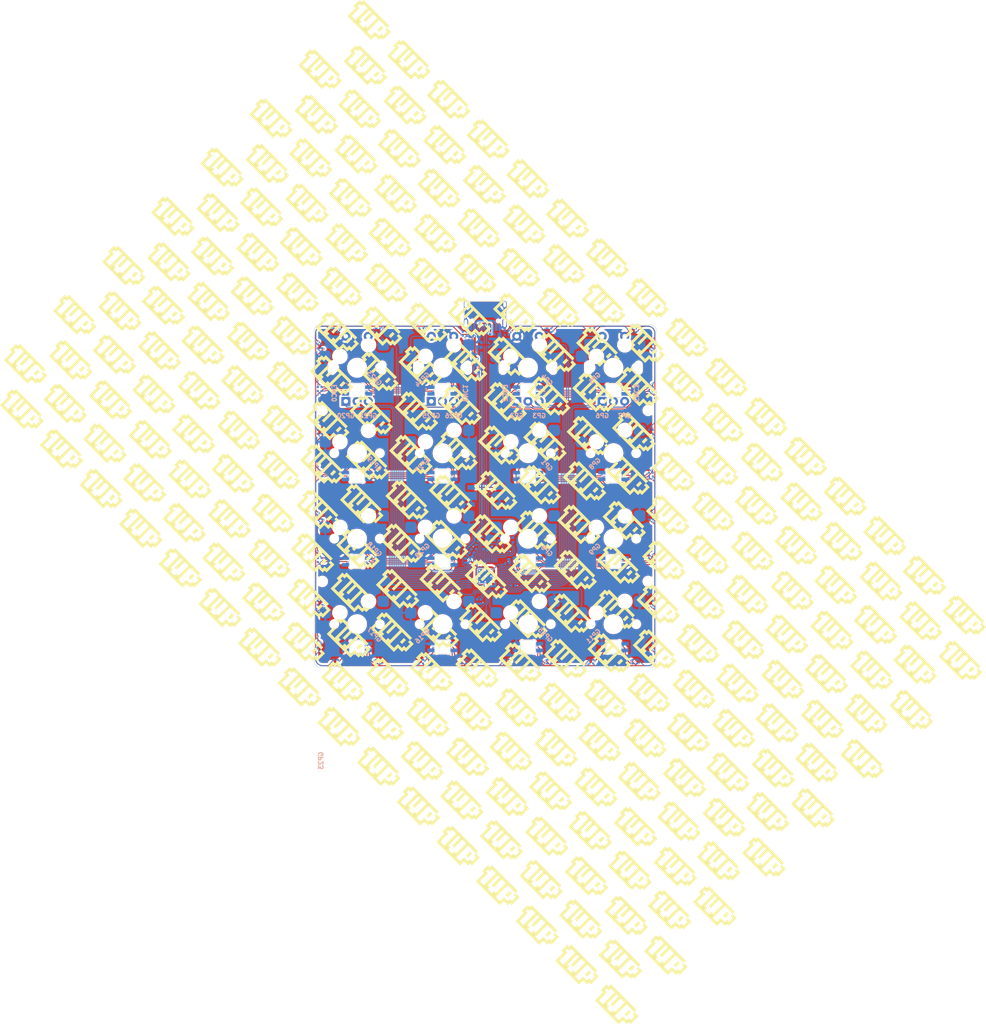
<source format=kicad_pcb>
(kicad_pcb (version 20221018) (generator pcbnew)
  (layers (0 "F.Cu" signal) (31 "B.Cu" signal) (34 "B.Paste" user) (35 "F.Paste" user) (36 "B.SilkS" user "B.Silkscreen") (37 "F.SilkS" user "F.Silkscreen") (38 "B.Mask" user) (39 "F.Mask" user) (44 "Edge.Cuts" user))
  (net 0 "")
  (net 1 "+3V3")
  (net 2 "+1V1")
  (net 3 "rgb")
  (net 4 "sw3_a")
  (net 5 "sw3_b")
  (net 6 "gnd")
  (net 7 "+5V")
  (net 8 "VCC")
  (net 9 "Net-(R1-Pad1)")
  (net 10 "Net-(U4-USB_DP)")
  (net 11 "Net-(R2-Pad1)")
  (net 12 "Net-(U4-USB_DM)")
  (net 13 "/QSPI_SS")
  (net 14 "Net-(R3-Pad2)")
  (net 15 "Net-(USB1-CC1)")
  (net 16 "Net-(USB1-CC2)")
  (net 17 "DN_USB")
  (net 18 "DP_USB")
  (net 20 "/QSPI_SD1")
  (net 21 "/QSPI_SD2")
  (net 22 "/QSPI_SD0")
  (net 23 "/QSPI_SCLK")
  (net 24 "/QSPI_SD3")
  (net 29 "Net-(U4-XIN)")
  (net 30 "Net-(U4-XOUT)")
  (net 31 "/SWCLK")
  (net 32 "/SWD")
  (net 33 "/RUN")
  (net 36 "Net-(D1-DOUT)")
  (net 37 "Net-(D17-DOUT)")
  (net 38 "Net-(D18-DOUT)")
  (net 39 "Net-(D33-DOUT)")
  (net 40 "Net-(D2-DOUT)")
  (net 41 "Net-(D3-DOUT)")
  (net 42 "Net-(D4-DOUT)")
  (net 43 "Net-(D5-DOUT)")
  (net 44 "Net-(D6-DOUT)")
  (net 45 "Net-(D7-DOUT)")
  (net 46 "Net-(D22-DOUT)")
  (net 47 "Net-(D8-DOUT)")
  (net 48 "Net-(D23-DOUT)")
  (net 49 "Net-(D10-DIN)")
  (net 50 "Net-(D10-DOUT)")
  (net 51 "Net-(D11-DOUT)")
  (net 52 "Net-(D26-DOUT)")
  (net 53 "Net-(D12-DOUT)")
  (net 54 "Net-(D32-DOUT)")
  (net 55 "Net-(D13-DOUT)")
  (net 56 "Net-(D14-DOUT)")
  (net 57 "Net-(D29-DOUT)")
  (net 58 "Net-(D15-DOUT)")
  (net 59 "Net-(D16-DOUT)")
  (net 60 "Net-(D31-DOUT)")
  (net 61 "Net-(D20-DOUT)")
  (net 62 "Net-(D28-DOUT)")
  (net 63 "Net-(D30-DOUT)")
  (net 64 "Net-(D34-DOUT)")
  (net 65 "Net-(D35-DOUT)")
  (net 66 "Net-(D36-DOUT)")
  (net 67 "Net-(D37-DOUT)")
  (net 68 "Net-(D25-DOUT)")
  (net 69 "Net-(D38-DOUT)")
  (net 70 "Net-(D27-DOUT)")
  (net 71 "Net-(D39-DOUT)")
  (net 72 "Net-(D40-DOUT)")
  (net 73 "Net-(D21-DOUT)")
  (net 74 "Net-(D24-DOUT)")
  (net 75 "Net-(D41-DOUT)")
  (net 76 "Net-(D42-DOUT)")
  (net 77 "Net-(D19-DOUT)")
  (net 78 "Net-(D43-DOUT)")
  (net 79 "Net-(D44-DOUT)")
  (net 80 "Net-(D45-DOUT)")
  (net 81 "Net-(D46-DOUT)")
  (net 82 "Net-(D47-DOUT)")
  (net 84 "sw2_b")
  (net 85 "sw2_a")
  (net 86 "gp0")
  (net 87 "gp1")
  (net 88 "sw4_b")
  (net 89 "sw4_a")
  (net 90 "gp8")
  (net 91 "gp9")
  (net 92 "gp15")
  (net 93 "sw5_a")
  (net 94 "sw5_b")
  (net 95 "gp4")
  (net 96 "gp5")
  (net 97 "gp11")
  (net 98 "gp16")
  (net 99 "gp28")
  (net 100 "gp27")
  (net 101 "gp24")
  (net 103 "gp23")
  (net 104 "gp19")
  (net 105 "gp18")
  (net 106 "gp17")
  (footprint "1up_keyboards_footprints:1up 10mm" (layer "F.Cu") (at 40.40906 48.377192 -45)
    (fp_text reference "G***" hide)
    (fp_text value "LOGO" hide)
  )
  (footprint "1up_keyboards_footprints:1up 10mm" (layer "F.Cu") (at -45.464711 28.171598 -45)
    (fp_text reference "G***" hide)
    (fp_text value "LOGO" hide)
  )
  (footprint "1up_keyboards_footprints:1up 10mm" (layer "F.Cu") (at 56.826105 -11.818638 -45)
    (fp_text reference "G***" hide)
    (fp_text value "LOGO" hide)
  )
  (footprint "1up_keyboards_footprints:1up 10mm" (layer "F.Cu") (at 163.747369 84.15793 -45)
    (fp_text reference "G***" hide)
    (fp_text value "LOGO" hide)
  )
  (footprint "1up_keyboards_footprints:encoder_production" (layer "F.Cu") (at 28.575024 28.575024 90)
    (fp_text reference "SW2")
    (fp_text value "Rotary_Encoder_Switch")
  )
  (footprint "1up_keyboards_footprints:1up 10mm" (layer "F.Cu") (at 92.606843 111.51967 -45)
    (fp_text reference "G***" hide)
    (fp_text value "LOGO" hide)
  )
  (footprint "1up_keyboards_footprints:1up 10mm" (layer "F.Cu") (at 152.802673 95.102626 -45)
    (fp_text reference "G***" hide)
    (fp_text value "LOGO" hide)
  )
  (footprint "1up_keyboards_footprints:SK6812MINI-E LR_production" (layer "F.Cu") (at 66.675056 66.675056)
    (fp_text reference "D35" hide)
    (fp_text value "SK6812MINI-E")
    (fp_line (start -1.699999 5.782841) (end -1.699999 4.377157) (stroke (width 0.1)) (layer "Edge.Cuts"))
    (fp_line (start -0.794452 3.58) (end 0.794453 3.58) (stroke (width 0.1)) (layer "Edge.Cuts"))
    (fp_line (start 0.794452 6.579999) (end -0.794452 6.579999) (stroke (width 0.1)) (layer "Edge.Cuts"))
    (fp_line (start 1.699999 4.377157) (end 1.699999 5.782841) (stroke (width 0.1)) (layer "Edge.Cuts"))
    (fp_arc (start -1.749484 4.160279) (mid -1.712527 4.265931) (end -1.699999 4.377157) (stroke (width 0.1)) (layer "Edge.Cuts"))
    (fp_arc (start -1.749484 4.160279) (mid -1.638071 3.575964) (end -1.046711 3.5117) (stroke (width 0.1)) (layer "Edge.Cuts"))
    (fp_arc (start -1.699999 5.782842) (mid -1.712527 5.894067) (end -1.749484 5.999719) (stroke (width 0.1)) (layer "Edge.Cuts"))
    (fp_arc (start -1.046711 6.648296) (mid -1.63807 6.584033) (end -1.749484 5.999719) (stroke (width 0.1)) (layer "Edge.Cuts"))
    (fp_arc (start -1.04671 6.648298) (mid -0.925122 6.597376) (end -0.794452 6.579999) (stroke (width 0.1)) (layer "Edge.Cuts"))
    (fp_arc (start -0.794453 3.579999) (mid -0.925123 3.562622) (end -1.046711 3.5117) (stroke (width 0.1)) (layer "Edge.Cuts"))
    (fp_arc (start 0.794452 6.579999) (mid 0.925123 6.597376) (end 1.046711 6.648298) (stroke (width 0.1)) (layer "Edge.Cuts"))
    (fp_arc (start 1.046711 3.511701) (mid 0.925123 3.562623) (end 0.794453 3.58) (stroke (width 0.1)) (layer "Edge.Cuts"))
    (fp_arc (start 1.046711 3.511701) (mid 1.638071 3.575964) (end 1.749484 4.160279) (stroke (width 0.1)) (layer "Edge.Cuts"))
    (fp_arc (start 1.699999 4.377156) (mid 1.712526 4.26593) (end 1.749484 4.160279) (stroke (width 0.1)) (layer "Edge.Cuts"))
    (fp_arc (start 1.749484 5.999718) (mid 1.638072 6.584034) (end 1.046711 6.648298) (stroke (width 0.1)) (layer "Edge.Cuts"))
    (fp_arc (start 1.749484 5.999719) (mid 1.712511 5.89407) (end 1.699999 5.782841) (stroke (width 0.1)) (layer "Edge.Cuts"))
  )
  (footprint "1up_keyboards_footprints:1up 10mm" (layer "F.Cu") (at 16.414918 90.051228 -45)
    (fp_text reference "G***" hide)
    (fp_text value "LOGO" hide)
  )
  (footprint "1up_keyboards_footprints:1up 10mm" (layer "F.Cu") (at 29.043414 -28.656633 -45)
    (fp_text reference "G***" hide)
    (fp_text value "LOGO" hide)
  )
  (footprint "1up_keyboards_footprints:MXOnly-1U-Hotswap_no_silk_screen" (layer "F.Cu") (at 47.62504 28.575024)
    (fp_text reference "K2")
    (fp_text value "KEYSW")
  )
  (footprint "1up_keyboards_footprints:MXOnly-1U-Hotswap_no_silk_screen" (layer "F.Cu") (at 28.575024 85.725072)
    (fp_text reference "K13")
    (fp_text value "KEYSW")
  )
  (footprint "1up_keyboards_footprints:1up 10mm" (layer "F.Cu") (at 93.448743 101.416874 -45)
    (fp_text reference "G***" hide)
    (fp_text value "LOGO" hide)
  )
  (footprint "1up_keyboards_footprints:1up 10mm" (layer "F.Cu") (at 64.403202 6.703155 -45)
    (fp_text reference "G***" hide)
    (fp_text value "LOGO" hide)
  )
  (footprint "1up_keyboards_footprints:1up 10mm" (layer "F.Cu") (at 20.624417 50.481941 -45)
    (fp_text reference "G***" hide)
    (fp_text value "LOGO" hide)
  )
  (footprint "1up_keyboards_footprints:1up 10mm" (layer "F.Cu") (at 125.440932 78.685581 -45)
    (fp_text reference "G***" hide)
    (fp_text value "LOGO" hide)
  )
  (footprint "1up_keyboards_footprints:1up 10mm" (layer "F.Cu") (at 64.824152 94.681676 -45)
    (fp_text reference "G***" hide)
    (fp_text value "LOGO" hide)
  )
  (footprint "1up_keyboards_footprints:1up 10mm" (layer "F.Cu") (at 133.018029 97.207375 -45)
    (fp_text reference "G***" hide)
    (fp_text value "LOGO" hide)
  )
  (footprint "1up_keyboards_footprints:1up 10mm" (layer "F.Cu") (at 90.081144 43.325793 -45)
    (fp_text reference "G***" hide)
    (fp_text value "LOGO" hide)
  )
  (footprint "1up_keyboards_footprints:1up 10mm" (layer "F.Cu") (at 49.249007 57.217139 -45)
    (fp_text reference "G***" hide)
    (fp_text value "LOGO" hide)
  )
  (footprint "1up_keyboards_footprints:1up 10mm" (layer "F.Cu") (at 62.298453 26.487799 -45)
    (fp_text reference "G***" hide)
    (fp_text value "LOGO" hide)
  )
  (footprint "1up_keyboards_footprints:1up 10mm" (layer "F.Cu") (at 51.774707 125.411016 -45)
    (fp_text reference "G***" hide)
    (fp_text value "LOGO" hide)
  )
  (footprint "1up_keyboards_footprints:1up 10mm" (layer "F.Cu") (at 42.51381 28.592548 -45)
    (fp_text reference "G***" hide)
    (fp_text value "LOGO" hide)
  )
  (footprint "1up_keyboards_footprints:1up 10mm" (layer "F.Cu") (at 146.067475 66.478035 -45)
    (fp_text reference "G***" hide)
    (fp_text value "LOGO" hide)
  )
  (footprint "1up_keyboards_footprints:1up 10mm" (layer "F.Cu") (at 21.887267 40.800094 -45)
    (fp_text reference "G***" hide)
    (fp_text value "LOGO" hide)
  )
  (footprint "1up_keyboards_footprints:1up 10mm" (layer "F.Cu") (at 18.098718 -17.711936 -45)
    (fp_text reference "G***" hide)
    (fp_text value "LOGO" hide)
  )
  (footprint "1up_keyboards_footprints:1up 10mm" (layer "F.Cu") (at 22.729166 30.697297 -45)
    (fp_text reference "G***" hide)
    (fp_text value "LOGO" hide)
  )
  (footprint "1up_keyboards_footprints:1up 10mm" (layer "F.Cu") (at 74.926949 93.839776 -45)
    (fp_text reference "G***" hide)
    (fp_text value "LOGO" hide)
  )
  (footprint "1up_keyboards_footprints:1up 10mm" (layer "F.Cu") (at 17.677768 80.369381 -45)
    (fp_text reference "G***" hide)
    (fp_text value "LOGO" hide)
  )
  (footprint "1up_keyboards_footprints:1up 10mm" (layer "F.Cu") (at 101.44679 120.359617 -45)
    (fp_text reference "G***" hide)
    (fp_text value "LOGO" hide)
  )
  (footprint "1up_keyboards_footprints:1up 10mm" (layer "F.Cu") (at 84.608796 92.576927 -45)
    (fp_text reference "G***" hide)
    (fp_text value "LOGO" hide)
  )
  (footprint "1up_keyboards_footprints:1up 10mm" (layer "F.Cu") (at 71.55935 123.306266 -45)
    (fp_text reference "G***" hide)
    (fp_text value "LOGO" hide)
  )
  (footprint "1up_keyboards_footprints:WS2812b_1010" (layer "F.Cu") (at 20.240642 52.387544 -90)
    (fp_text reference "D10" hide)
    (fp_text value "ws2812b_1010")
  )
  (footprint "1up_keyboards_footprints:1up 10mm" (layer "F.Cu") (at 90.502094 131.304314 -45)
    (fp_text reference "G***" hide)
    (fp_text value "LOGO" hide)
  )
  (footprint "1up_keyboards_footprints:1up 10mm" (layer "F.Cu") (at 127.545681 58.900938 -45)
    (fp_text reference "G***" hide)
    (fp_text value "LOGO" hide)
  )
  (footprint "1up_keyboards_footprints:WS2812b_1010" (layer "F.Cu") (at 94.059454 52.387544 90)
    (fp_text reference "D37" hide)
    (fp_text value "ws2812b_1010")
  )
  (footprint "1up_keyboards_footprints:SK6812MINI-E RL_production" (layer "F.Cu") (at 28.575024 85.725072)
    (fp_text reference "D20" hide)
    (fp_text value "SK6812MINI-E")
    (fp_line (start -1.699999 5.782841) (end -1.699999 4.377157) (stroke (width 0.1)) (layer "Edge.Cuts"))
    (fp_line (start -0.794452 3.579999) (end 0.794452 3.579999) (stroke (width 0.1)) (layer "Edge.Cuts"))
    (fp_line (start 0.794452 6.579998) (end -0.794453 6.579998) (stroke (width 0.1)) (layer "Edge.Cuts"))
    (fp_line (start 1.699999 4.377157) (end 1.699999 5.782841) (stroke (width 0.1)) (layer "Edge.Cuts"))
    (fp_arc (start -1.749484 4.160279) (mid -1.712527 4.265931) (end -1.699999 4.377157) (stroke (width 0.1)) (layer "Edge.Cuts"))
    (fp_arc (start -1.749484 4.16028) (mid -1.638072 3.575964) (end -1.046711 3.5117) (stroke (width 0.1)) (layer "Edge.Cuts"))
    (fp_arc (start -1.699999 5.782842) (mid -1.712527 5.894067) (end -1.749484 5.999719) (stroke (width 0.1)) (layer "Edge.Cuts"))
    (fp_arc (start -1.046711 6.648297) (mid -1.63807 6.584033) (end -1.749484 5.999719) (stroke (width 0.1)) (layer "Edge.Cuts"))
    (fp_arc (start -1.046711 6.648297) (mid -0.925123 6.597375) (end -0.794453 6.579998) (stroke (width 0.1)) (layer "Edge.Cuts"))
    (fp_arc (start -0.794452 3.579999) (mid -0.925123 3.562622) (end -1.046711 3.5117) (stroke (width 0.1)) (layer "Edge.Cuts"))
    (fp_arc (start 0.794453 6.579999) (mid 0.925123 6.597376) (end 1.046711 6.648298) (stroke (width 0.1)) (layer "Edge.Cuts"))
    (fp_arc (start 1.04671 3.5117) (mid 0.925122 3.562622) (end 0.794452 3.579999) (stroke (width 0.1)) (layer "Edge.Cuts"))
    (fp_arc (start 1.046711 3.511702) (mid 1.63807 3.575965) (end 1.749484 4.160279) (stroke (width 0.1)) (layer "Edge.Cuts"))
    (fp_arc (start 1.699999 4.377156) (mid 1.712526 4.26593) (end 1.749484 4.160279) (stroke (width 0.1)) (layer "Edge.Cuts"))
    (fp_arc (start 1.749484 5.999719) (mid 1.638071 6.584034) (end 1.046711 6.648298) (stroke (width 0.1)) (layer "Edge.Cuts"))
    (fp_arc (start 1.749484 5.999719) (mid 1.712511 5.89407) (end 1.699999 5.782841) (stroke (width 0.1)) (layer "Edge.Cuts"))
  )
  (footprint "1up_keyboards_footprints:MXOnly-1U-Hotswap_no_silk_screen" (layer "F.Cu") (at 85.725072 66.675056)
    (fp_text reference "K12")
    (fp_text value "KEYSW")
  )
  (footprint "1up_keyboards_footprints:SK6812MINI-E RL_production" (layer "F.Cu") (at 47.62504 28.575024)
    (fp_text reference "D8" hide)
    (fp_text value "SK6812MINI-E")
    (fp_line (start -1.699999 5.782841) (end -1.699999 4.377157) (stroke (width 0.1)) (layer "Edge.Cuts"))
    (fp_line (start -0.794452 3.579999) (end 0.794452 3.579999) (stroke (width 0.1)) (layer "Edge.Cuts"))
    (fp_line (start 0.794452 6.579998) (end -0.794453 6.579998) (stroke (width 0.1)) (layer "Edge.Cuts"))
    (fp_line (start 1.699999 4.377157) (end 1.699999 5.782841) (stroke (width 0.1)) (layer "Edge.Cuts"))
    (fp_arc (start -1.749484 4.160279) (mid -1.712527 4.265931) (end -1.699999 4.377157) (stroke (width 0.1)) (layer "Edge.Cuts"))
    (fp_arc (start -1.749484 4.16028) (mid -1.638072 3.575964) (end -1.046711 3.5117) (stroke (width 0.1)) (layer "Edge.Cuts"))
    (fp_arc (start -1.699999 5.782842) (mid -1.712527 5.894067) (end -1.749484 5.999719) (stroke (width 0.1)) (layer "Edge.Cuts"))
    (fp_arc (start -1.046711 6.648297) (mid -1.63807 6.584033) (end -1.749484 5.999719) (stroke (width 0.1)) (layer "Edge.Cuts"))
    (fp_arc (start -1.046711 6.648297) (mid -0.925123 6.597375) (end -0.794453 6.579998) (stroke (width 0.1)) (layer "Edge.Cuts"))
    (fp_arc (start -0.794452 3.579999) (mid -0.925123 3.562622) (end -1.046711 3.5117) (stroke (width 0.1)) (layer "Edge.Cuts"))
    (fp_arc (start 0.794453 6.579999) (mid 0.925123 6.597376) (end 1.046711 6.648298) (stroke (width 0.1)) (layer "Edge.Cuts"))
    (fp_arc (start 1.04671 3.5117) (mid 0.925122 3.562622) (end 0.794452 3.579999) (stroke (width 0.1)) (layer "Edge.Cuts"))
    (fp_arc (start 1.046711 3.511702) (mid 1.63807 3.575965) (end 1.749484 4.160279) (stroke (width 0.1)) (layer "Edge.Cuts"))
    (fp_arc (start 1.699999 4.377156) (mid 1.712526 4.26593) (end 1.749484 4.160279) (stroke (width 0.1)) (layer "Edge.Cuts"))
    (fp_arc (start 1.749484 5.999719) (mid 1.638071 6.584034) (end 1.046711 6.648298) (stroke (width 0.1)) (layer "Edge.Cuts"))
    (fp_arc (start 1.749484 5.999719) (mid 1.712511 5.89407) (end 1.699999 5.782841) (stroke (width 0.1)) (layer "Edge.Cuts"))
  )
  (footprint "1up_keyboards_footprints:1up 10mm" (layer "F.Cu") (at 65.666052 -2.978691 -45)
    (fp_text reference "G***" hide)
    (fp_text value "LOGO" hide)
  )
  (footprint "1up_keyboards_footprints:1up 10mm" (layer "F.Cu") (at 119.968584 127.936715 -45)
    (fp_text reference "G***" hide)
    (fp_text value "LOGO" hide)
  )
  (footprint "1up_keyboards_footprints:MXOnly-1U-Hotswap_no_silk_screen" (layer "F.Cu") (at 47.62504 66.675056)
    (fp_text reference "K10")
    (fp_text value "KEYSW")
  )
  (footprint "1up_keyboards_footprints:1up 10mm" (layer "F.Cu") (at 80.399297 132.146214 -45)
    (fp_text reference "G***" hide)
    (fp_text value "LOGO" hide)
  )
  (footprint "1up_keyboards_footprints:SK6812MINI-E LR_production" (layer "F.Cu") (at 66.675056 47.62504)
    (fp_text reference "D39" hide)
    (fp_text value "SK6812MINI-E")
    (fp_line (start -1.699999 5.782841) (end -1.699999 4.377157) (stroke (width 0.1)) (layer "Edge.Cuts"))
    (fp_line (start -0.794452 3.58) (end 0.794453 3.58) (stroke (width 0.1)) (layer "Edge.Cuts"))
    (fp_line (start 0.794452 6.579999) (end -0.794452 6.579999) (stroke (width 0.1)) (layer "Edge.Cuts"))
    (fp_line (start 1.699999 4.377157) (end 1.699999 5.782841) (stroke (width 0.1)) (layer "Edge.Cuts"))
    (fp_arc (start -1.749484 4.160279) (mid -1.712527 4.265931) (end -1.699999 4.377157) (stroke (width 0.1)) (layer "Edge.Cuts"))
    (fp_arc (start -1.749484 4.160279) (mid -1.638071 3.575964) (end -1.046711 3.5117) (stroke (width 0.1)) (layer "Edge.Cuts"))
    (fp_arc (start -1.699999 5.782842) (mid -1.712527 5.894067) (end -1.749484 5.999719) (stroke (width 0.1)) (layer "Edge.Cuts"))
    (fp_arc (start -1.046711 6.648296) (mid -1.63807 6.584033) (end -1.749484 5.999719) (stroke (width 0.1)) (layer "Edge.Cuts"))
    (fp_arc (start -1.04671 6.648298) (mid -0.925122 6.597376) (end -0.794452 6.579999) (stroke (width 0.1)) (layer "Edge.Cuts"))
    (fp_arc (start -0.794453 3.579999) (mid -0.925123 3.562622) (end -1.046711 3.5117) (stroke (width 0.1)) (layer "Edge.Cuts"))
    (fp_arc (start 0.794452 6.579999) (mid 0.925123 6.597376) (end 1.046711 6.648298) (stroke (width 0.1)) (layer "Edge.Cuts"))
    (fp_arc (start 1.046711 3.511701) (mid 0.925123 3.562623) (end 0.794453 3.58) (stroke (width 0.1)) (layer "Edge.Cuts"))
    (fp_arc (start 1.046711 3.511701) (mid 1.638071 3.575964) (end 1.749484 4.160279) (stroke (width 0.1)) (layer "Edge.Cuts"))
    (fp_arc (start 1.699999 4.377156) (mid 1.712526 4.26593) (end 1.749484 4.160279) (stroke (width 0.1)) (layer "Edge.Cuts"))
    (fp_arc (start 1.749484 5.999718) (mid 1.638072 6.584034) (end 1.046711 6.648298) (stroke (width 0.1)) (layer "Edge.Cuts"))
    (fp_arc (start 1.749484 5.999719) (mid 1.712511 5.89407) (end 1.699999 5.782841) (stroke (width 0.1)) (layer "Edge.Cuts"))
  )
  (footprint "1up_keyboards_footprints:1up 10mm" (layer "F.Cu") (at -28.626717 55.954289 -45)
    (fp_text reference "G***" hide)
    (fp_text value "LOGO" hide)
  )
  (footprint "1up_keyboards_footprints:1up 10mm" (layer "F.Cu") (at 108.602938 50.902891 -45)
    (fp_text reference "G***" hide)
    (fp_text value "LOGO" hide)
  )
  (footprint "1up_keyboards_footprints:MXOnly-1U-Hotswap_no_silk_screen" (layer "F.Cu") (at 85.725072 47.62504)
    (fp_text reference "K8")
    (fp_text value "KEYSW")
  )
  (footprint "1up_keyboards_footprints:1up 10mm" (layer "F.Cu") (at 53.458506 17.647852 -45)
    (fp_text reference "G***" hide)
    (fp_text value "LOGO" hide)
  )
  (footprint "1up_keyboards_footprints:1up 10mm" (layer "F.Cu") (at 130.07138 127.094815 -45)
    (fp_text reference "G***" hide)
    (fp_text value "LOGO" hide)
  )
  (footprint "1up_keyboards_footprints:1up 10mm" (layer "F.Cu") (at -10.104923 63.531386 -45)
    (fp_text reference "G***" hide)
    (fp_text value "LOGO" hide)
  )
  (footprint "1up_keyboards_footprints:1up 10mm" (layer "F.Cu") (at 53.037556 115.729169 -45)
    (fp_text reference "G***" hide)
    (fp_text value "LOGO" hide)
  )
  (footprint "1up_keyboards_footprints:SK6812MINI-E RL_production" (layer "F.Cu") (at 28.575024 47.62504)
    (fp_text reference "D11" hide)
    (fp_text value "SK6812MINI-E")
    (fp_line (start -1.699999 5.782841) (end -1.699999 4.377157) (stroke (width 0.1)) (layer "Edge.Cuts"))
    (fp_line (start -0.794452 3.579999) (end 0.794452 3.579999) (stroke (width 0.1)) (layer "Edge.Cuts"))
    (fp_line (start 0.794452 6.579998) (end -0.794453 6.579998) (stroke (width 0.1)) (layer "Edge.Cuts"))
    (fp_line (start 1.699999 4.377157) (end 1.699999 5.782841) (stroke (width 0.1)) (layer "Edge.Cuts"))
    (fp_arc (start -1.749484 4.160279) (mid -1.712527 4.265931) (end -1.699999 4.377157) (stroke (width 0.1)) (layer "Edge.Cuts"))
    (fp_arc (start -1.749484 4.16028) (mid -1.638072 3.575964) (end -1.046711 3.5117) (stroke (width 0.1)) (layer "Edge.Cuts"))
    (fp_arc (start -1.699999 5.782842) (mid -1.712527 5.894067) (end -1.749484 5.999719) (stroke (width 0.1)) (layer "Edge.Cuts"))
    (fp_arc (start -1.046711 6.648297) (mid -1.63807 6.584033) (end -1.749484 5.999719) (stroke (width 0.1)) (layer "Edge.Cuts"))
    (fp_arc (start -1.046711 6.648297) (mid -0.925123 6.597375) (end -0.794453 6.579998) (stroke (width 0.1)) (layer "Edge.Cuts"))
    (fp_arc (start -0.794452 3.579999) (mid -0.925123 3.562622) (end -1.046711 3.5117) (stroke (width 0.1)) (layer "Edge.Cuts"))
    (fp_arc (start 0.794453 6.579999) (mid 0.925123 6.597376) (end 1.046711 6.648298) (stroke (width 0.1)) (layer "Edge.Cuts"))
    (fp_arc (start 1.04671 3.5117) (mid 0.925122 3.562622) (end 0.794452 3.579999) (stroke (width 0.1)) (layer "Edge.Cuts"))
    (fp_arc (start 1.046711 3.511702) (mid 1.63807 3.575965) (end 1.749484 4.160279) (stroke (width 0.1)) (layer "Edge.Cuts"))
    (fp_arc (start 1.699999 4.377156) (mid 1.712526 4.26593) (end 1.749484 4.160279) (stroke (width 0.1)) (layer "Edge.Cuts"))
    (fp_arc (start 1.749484 5.999719) (mid 1.638071 6.584034) (end 1.046711 6.648298) (stroke (width 0.1)) (layer "Edge.Cuts"))
    (fp_arc (start 1.749484 5.999719) (mid 1.712511 5.89407) (end 1.699999 5.782841) (stroke (width 0.1)) (layer "Edge.Cuts"))
  )
  (footprint "1up_keyboards_footprints:1up 10mm" (layer "F.Cu") (at 162.905469 94.260726 -45)
    (fp_text reference "G***" hide)
    (fp_text value "LOGO" hide)
  )
  (footprint "1up_keyboards_footprints:1up 10mm" (layer "F.Cu") (at 108.181988 148.984208 -45)
    (fp_text reference "G***" hide)
    (fp_text value "LOGO" hide)
  )
  (footprint "1up_keyboards_footprints:MXOnly-1U-Hotswap_no_silk_screen" (layer "F.Cu") (at 85.725072 28.575024)
    (fp_text reference "K4")
    (fp_text value "KEYSW")
  )
  (footprint "1up_keyboards_footprints:1up 10mm" (layer "F.Cu") (at 60.614654 134.250963 -45)
    (fp_text reference "G***" hide)
    (fp_text value "LOGO" hide)
  )
  (footprint "1up_keyboards_footprints:1up 10mm" (layer "F.Cu") (at 55.563255 -2.136792 -45)
    (fp_text reference "G***" hide)
    (fp_text value "LOGO" hide)
  )
  (footprint "1up_keyboards_footprints:1up 10mm" (layer "F.Cu") (at -26.521967 36.169646 -45)
    (fp_text reference "G***" hide)
    (fp_text value "LOGO" hide)
  )
  (footprint "1up_keyboards_footprints:1up 10mm" (layer "F.Cu") (at 26.517715 89.209328 -45)
    (fp_text reference "G***" hide)
    (fp_text value "LOGO" hide)
  )
  (footprint "1up_keyboards_footprints:1up 10mm" (layer "F.Cu") (at 7.574971 81.211281 -45)
    (fp_text reference "G***" hide)
    (fp_text value "LOGO" hide)
  )
  (footprint "1up_keyboards_footprints:1up 10mm" (layer "F.Cu") (at 33.673863 19.752601 -45)
    (fp_text reference "G***" hide)
    (fp_text value "LOGO" hide)
  )
  (footprint "1up_keyboards_footprints:1up 10mm" (layer "F.Cu") (at -2.527825 -5.50439 -45)
    (fp_text reference "G***" hide)
    (fp_text value "LOGO" hide)
  )
  (footprint "1up_keyboards_footprints:1up 10mm" (layer "F.Cu") (at 23.992016 21.015451 -45)
    (fp_text reference "G***" hide)
    (fp_text value "LOGO" hide)
  )
  (footprint "1up_keyboards_footprints:encoder_production" (layer "F.Cu") (at 66.675056 28.575024 90)
    (fp_text reference "SW4")
    (fp_text value "Rotary_Encoder_Switch")
  )
  (footprint "1up_keyboards_footprints:WS2812b_1010" (layer "F.Cu") (at 20.240642 61.912552 -90)
    (fp_text reference "D13" hide)
    (fp_text value "ws2812b_1010")
  )
  (footprint "1up_keyboards_footprints:WS2812b_1010" (layer "F.Cu") (at 61.912552 20.835955 180)
    (fp_text reference "D48" hide)
    (fp_text value "ws2812b_1010")
  )
  (footprint "1up_keyboards_footprints:1up 10mm" (layer "F.Cu") (at 95.553492 81.63223 -45)
    (fp_text reference "G***" hide)
    (fp_text value "LOGO" hide)
  )
  (footprint "1up_keyboards_footprints:1up 10mm" (layer "F.Cu") (at 101.02584 32.381097 -45)
    (fp_text reference "G***" hide)
    (fp_text value "LOGO" hide)
  )
  (footprint "1up_keyboards_footprints:1up 10mm" (layer "F.Cu") (at 31.148163 -48.441276 -45)
    (fp_text reference "G***" hide)
    (fp_text value "LOGO" hide)
  )
  (footprint "1up_keyboards_footprints:1up 10mm" (layer "F.Cu") (at 38.304311 68.161835 -45)
    (fp_text reference "G***" hide)
    (fp_text value "LOGO" hide)
  )
  (footprint "1up_keyboards_footprints:1up 10mm" (layer "F.Cu") (at 82.083096 24.38305 -45)
    (fp_text reference "G***" hide)
    (fp_text value "LOGO" hide)
  )
  (footprint "1up_keyboards_footprints:WS2812b_1010" (layer "F.Cu") (at 20.240642 42.862536 -90)
    (fp_text reference "D9" hide)
    (fp_text value "ws2812b_1010")
  )
  (footprint "1up_keyboards_footprints:1up 10mm" (layer "F.Cu") (at 41.67191 38.695345 -45)
    (fp_text reference "G***" hide)
    (fp_text value "LOGO" hide)
  )
  (footprint "1up_keyboards_footprints:1up 10mm" (layer "F.Cu") (at 33.252913 117.833918 -45)
    (fp_text reference "G***" hide)
    (fp_text value "LOGO" hide)
  )
  (footprint "1up_keyboards_footprints:1up 10mm" (layer "F.Cu") (at 72.40125 25.645899 -45)
    (fp_text reference "G***" hide)
    (fp_text value "LOGO" hide)
  )
  (footprint "1up_keyboards_footprints:MXOnly-1U-Hotswap_no_silk_screen" (layer "F.Cu") (at 66.675056 47.62504)
    (fp_text reference "K7")
    (fp_text value "KEYSW")
  )
  (footprint "1up_keyboards_footprints:1up 10mm" (layer "F.Cu") (at 43.776659 18.910701 -45)
    (fp_text reference "G***" hide)
    (fp_text value "LOGO" hide)
  )
  (footprint "1up_keyboards_footprints:1up 10mm" (layer "F.Cu") (at -1.685926 -15.607187 -45)
    (fp_text reference "G***" hide)
    (fp_text value "LOGO" hide)
  )
  (footprint "1up_keyboards_footprints:1up 10mm" (layer "F.Cu") (at 151.960773 105.205423 -45)
    (fp_text reference "G***" hide)
    (fp_text value "LOGO" hide)
  )
  (footprint "1up_keyboards_footprints:WS2812b_1010" (layer "F.Cu") (at 94.059454 80.962568 90)
    (fp_text reference "D32" hide)
    (fp_text value "ws2812b_1010")
  )
  (footprint "1up_keyboards_footprints:MXOnly-1U-Hotswap_no_silk_screen" (layer "F.Cu") (at 66.675056 66.675056)
    (fp_text reference "K11")
    (fp_text value "KEYSW")
  )
  (footprint "1up_keyboards_footprints:1up 10mm" (layer "F.Cu") (at 8.416871 -16.449087 -45)
    (fp_text reference "G***" hide)
    (fp_text value "LOGO" hide)
  )
  (footprint "1up_keyboards_footprints:1up 10mm" (layer "F.Cu") (at 136.385628 67.740885 -45)
    (fp_text reference "G***" hide)
    (fp_text value "LOGO" hide)
  )
  (footprint "1up_keyboards_footprints:1up 10mm" (layer "F.Cu") (at 27.359615 79.106531 -45)
    (fp_text reference "G***" hide)
    (fp_text value "LOGO" hide)
  )
  (footprint "1up_keyboards_footprints:1up 10mm" (layer "F.Cu") (at 82.504046 112.36157 -45)
    (fp_text reference "G***" hide)
    (fp_text value "LOGO" hide)
  )
  (footprint "1up_keyboards_footprints:SK6812MINI-E RL_production" (layer "F.Cu") (at 28.575024 66.675056)
    (fp_text reference "D15" hide)
    (fp_text value "SK6812MINI-E")
    (fp_line (start -1.699999 5.782841) (end -1.699999 4.377157) (stroke (width 0.1)) (layer "Edge.Cuts"))
    (fp_line (start -0.794452 3.579999) (end 0.794452 3.579999) (stroke (width 0.1)) (layer "Edge.Cuts"))
    (fp_line (start 0.794452 6.579998) (end -0.794453 6.579998) (stroke (width 0.1)) (layer "Edge.Cuts"))
    (fp_line (start 1.699999 4.377157) (end 1.699999 5.782841) (stroke (width 0.1)) (layer "Edge.Cuts"))
    (fp_arc (start -1.749484 4.160279) (mid -1.712527 4.265931) (end -1.699999 4.377157) (stroke (width 0.1)) (layer "Edge.Cuts"))
    (fp_arc (start -1.749484 4.16028) (mid -1.638072 3.575964) (end -1.046711 3.5117) (stroke (width 0.1)) (layer "Edge.Cuts"))
    (fp_arc (start -1.699999 5.782842) (mid -1.712527 5.894067) (end -1.749484 5.999719) (stroke (width 0.1)) (layer "Edge.Cuts"))
    (fp_arc (start -1.046711 6.648297) (mid -1.63807 6.584033) (end -1.749484 5.999719) (stroke (width 0.1)) (layer "Edge.Cuts"))
    (fp_arc (start -1.046711 6.648297) (mid -0.925123 6.597375) (end -0.794453 6.579998) (stroke (width 0.1)) (layer "Edge.Cuts"))
    (fp_arc (start -0.794452 3.579999) (mid -0.925123 3.562622) (end -1.046711 3.5117) (stroke (width 0.1)) (layer "Edge.Cuts"))
    (fp_arc (start 0.794453 6.579999) (mid 0.925123 6.597376) (end 1.046711 6.648298) (stroke (width 0.1)) (layer "Edge.Cuts"))
    (fp_arc (start 1.04671 3.5117) (mid 0.925122 3.562622) (end 0.794452 3.579999) (stroke (width 0.1)) (layer "Edge.Cuts"))
    (fp_arc (start 1.046711 3.511702) (mid 1.63807 3.575965) (end 1.749484 4.160279) (stroke (width 0.1)) (layer "Edge.Cuts"))
    (fp_arc (start 1.699999 4.377156) (mid 1.712526 4.26593) (end 1.749484 4.160279) (stroke (width 0.1)) (layer "Edge.Cuts"))
    (fp_arc (start 1.749484 5.999719) (mid 1.638071 6.584034) (end 1.046711 6.648298) (stroke (width 0.1)) (layer "Edge.Cuts"))
    (fp_arc (start 1.749484 5.999719) (mid 1.712511 5.89407) (end 1.699999 5.782841) (stroke (width 0.1)) (layer "Edge.Cuts"))
  )
  (footprint "1up_keyboards_footprints:1up 10mm" (layer "F.Cu") (at 88.397344 151.088957 -45)
    (fp_text reference "G***" hide)
    (fp_text value "LOGO" hide)
  )
  (footprint "1up_keyboards_footprints:1up 10mm" (layer "F.Cu") (at 44.618559 8.807905 -45)
    (fp_text reference "G***" hide)
    (fp_text value "LOGO" hide)
  )
  (footprint "1up_keyboards_footprints:1up 10mm" (layer "F.Cu") (at 126.282832 68.582785 -45)
    (fp_text reference "G***" hide)
    (fp_text value "LOGO" hide)
  )
  (footprint "1up_keyboards_footprints:1up 10mm" (layer "F.Cu") (at -36.624764 37.011545 -45)
    (fp_text reference "G***" hide)
    (fp_text value "LOGO" hide)
  )
  (footprint "1up_keyboards_footprints:1up 10mm" (layer "F.Cu") (at 104.393439 90.472177 -45)
    (fp_text reference "G***" hide)
    (fp_text value "LOGO" hide)
  )
  (footprint "1up_keyboards_footprints:1up 10mm" (layer "F.Cu") (at 55.984205 85.841729 -45)
    (fp_text reference "G***" hide)
    (fp_text value "LOGO" hide)
  )
  (footprint "1up_keyboards_footprints:1up 10mm" (layer "F.Cu") (at 34.936712 10.070754 -45)
    (fp_text reference "G***" hide)
    (fp_text value "LOGO" hide)
  )
  (footprint "1up_keyboards_footprints:1up 10mm" (layer "F.Cu") (at 5.049272 13.017403 -45)
    (fp_text reference "G***" hide)
    (fp_text value "LOGO" hide)
  )
  (footprint "1up_keyboards_footprints:1up 10mm" (layer "F.Cu") (at 15.152069 12.175504 -45)
    (fp_text reference "G***" hide)
    (fp_text value "LOGO" hide)
  )
  (footprint "1up_keyboards_footprints:1up 10mm" (layer "F.Cu") (at -37.466664 47.114342 -45)
    (fp_text reference "G***" hide)
    (fp_text value "LOGO" hide)
  )
  (footprint "1up_keyboards_footprints:1up 10mm" (layer "F.Cu") (at 84.187846 4.598406 -45)
    (fp_text reference "G***" hide)
    (fp_text value "LOGO" hide)
  )
  (footprint "1up_keyboards_footprints:1up 10mm" (layer "F.Cu") (at -17.68202 45.009593 -45)
    (fp_text reference "G***" hide)
    (fp_text value "LOGO" hide)
  )
  (footprint "1up_keyboards_footprints:1up 10mm" (layer "F.Cu") (at 134.280879 87.525528 -45)
    (fp_text reference "G***" hide)
    (fp_text value "LOGO" hide)
  )
  (footprint "1up_keyboards_footprints:1up 10mm" (layer "F.Cu") (at -5.895424 23.9621 -45)
    (fp_text reference "G***" hide)
    (fp_text value "LOGO" hide)
  )
  (footprint "1up_keyboards_footprints:1up 10mm" (layer "F.Cu") (at 68.612701 153.193706 -45)
    (fp_text reference "G***" hide)
    (fp_text value "LOGO" hide)
  )
  (footprint "1up_keyboards_footprints:1up 10mm" (layer "F.Cu") (at 66.928902 74.897033 -45)
    (fp_text reference "G***" hide)
    (fp_text value "LOGO" hide)
  )
  (footprint "1up_keyboards_footprints:1up 10mm" (layer "F.Cu") (at 94.711592 91.735027 -45)
    (fp_text reference "G***" hide)
    (fp_text value "LOGO" hide)
  )
  (footprint "1up_keyboards_footprints:1up 10mm" (layer "F.Cu") (at 123.336183 98.470225 -45)
    (fp_text reference "G***" hide)
    (fp_text value "LOGO" hide)
  )
  (footprint "1up_keyboards_footprints:1up 10mm" (layer "F.Cu") (at 20.203467 -37.49658 -45)
    (fp_text reference "G***" hide)
    (fp_text value "LOGO" hide)
  )
  (footprint "1up_keyboards_footprints:1up 10mm" (layer "F.Cu") (at 61.456553 36.590595 -45)
    (fp_text reference "G***" hide)
    (fp_text value "LOGO" hide)
  )
  (footprint "1up_keyboards_footprints:1up 10mm" (layer "F.Cu") (at 83.345946 14.701203 -45)
    (fp_text reference "G***" hide)
    (fp_text value "LOGO" hide)
  )
  (footprint "1up_keyboards_footprints:1up 10mm" (layer "F.Cu") (at -46.306611 38.274395 -45)
    (fp_text reference "G***" hide)
    (fp_text value "LOGO" hide)
  )
  (footprint "1up_keyboards_footprints:1up 10mm" (layer "F.Cu") (at -6.737324 34.064896 -45)
    (fp_text reference "G***" hide)
    (fp_text value "LOGO" hide)
  )
  (footprint "1up_keyboards_footprints:1up 10mm" (layer "F.Cu") (at 70.2965 45.430543 -45)
    (fp_text reference "G***" hide)
    (fp_text value "LOGO" hide)
  )
  (footprint "1up_keyboards_footprints:WS2812b_1010" (layer "F.Cu") (at 52.557857 21.006268 90)
    (fp_text reference "D1" hide)
    (fp_text value "ws2812b_1010")
  )
  (footprint "1up_keyboards_footprints:1up 10mm" (layer "F.Cu") (at 97.658241 61.847587 -45)
    (fp_text reference "G***" hide)
    (fp_text value "LOGO" hide)
  )
  (footprint "1up_keyboards_footprints:WS2812b_1010" (layer "F.Cu") (at 52.387544 94.059454)
    (fp_text reference "D24" hide)
    (fp_text value "ws2812b_1010")
  )
  (footprint "1up_keyboards_footprints:1up 10mm" (layer "F.Cu") (at 73.243149 15.543103 -45)
    (fp_text reference "G***" hide)
    (fp_text value "LOGO" hide)
  )
  (footprint "1up_keyboards_footprints:1up 10mm" (layer "F.Cu") (at 45.039509 96.786425 -45)
    (fp_text reference "G***" hide)
    (fp_text value "LOGO" hide)
  )
  (footprint "1up_keyboards_footprints:SK6812MINI-E LR_production" (layer "F.Cu") (at 66.675056 28.575024)
    (fp_text reference "D43" hide)
    (fp_text value "SK6812MINI-E")
    (fp_line (start -1.699999 5.782841) (end -1.699999 4.377157) (stroke (width 0.1)) (layer "Edge.Cuts"))
    (fp_line (start -0.794452 3.58) (end 0.794453 3.58) (stroke (width 0.1)) (layer "Edge.Cuts"))
    (fp_line (start 0.794452 6.579999) (end -0.794452 6.579999) (stroke (width 0.1)) (layer "Edge.Cuts"))
    (fp_line (start 1.699999 4.377157) (end 1.699999 5.782841) (stroke (width 0.1)) (layer "Edge.Cuts"))
    (fp_arc (start -1.749484 4.160279) (mid -1.712527 4.265931) (end -1.699999 4.377157) (stroke (width 0.1)) (layer "Edge.Cuts"))
    (fp_arc (start -1.749484 4.160279) (mid -1.638071 3.575964) (end -1.046711 3.5117) (stroke (width 0.1)) (layer "Edge.Cuts"))
    (fp_arc (start -1.699999 5.782842) (mid -1.712527 5.894067) (end -1.749484 5.999719) (stroke (width 0.1)) (layer "Edge.Cuts"))
    (fp_arc (start -1.046711 6.648296) (mid -1.63807 6.584033) (end -1.749484 5.999719) (stroke (width 0.1)) (layer "Edge.Cuts"))
    (fp_arc (start -1.04671 6.648298) (mid -0.925122 6.597376) (end -0.794452 6.579999) (stroke (width 0.1)) (layer "Edge.Cuts"))
    (fp_arc (start -0.794453 3.579999) (mid -0.925123 3.562622) (end -1.046711 3.5117) (stroke (width 0.1)) (layer "Edge.Cuts"))
    (fp_arc (start 0.794452 6.579999) (mid 0.925123 6.597376) (end 1.046711 6.648298) (stroke (width 0.1)) (layer "Edge.Cuts"))
    (fp_arc (start 1.046711 3.511701) (mid 0.925123 3.562623) (end 0.794453 3.58) (stroke (width 0.1)) (layer "Edge.Cuts"))
    (fp_arc (start 1.046711 3.511701) (mid 1.638071 3.575964) (end 1.749484 4.160279) (stroke (width 0.1)) (layer "Edge.Cuts"))
    (fp_arc (start 1.699999 4.377156) (mid 1.712526 4.26593) (end 1.749484 4.160279) (stroke (width 0.1)) (layer "Edge.Cuts"))
    (fp_arc (start 1.749484 5.999718) (mid 1.638072 6.584034) (end 1.046711 6.648298) (stroke (width 0.1)) (layer "Edge.Cuts"))
    (fp_arc (start 1.749484 5.999719) (mid 1.712511 5.89407) (end 1.699999 5.782841) (stroke (width 0.1)) (layer "Edge.Cuts"))
  )
  (footprint "1up_keyboards_footprints:WS2812b_1010" (layer "F.Cu") (at 42.862536 20.240642 180)
    (fp_text reference "D2" hide)
    (fp_text value "ws2812b_1010")
  )
  (footprint "1up_keyboards_footprints:1up 10mm" (layer "F.Cu") (at 29.464364 59.321888 -45)
    (fp_text reference "G***" hide)
    (fp_text value "LOGO" hide)
  )
  (footprint "1up_keyboards_footprints:1up 10mm" (layer "F.Cu") (at 47.144258 77.001782 -45)
    (fp_text reference "G***" hide)
    (fp_text value "LOGO" hide)
  )
  (footprint "1up_keyboards_footprints:MXOnly-1U-Hotswap_no_silk_screen" (layer "F.Cu") (at 85.725072 85.725072)
    (fp_text reference "K16")
    (fp_text value "KEYSW")
  )
  (footprint "1up_keyboards_footprints:1up 10mm" (layer "F.Cu") (at 26.096765 1.230807 -45)
    (fp_text reference "G***" hide)
    (fp_text value "LOGO" hide)
  )
  (footprint "1up_keyboards_footprints:WS2812b_1010" (layer "F.Cu") (at 94.059454 23.81252 90)
    (fp_text reference "D44" hide)
    (fp_text value "ws2812b_1010")
  )
  (footprint "1up_keyboards_footprints:1up 10mm" (layer "F.Cu") (at 86.713545 72.792283 -45)
    (fp_text reference "G***" hide)
    (fp_text value "LOGO" hide)
  )
  (footprint "1up_keyboards_footprints:1up 10mm" (layer "F.Cu") (at 73.664099 103.521623 -45)
    (fp_text reference "G***" hide)
    (fp_text value "LOGO" hide)
  )
  (footprint "1up_keyboards_footprints:1up 10mm" (layer "F.Cu") (at 71.1384 35.327746 -45)
    (fp_text reference "G***" hide)
    (fp_text value "LOGO" hide)
  )
  (footprint "1up_keyboards_footprints:1up 10mm" (layer "F.Cu") (at 86.292595 170.873601 -45)
    (fp_text reference "G***" hide)
    (fp_text value "LOGO" hide)
  )
  (footprint "1up_keyboards_footprints:1up 10mm" (layer "F.Cu") (at 47.986158 -20.658585 -45)
    (fp_text reference "G***" hide)
    (fp_text value "LOGO" hide)
  )
  (footprint "1up_keyboards_footprints:MXOnly-1U-Hotswap_no_silk_screen" (layer "F.Cu") (at 66.675056 85.725072)
    (fp_text reference "K15")
    (fp_text value "KEYSW")
  )
  (footprint "1up_keyboards_footprints:1up 10mm" (layer "F.Cu") (at 106.498188 70.687534 -45)
    (fp_text reference "G***" hide)
    (fp_text value "LOGO" hide)
  )
  (footprint "1up_keyboards_footprints:1up 10mm" (layer "F.Cu") (at 89.239244 140.986161 -45)
    (fp_text reference "G***" hide)
    (fp_text value "LOGO" hide)
  )
  (footprint "1up_keyboards_footprints:1up 10mm" (layer "F.Cu") (at -8.000173 43.746743 -45)
    (fp_text reference "G***" hide)
    (fp_text value "LOGO" hide)
  )
  (footprint "1up_keyboards_footprints:1up 10mm" (layer "F.Cu") (at 137.227528 57.638088 -45)
    (fp_text reference "G***" hide)
    (fp_text value "LOGO" hide)
  )
  (footprint "1up_keyboards_footprints:1up 10mm" (layer "F.Cu") (at 70.71745 133.409063 -45)
    (fp_text reference "G***" hide)
    (fp_text value "LOGO" hide)
  )
  (footprint "1up_keyboards_footprints:1up 10mm" (layer "F.Cu") (at 119.126684 138.039512 -45)
    (fp_text reference "G***" hide)
    (fp_text value "LOGO" hide)
  )
  (footprint "1up_keyboards_footprints:1up 10mm" (layer "F.Cu") (at 121.231433 118.254868 -45)
    (fp_text reference "G***" hide)
    (fp_text value "LOGO" hide)
  )
  (footprint "1up_keyboards_footprints:1up 10mm" (layer "F.Cu") (at 66.507952 -13.081488 -45)
    (fp_text reference "G***" hide)
    (fp_text value "LOGO" hide)
  )
  (footprint "1up_keyboards_footprints:1up 10mm" (layer "F.Cu") (at 39.146211 -29.498532 -45)
    (fp_text reference "G***" hide)
    (fp_text value "LOGO" hide)
  )
  (footprint "1up_keyboards_footprints:1up 10mm" (layer "F.Cu") (at 59.351804 56.375239 -45)
    (fp_text reference "G***" hide)
    (fp_text value "LOGO" hide)
  )
  (footprint "1up_keyboards_footprints:1up 10mm" (layer "F.Cu") (at 32.831963 29.855398 -45)
    (fp_text reference "G***" hide)
    (fp_text value "LOGO" hide)
  )
  (footprint "1up_keyboards_footprints:WS2812b_1010" (layer "F.Cu") (at 71.43756 94.059454)
    (fp_text reference "D27" hide)
    (fp_text value "ws2812b_1010")
  )
  (footprint "1up_keyboards_footprints:SK6812MINI-E RL_production" (layer "F.Cu") (at 66.675056 85.725072)
    (fp_text reference "D26" hide)
    (fp_text value "SK6812MINI-E")
    (fp_line (start -1.699999 5.782841) (end -1.699999 4.377157) (stroke (width 0.1)) (layer "Edge.Cuts"))
    (fp_line (start -0.794452 3.579999) (end 0.794452 3.579999) (stroke (width 0.1)) (layer "Edge.Cuts"))
    (fp_line (start 0.794452 6.579998) (end -0.794453 6.579998) (stroke (width 0.1)) (layer "Edge.Cuts"))
    (fp_line (start 1.699999 4.377157) (end 1.699999 5.782841) (stroke (width 0.1)) (layer "Edge.Cuts"))
    (fp_arc (start -1.749484 4.160279) (mid -1.712527 4.265931) (end -1.699999 4.377157) (stroke (width 0.1)) (layer "Edge.Cuts"))
    (fp_arc (start -1.749484 4.16028) (mid -1.638072 3.575964) (end -1.046711 3.5117) (stroke (width 0.1)) (layer "Edge.Cuts"))
    (fp_arc (start -1.699999 5.782842) (mid -1.712527 5.894067) (end -1.749484 5.999719) (stroke (width 0.1)) (layer "Edge.Cuts"))
    (fp_arc (start -1.046711 6.648297) (mid -1.63807 6.584033) (end -1.749484 5.999719) (stroke (width 0.1)) (layer "Edge.Cuts"))
    (fp_arc (start -1.046711 6.648297) (mid -0.925123 6.597375) (end -0.794453 6.579998) (stroke (width 0.1)) (layer "Edge.Cuts"))
    (fp_arc (start -0.794452 3.579999) (mid -0.925123 3.562622) (end -1.046711 3.5117) (stroke (width 0.1)) (layer "Edge.Cuts"))
    (fp_arc (start 0.794453 6.579999) (mid 0.925123 6.597376) (end 1.046711 6.648298) (stroke (width 0.1)) (layer "Edge.Cuts"))
    (fp_arc (start 1.04671 3.5117) (mid 0.925122 3.562622) (end 0.794452 3.579999) (stroke (width 0.1)) (layer "Edge.Cuts"))
    (fp_arc (start 1.046711 3.511702) (mid 1.63807 3.575965) (end 1.749484 4.160279) (stroke (width 0.1)) (layer "Edge.Cuts"))
    (fp_arc (start 1.699999 4.377156) (mid 1.712526 4.26593) (end 1.749484 4.160279) (stroke (width 0.1)) (layer "Edge.Cuts"))
    (fp_arc (start 1.749484 5.999719) (mid 1.638071 6.584034) (end 1.046711 6.648298) (stroke (width 0.1)) (layer "Edge.Cuts"))
    (fp_arc (start 1.749484 5.999719) (mid 1.712511 5.89407) (end 1.699999 5.782841) (stroke (width 0.1)) (layer "Edge.Cuts"))
  )
  (footprint "1up_keyboards_footprints:1up 10mm" (layer "F.Cu") (at -16.84012 34.906796 -45)
    (fp_text reference "G***" hide)
    (fp_text value "LOGO" hide)
  )
  (footprint "1up_keyboards_footprints:1up 10mm" (layer "F.Cu") (at 37.462411 78.264632 -45)
    (fp_text reference "G***" hide)
    (fp_text value "LOGO" hide)
  )
  (footprint "1up_keyboards_footprints:1up 10mm" (layer "F.Cu") (at 36.199562 87.946478 -45)
    (fp_text reference "G***" hide)
    (fp_text value "LOGO" hide)
  )
  (footprint "1up_keyboards_footprints:1up 10mm" (layer "F.Cu") (at 19.782517 60.584737 -45)
    (fp_text reference "G***" hide)
    (fp_text value "LOGO" hide)
  )
  (footprint "1up_keyboards_footprints:1up 10mm" (layer "F.Cu") (at -13.472522 5.440306 -45)
    (fp_text reference "G***" hide)
    (fp_text value "LOGO" hide)
  )
  (footprint "1up_keyboards_footprints:1up 10mm" (layer "F.Cu") (at 77.031698 74.055133 -45)
    (fp_text reference "G***" hide)
    (fp_text value "LOGO" hide)
  )
  (footprint "1up_keyboards_footprints:1up 10mm" (layer "F.Cu") (at 130.91328 116.992019 -45)
    (fp_text reference "G***" hide)
    (fp_text value "LOGO" hide)
  )
  (footprint "1up_keyboards_footprints:1up 10mm" (layer "F.Cu") (at 99.342041 140.144261 -45)
    (fp_text reference "G***" hide)
    (fp_text value "LOGO" hide)
  )
  (footprint "1up_keyboards_footprints:1up 10mm" (layer "F.Cu") (at 154.065522 85.420779 -45)
    (fp_text reference "G***" hide)
    (fp_text value "LOGO" hide)
  )
  (footprint "1up_keyboards_footprints:1up 10mm" (layer "F.Cu") (at 128.387581 48.798141 -45)
    (fp_text reference "G***" hide)
    (fp_text value "LOGO" hide)
  )
  (footprint "1up_keyboards_footprints:WS2812b_1010" (layer "F.Cu") (at 94.059454 61.912552 90)
    (fp_text reference "D36" hide)
    (fp_text value "ws2812b_1010")
  )
  (footprint "1up_keyboards_footprints:1up 10mm" (layer "F.Cu") (at 42.09286 126.673865 -45)
    (fp_text reference "G***" hide)
    (fp_text value "LOGO" hide)
  )
  (footprint "1up_keyboards_footprints:1up 10mm" (layer "F.Cu") (at 37.041462 -9.713889 -45)
    (fp_text reference "G***" hide)
    (fp_text value "LOGO" hide)
  )
  (footprint "1up_keyboards_footprints:1up 10mm" (layer "F.Cu") (at 143.962726 86.262679 -45)
    (fp_text reference "G***" hide)
    (fp_text value "LOGO" hide)
  )
  (footprint "1up_keyboards_footprints:1up 10mm" (layer "F.Cu") (at 119.547634 39.958194 -45)
    (fp_text reference "G***" hide)
    (fp_text value "LOGO" hide)
  )
  (footprint "1up_keyboards_footprints:SK6812MINI-E RL_production" (layer "F.Cu") (at 28.575024 28.575024)
    (fp_text reference "D7" hide)
    (fp_text value "SK6812MINI-E")
    (fp_line (start -1.699999 5.782841) (end -1.699999 4.377157) (stroke (width 0.1)) (layer "Edge.Cuts"))
    (fp_line (start -0.794452 3.579999) (end 0.794452 3.579999) (stroke (width 0.1)) (layer "Edge.Cuts"))
    (fp_line (start 0.794452 6.579998) (end -0.794453 6.579998) (stroke (width 0.1)) (layer "Edge.Cuts"))
    (fp_line (start 1.699999 4.377157) (end 1.699999 5.782841) (stroke (width 0.1)) (layer "Edge.Cuts"))
    (fp_arc (start -1.749484 4.160279) (mid -1.712527 4.265931) (end -1.699999 4.377157) (stroke (width 0.1)) (layer "Edge.Cuts"))
    (fp_arc (start -1.749484 4.16028) (mid -1.638072 3.575964) (end -1.046711 3.5117) (stroke (width 0.1)) (layer "Edge.Cuts"))
    (fp_arc (start -1.699999 5.782842) (mid -1.712527 5.894067) (end -1.749484 5.999719) (stroke (width 0.1)) (layer "Edge.Cuts"))
    (fp_arc (start -1.046711 6.648297) (mid -1.63807 6.584033) (end -1.749484 5.999719) (stroke (width 0.1)) (layer "Edge.Cuts"))
    (fp_arc (start -1.046711 6.648297) (mid -0.925123 6.597375) (end -0.794453 6.579998) (stroke (width 0.1)) (layer "Edge.Cuts"))
    (fp_arc (start -0.794452 3.579999) (mid -0.925123 3.562622) (end -1.046711 3.5117) (stroke (width 0.1)) (layer "Edge.Cuts"))
    (fp_arc (start 0.794453 6.579999) (mid 0.925123 6.597376) (end 1.046711 6.648298) (stroke (width 0.1)) (layer "Edge.Cuts"))
    (fp_arc (start 1.04671 3.5117) (mid 0.925122 3.562622) (end 0.794452 3.579999) (stroke (width 0.1)) (layer "Edge.Cuts"))
    (fp_arc (start 1.046711 3.511702) (mid 1.63807 3.575965) (end 1.749484 4.160279) (stroke (width 0.1)) (layer "Edge.Cuts"))
    (fp_arc (start 1.699999 4.377156) (mid 1.712526 4.26593) (end 1.749484 4.160279) (stroke (width 0.1)) (layer "Edge.Cuts"))
    (fp_arc (start 1.749484 5.999719) (mid 1.638071 6.584034) (end 1.046711 6.648298) (stroke (width 0.1)) (layer "Edge.Cuts"))
    (fp_arc (start 1.749484 5.999719) (mid 1.712511 5.89407) (end 1.699999 5.782841) (stroke (width 0.1)) (layer "Edge.Cuts"))
  )
  (footprint "1up_keyboards_footprints:1up 10mm" (layer "F.Cu") (at -19.786769 64.794236 -45)
    (fp_text reference "G***" hide)
    (fp_text value "LOGO" hide)
  )
  (footprint "1up_keyboards_footprints:1up 10mm" (layer "F.Cu") (at 103.551539 100.574974 -45)
    (fp_text reference "G***" hide)
    (fp_text value "LOGO" hide)
  )
  (footprint "1up_keyboards_footprints:1up 10mm" (layer "F.Cu") (at 109.865787 41.221044 -45)
    (fp_text reference "G***" hide)
    (fp_text value "LOGO" hide)
  )
  (footprint "1up_keyboards_footprints:1up 10mm" (layer "F.Cu") (at 75.768849 83.73698 -45)
    (fp_text reference "G***" hide)
    (fp_text value "LOGO" hide)
  )
  (footprint "1up_keyboards_footprints:1up 10mm" (layer "F.Cu") (at 109.023887 138.881411 -45)
    (fp_text reference "G***" hide)
    (fp_text value "LOGO" hide)
  )
  (footprint "1up_keyboards_footprints:1up 10mm" (layer "F.Cu") (at 87.976394 63.110437 -45)
    (fp_text reference "G***" hide)
    (fp_text value "LOGO" hide)
  )
  (footprint "1up_keyboards_footprints:1up 10mm" (layer "F.Cu") (at 68.191751 65.215186 -45)
    (fp_text reference "G***" hide)
    (fp_text value "LOGO" hide)
  )
  (footprint "1up_keyboards_footprints:1up 10mm" (layer "F.Cu") (at 51.353757 37.432495 -45)
    (fp_text reference "G***" hide)
    (fp_text value "LOGO" hide)
  )
  (footprint "1up_keyboards_footprints:1up 10mm" (layer "F.Cu") (at 110.286737 129.199565 -45)
    (fp_text reference "G***" hide)
    (fp_text value "LOGO" hide)
  )
  (footprint "1up_keyboards_footprints:1up 10mm" (layer "F.Cu") (at 8.837821 71.529434 -45)
    (fp_text reference "G***" hide)
    (fp_text value "LOGO" hide)
  )
  (footprint "1up_keyboards_footprints:1up 10mm" (layer "F.Cu") (at 105.656289 80.790331 -45)
    (fp_text reference "G***" hide)
    (fp_text value "LOGO" hide)
  )
  (footprint "1up_keyboards_footprints:1up 10mm" (layer "F.Cu") (at 19.361567 -27.393783 -45)
    (fp_text reference "G***" hide)
    (fp_text value "LOGO" hide)
  )
  (footprint "1up_keyboards_footprints:1up 10mm" (layer "F.Cu") (at 11.78447 41.641994 -45)
    (fp_text reference "G***" hide)
    (fp_text value "LOGO" hide)
  )
  (footprint "1up_keyboards_footprints:1up 10mm" (layer "F.Cu") (at 24.412966 108.993971 -45)
    (fp_text reference "G***" hide)
    (fp_text value "LOGO" hide)
  )
  (footprint "1up_keyboards_footprints:1up 10mm" (layer "F.Cu") (at -25.680068 26.066849 -45)
    (fp_text reference "G***" hide)
    (fp_text value "LOGO" hide)
  )
  (footprint "1up_keyboards_footprints:1up 10mm" (layer "F.Cu") (at 90.923043 33.222997 -45)
    (fp_text reference "G***" hide)
    (fp_text value "LOGO" hide)
  )
  (footprint "1up_keyboards_footprints:1up 10mm" (layer "F.Cu") (at 62.719403 114.466319 -45)
    (fp_text reference "G***" hide)
    (fp_text value "LOGO" hide)
  )
  (footprint "1up_keyboards_footprints:WS2812b_1010" (layer "F.Cu") (at 20.240642 71.43756 -90)
    (fp_text reference "D14" hide)
    (fp_text value "ws2812b_1010")
  )
  (footprint "1up_keyboards_footprints:1up 10mm" (layer "F.Cu") (at 77.452648 162.033654 -45)
    (fp_text reference "G***" hide)
    (fp_text value "LOGO" hide)
  )
  (footprint "1up_keyboards_footprints:MXOnly-1U-Hotswap_no_silk_screen" (layer "F.Cu") (at 47.62504 85.725072)
    (fp_text reference "K14")
    (fp_text value "KEYSW")
  )
  (footprint "1up_keyboards_footprints:1up 10mm" (layer "F.Cu") (at 93.027793 13.438353 -45)
    (fp_text reference "G***" hide)
    (fp_text value "LOGO" hide)
  )
  (footprint "1up_keyboards_footprints:1up 10mm" (layer "F.Cu") (at 58.088954 66.057086 -45)
    (fp_text reference "G***" hide)
    (fp_text value "LOGO" hide)
  )
  (footprint "1up_keyboards_footprints:1up 10mm" (layer "F.Cu") (at 79.136447 54.27049 -45)
    (fp_text reference "G***" hide)
    (fp_text value "LOGO" hide)
  )
  (footprint "1up_keyboards_footprints:1up 10mm" (layer "F.Cu") (at 141.857976 106.047322 -45)
    (fp_text reference "G***" hide)
    (fp_text value "LOGO" hide)
  )
  (footprint "1up_keyboards_footprints:1up 10mm" (layer "F.Cu") (at 39.988111 -39.601329 -45)
    (fp_text reference "G***" hide)
    (fp_text value "LOGO" hide)
  )
  (footprint "1up_keyboards_footprints:1up 10mm" (layer "F.Cu") (at 25.254865 98.891175 -45)
    (fp_text reference "G***" hide)
    (fp_text value "LOGO" hide)
  )
  (footprint "1up_keyboards_footprints:1up 10mm" (layer "F.Cu") (at 61.877503 124.569116 -45)
    (fp_text reference "G***" hide)
    (fp_text value "LOGO" hide)
  )
  (footprint "1up_keyboards_footprints:WS2812b_1010" (layer "F.Cu") (at 80.792255 94.059454)
    (fp_text reference "D28" hide)
    (fp_text value "ws2812b_1010")
  )
  (footprint "1up_keyboards_footprints:1up 10mm" (layer "F.Cu") (at 34.094812 107.731122 -45)
    (fp_text reference "G***" hide)
    (fp_text value "LOGO" hide)
  )
  (footprint "1up_keyboards_footprints:1up 10mm" (layer "F.Cu") (at 59.772754 144.353759 -45)
    (fp_text reference "G***" hide)
    (fp_text value "LOGO" hide)
  )
  (footprint "1up_keyboards_footprints:WS2812b_1010" (layer "F.Cu") (at 94.059454 71.43756 90)
    (fp_text reference "D33" hide)
    (fp_text value "ws2812b_1010")
  )
  (footprint "1up_keyboards_footprints:1up 10mm" (layer "F.Cu") (at -14.735371 15.122153 -45)
    (fp_text reference "G***" hide)
    (fp_text value "LOGO" hide)
  )
  (footprint "1up_keyboards_footprints:1up 10mm" (layer "F.Cu") (at 28.201514 -18.553836 -45)
    (fp_text reference "G***" hide)
    (fp_text value "LOGO" hide)
  )
  (footprint "1up_keyboards_footprints:1up 10mm" (layer "F.Cu") (at -27.784817 45.851492 -45)
    (fp_text reference "G***" hide)
    (fp_text value "LOGO" hide)
  )
  (footprint "1up_keyboards_footprints:1up 10mm" (layer "F.Cu") (at 141.016077 116.150119 -45)
    (fp_text reference "G***" hide)
    (fp_text value "LOGO" hide)
  )
  (footprint "1up_keyboards_footprints:1up 10mm" (layer "F.Cu") (at -34.520015 17.226902 -45)
    (fp_text reference "G***" hide)
    (fp_text value "LOGO" hide)
  )
  (footprint "1up_keyboards_footprints:1up 10mm" (layer "F.Cu") (at 10.94257 51.74479 -45)
    (fp_text reference "G***" hide)
    (fp_text value "LOGO" hide)
  )
  (footprint "1up_keyboards_footprints:WS2812b_1010" (layer "F.Cu") (at 20.240642 33.337528 -90)
    (fp_text reference "D6" hide)
    (fp_text value "ws2812b_1010")
  )
  (footprint "1up_keyboards_footprints:WS2812b_1010" (layer "F.Cu") (at 90.317263 20.240642 180)
    (fp_text reference "D45" hide)
    (fp_text value "ws2812b_1010")
  )
  (footprint "1up_keyboards_footprints:1up 10mm" (layer "F.Cu") (at 92.185893 23.54115 -45)
    (fp_text reference "G***" hide)
    (fp_text value "LOGO" hide)
  )
  (footprint "1up_keyboards_footprints:1up 10mm" (layer "F.Cu") (at 72.8222 113.62442 -45)
    (fp_text reference "G***" hide)
    (fp_text value "LOGO" hide)
  )
  (footprint "1up_keyboards_footprints:1up 10mm" (layer "F.Cu") (at 124.178082 88.367428 -45)
    (fp_text reference "G***" hide)
    (fp_text value "LOGO" hide)
  )
  (footprint "1up_keyboards_footprints:1up 10mm" (layer "F.Cu") (at -10.946822 73.634183 -45)
    (fp_text reference "G***" hide)
    (fp_text value "LOGO" hide)
  )
  (footprint "1up_keyboards_footprints:1up 10mm" (layer "F.Cu") (at 69.454601 143.09091 -45)
    (fp_text reference "G***" hide)
    (fp_text value "LOGO" hide)
  )
  (footprint "1up_keyboards_footprints:WS2812b_1010" (layer "F.Cu") (at 80.962568 20.240642 180)
    (fp_text reference "D46" hide)
    (fp_text value "ws2812b_1010")
  )
  (footprint "1up_keyboards_footprints:1up 10mm" (layer "F.Cu") (at -23.575318 6.282206 -45)
    (fp_text reference "G***" hide)
    (fp_text value "LOGO" hide)
  )
  (footprint "random-keyboard-parts.pretty-master:m2_mount" (layer "F.Cu") (at 93.464141 76.200064)
    (fp_text reference "H4" hide)
    (fp_text value "MountingHole")
  )
  (footprint "random-keyboard-parts.pretty-master:m2_mount" (layer "F.Cu") (at 20.835955 38.100032)
    (fp_text reference "H1" hide)
    (fp_text value "MountingHole")
  )
  (footprint "1up_keyboards_footprints:1up 10mm" (layer "F.Cu") (at 78.294548 151.930857 -45)
    (fp_text reference "G***" hide)
    (fp_text value "LOGO" hide)
  )
  (footprint "1up_keyboards_footprints:1up 10mm" (layer "F.Cu") (at -0.002126 62.689487 -45)
    (fp_text reference "G***" hide)
    (fp_text value "LOGO" hide)
  )
  (footprint "1up_keyboards_footprints:1up 10mm" (layer "F.Cu") (at 66.087002 84.999829 -45)
    (fp_text reference "G***" hide)
    (fp_text value "LOGO" hide)
  )
  (footprint "1up_keyboards_footprints:1up 10mm" (layer "F.Cu") (at 115.338135 79.527481 -45)
    (fp_text reference "G***" hide)
    (fp_text value "LOGO" hide)
  )
  (footprint "1up_keyboards_footprints:1up 10mm" (layer "F.Cu") (at 74.505999 5.861256 -45)
    (fp_text reference "G***" hide)
    (fp_text value "LOGO" hide)
  )
  (footprint "1up_keyboards_footprints:1up 10mm" (layer "F.Cu") (at 63.561303 16.805952 -45)
    (fp_text reference "G***" hide)
    (fp_text value "LOGO" hide)
  )
  (footprint "1up_keyboards_footprints:1up 10mm" (layer "F.Cu") (at 122.073333 108.152072 -45)
    (fp_text reference "G***" hide)
    (fp_text value "LOGO" hide)
  )
  (footprint "1up_keyboards_footprints:1up 10mm" (layer "F.Cu") (at 42.93476 116.571069 -45)
    (fp_text reference "G***" hide)
    (fp_text value "LOGO" hide)
  )
  (footprint "1up_keyboards_footprints:1up 10mm" (layer "F.Cu") (at 79.978347 44.167693 -45)
    (fp_text reference "G***" hide)
    (fp_text value "LOGO" hide)
  )
  (footprint "1up_keyboards_footprints:1up 10mm" (layer "F.Cu") (at 54.721356 7.966005 -45)
    (fp_text reference "G***" hide)
    (fp_text value "LOGO" hide)
  )
  (footprint "1up_keyboards_footprints:1up 10mm" (layer "F.Cu") (at 88.818294 53.00764 -45)
    (fp_text reference "G***" hide)
    (fp_text value "LOGO" hide)
  )
  (footprint "1up_keyboards_footprints:encoder_production" (layer "F.Cu") (at 85.725072 28.575024 90)
    (fp_text reference "SW5")
    (fp_text value "Rotary_Encoder_Switch")
  )
  (footprint "1up_keyboards_footprints:1up 10mm" (layer "F.Cu") (at -12.630622 -4.662491 -45)
    (fp_text reference "G***" hide)
    (fp_text value "LOGO" hide)
  )
  (footprint "1up_keyboards_footprints:1up 10mm" (layer "F.Cu") (at 113.233386 99.312124 -45)
    (fp_text reference "G***" hide)
    (fp_text value "LOGO" hide)
  )
  (footprint "1up_keyboards_footprints:1up 10mm" (layer "F.Cu") (at 100.18394 130.041464 -45)
    (fp_text reference "G***" hide)
    (fp_text value "LOGO" hide)
  )
  (footprint "1up_keyboards_footprints:WS2812b_1010" (layer "F.Cu") (at 20.240642 80.962568 -90)
    (fp_text reference "D17" hide)
    (fp_text value "ws2812b_1010")
  )
  (footprint "1up_keyboards_footprints:WS2812b_1010" (layer "F.Cu") (at 23.81252 94.059454)
    (fp_text reference "D19" hide)
    (fp_text value "ws2812b_1010")
  )
  (footprint "1up_keyboards_footprints:1up 10mm" (layer "F.Cu") (at 6.733072 91.314077 -45)
    (fp_text reference "G***" hide)
    (fp_text value "LOGO" hide)
  )
  (footprint "1up_keyboards_footprints:1up 10mm" (layer "F.Cu") (at 28.622464 69.424684 -45)
    (fp_text reference "G***" hide)
    (fp_text value "LOGO" hide)
  )
  (footprint "1up_keyboards_footprints:1up 10mm" (layer "F.Cu") (at 0.839774 52.58669 -45)
    (fp_text reference "G***" hide)
    (fp_text value "LOGO" hide)
  )
  (footprint "1up_keyboards_footprints:1up 10mm" (layer "F.Cu") (at 7.154021 -6.76724 -45)
    (fp_text reference "G***" hide)
    (fp_text value "LOGO" hide)
  )
  (footprint "1up_keyboards_footprints:1up 10mm" (layer "F.Cu") (at 102.28869 110.256821 -45)
    (fp_text reference "G***" hide)
    (fp_text value "LOGO" hide)
  )
  (footprint "1up_keyboards_footprints:WS2812b_1010" (layer "F.Cu") (at 33.337528 20.240642 180)
    (fp_text reference "D3" hide)
    (fp_text value "ws2812b_1010")
  )
  (footprint "1up_keyboards_footprints:1up 10mm" (layer "F.Cu") (at 31.569113 39.537244 -45)
    (fp_text reference "G***" hide)
    (fp_text value "LOGO" hide)
  )
  (footprint "1up_keyboards_footprints:1up 10mm" (layer "F.Cu") (at 77.873598 63.952336 -45)
    (fp_text reference "G***" hide)
    (fp_text value "LOGO" hide)
  )
  (footprint "1up_keyboards_footprints:1up 10mm" (layer "F.Cu") (at 111.128637 119.096768 -45)
    (fp_text reference "G***" hide)
    (fp_text value "LOGO" hide)
  )
  (footprint "1up_keyboards_footprints:1up 10mm" (layer "F.Cu") (at 18.519668 70.266584 -45)
    (fp_text reference "G***" hide)
    (fp_text value "LOGO" hide)
  )
  (footprint "1up_keyboards_footprints:1up 10mm" (layer "F.Cu") (at 39.567161 58.479988 -45)
    (fp_text reference "G***" hide)
    (fp_text value "LOGO" hide)
  )
  (footprint "1up_keyboards_footprints:WS2812b_1010" (layer "F.Cu") (at 23.81252 20.240642 180)
    (fp_text reference "D4" hide)
    (fp_text value "ws2812b_1010")
  )
  (footprint "1up_keyboards_footprints:MXOnly-1U-Hotswap_no_silk_screen" (layer "F.Cu") (at 66.675056 28.575024)
    (fp_text reference "K3")
    (fp_text value "KEYSW")
  )
  (footprint "1up_keyboards_footprints:1up 10mm" (layer "F.Cu") (at 117.442885 59.742838 -45)
    (fp_text reference "G***" hide)
    (fp_text value "LOGO" hide)
  )
  (footprint "1up_keyboards_footprints:1up 10mm" (layer "F.Cu") (at -8.842073 53.84954 -45)
    (fp_text reference "G***" hide)
    (fp_text value "LOGO" hide)
  )
  (footprint "1up_keyboards_footprints:WS2812b_1010" (layer "F.Cu") (at 94.059454 42.862536 90)
    (fp_text reference "D40" hide)
    (fp_text value "ws2812b_1010")
  )
  (footprint "1up_keyboards_footprints:1up 10mm" (layer "F.Cu") (at -15.577271 25.224949 -45)
    (fp_text reference "G***" hide)
    (fp_text value "LOGO" hide)
  )
  (footprint "1up_keyboards_footprints:1up 10mm" (layer "F.Cu") (at 75.347899 -4.241541 -45)
    (fp_text reference "G***" hide)
    (fp_text value "LOGO" hide)
  )
  (footprint "1up_keyboards_footprints:WS2812b_1010" (layer "F.Cu") (at 71.43756 20.240642 180)
    (fp_text reference "D47" hide)
    (fp_text value "ws2812b_1010")
  )
  (footprint "1up_keyboards_footprints:1up 10mm" (layer "F.Cu") (at 52.616606 27.750648 -45)
    (fp_text reference "G***" hide)
    (fp_text value "LOGO" hide)
  )
  (footprint "1up_keyboards_footprints:1up 10mm" (layer "F.Cu") (at 44.197609 106.889222 -45)
    (fp_text reference "G***" hide)
    (fp_text value "LOGO" hide)
  )
  (footprint "1up_keyboards_footprints:1up 10mm" (layer "F.Cu") (at 69.033651 55.112389 -45)
    (fp_text reference "G***" hide)
    (fp_text value "LOGO" hide)
  )
  (footprint "1up_keyboards_footprints:encoder_production" (layer "F.Cu") (at 47.62504 28.575024 90)
    (fp_text reference "SW3")
    (fp_text value "Rotary_Encoder_Switch")
  )
  (footprint "1up_keyboards_footprints:1up 10mm" (layer "F.Cu") (at 57.247055 76.159882 -45)
    (fp_text reference "G***" hide)
    (fp_text value "LOGO" hide)
  )
  (footprint "1up_keyboards_footprints:1up 10mm" (layer "F.Cu") (at 96.816342 71.950384 -45)
    (fp_text reference "G***" hide)
    (fp_text value "LOGO" hide)
  )
  (footprint "1up_keyboards_footprints:1up 10mm" (layer "F.Cu") (at 53.879456 105.626372 -45)
    (fp_text reference "G***" hide)
    (fp_text value "LOGO" hide)
  )
  (footprint "1up_keyboards_footprints:1up 10mm" (layer "F.Cu") (at 97.237291 159.928904 -45)
    (fp_text reference "G***" hide)
    (fp_text value "LOGO" hide)
  )
  (footprint "1up_keyboards_footprints:1up 10mm" (layer "F.Cu") (at 48.407108 67.319935 -45)
    (fp_text reference "G***" hide)
    (fp_text value "LOGO" hide)
  )
  (footprint "1up_keyboards_footprints:1up 10mm" (layer "F.Cu") (at 46.302358 87.104579 -45)
    (fp_text reference "G***" hide)
    (fp_text value "LOGO" hide)
  )
  (footprint "1up_keyboards_footprints:1up 10mm" (layer "F.Cu") (at 15.573019 100.154024 -45)
    (fp_text reference "G***" hide)
    (fp_text value "LOGO" hide)
  )
  (footprint "1up_keyboards_footprints:1up 10mm" (layer "F.Cu") (at 50.511857 47.535292 -45)
    (fp_text reference "G***" hide)
    (fp_text value "LOGO" hide)
  )
  (footprint "1up_keyboards_footprints:1up 10mm" (layer "F.Cu") (at 30.727214 49.640041 -45)
    (fp_text reference "G***" hide)
    (fp_text value "LOGO" hide)
  )
  (footprint "1up_keyboards_footprints:1up 10mm" (layer "F.Cu") (at 2.102623 42.904843 -45)
    (fp_text reference "G***" hide)
    (fp_text value "LOGO" hide)
  )
  (footprint "1up_keyboards_footprints:1up 10mm" (layer "F.Cu") (at 45.881409 -0.873942 -45)
    (fp_text reference "G***" hide)
    (fp_text value "LOGO" hide)
  )
  (footprint "1up_keyboards_footprints:1up 10mm" (layer "F.Cu") (at 35.357662 98.049275 -45)
    (fp_text reference "G***" hide)
    (fp_text value "LOGO" hide)
  )
  (footprint "1up_keyboards_footprints:1up 10mm" (layer "F.Cu") (at 50.932807 135.513812 -45)
    (fp_text reference "G***" hide)
    (fp_text value "LOGO" hide)
  )
  (footprint "1up_keyboards_footprints:WS2812b_1010" (layer "F.Cu") (at 33.337528 94.059454)
    (fp_text reference "D21" hide)
    (fp_text value "ws2812b_1010")
  )
  (footprint "1up_keyboards_footprints:1up 10mm" (layer "F.Cu") (at 112.391486 109.414921 -45)
    (fp_text reference "G***" hide)
    (fp_text value "LOGO" hide)
  )
  (footprint "1up_keyboards_footprints:SK6812MINI-E RL_production" (layer "F.Cu") (at 47.62504 66.675056)
    (fp_text reference "D16" hide)
    (fp_text value "SK6812MINI-E")
    (fp_line (start -1.699999 5.782841) (end -1.699999 4.377157) (stroke (width 0.1)) (layer "Edge.Cuts"))
    (fp_line (start -0.794452 3.579999) (end 0.794452 3.579999) (stroke (width 0.1)) (layer "Edge.Cuts"))
    (fp_line (start 0.794452 6.579998) (end -0.794453 6.579998) (stroke (width 0.1)) (layer "Edge.Cuts"))
    (fp_line (start 1.699999 4.377157) (end 1.699999 5.782841) (stroke (width 0.1)) (layer "Edge.Cuts"))
    (fp_arc (start -1.749484 4.160279) (mid -1.712527 4.265931) (end -1.699999 4.377157) (stroke (width 0.1)) (layer "Edge.Cuts"))
    (fp_arc (start -1.749484 4.16028) (mid -1.638072 3.575964) (end -1.046711 3.5117) (stroke (width 0.1)) (layer "Edge.Cuts"))
    (fp_arc (start -1.699999 5.782842) (mid -1.712527 5.894067) (end -1.749484 5.999719) (stroke (width 0.1)) (layer "Edge.Cuts"))
    (fp_arc (start -1.046711 6.648297) (mid -1.63807 6.584033) (end -1.749484 5.999719) (stroke (width 0.1)) (layer "Edge.Cuts"))
    (fp_arc (start -1.046711 6.648297) (mid -0.925123 6.597375) (end -0.794453 6.579998) (stroke (width 0.1)) (layer "Edge.Cuts"))
    (fp_arc (start -0.794452 3.579999) (mid -0.925123 3.562622) (end -1.046711 3.5117) (stroke (width 0.1)) (layer "Edge.Cuts"))
    (fp_arc (start 0.794453 6.579999) (mid 0.925123 6.597376) (end 1.046711 6.648298) (stroke (width 0.1)) (layer "Edge.Cuts"))
    (fp_arc (start 1.04671 3.5117) (mid 0.925122 3.562622) (end 0.794452 3.579999) (stroke (width 0.1)) (layer "Edge.Cuts"))
    (fp_arc (start 1.046711 3.511702) (mid 1.63807 3.575965) (end 1.749484 4.160279) (stroke (width 0.1)) (layer "Edge.Cuts"))
    (fp_arc (start 1.699999 4.377156) (mid 1.712526 4.26593) (end 1.749484 4.160279) (stroke (width 0.1)) (layer "Edge.Cuts"))
    (fp_arc (start 1.749484 5.999719) (mid 1.638071 6.584034) (end 1.046711 6.648298) (stroke (width 0.1)) (layer "Edge.Cuts"))
    (fp_arc (start 1.749484 5.999719) (mid 1.712511 5.89407) (end 1.699999 5.782841) (stroke (width 0.1)) (layer "Edge.Cuts"))
  )
  (footprint "1up_keyboards_footprints:1up 10mm" (layer "F.Cu") (at 9.258771 -26.551883 -45)
    (fp_text reference "G***" hide)
    (fp_text value "LOGO" hide)
  )
  (footprint "1up_keyboards_footprints:1up 10mm" (layer "F.Cu") (at 145.225575 76.580832 -45)
    (fp_text reference "G***" hide)
    (fp_text value "LOGO" hide)
  )
  (footprint "1up_keyboards_footprints:SK6812MINI-E RL_production" (layer "F.Cu") (at 85.725072 85.725072)
    (fp_text reference "D29" hide)
    (fp_text value "SK6812MINI-E")
    (fp_line (start -1.699999 5.782841) (end -1.699999 4.377157) (stroke (width 0.1)) (layer "Edge.Cuts"))
    (fp_line (start -0.794452 3.579999) (end 0.794452 3.579999) (stroke (width 0.1)) (layer "Edge.Cuts"))
    (fp_line (start 0.794452 6.579998) (end -0.794453 6.579998) (stroke (width 0.1)) (layer "Edge.Cuts"))
    (fp_line (start 1.699999 4.377157) (end 1.699999 5.782841) (stroke (width 0.1)) (layer "Edge.Cuts"))
    (fp_arc (start -1.749484 4.160279) (mid -1.712527 4.265931) (end -1.699999 4.377157) (stroke (width 0.1)) (layer "Edge.Cuts"))
    (fp_arc (start -1.749484 4.16028) (mid -1.638072 3.575964) (end -1.046711 3.5117) (stroke (width 0.1)) (layer "Edge.Cuts"))
    (fp_arc (start -1.699999 5.782842) (mid -1.712527 5.894067) (end -1.749484 5.999719) (stroke (width 0.1)) (layer "Edge.Cuts"))
    (fp_arc (start -1.046711 6.648297) (mid -1.63807 6.584033) (end -1.749484 5.999719) (stroke (width 0.1)) (layer "Edge.Cuts"))
    (fp_arc (start -1.046711 6.648297) (mid -0.925123 6.597375) (end -0.794453 6.579998) (stroke (width 0.1)) (layer "Edge.Cuts"))
    (fp_arc (start -0.794452 3.579999) (mid -0.925123 3.562622) (end -1.046711 3.5117) (stroke (width 0.1)) (layer "Edge.Cuts"))
    (fp_arc (start 0.794453 6.579999) (mid 0.925123 6.597376) (end 1.046711 6.648298) (stroke (width 0.1)) (layer "Edge.Cuts"))
    (fp_arc (start 1.04671 3.5117) (mid 0.925122 3.562622) (end 0.794452 3.579999) (stroke (width 0.1)) (layer "Edge.Cuts"))
    (fp_arc (start 1.046711 3.511702) (mid 1.63807 3.575965) (end 1.749484 4.160279) (stroke (width 0.1)) (layer "Edge.Cuts"))
    (fp_arc (start 1.699999 4.377156) (mid 1.712526 4.26593) (end 1.749484 4.160279) (stroke (width 0.1)) (layer "Edge.Cuts"))
    (fp_arc (start 1.749484 5.999719) (mid 1.638071 6.584034) (end 1.046711 6.648298) (stroke (width 0.1)) (layer "Edge.Cuts"))
    (fp_arc (start 1.749484 5.999719) (mid 1.712511 5.89407) (end 1.699999 5.782841) (stroke (width 0.1)) (layer "Edge.Cuts"))
  )
  (footprint "1up_keyboards_footprints:1up 10mm" (layer "F.Cu") (at 114.496236 89.630278 -45)
    (fp_text reference "G***" hide)
    (fp_text value "LOGO" hide)
  )
  (footprint "1up_keyboards_footprints:1up 10mm" (layer "F.Cu") (at -35.361914 27.329699 -45)
    (fp_text reference "G***" hide)
    (fp_text value "LOGO" hide)
  )
  (footprint "1up_keyboards_footprints:1up 10mm" (layer "F.Cu") (at 85.871645 82.89508 -45)
    (fp_text reference "G***" hide)
    (fp_text value "LOGO" hide)
  )
  (footprint "1up_keyboards_footprints:SK6812MINI-E LR_production" (layer "F.Cu") (at 85.725072 66.675056)
    (fp_text reference "D34" hide)
    (fp_text value "SK6812MINI-E")
    (fp_line (start -1.699999 5.782841) (end -1.699999 4.377157) (stroke (width 0.1)) (layer "Edge.Cuts"))
    (fp_line (start -0.794452 3.58) (end 0.794453 3.58) (stroke (width 0.1)) (layer "Edge.Cuts"))
    (fp_line (start 0.794452 6.579999) (end -0.794452 6.579999) (stroke (width 0.1)) (layer "Edge.Cuts"))
    (fp_line (start 1.699999 4.377157) (end 1.699999 5.782841) (stroke (width 0.1)) (layer "Edge.Cuts"))
    (fp_arc (start -1.749484 4.160279) (mid -1.712527 4.265931) (end -1.699999 4.377157) (stroke (width 0.1)) (layer "Edge.Cuts"))
    (fp_arc (start -1.749484 4.160279) (mid -1.638071 3.575964) (end -1.046711 3.5117) (stroke (width 0.1)) (layer "Edge.Cuts"))
    (fp_arc (start -1.699999 5.782842) (mid -1.712527 5.894067) (end -1.749484 5.999719) (stroke (width 0.1)) (layer "Edge.Cuts"))
    (fp_arc (start -1.046711 6.648296) (mid -1.63807 6.584033) (end -1.749484 5.999719) (stroke (width 0.1)) (layer "Edge.Cuts"))
    (fp_arc (start -1.04671 6.648298) (mid -0.925122 6.597376) (end -0.794452 6.579999) (stroke (width 0.1)) (layer "Edge.Cuts"))
    (fp_arc (start -0.794453 3.579999) (mid -0.925123 3.562622) (end -1.046711 3.5117) (stroke (width 0.1)) (layer "Edge.Cuts"))
    (fp_arc (start 0.794452 6.579999) (mid 0.925123 6.597376) (end 1.046711 6.648298) (stroke (width 0.1)) (layer "Edge.Cuts"))
    (fp_arc (start 1.046711 3.511701) (mid 0.925123 3.562623) (end 0.794453 3.58) (stroke (width 0.1)) (layer "Edge.Cuts"))
    (fp_arc (start 1.046711 3.511701) (mid 1.638071 3.575964) (end 1.749484 4.160279) (stroke (width 0.1)) (layer "Edge.Cuts"))
    (fp_arc (start 1.699999 4.377156) (mid 1.712526 4.26593) (end 1.749484 4.160279) (stroke (width 0.1)) (layer "Edge.Cuts"))
    (fp_arc (start 1.749484 5.999718) (mid 1.638072 6.584034) (end 1.046711 6.648298) (stroke (width 0.1)) (layer "Edge.Cuts"))
    (fp_arc (start 1.749484 5.999719) (mid 1.712511 5.89407) (end 1.699999 5.782841) (stroke (width 0.1)) (layer "Edge.Cuts"))
  )
  (footprint "1up_keyboards_footprints:WS2812b_1010" (layer "F.Cu") (at 90.487576 94.059454)
    (fp_text reference "D30" hide)
    (fp_text value "ws2812b_1010")
  )
  (footprint "1up_keyboards_footprints:WS2812b_1010" (layer "F.Cu") (at 42.862536 94.059454)
    (fp_text reference "D22" hide)
    (fp_text value "ws2812b_1010")
  )
  (footprint "1up_keyboards_footprints:1up 10mm" (layer "F.Cu") (at 87.134495 160.770804 -45)
    (fp_text reference "G***" hide)
    (fp_text value "LOGO" hide)
  )
  (footprint "1up_keyboards_footprints:1up 10mm" (layer "F.Cu") (at 13.889219 21.85735 -45)
    (fp_text reference "G***" hide)
    (fp_text value "LOGO" hide)
  )
  (footprint "1up_keyboards_footprints:1up 10mm" (layer "F.Cu") (at 81.241197 34.485846 -45)
    (fp_text reference "G***" hide)
    (fp_text value "LOGO" hide)
  )
  (footprint "1up_keyboards_footprints:1up 10mm" (layer "F.Cu") (at 55.142305 95.944526 -45)
    (fp_text reference "G***" hide)
    (fp_text value "LOGO" hide)
  )
  (footprint "random-keyboard-parts.pretty-master:m2_mount" (layer "F.Cu") (at 20.835955 76.200064)
    (fp_text reference "H2" hide)
    (fp_text value "MountingHole")
  )
  (footprint "1up_keyboards_footprints:1up 10mm" (layer "F.Cu") (at 24.833916 10.912654 -45)
    (fp_text reference "G***" hide)
    (fp_text value "LOGO" hide)
  )
  (footprint "1up_keyboards_footprints:SK6812MINI-E RL_production" (layer "F.Cu") (at 47.62504 47.62504)
    (fp_text reference "D12" hide)
    (fp_text value "SK6812MINI-E")
    (fp_line (start -1.699999 5.782841) (end -1.699999 4.377157) (stroke (width 0.1)) (layer "Edge.Cuts"))
    (fp_line (start -0.794452 3.579999) (end 0.794452 3.579999) (stroke (width 0.1)) (layer "Edge.Cuts"))
    (fp_line (start 0.794452 6.579998) (end -0.794453 6.579998) (stroke (width 0.1)) (layer "Edge.Cuts"))
    (fp_line (start 1.699999 4.377157) (end 1.699999 5.782841) (stroke (width 0.1)) (layer "Edge.Cuts"))
    (fp_arc (start -1.749484 4.160279) (mid -1.712527 4.265931) (end -1.699999 4.377157) (stroke (width 0.1)) (layer "Edge.Cuts"))
    (fp_arc (start -1.749484 4.16028) (mid -1.638072 3.575964) (end -1.046711 3.5117) (stroke (width 0.1)) (layer "Edge.Cuts"))
    (fp_arc (start -1.699999 5.782842) (mid -1.712527 5.894067) (end -1.749484 5.999719) (stroke (width 0.1)) (layer "Edge.Cuts"))
    (fp_arc (start -1.046711 6.648297) (mid -1.63807 6.584033) (end -1.749484 5.999719) (stroke (width 0.1)) (layer "Edge.Cuts"))
    (fp_arc (start -1.046711 6.648297) (mid -0.925123 6.597375) (end -0.794453 6.579998) (stroke (width 0.1)) (layer "Edge.Cuts"))
    (fp_arc (start -0.794452 3.579999) (mid -0.925123 3.562622) (end -1.046711 3.5117) (stroke (width 0.1)) (layer "Edge.Cuts"))
    (fp_arc (start 0.794453 6.579999) (mid 0.925123 6.597376) (end 1.046711 6.648298) (stroke (width 0.1)) (layer "Edge.Cuts"))
    (fp_arc (start 1.04671 3.5117) (mid 0.925122 3.562622) (end 0.794452 3.579999) (stroke (width 0.1)) (layer "Edge.Cuts"))
    (fp_arc (start 1.046711 3.511702) (mid 1.63807 3.575965) (end 1.749484 4.160279) (stroke (width 0.1)) (layer "Edge.Cuts"))
    (fp_arc (start 1.699999 4.377156) (mid 1.712526 4.26593) (end 1.749484 4.160279) (stroke (width 0.1)) (layer "Edge.Cuts"))
    (fp_arc (start 1.749484 5.999719) (mid 1.638071 6.584034) (end 1.046711 6.648298) (stroke (width 0.1)) (layer "Edge.Cuts"))
    (fp_arc (start 1.749484 5.999719) (mid 1.712511 5.89407) (end 1.699999 5.782841) (stroke (width 0.1)) (layer "Edge.Cuts"))
  )
  (footprint "1up_keyboards_footprints:1up 10mm" (layer "F.Cu") (at 98.921091 52.16574 -45)
    (fp_text reference "G***" hide)
    (fp_text value "LOGO" hide)
  )
  (footprint "1up_keyboards_footprints:1up 10mm" (layer "F.Cu") (at 9.679721 61.426637 -45)
    (fp_text reference "G***" hide)
    (fp_text value "LOGO" hide)
  )
  (footprint "1up_keyboards_footprints:SK6812MINI-E LR_production" (layer "F.Cu") (at 85.725072 28.575024)
    (fp_text reference "D42" hide)
    (fp_text value "SK6812MINI-E")
    (fp_line (start -1.699999 5.782841) (end -1.699999 4.377157) (stroke (width 0.1)) (layer "Edge.Cuts"))
    (fp_line (start -0.794452 3.58) (end 0.794453 3.58) (stroke (width 0.1)) (layer "Edge.Cuts"))
    (fp_line (start 0.794452 6.579999) (end -0.794452 6.579999) (stroke (width 0.1)) (layer "Edge.Cuts"))
    (fp_line (start 1.699999 4.377157) (end 1.699999 5.782841) (stroke (width 0.1)) (layer "Edge.Cuts"))
    (fp_arc (start -1.749484 4.160279) (mid -1.712527 4.265931) (end -1.699999 4.377157) (stroke (width 0.1)) (layer "Edge.Cuts"))
    (fp_arc (start -1.749484 4.160279) (mid -1.638071 3.575964) (end -1.046711 3.5117) (stroke (width 0.1)) (layer "Edge.Cuts"))
    (fp_arc (start -1.699999 5.782842) (mid -1.712527 5.894067) (end -1.749484 5.999719) (stroke (width 0.1)) (layer "Edge.Cuts"))
    (fp_arc (start -1.046711 6.648296) (mid -1.63807 6.584033) (end -1.749484 5.999719) (stroke (width 0.1)) (layer "Edge.Cuts"))
    (fp_arc (start -1.04671 6.648298) (mid -0.925122 6.597376) (end -0.794452 6.579999) (stroke (width 0.1)) (layer "Edge.Cuts"))
    (fp_arc (start -0.794453 3.579999) (mid -0.925123 3.562622) (end -1.046711 3.5117) (stroke (width 0.1)) (layer "Edge.Cuts"))
    (fp_arc (start 0.794452 6.579999) (mid 0.925123 6.597376) (end 1.046711 6.648298) (stroke (width 0.1)) (layer "Edge.Cuts"))
    (fp_arc (start 1.046711 3.511701) (mid 0.925123 3.562623) (end 0.794453 3.58) (stroke (width 0.1)) (layer "Edge.Cuts"))
    (fp_arc (start 1.046711 3.511701) (mid 1.638071 3.575964) (end 1.749484 4.160279) (stroke (width 0.1)) (layer "Edge.Cuts"))
    (fp_arc (start 1.699999 4.377156) (mid 1.712526 4.26593) (end 1.749484 4.160279) (stroke (width 0.1)) (layer "Edge.Cuts"))
    (fp_arc (start 1.749484 5.999718) (mid 1.638072 6.584034) (end 1.046711 6.648298) (stroke (width 0.1)) (layer "Edge.Cuts"))
    (fp_arc (start 1.749484 5.999719) (mid 1.712511 5.89407) (end 1.699999 5.782841) (stroke (width 0.1)) (layer "Edge.Cuts"))
  )
  (footprint "1up_keyboards_footprints:1up 10mm" (layer "F.Cu") (at 116.600985 69.845634 -45)
    (fp_text reference "G***" hide)
    (fp_text value "LOGO" hide)
  )
  (footprint "1up_keyboards_footprints:1up 10mm" (layer "F.Cu") (at 57.668005 -21.921435 -45)
    (fp_text reference "G***" hide)
    (fp_text value "LOGO" hide)
  )
  (footprint "1up_keyboards_footprints:1up 10mm" (layer "F.Cu") (at 63.982252 104.784473 -45)
    (fp_text reference "G***" hide)
    (fp_text value "LOGO" hide)
  )
  (footprint "1up_keyboards_footprints:1up 10mm" (layer "F.Cu") (at -18.94487 54.691439 -45)
    (fp_text reference "G***" hide)
    (fp_text value "LOGO" hide)
  )
  (footprint "1up_keyboards_footprints:1up 10mm" (layer "F.Cu") (at 6.312122 3.335557 -45)
    (fp_text reference "G***" hide)
    (fp_text value "LOGO" hide)
  )
  (footprint "1up_keyboards_footprints:1up 10mm" (layer "F.Cu") (at -3.790675 4.177456 -45)
    (fp_text reference "G***" hide)
    (fp_text value "LOGO" hide)
  )
  (footprint "random-keyboard-parts.pretty-master:m2_mount" (layer "F.Cu") (at 93.464141 38.100032)
    (fp_text reference "H3" hide)
    (fp_text value "MountingHole")
  )
  (footprint "1up_keyboards_footprints:1up 10mm" (layer "F.Cu") (at 46.723308 -10.976739 -45)
    (fp_text reference "G***" hide)
    (fp_text value "LOGO" hide)
  )
  (footprint "1up_keyboards_footprints:1up 10mm" (layer "F.Cu") (at 81.662147 122.464367 -45)
    (fp_text reference "G***" hide)
    (fp_text value "LOGO" hide)
  )
  (footprint "1up_keyboards_footprints:MXOnly-1U-Hotswap_no_silk_screen" (layer "F.Cu") (at 47.62504 47.62504)
    (fp_text reference "K6")
    (fp_text value "KEYSW")
  )
  (footprint "1up_keyboards_footprints:1up 10mm" (layer "F.Cu") (at 17.256818 -7.60914 -45)
    (fp_text reference "G***" hide)
    (fp_text value "LOGO" hide)
  )
  (footprint "1up_keyboards_footprints:WS2812b_1010" (layer "F.Cu") (at 94.059454 33.337528 90)
    (fp_text reference "D41" hide)
    (fp_text value "ws2812b_1010")
  )
  (footprint "1up_keyboards_footprints:1up 10mm" (layer "F.Cu") (at 13.04732 31.960147 -45)
    (fp_text reference "G***" hide)
    (fp_text value "LOGO" hide)
  )
  (footprint "1up_keyboards_footprints:MXOnly-1U-Hotswap_no_silk_screen" (layer "F.Cu") (at 28.575024 28.575024)
    (fp_text reference "K1")
    (fp_text value "KEYSW")
  )
  (footprint "1up_keyboards_footprints:1up 10mm" (layer "F.Cu") (at -24.417218 16.385002 -45)
    (fp_text reference "G***" hide)
    (fp_text value "LOGO" hide)
  )
  (footprint "1up_keyboards_footprints:1up 10mm" (layer "F.Cu") (at -2.106875 82.47413 -45)
    (fp_text reference "G***" hide)
    (fp_text value "LOGO" hide)
  )
  (footprint "1up_keyboards_footprints:1up 10mm" (layer "F.Cu") (at 15.993969 2.072707 -45)
    (fp_text reference "G***" hide)
    (fp_text value "LOGO" hide)
  )
  (footprint "1up_keyboards_footprints:SK6812MINI-E LR_production" (layer "F.Cu") (at 85.725072 47.62504)
    (fp_text reference "D38" hide)
    (fp_text value "SK6812MINI-E")
    (fp_line (start -1.699999 5.782841) (end -1.699999 4.377157) (stroke (width 0.1)) (layer "Edge.Cuts"))
    (fp_line (start -0.794452 3.58) (end 0.794453 3.58) (stroke (width 0.1)) (layer "Edge.Cuts"))
    (fp_line (start 0.794452 6.579999) (end -0.794452 6.579999) (stroke (width 0.1)) (layer "Edge.Cuts"))
    (fp_line (start 1.699999 4.377157) (end 1.699999 5.782841) (stroke (width 0.1)) (layer "Edge.Cuts"))
    (fp_arc (start -1.749484 4.160279) (mid -1.712527 4.265931) (end -1.699999 4.377157) (stroke (width 0.1)) (layer "Edge.Cuts"))
    (fp_arc (start -1.749484 4.160279) (mid -1.638071 3.575964) (end -1.046711 3.5117) (stroke (width 0.1)) (layer "Edge.Cuts"))
    (fp_arc (start -1.699999 5.782842) (mid -1.712527 5.894067) (end -1.749484 5.999719) (stroke (width 0.1)) (layer "Edge.Cuts"))
    (fp_arc (start -1.046711 6.648296) (mid -1.63807 6.584033) (end -1.749484 5.999719) (stroke (width 0.1)) (layer "Edge.Cuts"))
    (fp_arc (start -1.04671 6.648298) (mid -0.925122 6.597376) (end -0.794452 6.579999) (stroke (width 0.1)) (layer "Edge.Cuts"))
    (fp_arc (start -0.794453 3.579999) (mid -0.925123 3.562622) (end -1.046711 3.5117) (stroke (width 0.1)) (layer "Edge.Cuts"))
    (fp_arc (start 0.794452 6.579999) (mid 0.925123 6.597376) (end 1.046711 6.648298) (stroke (width 0.1)) (layer "Edge.Cuts"))
    (fp_arc (start 1.046711 3.511701) (mid 0.925123 3.562623) (end 0.794453 3.58) (stroke (width 0.1)) (layer "Edge.Cuts"))
    (fp_arc (start 1.046711 3.511701) (mid 1.638071 3.575964) (end 1.749484 4.160279) (stroke (width 0.1)) (layer "Edge.Cuts"))
    (fp_arc (start 1.699999 4.377156) (mid 1.712526 4.26593) (end 1.749484 4.160279) (stroke (width 0.1)) (layer "Edge.Cuts"))
    (fp_arc (start 1.749484 5.999718) (mid 1.638072 6.584034) (end 1.046711 6.648298) (stroke (width 0.1)) (layer "Edge.Cuts"))
    (fp_arc (start 1.749484 5.999719) (mid 1.712511 5.89407) (end 1.699999 5.782841) (stroke (width 0.1)) (layer "Edge.Cuts"))
  )
  (footprint "1up_keyboards_footprints:1up 10mm" (layer "F.Cu") (at 26.938665 -8.871989 -45)
    (fp_text reference "G***" hide)
    (fp_text value "LOGO" hide)
  )
  (footprint "1up_keyboards_footprints:WS2812b_1010" (layer "F.Cu") (at 94.059454 90.487576 90)
    (fp_text reference "D31" hide)
    (fp_text value "ws2812b_1010")
  )
  (footprint "1up_keyboards_footprints:MXOnly-1U-Hotswap_no_silk_screen" (layer "F.Cu") (at 28.575024 47.62504)
    (fp_text reference "K5")
    (fp_text value "KEYSW")
  )
  (footprint "1up_keyboards_footprints:1up 10mm" (layer "F.Cu") (at -4.632575 14.280253 -45)
    (fp_text reference "G***" hide)
    (fp_text value "LOGO" hide)
  )
  (footprint "1up_keyboards_footprints:1up 10mm" (layer "F.Cu") (at 98.079191 149.826108 -45)
    (fp_text reference "G***" hide)
    (fp_text value "LOGO" hide)
  )
  (footprint "1up_keyboards_footprints:1up 10mm" (layer "F.Cu") (at 30.306264 -38.338479 -45)
    (fp_text reference "G***" hide)
    (fp_text value "LOGO" hide)
  )
  (footprint "1up_keyboards_footprints:1up 10mm" (layer "F.Cu") (at 143.120826 96.365475 -45)
    (fp_text reference "G***" hide)
    (fp_text value "LOGO" hide)
  )
  (footprint "1up_keyboards_footprints:1up 10mm" (layer "F.Cu") (at 35.778612 -0.032042 -45)
    (fp_text reference "G***" hide)
    (fp_text value "LOGO" hide)
  )
  (footprint "1up_keyboards_footprints:WS2812b_1010" (layer "F.Cu") (at 61.912552 94.059454)
    (fp_text reference "D25" hide)
    (fp_text value "ws2812b_1010")
  )
  (footprint "1up_keyboards_footprints:1up 10mm" (layer "F.Cu") (at 118.705734 50.060991 -45)
    (fp_text reference "G***" hide)
    (fp_text value "LOGO" hide)
  )
  (footprint "1up_keyboards_footprints:1up 10mm" (layer "F.Cu") (at 107.761038 61.005687 -45)
    (fp_text reference "G***" hide)
    (fp_text value "LOGO" hide)
  )
  (footprint "1up_keyboards_footprints:1up 10mm" (layer "F.Cu") (at 110.707687 31.118247 -45)
    (fp_text reference "G***" hide)
    (fp_text value "LOGO" hide)
  )
  (footprint "1up_keyboards_footprints:1up 10mm" (layer "F.Cu") (at 99.762991 42.062944 -45)
    (fp_text reference "G***" hide)
    (fp_text value "LOGO" hide)
  )
  (footprint "1up_keyboards_footprints:1up 10mm" (layer "F.Cu") (at 135.122779 77.422732 -45)
    (fp_text reference "G***" hide)
    (fp_text value "LOGO" hide)
  )
  (footprint "1up_keyboards_footprints:1up 10mm" (layer "F.Cu") (at 4.207372 23.1202 -45)
    (fp_text reference "G***" hide)
    (fp_text value "LOGO" hide)
  )
  (footprint "1up_keyboards_footprints:1up 10mm" (layer "F.Cu") (at 83.766896 102.679723 -45)
    (fp_text reference "G***" hide)
    (fp_text value "LOGO" hide)
  )
  (footprint "1up_keyboards_footprints:1up 10mm" (layer "F.Cu") (at 101.86774 22.2783 -45)
    (fp_text reference "G***" hide)
    (fp_text value "LOGO" hide)
  )
  (footprint "1up_keyboards_footprints:1up 10mm" (layer "F.Cu") (at 154.907422 75.317983 -45)
    (fp_text reference "G***" hide)
    (fp_text value "LOGO" hide)
  )
  (footprint "1up_keyboards_footprints:1up 10mm" (layer "F.Cu") (at 37.883361 -19.816686 -45)
    (fp_text reference "G***" hide)
    (fp_text value "LOGO" hide)
  )
  (footprint "1up_keyboards_footprints:1up 10mm" (layer "F.Cu") (at -1.264976 72.371334 -45)
    (fp_text reference "G***" hide)
    (fp_text value "LOGO" hide)
  )
  (footprint "1up_keyboards_footprints:1up 10mm" (layer "F.Cu") (at 60.193704 46.272442 -45)
    (fp_text reference "G***" hide)
    (fp_text value "LOGO" hide)
  )
  (footprint "1up_keyboards_footprints:WS2812b_1010" (layer "F.Cu") (at 20.240642 90.487576 -90)
    (fp_text reference "D18" hide)
    (fp_text value "ws2812b_1010")
  )
  (footprint "1up_keyboards_footprints:1up 10mm" (layer "F.Cu") (at 132.17613 107.310172 -45)
    (fp_text reference "G***" hide)
    (fp_text value "LOGO" hide)
  )
  (footprint "1up_keyboards_footprints:1up 10mm" (layer "F.Cu") (at 48.828058 -30.761382 -45)
    (fp_text reference "G***" hide)
    (fp_text value "LOGO" hide)
  )
  (footprint "1up_keyboards_footprints:SK6812MINI-E RL_production" (layer "F.Cu") (at 47.62504 85.725072)
    (fp_text reference "D23" hide)
    (fp_text value "SK6812MINI-E")
    (fp_line (start -1.699999 5.782841) (end -1.699999 4.377157) (stroke (width 0.1)) (layer "Edge.Cuts"))
    (fp_line (start -0.794452 3.579999) (end 0.794452 3.579999) (stroke (width 0.1)) (layer "Edge.Cuts"))
    (fp_line (start 0.794452 6.579998) (end -0.794453 6.579998) (stroke (width 0.1)) (layer "Edge.Cuts"))
    (fp_line (start 1.699999 4.377157) (end 1.699999 5.782841) (stroke (width 0.1)) (layer "Edge.Cuts"))
    (fp_arc (start -1.749484 4.160279) (mid -1.712527 4.265931) (end -1.699999 4.377157) (stroke (width 0.1)) (layer "Edge.Cuts"))
    (fp_arc (start -1.749484 4.16028) (mid -1.638072 3.575964) (end -1.046711 3.5117) (stroke (width 0.1)) (layer "Edge.Cuts"))
    (fp_arc (start -1.699999 5.782842) (mid -1.712527 5.894067) (end -1.749484 5.999719) (stroke (width 0.1)) (layer "Edge.Cuts"))
    (fp_arc (start -1.046711 6.648297) (mid -1.63807 6.584033) (end -1.749484 5.999719) (stroke (width 0.1)) (layer "Edge.Cuts"))
    (fp_arc (start -1.046711 6.648297) (mid -0.925123 6.597375) (end -0.794453 6.579998) (stroke (width 0.1)) (layer "Edge.Cuts"))
    (fp_arc (start -0.794452 3.579999) (mid -0.925123 3.562622) (end -1.046711 3.5117) (stroke (width 0.1)) (layer "Edge.Cuts"))
    (fp_arc (start 0.794453 6.579999) (mid 0.925123 6.597376) (end 1.046711 6.648298) (stroke (width 0.1)) (layer "Edge.Cuts"))
    (fp_arc (start 1.04671 3.5117) (mid 0.925122 3.562622) (end 0.794452 3.579999) (stroke (width 0.1)) (layer "Edge.Cuts"))
    (fp_arc (start 1.046711 3.511702) (mid 1.63807 3.575965) (end 1.749484 4.160279) (stroke (width 0.1)) (layer "Edge.Cuts"))
    (fp_arc (start 1.699999 4.377156) (mid 1.712526 4.26593) (end 1.749484 4.160279) (stroke (width 0.1)) (layer "Edge.Cuts"))
    (fp_arc (start 1.749484 5.999719) (mid 1.638071 6.584034) (end 1.046711 6.648298) (stroke (width 0.1)) (layer "Edge.Cuts"))
    (fp_arc (start 1.749484 5.999719) (mid 1.712511 5.89407) (end 1.699999 5.782841) (stroke (width 0.1)) (layer "Edge.Cuts"))
  )
  (footprint "1up_keyboards_footprints:WS2812b_1010" (layer "F.Cu") (at 20.240642 23.81252 -90)
    (fp_text reference "D5" hide)
    (fp_text value "ws2812b_1010")
  )
  (footprint "1up_keyboards_footprints:MXOnly-1U-Hotswap_no_silk_screen" (layer "F.Cu") (at 28.575024 66.675056)
    (fp_text reference "K9")
    (fp_text value "KEYSW")
  )
  (footprint "1up_keyboards_footprints:1up 10mm" (layer "F.Cu") (at 79.557397 142.24901 -45)
    (fp_text reference "G***" hide)
    (fp_text value "LOGO" hide)
  )
  (footprint "1up_keyboards_footprints:1up 10mm" (layer "F.Cu") (at 2.944523 32.802047 -45)
    (fp_text reference "G***" hide)
    (fp_text value "LOGO" hide)
  )
  (footprint "1up_keyboards_footprints:1up 10mm" (layer "F.Cu") (at 91.343993 121.201517 -45)
    (fp_text reference "G***" hide)
    (fp_text value "LOGO" hide)
  )
  (footprint "1up_keyboards_footprints:resistor_0402_production" (layer "B.Cu") (at 63.310016 66.950016 90)
    (fp_text reference "R3" hide)
    (fp_text value "1k")
  )
  (footprint "1up_keyboards_footprints:cap_0402_production" (layer "B.Cu") (at 50.480016 76.310016)
    (fp_text reference "C9" hide)
    (fp_text value "100n")
  )
  (footprint "1up_keyboards_footprints:cap_0402_production" (layer "B.Cu") (at 56.760016 68.480016 -90)
    (fp_text reference "C11" hide)
    (fp_text value "100n")
  )
  (footprint "1up_keyboards_footprints:fuse_0805_production" (layer "B.Cu") (at 54.840016 21.310016 180)
    (fp_text reference "F1" hide)
    (fp_text value "Polyfuse_Small")
  )
  (footprint "1up_keyboards_footprints:cap_0402_production" (layer "B.Cu") (at 53.950016 70.180016 -45)
    (fp_text reference "C1" hide)
    (fp_text value "100n")
  )
  (footprint "1up_keyboards_footprints:voltage_regulator_production" (layer "B.Cu") (at 55.340016 26.657516 -90)
    (fp_text reference "U1" hide)
    (fp_text value "XC6206PxxxMR")
  )
  (footprint "1up_keyboards_footprints:cap_0402_production" (layer "B.Cu") (at 55.130016 68.490016 -90)
    (fp_text reference "C13" hide)
    (fp_text value "1u")
  )
  (footprint "1up_keyboards_footprints:resistor_0402_production" (layer "B.Cu") (at 58.230016 21.650016 90)
    (fp_text reference "R4" hide)
    (fp_text value "5.1k")
  )
  (footprint "1up_keyboards_footprints:emi_production" (layer "B.Cu") (at 57.150048 23.495329)
    (fp_text reference "U2" hide)
    (fp_text value "ECMF02-4CMX8" hide)
  )
  (footprint "1up_keyboards_footprints:cap_0402_production" (layer "B.Cu") (at 55.364109 23.400016 -90)
    (fp_text reference "C7" hide)
    (fp_text value "1u")
  )
  (footprint "1up_keyboards_footprints:cap_0402_production" (layer "B.Cu") (at 54.350016 69.410016 -45)
    (fp_text reference "C12" hide)
    (fp_text value "1u")
  )
  (footprint "1up_keyboards_footprints:cap_0402_production" (layer "B.Cu") (at 55.330016 80.690016 90)
    (fp_text reference "C14" hide)
    (fp_text value "100n")
  )
  (footprint "1up_keyboards_footprints:cap_0402_production" (layer "B.Cu") (at 59.640016 67.090016 180)
    (fp_text reference "C6" hide)
    (fp_text value "100n")
  )
  (footprint "1up_keyboards_footprints:cap_0402_production" (layer "B.Cu") (at 63.410016 77.110016 180)
    (fp_text reference "C3" hide)
    (fp_text value "100n")
  )
  (footprint "1up_keyboards_footprints:resistor_0402_production" (layer "B.Cu") (at 55.530016 66.740016 -90)
    (fp_text reference "R2" hide)
    (fp_text value "27")
  )
  (footprint "1up_keyboards_footprints:usb_c_production" (layer "B.Cu") (at 57.150048 11.910951)
    (fp_text reference "USB1" hide)
    (fp_text value "HRO-TYPE-C-31-M-12")
  )
  (footprint "1up_keyboards_footprints:cap_0402_production" (layer "B.Cu") (at 55.830016 28.890016 180)
    (fp_text reference "C5" hide)
    (fp_text value "10u")
  )
  (footprint "1up_keyboards_footprints:cap_0402_production" (layer "B.Cu") (at 62.130016 72.190016 180)
    (fp_text reference "C2" hide)
    (fp_text value "100n")
  )
  (footprint "1up_keyboards_footprints:resonator_3_pin_production" (layer "B.Cu") (at 56.160016 83.580016 -90)
    (fp_text reference "Y1" hide)
    (fp_text value "Resonator")
  )
  (footprint "1up_keyboards_footprints:cap_0402_production" (layer "B.Cu") (at 56.160016 80.690016 90)
    (fp_text reference "C8" hide)
    (fp_text value "100n")
  )
  (footprint "1up_keyboards_footprints:rp2040_production" (layer "B.Cu") (at 57.149984 75.009344 180)
    (fp_text reference "U4" hide)
    (fp_text value "RP2040")
  )
  (footprint "1up_keyboards_footprints:cap_0402_production" (layer "B.Cu") (at 57.950016 68.930016 -135)
    (fp_text reference "C15" hide)
    (fp_text value "100n")
  )
  (footprint "1up_keyboards_footprints:cap_0402_production" (layer "B.Cu") (at 55.210016 29.760016)
    (fp_text reference "C4" hide)
    (fp_text value "10u")
  )
  (footprint "1up_keyboards_footprints:resistor_0402_production" (layer "B.Cu") (at 56.370016 66.740016 -90)
    (fp_text reference "R1" hide)
    (fp_text value "27")
  )
  (footprint "1up_keyboards_footprints:reset_switch_TL3342_production" (layer "B.Cu") (at 57.150048 57.150048 180)
    (fp_text reference "SW1" hide)
    (fp_text value "SW_Push")
  )
  (footprint "1up_keyboards_footprints:rp2040_flash_production" (layer "B.Cu") (at 61.040016 68.770016 180)
    (fp_text reference "U3" hide)
    (fp_text value "W25Q128JVS")
  )
  (footprint "1up_keyboards_footprints:cap_0402_production" (layer "B.Cu") (at 52.740016 71.560016 -90)
    (fp_text reference "C10" hide)
    (fp_text value "100n")
  )
  (footprint "1up_keyboards_footprints:resistor_0402_production" (layer "B.Cu") (at 59.080016 21.650016 90)
    (fp_text reference "R5" hide)
    (fp_text value "5.1k")
  )
  (gr_line (start 61.912552 14.287512) (end 61.912552 19.050016) (stroke (width 0.1)) (layer "Edge.Cuts"))
  (gr_line (start 20.240642 95.25008) (end 94.059454 95.25008) (stroke (width 0.1)) (layer "Edge.Cuts"))
  (gr_line (start 94.059454 19.050016) (end 61.912552 19.050016) (stroke (width 0.1)) (layer "Edge.Cuts"))
  (gr_arc (start 61.317239 13.692199) (mid 61.738175 13.86657) (end 61.912552 14.287512) (stroke (width 0.1)) (layer "Edge.Cuts"))
  (gr_line (start 61.317239 13.692199) (end 52.982857 13.692199) (stroke (width 0.1)) (layer "Edge.Cuts"))
  (gr_line (start 52.387544 19.050016) (end 20.240642 19.050016) (stroke (width 0.1)) (layer "Edge.Cuts"))
  (gr_arc (start 19.050016 20.240642) (mid 19.398742 19.398742) (end 20.240642 19.050016) (stroke (width 0.1)) (layer "Edge.Cuts"))
  (gr_line (start 52.387544 19.050016) (end 52.387544 14.287512) (stroke (width 0.1)) (layer "Edge.Cuts"))
  (gr_arc (start 20.240642 95.25008) (mid 19.398742 94.901354) (end 19.050016 94.059454) (stroke (width 0.1)) (layer "Edge.Cuts"))
  (gr_arc (start 94.059454 19.050016) (mid 94.90132 19.398757) (end 95.25008 20.240642) (stroke (width 0.1)) (layer "Edge.Cuts"))
  (gr_line (start 19.050016 20.240642) (end 19.050016 94.059454) (stroke (width 0.1)) (layer "Edge.Cuts"))
  (gr_arc (start 95.25008 94.059454) (mid 94.901343 94.901343) (end 94.059454 95.25008) (stroke (width 0.1)) (layer "Edge.Cuts"))
  (gr_arc (start 52.387544 14.287512) (mid 52.56194 13.866609) (end 52.982857 13.692199) (stroke (width 0.1)) (layer "Edge.Cuts"))
  (gr_line (start 95.25008 94.059454) (end 95.25008 20.240642) (stroke (width 0.1)) (layer "Edge.Cuts"))
  (gr_text "GP15" (at 72.032752 89.594456 315) (layer "B.SilkS") (effects (font (size 1 1) (thickness 0.25) bold) (justify left mirror)))
  (gr_text "GP17" (at 33.932784 89.594456 -45) (layer "B.SilkS") (effects (font (size 1 1) (thickness 0.25) bold) (justify left mirror)))
  (gr_text "GP7" (at 88.225072 39.290592) (layer "B.SilkS") (effects (font (size 1 1) (thickness 0.25) bold) (justify mirror)))
  (gr_text "GP23" (at 20.538264 114.002248 90) (layer "B.SilkS") (effects (font (size 1 1) (thickness 0.25) bold) (justify left mirror)))
  (gr_text "ENC3" (at 90.78508 34.23044 -90) (layer "B.SilkS") (effects (font (size 1 1) (thickness 0.25) bold) (justify mirror)))
  (gr_text "GP2" (at 64.175056 39.290592) (layer "B.SilkS") (effects (font (size 1 1) (thickness 0.25) bold) (justify mirror)))
  (gr_text "GP18" (at 33.932784 70.544472 -45) (layer "B.SilkS") (effects (font (size 1 1) (thickness 0.25) bold) (justify left mirror)))
  (gr_text "GP20" (at 26.075024 39.290592) (layer "B.SilkS") (effects (font (size 1 1) (thickness 0.25) bold) (justify mirror)))
  (gr_text "GP4" (at 72.032752 32.444504 315) (layer "B.SilkS") (effects (font (size 1 1) (thickness 0.25) bold) (justify left mirror)))
  (gr_text "GP1" (at 72.032752 51.494488 315) (layer "B.SilkS") (effects (font (size 1 1) (thickness 0.25) bold) (justify left mirror)))
  (gr_text "GP6" (at 83.225072 39.290592) (layer "B.SilkS") (effects (font (size 1 1) (thickness 0.25) bold) (justify mirror)))
  (gr_text "GP16" (at 44.6484 86.915552 45) (layer "B.SilkS") (effects (font (size 1 1) (thickness 0.25) bold) (justify left mirror)))
  (gr_text "GP5" (at 82.748368 29.7656 45) (layer "B.SilkS") (effects (font (size 1 1) (thickness 0.25) bold) (justify left mirror)))
  (gr_text "GP21" (at 31.075024 39.290592) (layer "B.SilkS") (effects (font (size 1 1) (thickness 0.25) bold) (justify mirror)))
  (gr_text "GP23" (at 33.932784 32.444504 -45) (layer "B.SilkS") (effects (font (size 1 1) (thickness 0.25) bold) (justify left mirror)))
  (gr_text "GP24" (at 44.6484 29.7656 45) (layer "B.SilkS") (effects (font (size 1 1) (thickness 0.25) bold) (justify left mirror)))
  (gr_text "GP25" (at 45.12504 39.290592) (layer "B.SilkS") (effects (font (size 1 1) (thickness 0.25) bold) (justify mirror)))
  (gr_text "ENC2" (at 61.614792 34.23044 90) (layer "B.SilkS") (effects (font (size 1 1) (thickness 0.25) bold) (justify mirror)))
  (gr_text "ENC1" (at 52.685112 34.23044 -90) (layer "B.SilkS") (effects (font (size 1 1) (thickness 0.25) bold) (justify mirror)))
  (gr_text "GP8" (at 82.748368 48.815584 45) (layer "B.SilkS") (effects (font (size 1 1) (thickness 0.25) bold) (justify left mirror)))
  (gr_text "GP11" (at 82.748368 86.915552 45) (layer "B.SilkS") (effects (font (size 1 1) (thickness 0.25) bold) (justify left mirror)))
  (gr_text "GP9" (at 82.748368 67.865568 45) (layer "B.SilkS") (effects (font (size 1 1) (thickness 0.25) bold) (justify left mirror)))
  (gr_text "GP3" (at 69.175056 39.290592) (layer "B.SilkS") (effects (font (size 1 1) (thickness 0.25) bold) (justify mirror)))
  (gr_text "GP0" (at 72.032752 70.544472 315) (layer "B.SilkS") (effects (font (size 1 1) (thickness 0.25) bold) (justify left mirror)))
  (gr_text "GP26" (at 50.12504 39.290592) (layer "B.SilkS") (effects (font (size 1 1) (thickness 0.25) bold) (justify mirror)))
  (gr_text "GP19" (at 33.932784 51.494488 -45) (layer "B.SilkS") (effects (font (size 1 1) (thickness 0.25) bold) (justify left mirror)))
  (gr_text "ENC0" (at 23.514824 34.23044 90) (layer "B.SilkS") (effects (font (size 1 1) (thickness 0.25) bold) (justify mirror)))
  (gr_text "GP27" (at 44.6484 48.815584 45) (layer "B.SilkS") (effects (font (size 1 1) (thickness 0.25) bold) (justify left mirror)))
  (gr_text "GP28" (at 44.6484 67.865568 45) (layer "B.SilkS") (effects (font (size 1 1) (thickness 0.25) bold) (justify left mirror)))
  (segment (start 55.174984 76.348898) (end 55.174984 76.200015) (width 0.4) (layer "F.Cu") (net 1))
  (segment (start 58.965604 73.285014) (end 58.874313 73.193723) (width 0.4) (layer "F.Cu") (net 1))
  (segment (start 56.747493 73.030036) (end 56.747493 72.609844) (width 0.4) (layer "F.Cu") (net 1))
  (segment (start 55.174984 75.787766) (end 55.174984 76.200015) (width 0.4) (layer "F.Cu") (net 1))
  (segment (start 59.124984 73.669789) (end 59.124984 75.080016) (width 0.4) (layer "F.Cu") (net 1))
  (segment (start 55.425654 76.824964) (end 55.334363 76.733673) (width 0.4) (layer "F.Cu") (net 1))
  (segment (start 55.810429 76.984344) (end 56.782227 76.984344) (width 0.4) (layer "F.Cu") (net 1))
  (segment (start 56.814984 76.997912) (end 56.828552 77.01148) (width 0.4) (layer "F.Cu") (net 1))
  (segment (start 56.7518 73.034344) (end 56.748231 73.034344) (width 0.4) (layer "F.Cu") (net 1))
  (segment (start 55.239442 72.969885) (end 53.844059 71.574502) (width 0.4) (layer "F.Cu") (net 1))
  (segment (start 55.174984 73.254419) (end 55.174984 75.787766) (width 0.4) (layer "F.Cu") (net 1))
  (segment (start 56.7518 73.034344) (end 58.489538 73.034344) (width 0.4) (layer "F.Cu") (net 1))
  (segment (start 55.395059 73.034344) (end 56.748231 73.034344) (width 0.4) (layer "F.Cu") (net 1))
  (segment (start 54.750484 76.000016) (end 54.974984 76.000016) (width 0.4) (layer "F.Cu") (net 1))
  (via (at 56.747493 72.609844) (size 0.4) (drill 0.2) (layers "F.Cu" "B.Cu") (net 1))
  (via (at 53.844059 71.574502) (size 0.4) (drill 0.2) (layers "F.Cu" "B.Cu") (net 1))
  (via (at 54.750484 76.000016) (size 0.4) (drill 0.2) (layers "F.Cu" "B.Cu") (net 1))
  (via (at 59.137891 73.441685) (size 0.4) (drill 0.2) (layers "F.Cu" "B.Cu") (net 1))
  (via (at 59.149484 75.080016) (size 0.4) (drill 0.2) (layers "F.Cu" "B.Cu") (net 1))
  (via (at 56.828552 77.01148) (size 0.4) (drill 0.2) (layers "F.Cu" "B.Cu") (net 1))
  (arc (start 56.748754 73.033082) (mid 56.750151 73.034016) (end 56.7518 73.034344) (width 0.4) (layer "F.Cu") (net 1))
  (arc (start 56.814984 76.997912) (mid 56.799955 76.98787) (end 56.782227 76.984344) (width 0.4) (layer "F.Cu") (net 1))
  (arc (start 55.239442 73.098802) (mid 55.266141 73.034343) (end 55.239442 72.969885) (width 0.4) (layer "F.Cu") (net 1))
  (arc (start 55.239442 73.098802) (mid 55.191736 73.170199) (end 55.174984 73.254419) (width 0.4) (layer "F.Cu") (net 1))
  (arc (start 55.239442 72.969885) (mid 55.310839 73.017591) (end 55.395059 73.034344) (width 0.4) (layer "F.Cu") (net 1))
  (arc (start 56.747493 73.030036) (mid 56.74782 73.031684) (end 56.748754 73.033082) (width 0.4) (layer "F.Cu") (net 1))
  (arc (start 54.974984 76.000016) (mid 55.116405 75.937849) (end 55.174984 75.787766) (width 0.4) (layer "F.Cu") (net 1))
  (arc (start 55.174984 76.200015) (mid 55.116405 76.058594) (end 54.974984 76.000016) (width 0.4) (layer "F.Cu") (net 1))
  (arc (start 55.174984 76.348898) (mid 55.216405 76.557136) (end 55.334363 76.733673) (width 0.4) (layer "F.Cu") (net 1))
  (arc (start 56.748231 73.034344) (mid 56.748914 73.033887) (end 56.748754 73.033082) (width 0.4) (layer "F.Cu") (net 1))
  (arc (start 55.425654 76.824964) (mid 55.60219 76.942922) (end 55.810429 76.984344) (width 0.4) (layer "F.Cu") (net 1))
  (arc (start 55.395059 73.034344) (mid 55.310839 73.051096) (end 55.239442 73.098802) (width 0.4) (layer "F.Cu") (net 1))
  (arc (start 58.965604 73.285014) (mid 59.083562 73.46155) (end 59.124984 73.669789) (width 0.4) (layer "F.Cu") (net 1))
  (arc (start 58.874313 73.193723) (mid 58.697776 73.075765) (end 58.489538 73.034344) (width 0.4) (layer "F.Cu") (net 1))
  (segment (start 56.400048 29.04371) (end 56.400048 64.057983) (width 0.4) (layer "B.Cu") (net 1))
  (segment (start 53.81572 70.993134) (end 54.289427 70.519427) (width 0.4) (layer "B.Cu") (net 1))
  (segment (start 56.894343 68.960016) (end 56.908681 68.960016) (width 0.2) (layer "B.Cu") (net 1))
  (segment (start 53.334739 72.409344) (end 53.523611 72.409344) (width 0.2) (layer "B.Cu") (net 1))
  (segment (start 56.949984 71.571844) (end 56.949984 69.284311) (width 0.2) (layer "B.Cu") (net 1))
  (segment (start 56.290016 25.720016) (end 56.290016 28.870016) (width 0.5) (layer "B.Cu") (net 1))
  (segment (start 53.153149 72.040016) (end 52.888471 72.040016) (width 0.4) (layer "B.Cu") (net 1))
  (segment (start 53.010781 70.244873) (end 53.759042 70.993134) (width 0.4) (layer "B.Cu") (net 1))
  (segment (start 61.540352 72.29968) (end 61.650016 72.190016) (width 0.2) (layer "B.Cu") (net 1))
  (segment (start 54.949984 70.194225) (end 54.949984 71.571844) (width 0.2) (layer "B.Cu") (net 1))
  (segment (start 59.895629 72.568723) (end 59.178628 73.285724) (width 0.2) (layer "B.Cu") (net 1))
  (segment (start 56.949984 77.218777) (end 56.949984 78.446844) (width 0.2) (layer "B.Cu") (net 1))
  (segment (start 56.949984 78.446844) (end 56.949984 79.194652) (width 0.2) (layer "B.Cu") (net 1))
  (segment (start 53.537924 71.880636) (end 53.844059 71.574502) (width 0.4) (layer "B.Cu") (net 1))
  (segment (start 54.750484 76.000016) (end 54.74582 76.00468) (width 0.2) (layer "B.Cu") (net 1))
  (segment (start 56.240669 64.442758) (end 54.969394 65.714032) (width 0.4) (layer "B.Cu") (net 1))
  (segment (start 51.474462 76.15968) (end 51.452858 76.181283) (width 0.2) (layer "B.Cu") (net 1))
  (segment (start 53.81572 71.049812) (end 53.759042 70.993134) (width 0.4) (layer "B.Cu") (net 1))
  (segment (start 54.650636 67.379395) (end 53.01078 69.01925) (width 0.4) (layer "B.Cu") (net 1))
  (segment (start 59.157899 75.112234) (end 59.895629 75.849964) (width 0.2) (layer "B.Cu") (net 1))
  (segment (start 53.844059 71.118228) (end 53.844059 71.574502) (width 0.4) (layer "B.Cu") (net 1))
  (segment (start 53.712484 76.009344) (end 54.73456 76.009344) (width 0.2) (layer "B.Cu") (net 1))
  (segment (start 54.549984 70.964225) (end 54.549984 71.571844) (width 0.2) (layer "B.Cu") (net 1))
  (segment (start 56.665032 69.055) (end 56.655 69.065032) (width 0.2) (layer "B.Cu") (net 1))
  (segment (start 56.549984 71.571844) (end 56.549984 69.318563) (width 0.2) (layer "B.Cu") (net 1))
  (segment (start 54.420241 70.018612) (end 54.559148 69.879705) (width 0.2) (layer "B.Cu") (net 1))
  (segment (start 54.810016 66.99462) (end 54.810016 66.098807) (width 0.4) (layer "B.Cu") (net 1))
  (segment (start 56.848738 72.508598) (end 56.846247 72.511089) (width 0.2) (layer "B.Cu") (net 1))
  (segment (start 56.889268 77.072196) (end 56.828552 77.01148) (width 0.2) (layer "B.Cu") (net 1))
  (segment (start 59.137891 73.441685) (end 59.137891 73.384073) (width 0.2) (layer "B.Cu") (net 1))
  (segment (start 53.901356 72.409344) (end 54.100688 72.409344) (width 0.2) (layer "B.Cu") (net 1))
  (segment (start 56.355032 28.935032) (end 56.310016 28.890016) (width 0.4) (layer "B.Cu") (net 1))
  (segment (start 59.149484 75.080016) (end 59.149484 75.091917) (width 0.2) (layer "B.Cu") (net 1))
  (segment (start 61.627012 76.168722) (end 62.440422 76.982132) (width 0.2) (layer "B.Cu") (net 1))
  (segment (start 56.549984 71.571844) (end 56.549984 72.272675) (width 0.2) (layer "B.Cu") (net 1))
  (segment (start 61.242237 76.009344) (end 60.587484 76.009344) (width 0.2) (layer "B.Cu") (net 1))
  (segment (start 59.820016 67.602148) (end 59.820016 67.886672) (width 0.2) (layer "B.Cu") (net 1))
  (segment (start 56.949984 71.571844) (end 56.949984 72.26417) (width 0.2) (layer "B.Cu") (net 1))
  (segment (start 53.712484 76.009344) (end 51.837405 76.009344) (width 0.2) (layer "B.Cu") (net 1))
  (segment (start 57.162467 68.854893) (end 58.026542 67.990819) (width 0.2) (layer "B.Cu") (net 1))
  (segment (start 52.949964 72.249964) (end 52.84499 72.14499) (width 0.2) (layer "B.Cu") (net 1))
  (segment (start 52.851402 69.404025) (end 52.851402 69.860098) (width 0.4) (layer "B.Cu") (net 1))
  (segment (start 59.498096 67.83144) (end 58.411317 67.83144) (width 0.2) (layer "B.Cu") (net 1))
  (segment (start 56.790604 79.579427) (end 56.160016 80.210016) (width 0.2) (layer "B.Cu") (net 1))
  (segment (start 61.275599 72.409344) (end 60.587484 72.409344) (width 0.2) (layer "B.Cu") (net 1))
  (segment (start 53.901356 72.409344) (end 53.523611 72.409344) (width 0.2) (layer "B.Cu") (net 1))
  (arc (start 61.540352 72.29968) (mid 61.418882 72.380843) (end 61.275599 72.409344) (width 0.2) (layer "B.Cu") (net 1))
  (arc (start 59.498096 67.83144) (mid 59.621289 67.855944) (end 59.725728 67.925728) (width 0.2) (layer "B.Cu") (net 1))
  (arc (start 59.895629 75.849964) (mid 60.072165 75.967922) (end 60.280404 76.009344) (width 0.2) (layer "B.Cu") (net 1))
  (arc (start 59.725728 67.925728) (mid 59.785919 67.9377) (end 59.820016 67.886672) (width 0.2) (layer "B.Cu") (net 1))
  (arc (start 56.889268 77.072196) (mid 56.934204 77.139448) (end 56.949984 77.218777) (width 0.2) (layer "B.Cu") (net 1))
  (arc (start 56.665032 69.055) (mid 56.77024 68.984701) (end 56.894343 68.960016) (width 0.2) (layer "B.Cu") (net 1))
  (arc (start 51.452858 76.181283) (mid 51.310267 76.276559) (end 51.142071 76.310016) (width 0.2) (layer "B.Cu") (net 1))
  (arc (start 56.894343 68.960016) (mid 56.842938 68.994363) (end 56.855 69.055) (width 0.2) (layer "B.Cu") (net 1))
  (arc (start 58.411317 67.83144) (mid 58.203078 67.872861) (end 58.026542 67.990819) (width 0.2) (layer "B.Cu") (net 1))
  (arc (start 61.627012 76.168722) (mid 61.450475 76.050764) (end 61.242237 76.009344) (width 0.2) (layer "B.Cu") (net 1))
  (arc (start 57.162467 68.854893) (mid 57.046029 68.932695) (end 56.908681 68.960016) (width 0.2) (layer "B.Cu") (net 1))
  (arc (start 53.010781 70.244873) (mid 52.892823 70.068336) (end 52.851402 69.860098) (width 0.4) (layer "B.Cu") (net 1))
  (arc (start 56.655 69.065032) (mid 56.577276 69.181353) (end 56.549984 69.318563) (width 0.2) (layer "B.Cu") (net 1))
  (arc (start 54.74582 76.00468) (mid 54.740653 76.008131) (end 54.73456 76.009344) (width 0.2) (layer "B.Cu") (net 1))
  (arc (start 54.559148 69.879705) (mid 54.689426 69.825742) (end 54.819705 69.879705) (width 0.2) (layer "B.Cu") (net 1))
  (arc (start 54.419705 70.649705) (mid 54.516125 70.794008) (end 54.549984 70.964225) (width 0.2) (layer "B.Cu") (net 1))
  (arc (start 54.650636 67.379395) (mid 54.768594 67.202858) (end 54.810016 66.99462) (width 0.4) (layer "B.Cu") (net 1))
  (arc (start 56.855 69.055) (mid 56.925298 69.160208) (end 56.949984 69.284311) (width 0.2) (layer "B.Cu") (net 1))
  (arc (start 56.355032 28.935032) (mid 56.388348 28.984893) (end 56.400048 29.04371) (width 0.4) (layer "B.Cu") (net 1))
  (arc (start 59.820016 67.602148) (mid 59.858999 67.406163) (end 59.970016 67.240016) (width 0.2) (layer "B.Cu") (net 1))
  (arc (start 53.81572 71.049812) (mid 53.836693 71.081201) (end 53.844059 71.118228) (width 0.4) (layer "B.Cu") (net 1))
  (arc (start 56.790604 79.579427) (mid 56.908562 79.40289) (end 56.949984 79.194652) (width 0.2) (layer "B.Cu") (net 1))
  (arc (start 59.178628 73.285724) (mid 59.148478 73.330847) (end 59.137891 73.384073) (width 0.2) (layer "B.Cu") (net 1))
  (arc (start 53.759042 70.993134) (mid 53.787381 71.004872) (end 53.81572 70.993134) (width 0.4) (layer "B.Cu") (net 1))
  (arc (start 52.888471 72.040016) (mid 52.831659 72.077976) (end 52.84499 72.14499) (width 0.4) (layer "B.Cu") (net 1))
  (arc (start 54.420241 70.018612) (mid 54.323424 70.163509) (end 54.289427 70.334427) (width 0.2) (layer "B.Cu") (net 1))
  (arc (start 54.949984 70.194225) (mid 54.916125 70.024008) (end 54.819705 69.879705) (width 0.2) (layer "B.Cu") (net 1))
  (arc (start 56.855 69.055) (mid 56.760016 69.015656) (end 56.665032 69.055) (width 0.2) (layer "B.Cu") (net 1))
  (arc (start 53.537924 71.880636) (mid 53.361387 71.998594) (end 53.153149 72.040016) (width 0.4) (layer "B.Cu") (net 1))
  (arc (start 52.949964 72.249964) (mid 53.1265 72.367922) (end 53.334739 72.409344) (width 0.2) (layer "B.Cu") (net 1))
  (arc (start 56.648738 72.511089) (mid 56.575649 72.401703) (end 56.549984 72.272675) (width 0.2) (layer "B.Cu") (net 1))
  (arc (start 51.474462 76.15968) (mid 51.640981 76.048415) (end 51.837405 76.009344) (width 0.2) (layer "B.Cu") (net 1))
  (arc (start 53.81572 70.993134) (mid 53.803981 71.021473) (end 53.81572 71.049812) (width 0.4) (layer "B.Cu") (net 1))
  (arc (start 56.240669 64.442758) (mid 56.358626 64.266221) (end 56.400048 64.057983) (width 0.4) (layer "B.Cu") (net 1))
  (arc (start 54.419705 70.649705) (mid 54.323285 70.505402) (end 54.289427 70.335185) (width 0.2) (layer "B.Cu") (net 1))
  (arc (start 56.648738 72.511089) (mid 56.747492 72.551994) (end 56.846247 72.511089) (width 0.2) (layer "B.Cu") (net 1))
  (arc (start 59.895629 72.568723) (mid 60.072165 72.450765) (end 60.280404 72.409344) (width 0.2) (layer "B.Cu") (net 1))
  (arc (start 54.969394 65.714032) (mid 54.851436 65.890568) (end 54.810016 66.098807) (width 0.4) (layer "B.Cu") (net 1))
  (arc (start 59.149484 75.091917) (mid 59.15167 75.102912) (end 59.157899 75.112234) (width 0.2) (layer "B.Cu") (net 1))
  (arc (start 56.848738 72.508598) (mid 56.923671 72.396453) (end 56.949984 72.26417) (width 0.2) (layer "B.Cu") (net 1))
  (arc (start 62.440422 76.982132) (mid 62.582072 77.07678) (end 62.749161 77.110016) (width 0.2) (layer "B.Cu") (net 1))
  (arc (start 53.01078 69.01925) (mid 52.892822 69.195786) (end 52.851402 69.404025) (width 0.4) (layer "B.Cu") (net 1))
  (segment (start 56.179395 77.068723) (end 56.390604 77.279932) (width 0.2) (layer "B.Cu") (net 2))
  (segment (start 55.349984 72.836054) (end 55.349984 71.571844) (width 0.2) (layer "B.Cu") (net 2))
  (segment (start 57.349984 71.571844) (end 57.349984 69.714334) (width 0.2) (layer "B.Cu") (net 2))
  (segment (start 55.380028 73.239388) (end 55.430028 73.189388) (width 0.2) (layer "B.Cu") (net 2))
  (segment (start 55.623273 73.109344) (end 57.146332 73.109344) (width 0.2) (layer "B.Cu") (net 2))
  (segment (start 56.549984 77.664707) (end 56.549984 78.446844) (width 0.2) (layer "B.Cu") (net 2))
  (segment (start 55.24 69.08) (end 55.130016 68.970016) (width 0.2) (layer "B.Cu") (net 2))
  (segment (start 55.349984 69.345524) (end 55.349984 71.571844) (width 0.2) (layer "B.Cu") (net 2))
  (segment (start 55.79462 76.909344) (end 55.693983 76.909344) (width 0.2) (layer "B.Cu") (net 2))
  (segment (start 56.390604 79.413741) (end 56.303931 79.500414) (width 0.2) (layer "B.Cu") (net 2))
  (segment (start 55.249984 73.553343) (end 55.249984 76.465344) (width 0.2) (layer "B.Cu") (net 2))
  (segment (start 55.67816 79.759617) (end 55.330016 80.107762) (width 0.2) (layer "B.Cu") (net 2))
  (segment (start 56.549984 79.028966) (end 56.549984 78.446844) (width 0.2) (layer "B.Cu") (net 2))
  (segment (start 57.349984 71.571844) (end 57.349984 72.905692) (width 0.2) (layer "B.Cu") (net 2))
  (arc (start 57.290336 73.049696) (mid 57.224266 73.093841) (end 57.146332 73.109344) (width 0.2) (layer "B.Cu") (net 2))
  (arc (start 56.390604 77.279932) (mid 56.508562 77.456468) (end 56.549984 77.664707) (width 0.2) (layer "B.Cu") (net 2))
  (arc (start 55.24 69.08) (mid 55.3214 69.201823) (end 55.349984 69.345524) (width 0.2) (layer "B.Cu") (net 2))
  (arc (start 55.249984 76.465344) (mid 55.283781 76.635255) (end 55.380028 76.779299) (width 0.2) (layer "B.Cu") (net 2))
  (arc (start 55.430028 73.029299) (mid 55.463183 73.109343) (end 55.430028 73.189388) (width 0.2) (layer "B.Cu") (net 2))
  (arc (start 57.349984 69.714334) (mid 57.38385 69.544075) (end 57.480294 69.399737) (width 0.2) (layer "B.Cu") (net 2))
  (arc (start 55.623273 73.109344) (mid 55.518689 73.08854) (end 55.430028 73.029299) (width 0.2) (layer "B.Cu") (net 2))
  (arc (start 56.179395 77.068723) (mid 56.002858 76.950765) (end 55.79462 76.909344) (width 0.2) (layer "B.Cu") (net 2))
  (arc (start 55.693983 76.909344) (mid 55.524072 76.875546) (end 55.380028 76.779299) (width 0.2) (layer "B.Cu") (net 2))
  (arc (start 55.380028 73.239388) (mid 55.283781 73.383432) (end 55.249984 73.553343) (width 0.2) (layer "B.Cu") (net 2))
  (arc (start 55.623273 73.109344) (mid 55.518689 73.130146) (end 55.430028 73.189388) (width 0.2) (layer "B.Cu") (net 2))
  (arc (start 55.991046 79.630016) (mid 55.821713 79.663698) (end 55.67816 79.759617) (width 0.2) (layer "B.Cu") (net 2))
  (arc (start 55.991046 79.630016) (mid 56.160378 79.596333) (end 56.303931 79.500414) (width 0.2) (layer "B.Cu") (net 2))
  (arc (start 56.549984 79.028966) (mid 56.508562 79.237204) (end 56.390604 79.413741) (width 0.2) (layer "B.Cu") (net 2))
  (arc (start 57.290336 73.049696) (mid 57.334481 72.983626) (end 57.349984 72.905692) (width 0.2) (layer "B.Cu") (net 2))
  (arc (start 55.349984 72.836054) (mid 55.370786 72.940637) (end 55.430028 73.029299) (width 0.2) (layer "B.Cu") (net 2))
  (segment (start 54.066426 21.704455) (end 54.081136 21.719165) (width 0.2) (layer "F.Cu") (net 3))
  (segment (start 54.240516 26.083649) (end 54.240516 22.10394) (width 0.2) (layer "F.Cu") (net 3))
  (segment (start 55.800548 30.469516) (end 55.800548 28.094472) (width 0.2) (layer "F.Cu") (net 3))
  (segment (start 53.681651 21.545076) (end 53.202733 21.545076) (width 0.2) (layer "F.Cu") (net 3))
  (segment (start 54.399895 26.468424) (end 55.641168 27.709697) (width 0.2) (layer "F.Cu") (net 3))
  (segment (start 52.689838 21.845523) (end 52.840061 21.695299) (width 0.2) (layer "F.Cu") (net 3))
  (via (at 52.689838 21.845523) (size 0.4) (drill 0.2) (layers "F.Cu" "B.Cu") (net 3))
  (via (at 55.800548 30.469516) (size 0.4) (drill 0.2) (layers "F.Cu" "B.Cu") (net 3))
  (arc (start 54.240516 26.083649) (mid 54.281937 26.291887) (end 54.399895 26.468424) (width 0.2) (layer "F.Cu") (net 3))
  (arc (start 54.081136 21.719165) (mid 54.199094 21.895701) (end 54.240516 22.10394) (width 0.2) (layer "F.Cu") (net 3))
  (arc (start 54.066426 21.704455) (mid 53.889889 21.586497) (end 53.681651 21.545076) (width 0.2) (layer "F.Cu") (net 3))
  (arc (start 53.202733 21.545076) (mid 53.006456 21.584117) (end 52.840061 21.695299) (width 0.2) (layer "F.Cu") (net 3))
  (arc (start 55.641168 27.709697) (mid 55.759126 27.886233) (end 55.800548 28.094472) (width 0.2) (layer "F.Cu") (net 3))
  (segment (start 55.900048 63.850876) (end 55.900048 30.639373) (width 0.2) (layer "B.Cu") (net 3))
  (segment (start 52.41771 72.649964) (end 52.289395 72.521649) (width 0.2) (layer "B.Cu") (net 3))
  (segment (start 55.850298 30.519266) (end 55.800548 30.469516) (width 0.2) (layer "B.Cu") (net 3))
  (segment (start 54.310016 66.78462) (end 54.310016 65.8917) (width 0.2) (layer "B.Cu") (net 3))
  (segment (start 52.130016 72.136874) (end 52.130016 69.415411) (width 0.2) (layer "B.Cu") (net 3))
  (segment (start 52.689838 21.845523) (end 52.982857 21.552504) (width 0.2) (layer "B.Cu") (net 3))
  (segment (start 54.469394 65.506925) (end 55.740669 64.235651) (width 0.2) (layer "B.Cu") (net 3))
  (segment (start 52.289394 69.030636) (end 54.150636 67.169395) (width 0.2) (layer "B.Cu") (net 3))
  (segment (start 52.802485 72.809344) (end 53.712484 72.809344) (width 0.2) (layer "B.Cu") (net 3))
  (arc (start 54.469394 65.506925) (mid 54.351436 65.683461) (end 54.310016 65.8917) (width 0.2) (layer "B.Cu") (net 3))
  (arc (start 55.850298 30.519266) (mid 55.887118 30.574371) (end 55.900048 30.639373) (width 0.2) (layer "B.Cu") (net 3))
  (arc (start 54.310016 66.78462) (mid 54.268594 66.992858) (end 54.150636 67.169395) (width 0.2) (layer "B.Cu") (net 3))
  (arc (start 52.289394 69.030636) (mid 52.171436 69.207172) (end 52.130016 69.415411) (width 0.2) (layer "B.Cu") (net 3))
  (arc (start 55.900048 63.850876) (mid 55.858626 64.059114) (end 55.740669 64.235651) (width 0.2) (layer "B.Cu") (net 3))
  (arc (start 52.130016 72.136874) (mid 52.171437 72.345112) (end 52.289395 72.521649) (width 0.2) (layer "B.Cu") (net 3))
  (arc (start 52.802485 72.809344) (mid 52.594246 72.767922) (end 52.41771 72.649964) (width 0.2) (layer "B.Cu") (net 3))
  (segment (start 39.418592 36.975024) (end 44.22504 36.975024) (width 0.2) (layer "B.Cu") (net 4))
  (segment (start 38.16504 38.228577) (end 38.16504 72.844302) (width 0.2) (layer "B.Cu") (net 4))
  (segment (start 51.873175 74.409344) (end 53.712484 74.409344) (width 0.2) (layer "B.Cu") (net 4))
  (segment (start 40.218592 74.897857) (end 50.693798 74.897857) (width 0.2) (layer "B.Cu") (net 4))
  (arc (start 38.532197 37.342181) (mid 38.26046 37.748863) (end 38.16504 38.228577) (width 0.2) (layer "B.Cu") (net 4))
  (arc (start 40.218592 74.897857) (mid 39.432731 74.741539) (end 38.766511 74.296384) (width 0.2) (layer "B.Cu") (net 4))
  (arc (start 51.283487 74.6536) (mid 51.012935 74.834376) (end 50.693798 74.897857) (width 0.2) (layer "B.Cu") (net 4))
  (arc (start 38.532197 37.342181) (mid 38.938878 37.070444) (end 39.418592 36.975024) (width 0.2) (layer "B.Cu") (net 4))
  (arc (start 51.873175 74.409344) (mid 51.554038 74.472824) (end 51.283487 74.6536) (width 0.2) (layer "B.Cu") (net 4))
  (arc (start 38.766511 74.296384) (mid 38.321357 73.630163) (end 38.16504 72.844302) (width 0.2) (layer "B.Cu") (net 4))
  (segment (start 51.70749 74.009344) (end 53.712484 74.009344) (width 0.2) (layer "B.Cu") (net 5))
  (segment (start 38.56504 38.228577) (end 38.56504 72.844302) (width 0.2) (layer "B.Cu") (net 5))
  (segment (start 50.528113 74.497857) (end 40.218593 74.497857) (width 0.2) (layer "B.Cu") (net 5))
  (segment (start 39.418593 37.375024) (end 49.493355 37.375024) (width 0.2) (layer "B.Cu") (net 5))
  (arc (start 51.70749 74.009344) (mid 51.388353 74.072824) (end 51.117802 74.2536) (width 0.2) (layer "B.Cu") (net 5))
  (arc (start 38.56504 38.228577) (mid 38.630012 37.901936) (end 38.81504 37.625024) (width 0.2) (layer "B.Cu") (net 5))
  (arc (start 38.56504 72.844302) (mid 38.690909 73.47709) (end 39.049354 74.013542) (width 0.2) (layer "B.Cu") (net 5))
  (arc (start 49.940024 37.190008) (mid 49.73509 37.326939) (end 49.493355 37.375024) (width 0.2) (layer "B.Cu") (net 5))
  (arc (start 38.81504 37.625024) (mid 39.091952 37.439996) (end 39.418593 37.375024) (width 0.2) (layer "B.Cu") (net 5))
  (arc (start 50.528113 74.497857) (mid 50.84725 74.434376) (end 51.117802 74.2536) (width 0.2) (layer "B.Cu") (net 5))
  (arc (start 39.049354 74.013542) (mid 39.585805 74.371987) (end 40.218593 74.497857) (width 0.2) (layer "B.Cu") (net 5))
  (arc (start 49.940024 37.190008) (mid 50.076955 36.985074) (end 50.12504 36.743339) (width 0.2) (layer "B.Cu") (net 5))
  (segment (start 72.736628 34.415318) (end 70.740109 34.415318) (width 0.2) (layer "F.Cu") (net 6))
  (segment (start 72.863404 34.415318) (end 72.736628 34.415318) (width 0.2) (layer "F.Cu") (net 6))
  (segment (start 72.863404 34.415318) (end 78.73997 34.415318) (width 0.2) (layer "F.Cu") (net 6))
  (segment (start 84.199676 37.375024) (end 82.150467 37.375024) (width 0.2) (layer "F.Cu") (net 6))
  (segment (start 67.815676 37.215644) (end 66.675056 36.075024) (width 0.2) (layer "F.Cu") (net 6))
  (segment (start 70.355334 34.574697) (end 70.100016 34.830016) (width 0.2) (layer "F.Cu") (net 6))
  (segment (start 51.42504 35.574803) (end 51.42504 36.075024) (width 0.2) (layer "F.Cu") (net 6))
  (segment (start 84.584451 37.215644) (end 85.725072 36.075024) (width 0.2) (layer "F.Cu") (net 6))
  (segment (start 72.736628 34.415318) (end 72.863404 34.415318) (width 0.2) (layer "F.Cu") (net 6))
  (segment (start 81.765692 37.215644) (end 79.124745 34.574697) (width 0.2) (layer "F.Cu") (net 6))
  (segment (start 51.301569 35.276719) (end 51.178099 35.153249) (width 0.2) (layer "F.Cu") (net 6))
  (segment (start 68.200451 37.375024) (end 69.488138 37.375024) (width 0.2) (layer "F.Cu") (net 6))
  (segment (start 50.12504 37.375024) (end 49.150435 37.375024) (width 0.2) (layer "F.Cu") (net 6))
  (segment (start 72.628417 34.46014) (end 69.872913 37.215644) (width 0.2) (layer "F.Cu") (net 6))
  (segment (start 48.76566 37.215644) (end 47.62504 36.075024) (width 0.2) (layer "F.Cu") (net 6))
  (via (at 94.45058 80.110016) (size 0.4) (drill 0.2) (layers "F.Cu" "B.Cu") (net 6))
  (via (at 89.460016 19.849516) (size 0.4) (drill 0.2) (layers "F.Cu" "B.Cu") (net 6))
  (via (at 57.670016 67.090016) (size 0.4) (drill 0.2) (layers "F.Cu" "B.Cu") (net 6))
  (via (at 91.340016 94.45058) (size 0.4) (drill 0.2) (layers "F.Cu" "B.Cu") (net 6))
  (via (at 72.289302 94.45058) (size 0.4) (drill 0.2) (layers "F.Cu" "B.Cu") (net 6))
  (via (at 94.45058 89.630016) (size 0.4) (drill 0.2) (layers "F.Cu" "B.Cu") (net 6))
  (via (at 53.240016 94.45058) (size 0.4) (drill 0.2) (layers "F.Cu" "B.Cu") (net 6))
  (via (at 42.010016 19.849516) (size 0.4) (drill 0.2) (layers "F.Cu" "B.Cu") (net 6))
  (via (at 49.520016 76.197357) (size 0.4) (drill 0.2) (layers "F.Cu" "B.Cu") (net 6))
  (via (at 34.188815 94.45058) (size 0.4) (drill 0.2) (layers "F.Cu" "B.Cu") (net 6))
  (via (at 19.849516 91.340016) (size 0.4) (drill 0.2) (layers "F.Cu" "B.Cu") (net 6))
  (via (at 94.45058 42.010016) (size 0.4) (drill 0.2) (layers "F.Cu" "B.Cu") (net 6))
  (via (at 62.254723 71.745958) (size 0.4) (drill 0.2) (layers "F.Cu" "B.Cu") (net 6))
  (via (at 80.110016 19.849516) (size 0.4) (drill 0.2) (layers "F.Cu" "B.Cu") (net 6))
  (via (at 53.244059 71.325973) (size 0.4) (drill 0.2) (layers "F.Cu" "B.Cu") (net 6))
  (via (at 51.178099 35.153249) (size 0.4) (drill 0.2) (layers "F.Cu" "B.Cu") (net 6))
  (via (at 54.468927 68.408927) (size 0.4) (drill 0.2) (layers "F.Cu" "B.Cu") (net 6))
  (via (at 56.652943 80.902943) (size 0.4) (drill 0.2) (layers "F.Cu" "B.Cu") (net 6))
  (via (at 62.768765 69.495516) (size 0.4) (drill 0.2) (layers "F.Cu" "B.Cu") (net 6))
  (via (at 94.45058 61.060016) (size 0.4) (drill 0.2) (layers "F.Cu" "B.Cu") (net 6))
  (via (at 58.704861 68.33144) (size 0.4) (drill 0.2) (layers "F.Cu" "B.Cu") (net 6))
  (via (at 94.45058 22.960016) (size 0.4) (drill 0.2) (layers "F.Cu" "B.Cu") (net 6))
  (via (at 32.490016 19.849516) (size 0.4) (drill 0.2) (layers "F.Cu" "B.Cu") (net 6))
  (via (at 70.100016 34.830016) (size 0.4) (drill 0.2) (layers "F.Cu" "B.Cu") (net 6))
  (via (at 64.370016 77.110016) (size 0.4) (drill 0.2) (layers "F.Cu" "B.Cu") (net 6))
  (via (at 22.960016 19.849516) (size 0.4) (drill 0.2) (layers "F.Cu" "B.Cu") (net 6))
  (via (at 70.580016 19.849516) (size 0.4) (drill 0.2) (layers "F.Cu" "B.Cu") (net 6))
  (arc (start 48.76566 37.215644) (mid 48.942196 37.333602) (end 49.150435 37.375024) (width 0.2) (layer "F.Cu") (net 6))
  (arc (start 70.740109 34.415318) (mid 70.53187 34.456739) (end 70.355334 34.574697) (width 0.2) (layer "F.Cu") (net 6))
  (arc (start 84.584451 37.215644) (mid 84.407914 37.333602) (end 84.199676 37.375024) (width 0.2) (layer "F.Cu") (net 6))
  (arc (start 51.301569 35.276719) (mid 51.39295 35.413481) (end 51.42504 35.574803) (width 0.2) (layer "F.Cu") (net 6))
  (arc (start 72.736628 34.415318) (mid 72.678064 34.426966) (end 72.628417 34.46014) (width 0.2) (layer "F.Cu") (net 6))
  (arc (start 81.765692 37.215644) (mid 81.942228 37.333602) (end 82.150467 37.375024) (width 0.2) (layer "F.Cu") (net 6))
  (arc (start 51.42504 36.075024) (mid 51.326083 36.572512) (end 51.044279 36.994263) (width 0.2) (layer "F.Cu") (net 6))
  (arc (start 72.736628 34.415318) (mid 72.736628 34.415318) (end 72.736628 34.415318) (width 0.2) (layer "F.Cu") (net 6))
  (arc (start 67.815676 37.215644) (mid 67.992212 37.333602) (end 68.200451 37.375024) (width 0.2) (layer "F.Cu") (net 6))
  (arc (start 50.12504 37.375024) (mid 50.622528 37.276067) (end 51.044279 36.994263) (width 0.2) (layer "F.Cu") (net 6))
  (arc (start 69.872913 37.215644) (mid 69.696376 37.333602) (end 69.488138 37.375024) (width 0.2) (layer "F.Cu") (net 6))
  (arc (start 79.124745 34.574697) (mid 78.948208 34.456739) (end 78.73997 34.415318) (width 0.2) (layer "F.Cu") (net 6))
  (segment (start 43.850048 94.95008) (end 44.060016 94.95008) (width 0.2) (layer "B.Cu") (net 6))
  (segment (start 57.670016 67.090016) (end 59.160016 67.090016) (width 0.2) (layer "B.Cu") (net 6))
  (segment (start 94.484454 61.117842) (end 94.484454 61.487552) (width 0.2) (layer "B.Cu") (net 6))
  (segment (start 55.200016 30.575411) (end 55.200016 31.120016) (width 0.2) (layer "B.Cu") (net 6))
  (segment (start 32.547842 19.815642) (end 32.912528 19.815642) (width 0.2) (layer "B.Cu") (net 6))
  (segment (start 23.017842 19.815642) (end 23.38752 19.815642) (width 0.2) (layer "B.Cu") (net 6))
  (segment (start 94.484454 23.017842) (end 94.484454 23.38752) (width 0.2) (layer "B.Cu") (net 6))
  (segment (start 94.467517 61.076953) (end 94.45058 61.060016) (width 0.2) (layer "B.Cu") (net 6))
  (segment (start 61.3188 19.462199) (end 61.462552 19.318447) (width 0.5) (layer "B.Cu") (net 6))
  (segment (start 94.482358 32.912528) (end 93.649846 32.080016) (width 0.2) (layer "B.Cu") (net 6))
  (segment (start 59.080016 22.75565) (end 59.080016 22.160016) (width 0.3) (layer "B.Cu") (net 6))
  (segment (start 53.741419 69.33979) (end 54.010605 69.070605) (width 0.2) (layer "B.Cu") (net 6))
  (segment (start 20.616439 53.611245) (end 19.817738 52.812544) (width 0.2) (layer "B.Cu") (net 6))
  (segment (start 58.704861 68.33144) (end 58.445696 68.590605) (width 0.2) (layer "B.Cu") (net 6))
  (segment (start 20.640016 72.707427) (end 20.640016 72.730016) (width 0.2) (layer "B.Cu") (net 6))
  (segment (start 51.464496 35.153249) (end 51.178099 35.153249) (width 0.2) (layer "B.Cu") (net 6))
  (segment (start 70.100016 34.830016) (end 69.675023 34.405023) (width 0.2) (layer "B.Cu") (net 6))
  (segment (start 19.815642 62.460674) (end 21.490024 64.135056) (width 0.2) (layer "B.Cu") (net 6))
  (segment (start 24.855016 94.950016) (end 25.020016 94.950016) (width 0.2) (layer "B.Cu") (net 6))
  (segment (start 80.126953 19.832579) (end 80.110016 19.849516) (width 0.2) (layer "B.Cu") (net 6))
  (segment (start 19.815642 33.815642) (end 20.590016 34.590016) (width 0.2) (layer "B.Cu") (net 6))
  (segment (start 70.637842 19.815642) (end 71.01256 19.815642) (width 0.2) (layer "B.Cu") (net 6))
  (segment (start 94.467517 80.126953) (end 94.45058 80.110016) (width 0.2) (layer "B.Cu") (net 6))
  (segment (start 19.815642 24.360642) (end 21.490024 26.035024) (width 0.2) (layer "B.Cu") (net 6))
  (segment (start 56.652943 80.902943) (end 56.465721 81.090164) (width 0.2) (layer "B.Cu") (net 6))
  (segment (start 94.467517 89.646953) (end 94.45058 89.630016) (width 0.2) (layer "B.Cu") (net 6))
  (segment (start 94.467517 42.026953) (end 94.45058 42.010016) (width 0.2) (layer "B.Cu") (net 6))
  (segment (start 56.203196 23.880016) (end 55.364109 23.880016) (width 0.3) (layer "B.Cu") (net 6))
  (segment (start 91.282189 94.484454) (end 90.912576 94.484454) (width 0.2) (layer "B.Cu") (net 6))
  (segment (start 89.517842 19.815642) (end 89.892263 19.815642) (width 0.2) (layer "B.Cu") (net 6))
  (segment (start 58.149984 76.753798) (end 58.149984 78.446844) (width 0.2) (layer "B.Cu") (net 6))
  (segment (start 42.067842 19.815642) (end 42.437536 19.815642) (width 0.2) (layer "B.Cu") (net 6))
  (segment (start 58.920636 23.140425) (end 58.124311 23.93675) (width 0.3) (layer "B.Cu") (net 6))
  (segment (start 58.287484 76.421844) (end 58.424984 76.284344) (width 0.2) (layer "B.Cu") (net 6))
  (segment (start 57.98289 23.995329) (end 57.900048 23.995329) (width 0.3) (layer "B.Cu") (net 6))
  (segment (start 56.047089 81.170016) (end 55.330016 81.170016) (width 0.2) (layer "B.Cu") (net 6))
  (segment (start 22.976953 19.832579) (end 22.960016 19.849516) (width 0.2) (layer "B.Cu") (net 6))
  (segment (start 94.467517 22.976953) (end 94.45058 22.960016) (width 0.2) (layer "B.Cu") (net 6))
  (segment (start 53.328344 19.605951) (end 53.925048 19.605951) (width 0.5) (layer "B.Cu") (net 6))
  (segment (start 19.815642 43.410658) (end 21.490024 45.08504) (width 0.2) (layer "B.Cu") (net 6))
  (segment (start 54.468927 68.408927) (end 54.010605 68.867249) (width 0.2) (layer "B.Cu") (net 6))
  (segment (start 53.089349 71.171263) (end 53.244059 71.325973) (width 0.2) (layer "B.Cu") (net 6))
  (segment (start 43.49161 94.80161) (end 43.287536 94.597536) (width 0.2) (layer "B.Cu") (net 6))
  (segment (start 49.712336 76.310016) (end 50.000016 76.310016) (width 0.2) (layer "B.Cu") (net 6))
  (segment (start 54.998927 68.010016) (end 55.130016 68.010016) (width 0.2) (layer "B.Cu") (net 6))
  (segment (start 20.637613 53.620016) (end 20.650016 53.620016) (width 0.2) (layer "B.Cu") (net 6))
  (segment (start 62.612216 94.812216) (end 62.337552 94.537552) (width 0.2) (layer "B.Cu") (net 6))
  (segment (start 56.342391 23.937672) (end 56.400048 23.995329) (width 0.3) (layer "B.Cu") (net 6))
  (segment (start 54.468927 68.408927) (end 54.775144 68.102709) (width 0.2) (layer "B.Cu") (net 6))
  (segment (start 55.359395 30.190636) (end 55.690016 29.860016) (width 0.2) (layer "B.Cu") (net 6))
  (segment (start 52.869059 71.080016) (end 52.740016 71.080016) (width 0.2) (layer "B.Cu") (net 6))
  (segment (start 62.72694 69.520016) (end 62.260016 69.520016) (width 0.2) (layer "B.Cu") (net 6))
  (segment (start 62.254723 71.745958) (end 62.610016 72.101251) (width 0.2) (layer "B.Cu") (net 6))
  (segment (start 19.815642 91.282189) (end 19.815642 90.912576) (width 0.2) (layer "B.Cu") (net 6))
  (segment (start 19.832579 91.323079) (end 19.849516 91.340016) (width 0.2) (layer "B.Cu") (net 6))
  (segment (start 34.130988 94.484454) (end 33.762528 94.484454) (width 0.2) (layer "B.Cu") (net 6))
  (segment (start 51.468399 35.151632) (end 51.470016 35.150016) (width 0.2) (layer "B.Cu") (net 6))
  (segment (start 64.370016 77.110016) (end 63.890016 77.110016) (width 0.2) (layer "B.Cu") (net 6))
  (segment (start 42.026953 19.832579) (end 42.010016 19.849516) (width 0.2) (layer "B.Cu") (net 6))
  (segment (start 81.835048 94.95008) (end 82.050016 94.95008) (width 0.2) (layer "B.Cu") (net 6))
  (segment (start 19.815642 81.51069) (end 21.490024 83.185072) (width 0.2) (layer "B.Cu") (net 6))
  (segment (start 20.624043 72.668865) (end 19.817738 71.86256) (width 0.2) (layer "B.Cu") (net 6))
  (segment (start 56.272943 81.170016) (end 56.047089 81.170016) (width 0.2) (layer "B.Cu") (net 6))
  (segment (start 57.670016 67.090016) (end 56.760016 68.000016) (width 0.2) (layer "B.Cu") (net 6))
  (segment (start 52.981296 19.462199) (end 52.837544 19.318447) (width 0.5) (layer "B.Cu") (net 6))
  (segment (start 91.323079 94.467517) (end 91.340016 94.45058) (width 0.2) (layer "B.Cu") (net 6))
  (segment (start 34.188815 94.45058) (end 34.171878 94.467517) (width 0.2) (layer "B.Cu") (net 6))
  (segment (start 81.468074 94.798074) (end 81.217255 94.547255) (width 0.2) (layer "B.Cu") (net 6))
  (segment (start 55.580016 29.572234) (end 55.580016 29.28265) (width 0.5) (layer "B.Cu") (net 6))
  (segment (start 94.482358 51.962544) (end 93.63983 51.120016) (width 0.2) (layer "B.Cu") (net 6))
  (segment (start 24.573343 94.833343) (end 24.23752 94.49752) (width 0.2) (layer "B.Cu") (net 6))
  (segment (start 55.465016 29.005016) (end 55.350016 28.890016) (width 0.5) (layer "B.Cu") (net 6))
  (segment (start 62.756515 69.507766) (end 62.768765 69.495516) (width 0.2) (layer "B.Cu") (net 6))
  (segment (start 60.971751 19.605951) (end 60.375048 19.605951) (width 0.5) (layer "B.Cu") (net 6))
  (segment (start 53.182189 94.484454) (end 52.812544 94.484454) (width 0.2) (layer "B.Cu") (net 6))
  (segment (start 94.484454 80.167842) (end 94.484454 80.537568) (width 0.2) (layer "B.Cu") (net 6))
  (segment (start 55.635016 29.705016) (end 55.690016 29.760016) (width 0.5) (layer "B.Cu") (net 6))
  (segment (start 94.484454 42.067842) (end 94.484454 42.437536) (width 0.2) (layer "B.Cu") (net 6))
  (segment (start 69.664977 72.505055) (end 70.750016 71.420016) (width 0.2) (layer "B.Cu") (net 6))
  (segment (start 89.460016 19.849516) (end 89.476953 19.832579) (width 0.2) (layer "B.Cu") (net 6))
  (segment (start 32.490016 19.849516) (end 32.506953 19.832579) (width 0.2) (layer "B.Cu") (net 6))
  (segment (start 72.231475 94.484454) (end 71.86256 94.484454) (width 0.2) (layer "B.Cu") (net 6))
  (segment (start 70.596953 19.832579) (end 70.580016 19.849516) (width 0.2) (layer "B.Cu") (net 6))
  (segment (start 94.484454 89.687842) (end 94.484454 90.062576) (width 0.2) (layer "B.Cu") (net 6))
  (segment (start 62.945048 94.95008) (end 63.140016 94.95008) (width 0.2) (layer "B.Cu") (net 6))
  (segment (start 53.223079 94.467517) (end 53.240016 94.45058) (width 0.2) (layer "B.Cu") (net 6))
  (segment (start 94.482358 71.01256) (end 93.640016 70.170218) (width 0.2) (layer "B.Cu") (net 6))
  (segment (start 49.576345 76.253686) (end 49.520016 76.197357) (width 0.2) (layer "B.Cu") (net 6))
  (segment (start 72.289302 94.45058) (end 72.272365 94.467517) (width 0.2) (layer "B.Cu") (net 6))
  (segment (start 80.167842 19.815642) (end 80.537568 19.815642) (width 0.2) (layer "B.Cu") (net 6))
  (arc (start 94.467517 61.076953) (mid 94.480052 61.095713) (end 94.484454 61.117842) (width 0.2) (layer "B.Cu") (net 6))
  (arc (start 58.287484 76.421844) (mid 58.185719 76.574145) (end 58.149984 76.753798) (width 0.2) (layer "B.Cu") (net 6))
  (arc (start 89.517842 19.815642) (mid 89.495713 19.820043) (end 89.476953 19.832579) (width 0.2) (layer "B.Cu") (net 6))
  (arc (start 32.547842 19.815642) (mid 32.525713 19.820043) (end 32.506953 19.832579) (width 0.2) (layer "B.Cu") (net 6))
  (arc (start 53.741419 69.33979) (mid 53.644602 69.484687) (end 53.610605 69.655605) (width 0.2) (layer "B.Cu") (net 6))
  (arc (start 60.971751 19.605951) (mid 61.159572 19.568591) (end 61.3188 19.462199) (width 0.5) (layer "B.Cu") (net 6))
  (arc (start 72.272365 94.467517) (mid 72.253604 94.480052) (end 72.231475 94.484454) (width 0.2) (layer "B.Cu") (net 6))
  (arc (start 49.576345 76.253686) (mid 49.638738 76.295376) (end 49.712336 76.310016) (width 0.2) (layer "B.Cu") (net 6))
  (arc (start 55.200016 30.575411) (mid 55.241437 30.367172) (end 55.359395 30.190636) (width 0.2) (layer "B.Cu") (net 6))
  (arc (start 58.124311 23.93675) (mid 58.059426 23.980104) (end 57.98289 23.995329) (width 0.3) (layer "B.Cu") (net 6))
  (arc (start 55.580016 29.572234) (mid 55.59431 29.644095) (end 55.635016 29.705016) (width 0.5) (layer "B.Cu") (net 6))
  (arc (start 20.624043 72.668865) (mid 20.635864 72.686557) (end 20.640016 72.707427) (width 0.2) (layer "B.Cu") (net 6))
  (arc (start 43.49161 94.80161) (mid 43.656062 94.911493) (end 43.850048 94.95008) (width 0.2) (layer "B.Cu") (net 6))
  (arc (start 23.017842 19.815642) (mid 22.995713 19.820043) (end 22.976953 19.832579) (width 0.2) (layer "B.Cu") (net 6))
  (arc (start 19.815642 91.282189) (mid 19.820043 91.304318) (end 19.832579 91.323079) (width 0.2) (layer "B.Cu") (net 6))
  (arc (start 94.467517 22.976953) (mid 94.480052 22.995713) (end 94.484454 23.017842) (width 0.2) (layer "B.Cu") (net 6))
  (arc (start 53.089349 71.171263) (mid 52.988279 71.10373) (end 52.869059 71.080016) (width 0.2) (layer "B.Cu") (net 6))
  (arc (start 34.171878 94.467517) (mid 34.153117 94.480052) (end 34.130988 94.484454) (width 0.2) (layer "B.Cu") (net 6))
  (arc (start 24.573343 94.833343) (mid 24.702575 94.919693) (end 24.855016 94.950016) (width 0.2) (layer "B.Cu") (net 6))
  (arc (start 80.167842 19.815642) (mid 80.145713 19.820043) (end 80.126953 19.832579) (width 0.2) (layer "B.Cu") (net 6))
  (arc (start 94.467517 42.026953) (mid 94.480052 42.045713) (end 94.484454 42.067842) (width 0.2) (layer "B.Cu") (net 6))
  (arc (start 56.342391 23.937672) (mid 56.278528 23.895) (end 56.203196 23.880016) (width 0.3) (layer "B.Cu") (net 6))
  (arc (start 42.067842 19.815642) (mid 42.045713 19.820043) (end 42.026953 19.832579) (width 0.2) (layer "B.Cu") (net 6))
  (arc (start 52.981296 19.462199) (mid 53.140522 19.568591) (end 53.328344 19.605951) (width 0.5) (layer "B.Cu") (net 6))
  (arc (start 62.756515 69.507766) (mid 62.742946 69.516832) (end 62.72694 69.520016) (width 0.2) (layer "B.Cu") (net 6))
  (arc (start 94.467517 80.126953) (mid 94.480052 80.145713) (end 94.484454 80.167842) (width 0.2) (layer "B.Cu") (net 6))
  (arc (start 20.616439 53.611245) (mid 20.626153 53.617736) (end 20.637613 53.620016) (width 0.2) (layer "B.Cu") (net 6))
  (arc (start 55.465016 29.005016) (mid 55.550128 29.132395) (end 55.580016 29.28265) (width 0.5) (layer "B.Cu") (net 6))
  (arc (start 62.612216 94.812216) (mid 62.76492 94.91425) (end 62.945048 94.95008) (width 0.2) (layer "B.Cu") (net 6))
  (arc (start 53.223079 94.467517) (mid 53.204318 94.480052) (end 53.182189 94.484454) (width 0.2) (layer "B.Cu") (net 6))
  (arc (start 81.468074 94.798074) (mid 81.636443 94.910574) (end 81.835048 94.95008) (width 0.2) (layer "B.Cu") (net 6))
  (arc (start 70.637842 19.815642) (mid 70.615713 19.820043) (end 70.596953 19.832579) (width 0.2) (layer "B.Cu") (net 6))
  (arc (start 59.080016 22.75565) (mid 59.038594 22.963888) (end 58.920636 23.140425) (width 0.3) (layer "B.Cu") (net 6))
  (arc (start 91.323079 94.467517) (mid 91.304318 94.480052) (end 91.282189 94.484454) (width 0.2) (layer "B.Cu") (net 6))
  (arc (start 54.998927 68.010016) (mid 54.877816 68.034106) (end 54.775144 68.102709) (width 0.2) (layer "B.Cu") (net 6))
  (arc (start 56.465721 81.090164) (mid 56.377273 81.149263) (end 56.272943 81.170016) (width 0.2) (layer "B.Cu") (net 6))
  (arc (start 94.467517 89.646953) (mid 94.480052 89.665713) (end 94.484454 89.687842) (width 0.2) (layer "B.Cu") (net 6))
  (arc (start 51.468399 35.151632) (mid 51.466608 35.152828) (end 51.464496 35.153249) (width 0.2) (layer "B.Cu") (net 6))
  (segment (start 19.350016 79.182779) (end 19.350016 78.817253) (width 0.2) (layer "F.Cu") (net 7))
  (segment (start 35.66433 19.350016) (end 35.312859 19.350016) (width 0.2) (layer "F.Cu") (net 7))
  (segment (start 94.95008 73.17357) (end 94.95008 73.446462) (width 0.2) (layer "F.Cu") (net 7))
  (segment (start 20.216554 70.494161) (end 19.416345 69.693952) (width 0.2) (layer "F.Cu") (net 7))
  (segment (start 19.350016 59.68433) (end 19.350016 59.215702) (width 0.2) (layer "F.Cu") (net 7))
  (segment (start 50.134416 52.196584) (end 50.134416 51.563564) (width 0.2) (layer "F.Cu") (net 7))
  (segment (start 44.455702 19.350016) (end 35.66433 19.350016) (width 0.2) (layer "F.Cu") (net 7))
  (segment (start 43.915799 19.893779) (end 44.300182 19.509395) (width 0.2) (layer "F.Cu") (net 7))
  (segment (start 19.350016 87.800016) (end 19.350016 79.182779) (width 0.2) (layer "F.Cu") (net 7))
  (segment (start 64.877473 31.871499) (end 64.201809 32.547164) (width 0.2) (layer "F.Cu") (net 7))
  (segment (start 64.576306 70.598238) (end 64.576306 70.853798) (width 0.2) (layer "F.Cu") (net 7))
  (segment (start 72.263804 20.38117) (end 73.135578 19.509395) (width 0.2) (layer "F.Cu") (net 7))
  (segment (start 45.850636 73.550636) (end 44.749395 72.449395) (width 0.2) (layer "F.Cu") (net 7))
  (segment (start 33.880016 94.95008) (end 33.818319 94.95008) (width 0.2) (layer "F.Cu") (net 7))
  (segment (start 19.350016 60.09013) (end 19.350016 59.567173) (width 0.2) (layer "F.Cu") (net 7))
  (segment (start 50.262549 71.54109) (end 50.262549 71.884494) (width 0.2) (layer "F.Cu") (net 7))
  (segment (start 19.350016 21.53433) (end 19.350016 21.065702) (width 0.2) (layer "F.Cu") (net 7))
  (segment (start 45.035702 19.350016) (end 45.50433 19.350016) (width 0.2) (layer "F.Cu") (net 7))
  (segment (start 51.935702 94.95008) (end 52.40433 94.95008) (width 0.2) (layer "F.Cu") (net 7))
  (segment (start 94.95008 25.738982) (end 94.95008 25.52105) (width 0.2) (layer "F.Cu") (net 7))
  (segment (start 71.746532 94.909989) (end 70.722798 93.886255) (width 0.2) (layer "F.Cu") (net 7))
  (segment (start 19.350016 31.925016) (end 19.350016 31.935016) (width 0.2) (layer "F.Cu") (net 7))
  (segment (start 19.350016 21.417173) (end 19.350016 31.140016) (width 0.2) (layer "F.Cu") (net 7))
  (segment (start 19.350016 40.520016) (end 19.350016 40.847173) (width 0.2) (layer "F.Cu") (net 7))
  (segment (start 50.252232 52.854522) (end 49.89316 53.213593) (width 0.2) (layer "F.Cu") (net 7))
  (segment (start 19.350016 78.817253) (end 19.350016 69.533819) (width 0.2) (layer "F.Cu") (net 7))
  (segment (start 73.725702 19.350016) (end 64.330287 19.350016) (width 0.2) (layer "F.Cu") (net 7))
  (segment (start 94.95008 63.915702) (end 94.95008 64.38433) (width 0.2) (layer "F.Cu") (net 7))
  (segment (start 64.040694 52.56923) (end 64.040694 52.459284) (width 0.2) (layer "F.Cu") (net 7))
  (segment (start 55.340016 26.560016) (end 54.949895 26.169895) (width 0.5) (layer "F.Cu") (net 7))
  (segment (start 19.350016 21.53433) (end 19.350016 21.700016) (width 0.2) (layer "F.Cu") (net 7))
  (segment (start 94.95008 54.79433) (end 94.95008 54.442859) (width 0.2) (layer "F.Cu") (net 7))
  (segment (start 92.609639 34.320016) (end 94.285619 34.320016) (width 0.2) (layer "F.Cu") (net 7))
  (segment (start 30.674523 71.890016) (end 30.915143 72.130636) (width 0.2) (layer "F.Cu") (net 7))
  (segment (start 31.897402 70.930636) (end 30.544642 69.577876) (width 0.2) (layer "F.Cu") (net 7))
  (segment (start 94.95008 73.192859) (end 94.95008 73.17357) (width 0.2) (layer "F.Cu") (net 7))
  (segment (start 30.915143 34.030636) (end 30.674523 33.790016) (width 0.2) (layer "F.Cu") (net 7))
  (segment (start 94.95008 25.738982) (end 94.95008 34.973554) (width 0.2) (layer "F.Cu") (net 7))
  (segment (start 19.350016 69.533819) (end 19.350016 69.346212) (width 0.2) (layer "F.Cu") (net 7))
  (segment (start 69.500272 54.025443) (end 68.637215 54.888501) (width 0.2) (layer "F.Cu") (net 7))
  (segment (start 83.09257 71.615587) (end 83.04257 71.665587) (width 0.2) (layer "F.Cu") (net 7))
  (segment (start 32.622994 93.886451) (end 33.593499 94.856956) (width 0.2) (layer "F.Cu") (net 7))
  (segment (start 35.312859 19.350016) (end 35.162423 19.350016) (width 0.2) (layer "F.Cu") (net 7))
  (segment (start 52.40433 94.95008) (end 52.052859 94.95008) (width 0.2) (layer "F.Cu") (net 7))
  (segment (start 54.514955 21.304455) (end 54.790516 21.580016) (width 0.2) (layer "F.Cu") (net 7))
  (segment (start 19.389056 50.569479) (end 20.381563 51.561986) (width 0.2) (layer "F.Cu") (net 7))
  (segment (start 20.381302 32.511513) (end 20.570425 32.700636) (width 0.2) (layer "F.Cu") (net 7))
  (segment (start 92.353174 19.350016) (end 83.89433 19.350016) (width 0.2) (layer "F.Cu") (net 7))
  (segment (start 68.84733 93.199605) (end 68.84733 92.167704) (width 0.2) (layer "F.Cu") (net 7))
  (segment (start 19.350016 22.060016) (end 19.350016 22.231303) (width 0.2) (layer "F.Cu") (net 7))
  (segment (start 49.958248 93.575919) (end 51.173029 94.7907) (width 0.2) (layer "F.Cu") (net 7))
  (segment (start 82.660476 19.509395) (end 81.788555 20.381317) (width 0.2) (layer "F.Cu") (net 7))
  (segment (start 87.688334 54.888517) (end 89.047457 53.529395) (width 0.2) (layer "F.Cu") (net 7))
  (segment (start 32.501212 94.95008) (end 32.497804 94.95008) (width 0.2) (layer "F.Cu") (net 7))
  (segment (start 94.95008 72.800016) (end 94.95008 73.140016) (width 0.2) (layer "F.Cu") (net 7))
  (segment (start 20.597337 70.802108) (end 20.315142 70.519913) (width 0.2) (layer "F.Cu") (net 7))
  (segment (start 52.972018 94.95008) (end 53.212859 94.95008) (width 0.2) (layer "F.Cu") (net 7))
  (segment (start 83.092325 52.566065) (end 83.092325 52.567707) (width 0.2) (layer "F.Cu") (net 7))
  (segment (start 44.36462 72.290016) (end 31.299918 72.290016) (width 0.2) (layer "F.Cu") (net 7))
  (segment (start 19.350016 58.44433) (end 19.350016 57.975702) (width 0.2) (layer "F.Cu") (net 7))
  (segment (start 89.879162 94.95058) (end 89.656212 94.95058) (width 0.2) (layer "F.Cu") (net 7))
  (segment (start 94.95008 92.320016) (end 94.95008 92.200016) (width 0.2) (layer "F.Cu") (net 7))
  (segment (start 78.793373 35.374697) (end 81.43432 38.015644) (width 0.2) (layer "F.Cu") (net 7))
  (segment (start 19.350016 78.817253) (end 19.350016 79.117173) (width 0.2) (layer "F.Cu") (net 7))
  (segment (start 60.047173 94.95008) (end 60.121502 94.95008) (width 0.2) (layer "F.Cu") (net 7))
  (segment (start 70.598304 94.95058) (end 71.219162 94.95058) (width 0.2) (layer "F.Cu") (net 7))
  (segment (start 60.863052 94.400016) (end 60.448389 94.814678) (width 0.2) (layer "F.Cu") (net 7))
  (segment (start 78.80433 94.95008) (end 78.335702 94.95008) (width 0.2) (layer "F.Cu") (net 7))
  (segment (start 19.350016 40.940016) (end 19.350016 40.520016) (width 0.2) (layer "F.Cu") (net 7))
  (segment (start 25.380121 51.753164) (end 26.607607 50.525679) (width 0.2) (layer "F.Cu") (net 7))
  (segment (start 19.350016 88.220016) (end 19.350016 88.329416) (width 0.2) (layer "F.Cu") (net 7))
  (segment (start 69.819508 38.175024) (end 67.869079 38.175024) (width 0.2) (layer "F.Cu") (net 7))
  (segment (start 83.425702 19.350016) (end 83.89433 19.350016) (width 0.2) (layer "F.Cu") (net 7))
  (segment (start 62.475056 34.819448) (end 62.475056 37.375023) (width 0.2) (layer "F.Cu") (net 7))
  (segment (start 25.426018 19.350016) (end 25.454014 19.350016) (width 0.2) (layer "F.Cu") (net 7))
  (segment (start 45.66175 69.571574) (end 44.302689 70.930636) (width 0.2) (layer "F.Cu") (net 7))
  (segment (start 71.220369 94.95008) (end 71.843319 94.95008) (width 0.2) (layer "F.Cu") (net 7))
  (segment (start 65.36235 69.812194) (end 67.833222 69.812194) (width 0.2) (layer "F.Cu") (net 7))
  (segment (start 48.937152 50.366301) (end 46.053441 50.366301) (width 0.2) (layer "F.Cu") (net 7))
  (segment (start 20.381302 32.511513) (end 19.44555 31.575761) (width 0.2) (layer "F.Cu") (net 7))
  (segment (start 87.30356 55.047897) (end 84.157606 55.047897) (width 0.2) (layer "F.Cu") (net 7))
  (segment (start 83.042325 52.616065) (end 83.092325 52.566065) (width 0.2) (layer "F.Cu") (net 7))
  (segment (start 62.674696 34.409696) (end 62.855039 34.229354) (width 0.2) (layer "F.Cu") (net 7))
  (segment (start 71.219662 94.95008) (end 71.220369 94.95008) (width 0.2) (layer "F.Cu") (net 7))
  (segment (start 32.612859 94.95008) (end 20.835308 94.95008) (width 0.2) (layer "F.Cu") (net 7))
  (segment (start 94.400016 72.48706) (end 94.366494 72.453538) (width 0.2) (layer "F.Cu") (net 7))
  (segment (start 32.958819 94.95008) (end 32.612859 94.95008) (width 0.2) (layer "F.Cu") (net 7))
  (segment (start 92.224864 34.479394) (end 89.088615 37.615644) (width 0.2) (layer "F.Cu") (net 7))
  (segment (start 63.002197 34.082197) (end 63.037197 34.047197) (width 0.2) (layer "F.Cu") (net 7))
  (segment (start 78.335702 94.95008) (end 78.687173 94.95008) (width 0.2) (layer "F.Cu") (net 7))
  (segment (start 51.82504 36.075025) (end 51.82504 35.318478) (width 0.2) (layer "F.Cu") (net 7))
  (segment (start 82.909758 54.025444) (end 83.772831 54.888517) (width 0.2) (layer "F.Cu") (net 7))
  (segment (start 63.945512 19.509395) (end 62.963472 20.491436) (width 0.2) (layer "F.Cu") (net 7))
  (segment (start 19.350016 31.420016) (end 19.350016 31.925016) (width 0.2) (layer "F.Cu") (net 7))
  (segment (start 89.432231 53.370016) (end 94.285592 53.370016) (width 0.2) (layer "F.Cu") (net 7))
  (segment (start 78.967295 94.95008) (end 78.687173 94.95008) (width 0.2) (layer "F.Cu") (net 7))
  (segment (start 62.855039 34.229354) (end 63.409186 33.675207) (width 0.2) (layer "F.Cu") (net 7))
  (segment (start 49.733781 53.598368) (end 49.733781 53.844624) (width 0.2) (layer "F.Cu") (net 7))
  (segment (start 19.350016 31.280016) (end 19.350016 31.420016) (width 0.2) (layer "F.Cu") (net 7))
  (segment (start 50.12504 37.775024) (end 48.984749 37.775024) (width 0.2) (layer "F.Cu") (net 7))
  (segment (start 65.262248 31.712121) (end 68.087821 31.712121) (width 0.2) (layer "F.Cu") (net 7))
  (segment (start 19.350016 58.655016) (end 19.350016 58.327173) (width 0.2) (layer "F.Cu") (net 7))
  (segment (start 40.969395 34.349395) (end 43.835644 37.215644) (width 0.2) (layer "F.Cu") (net 7))
  (segment (start 32.958819 94.95008) (end 33.740016 94.95008) (width 0.2) (layer "F.Cu") (net 7))
  (segment (start 19.897019 41.812513) (end 19.390849 41.306343) (width 0.2) (layer "F.Cu") (net 7))
  (segment (start 19.509395 60.474905) (end 19.893779 60.859289) (width 0.2) (layer "F.Cu") (net 7))
  (segment (start 41.422351 94.7907) (end 41.813036 94.400016) (width 0.2) (layer "F.Cu") (net 7))
  (segment (start 45.50433 19.350016) (end 45.152859 19.350016) (width 0.2) (layer "F.Cu") (net 7))
  (segment (start 94.95008 54.325702) (end 94.95008 45.088974) (width 0.2) (layer "F.Cu") (net 7))
  (segment (start 73.230007 35.215318) (end 78.408598 35.215318) (width 0.2) (layer "F.Cu") (net 7))
  (segment (start 62.869697 34.214697) (end 62.674696 34.409696) (width 0.2) (layer "F.Cu") (net 7))
  (segment (start 25.402121 19.359914) (end 24.86202 19.900016) (width 0.2) (layer "F.Cu") (net 7))
  (segment (start 31.956322 32.830636) (end 30.597219 31.471533) (width 0.2) (layer "F.Cu") (net 7))
  (segment (start 20.315142 70.519913) (end 20.278724 70.519913) (width 0.2) (layer "F.Cu") (net 7))
  (segment (start 19.350016 88.329416) (end 19.350016 88.530616) (width 0.2) (layer "F.Cu") (net 7))
  (segment (start 20.957516 51.912544) (end 24.995347 51.912544) (width 0.2) (layer "F.Cu") (net 7))
  (segment (start 94.95008 82.558958) (end 94.95008 82.561074) (width 0.2) (layer "F.Cu") (net 7))
  (segment (start 73.842859 19.350016) (end 73.520353 19.350016) (width 0.2) (layer "F.Cu") (net 7))
  (segment (start 89.786715 93.890172) (end 90.824144 94.927601) (width 0.2) (layer "F.Cu") (net 7))
  (segment (start 26.61174 31.471532) (end 25.382637 32.700636) (width 0.2) (layer "F.Cu") (net 7))
  (segment (start 64.045432 71.610068) (end 64.045432 72.012337) (width 0.2) (layer "F.Cu") (net 7))
  (segment (start 35.195702 19.350016) (end 35.66433 19.350016) (width 0.2) (layer "F.Cu") (net 7))
  (segment (start 94.95008 44.671058) (end 94.95008 44.762859) (width 0.2) (layer "F.Cu") (net 7))
  (segment (start 49.798869 93.191144) (end 49.798869 92.161133) (width 0.2) (layer "F.Cu") (net 7))
  (segment (start 34.020016 94.95008) (end 40.115702 94.95008) (width 0.2) (layer "F.Cu") (net 7))
  (segment (start 53.56433 94.95008) (end 53.212859 94.95008) (width 0.2) (layer "F.Cu") (net 7))
  (segment (start 25.370016 19.350016) (end 25.230016 19.350016) (width 0.2) (layer "F.Cu") (net 7))
  (segment (start 62.674696 34.409696) (end 62.623626 34.460767) (width 0.2) (layer "F.Cu") (net 7))
  (segment (start 32.282177 71.090016) (end 43.917914 71.090016) (width 0.2) (layer "F.Cu") (net 7))
  (segment (start 82.526877 72.915587) (end 69.885526 72.915587) (width 0.2) (layer "F.Cu") (net 7))
  (segment (start 20.572741 51.753164) (end 20.381563 51.561986) (width 0.2) (layer "F.Cu") (net 7))
  (segment (start 94.400016 72.48706) (end 94.853598 72.940642) (width 0.2) (layer "F.Cu") (net 7))
  (segment (start 45.827491 54.488498) (end 44.738388 53.399395) (width 0.2) (layer "F.Cu") (net 7))
  (segment (start 94.400016 91.537076) (end 94.888959 92.026019) (width 0.2) (layer "F.Cu") (net 7))
  (segment (start 91.147495 20.378854) (end 92.051287 19.475061) (width 0.2) (layer "F.Cu") (net 7))
  (segment (start 64.040694 52.914653) (end 64.040694 52.56923) (width 0.2) (layer "F.Cu") (net 7))
  (segment (start 25.426018 19.350016) (end 25.370016 19.350016) (width 0.2) (layer "F.Cu") (net 7))
  (segment (start 44.92433 19.350016) (end 44.455702 19.350016) (width 0.2) (layer "F.Cu") (net 7))
  (segment (start 19.350016 58.655016) (end 19.350016 58.865016) (width 0.2) (layer "F.Cu") (net 7))
  (segment (start 68.160131 69.816429) (end 68.059317 69.816429) (width 0.2) (layer "F.Cu") (net 7))
  (segment (start 19.350016 31.935016) (end 19.350016 31.945016) (width 0.2) (layer "F.Cu") (net 7))
  (segment (start 94.95008 82.558958) (end 94.95008 73.446462) (width 0.2) (layer "F.Cu") (net 7))
  (segment (start 94.95008 73.446462) (end 94.95008 73.192859) (width 0.2) (layer "F.Cu") (net 7))
  (segment (start 48.599974 37.615644) (end 48.518733 37.534403) (width 0.2) (layer "F.Cu") (net 7))
  (segment (start 83.89433 19.350016) (end 83.542859 19.350016) (width 0.2) (layer "F.Cu") (net 7))
  (segment (start 94.400016 53.437044) (end 94.7907 53.827728) (width 0.2) (layer "F.Cu") (net 7))
  (segment (start 90.838319 94.95008) (end 90.821712 94.95008) (width 0.2) (layer "F.Cu") (net 7))
  (segment (start 45.67495 31.471532) (end 44.315847 32.830636) (width 0.2) (layer "F.Cu") (net 7))
  (segment (start 19.350016 40.847173) (end 19.350016 41.092269) (width 0.2) (layer "F.Cu") (net 7))
  (segment (start 70.588342 93.851135) (end 70.63801 93.851135) (width 0.2) (layer "F.Cu") (net 7))
  (segment (start 51.728642 21.145076) (end 50.092961 19.509395) (width 0.2) (layer "F.Cu") (net 7))
  (segment (start 94.95008 34.973554) (end 94.95008 35.046478) (width 0.2) (layer "F.Cu") (net 7))
  (segment (start 70.057034 33.455938) (end 68.472596 31.8715) (width 0.2) (layer "F.Cu") (net 7))
  (segment (start 24.997862 32.860016) (end 20.9552 32.860016) (width 0.2) (layer "F.Cu") (net 7))
  (segment (start 64.175557 53.240241) (end 64.175557 53.860383) (width 0.2) (layer "F.Cu") (net 7))
  (segment (start 69.885047 53.866065) (end 82.524983 53.866065) (width 0.2) (layer "F.Cu") (net 7))
  (segment (start 94.95008 45.088974) (end 94.95008 44.762859) (width 0.2) (layer "F.Cu") (net 7))
  (segment (start 19.350016 21.880016) (end 19.350016 22.060016) (width 0.2) (layer "F.Cu") (net 7))
  (segment (start 62.869697 34.214697) (end 62.932197 34.152197) (width 0.2) (layer "F.Cu") (net 7))
  (segment (start 94.95008 44.671058) (end 94.95008 35.046478) (width 0.2) (layer "F.Cu") (net 7))
  (segment (start 40.58433 94.95008) (end 40.115702 94.95008) (width 0.2) (layer "F.Cu") (net 7))
  (segment (start 34.020016 94.95008) (end 33.880016 94.95008) (width 0.2) (layer "F.Cu") (net 7))
  (segment (start 50.522797 33.79084) (end 50.522797 33.687135) (width 0.2) (layer "F.Cu") (net 7))
  (segment (start 64.045432 71.610068) (end 64.416926 71.238573) (width 0.2) (layer "F.Cu") (net 7))
  (segment (start 74.19433 19.350016) (end 83.425702 19.350016) (width 0.2) (layer "F.Cu") (net 7))
  (segment (start 79.35207 94.7907) (end 79.742755 94.400016) (width 0.2) (layer "F.Cu") (net 7))
  (segment (start 94.95008 92.200016) (end 94.95008 92.320016) (width 0.2) (layer "F.Cu") (net 7))
  (segment (start 94.95008 82.561074) (end 94.95008 92.080016) (width 0.2) (layer "F.Cu") (net 7))
  (segment (start 19.785015 19.785015) (end 19.731853 19.838178) (width 0.2) (layer "F.Cu") (net 7))
  (segment (start 59.73853 94.95008) (end 60.047173 94.95008) (width 0.2) (layer "F.Cu") (net 7))
  (segment (start 82.911652 73.074966) (end 83.769624 73.932938) (width 0.2) (layer "F.Cu") (net 7))
  (segment (start 59.73853 94.95008) (end 53.56433 94.95008) (width 0.2) (layer "F.Cu") (net 7))
  (segment (start 63.002197 34.082197) (end 62.932197 34.152197) (width 0.2) (layer "F.Cu") (net 7))
  (segment (start 40.467173 94.95008) (end 41.037576 94.95008) (width 0.2) (layer "F.Cu") (net 7))
  (segment (start 44.684957 19.350016) (end 45.035702 19.350016) (width 0.2) (layer "F.Cu") (net 7))
  (segment (start 19.350016 69.346212) (end 19.350016 69.533819) (width 0.2) (layer "F.Cu") (net 7))
  (segment (start 72.845232 35.374696) (end 70.204283 38.015645) (width 0.2) (layer "F.Cu") (net 7))
  (segment (start 46.235411 73.710016) (end 48.900971 73.710016) (width 0.2) (layer "F.Cu") (net 7))
  (segment (start 44.92433 19.350016) (end 45.152859 19.350016) (width 0.2) (layer "F.Cu") (net 7))
  (segment (start 19.350016 58.865016) (end 19.350016 58.970016) (width 0.2) (layer "F.Cu") (net 7))
  (segment (start 32.501212 94.95008) (end 32.958819 94.95008) (width 0.2) (layer "F.Cu") (net 7))
  (segment (start 94.400016 34.387028) (end 94.36651 34.353522) (width 0.2) (layer "F.Cu") (net 7))
  (segment (start 84.531047 38.175024) (end 81.819095 38.175024) (width 0.2) (layer "F.Cu") (net 7))
  (segment (start 94.95008 64.38433) (end 94.95008 64.032859) (width 0.2) (layer "F.Cu") (net 7))
  (segment (start 31.299918 53.240016) (end 44.353614 53.240016) (width 0.2) (layer "F.Cu") (net 7))
  (segment (start 20.382546 89.663746) (end 19.42115 88.70235) (width 0.2) (layer "F.Cu") (net 7))
  (segment (start 50.124539 32.499605) (end 50.124539 32.959776) (width 0.2) (layer "F.Cu") (net 7))
  (segment (start 33.880016 94.95008) (end 34.020016 94.95008) (width 0.2) (layer "F.Cu") (net 7))
  (segment (start 19.350016 31.140016) (end 19.350016 31.280016) (width 0.2) (layer "F.Cu") (net 7))
  (segment (start 51.592347 93.851084) (end 51.537067 93.851084) (width 0.2) (layer "F.Cu") (net 7))
  (segment (start 68.478266 50.92719) (end 70.057761 52.506685) (width 0.2) (layer "F.Cu") (net 7))
  (segment (start 87.300306 74.092318) (end 84.154399 74.092318) (width 0.2) (layer "F.Cu") (net 7))
  (segment (start 30.157689 50.366301) (end 26.992382 50.366301) (width 0.2) (layer "F.Cu") (net 7))
  (segment (start 26.990206 69.418497) (end 30.159867 69.418497) (width 0.2) (layer "F.Cu") (net 7))
  (segment (start 30.915143 53.080636) (end 30.674523 52.840016) (width 0.2) (layer "F.Cu") (net 7))
  (segment (start 94.95008 92.080016) (end 94.95008 92.200016) (width 0.2) (layer "F.Cu") (net 7))
  (segment (start 94.924297 34.911309) (end 94.400016 34.387028) (width 0.2) (layer "F.Cu") (net 7))
  (segment (start 50.124539 70.59964) (end 50.124539 71.207905) (width 0.2) (layer "F.Cu") (net 7))
  (segment (start 51.728642 21.145076) (end 54.13018 21.145076) (width 0.2) (layer "F.Cu") (net 7))
  (segment (start 19.350016 50.364804) (end 19.350016 50.475227) (width 0.2) (layer "F.Cu") (net 7))
  (segment (start 68.642777 73.932938) (end 69.500751 73.074965) (width 0.2) (layer "F.Cu") (net 7))
  (segment (start 67.403063 37.934403) (end 67.484304 38.015644) (width 0.2) (layer "F.Cu") (net 7))
  (segment (start 89.879662 94.95008) (end 89.880369 94.95008) (width 0.2) (layer "F.Cu") (net 7))
  (segment (start 25.454014 19.350016) (end 25.426018 19.350016) (width 0.2) (layer "F.Cu") (net 7))
  (segment (start 70.441809 33.615318) (end 82.921997 33.615318) (width 0.2) (layer "F.Cu") (net 7))
  (segment (start 94.95008 64.032859) (end 94.95008 63.701875) (width 0.2) (layer "F.Cu") (net 7))
  (segment (start 49.708186 19.350016) (end 45.50433 19.350016) (width 0.2) (layer "F.Cu") (net 7))
  (segment (start 82.921614 52.666065) (end 70.442536 52.666065) (width 0.2) (layer "F.Cu") (net 7))
  (segment (start 94.95008 92.320016) (end 94.95008 93.464678) (width 0.2) (layer "F.Cu") (net 7))
  (segment (start 65.353527 74.092318) (end 68.258003 74.092318) (width 0.2) (layer "F.Cu") (net 7))
  (segment (start 49.730016 72.88097) (end 49.730016 72.642422) (width 0.2) (layer "F.Cu") (net 7))
  (segment (start 69.006709 93.58438) (end 70.213529 94.7912) (width 0.2) (layer "F.Cu") (net 7))
  (segment (start 92.353174 19.350016) (end 92.706857 19.350015) (width 0.2) (layer "F.Cu") (net 7))
  (segment (start 94.95008 54.442859) (end 94.95008 54.212503) (width 0.2) (layer "F.Cu") (net 7))
  (segment (start 88.055992 93.573663) (end 89.275009 94.79268) (width 0.2) (layer "F.Cu") (net 7))
  (segment (start 19.350016 41.092269) (end 19.350016 41.207763) (width 0.2) (layer "F.Cu") (net 7))
  (segment (start 94.400016 53.437044) (end 94.366502 53.40353) (width 0.2) (layer "F.Cu") (net 7))
  (segment (start 64.783456 51.015508) (end 64.802817 50.996146) (width 0.2) (layer "F.Cu") (net 7))
  (segment (start 35.195702 19.350016) (end 25.454014 19.350016) (width 0.2) (layer "F.Cu") (net 7))
  (segment (start 43.928934 52.040016) (end 32.282194 52.040016) (width 0.2) (layer "F.Cu") (net 7))
  (segment (start 40.58433 94.95008) (end 51.935702 94.95008) (width 0.2) (layer "F.Cu") (net 7))
  (segment (start 94.400016 24.86202) (end 94.873029 25.335033) (width 0.2) (layer "F.Cu") (net 7))
  (segment (start 50.252232 52.854522) (end 50.252232 52.481017) (width 0.2) (layer "F.Cu") (net 7))
  (segment (start 70.44204 71.715587) (end 82.921859 71.715587) (width 0.2) (layer "F.Cu") (net 7))
  (segment (start 90.821712 94.95008) (end 89.880369 94.95008) (width 0.2) (layer "F.Cu") (net 7))
  (segment (start 51.66566 34.933703) (end 50.522797 33.79084) (width 0.2) (layer "F.Cu") (net 7))
  (segment (start 50.252232 52.854522) (end 50.224539 52.826829) (width 0.2) (layer "F.Cu") (net 7))
  (segment (start 64.175557 72.326487) (end 64.175557 72.914347) (width 0.2) (layer "F.Cu") (net 7))
  (segment (start 44.313708 51.880636) (end 45.668666 50.525679) (width 0.2) (layer "F.Cu") (net 7))
  (segment (start 30.542464 50.52568) (end 31.89742 51.880636) (width 0.2) (layer "F.Cu") (net 7))
  (segment (start 31.299918 34.190016) (end 40.58462 34.190016) (width 0.2) (layer "F.Cu") (net 7))
  (segment (start 92.706857 19.350015) (end 92.412859 19.350016) (width 0.2) (layer "F.Cu") (net 7))
  (segment (start 71.219662 94.95008) (end 60.121502 94.95008) (width 0.2) (layer "F.Cu") (net 7))
  (segment (start 94.400016 43.912036) (end 94.802324 44.314344) (width 0.2) (layer "F.Cu") (net 7))
  (segment (start 94.95008 44.671058) (end 94.95008 45.088974) (width 0.2) (layer "F.Cu") (net 7))
  (segment (start 19.350016 40.520016) (end 19.350016 31.945016) (width 0.2) (layer "F.Cu") (net 7))
  (segment (start 94.95008 73.140016) (end 94.95008 73.17357) (width 0.2) (layer "F.Cu") (net 7))
  (segment (start 19.350016 88.220016) (end 19.350016 87.800016) (width 0.2) (layer "F.Cu") (net 7))
  (segment (start 64.469994 51.920036) (end 64.118437 52.271594) (width 0.2) (layer "F.Cu") (net 7))
  (segment (start 19.350016 21.065702) (end 19.350016 20.760016) (width 0.2) (layer "F.Cu") (net 7))
  (segment (start 94.95008 54.325702) (end 94.95008 54.79433) (width 0.2) (layer "F.Cu") (net 7))
  (segment (start 71.956712 94.95008) (end 71.843319 94.95008) (width 0.2) (layer "F.Cu") (net 7))
  (segment (start 62.875056 37.775024) (end 67.018288 37.775024) (width 0.2) (layer "F.Cu") (net 7))
  (segment (start 30.795585 93.24786) (end 30.795585 92.165585) (width 0.2) (layer "F.Cu") (net 7))
  (segment (start 94.95008 64.38433) (end 94.95008 72.800016) (width 0.2) (layer "F.Cu") (net 7))
  (segment (start 19.350016 87.800016) (end 19.350016 88.127173) (width 0.2) (layer "F.Cu") (net 7))
  (segment (start 83.092708 33.515318) (end 83.042708 33.565318) (width 0.2) (layer "F.Cu") (net 7))
  (segment (start 84.915821 38.015644) (end 84.997064 37.934402) (width 0.2) (layer "F.Cu") (net 7))
  (segment (start 19.350016 88.127173) (end 19.350016 93.464787) (width 0.2) (layer "F.Cu") (net 7))
  (segment (start 19.350016 57.975702) (end 19.350016 58.327173) (width 0.2) (layer "F.Cu") (net 7))
  (segment (start 26.996515 31.312154) (end 30.212444 31.312154) (width 0.2) (layer "F.Cu") (net 7))
  (segment (start 64.04243 33.515828) (end 64.04243 32.931939) (width 0.2) (layer "F.Cu") (net 7))
  (segment (start 94.437834 62.964234) (end 94.7907 63.3171) (width 0.2) (layer "F.Cu") (net 7))
  (segment (start 94.400016 82.012068) (end 94.947215 82.559267) (width 0.2) (layer "F.Cu") (net 7))
  (segment (start 64.574482 51.667783) (end 64.574482 51.520016) (width 0.2) (layer "F.Cu") (net 7))
  (segment (start 19.350016 31.280016) (end 19.350016 31.140016) (width 0.2) (layer "F.Cu") (net 7))
  (segment (start 68.25244 55.047881) (end 65.363055 55.047881) (width 0.2) (layer "F.Cu") (net 7))
  (segment (start 87.896613 93.188888) (end 87.896613 92.170572) (width 0.2) (layer "F.Cu") (net 7))
  (segment (start 51.557804 94.95008) (end 52.052859 94.95008) (width 0.2) (layer "F.Cu") (net 7))
  (segment (start 94.95008 35.046478) (end 94.95008 34.973554) (width 0.2) (layer "F.Cu") (net 7))
  (segment (start 19.350016 21.065702) (end 19.350016 21.417173) (width 0.2) (layer "F.Cu") (net 7))
  (segment (start 94.95008 54.79433) (end 94.95008 63.915702) (width 0.2) (layer "F.Cu") (net 7))
  (segment (start 48.133958 37.375024) (end 44.220419 37.375024) (width 0.2) (layer "F.Cu") (net 7))
  (segment (start 94.95008 25.52105) (end 94.95008 25.738982) (width 0.2) (layer "F.Cu") (net 7))
  (segment (start 20.835198 19.350016) (end 25.230016 19.350016) (width 0.2) (layer "F.Cu") (net 7))
  (segment (start 40.115702 94.95008) (end 40.467173 94.95008) (width 0.2) (layer "F.Cu") (net 7))
  (segment (start 19.350016 57.975702) (end 19.350016 50.475227) (width 0.2) (layer "F.Cu") (net 7))
  (segment (start 26.605431 69.577875) (end 25.381199 70.802108) (width 0.2) (layer "F.Cu") (net 7))
  (segment (start 30.954964 93.632635) (end 32.113029 94.7907) (width 0.2) (layer "F.Cu") (net 7))
  (segment (start 50.262549 71.884494) (end 49.889395 72.257647) (width 0.2) (layer "F.Cu") (net 7))
  (segment (start 71.843319 94.95008) (end 71.956712 94.95008) (width 0.2) (layer "F.Cu") (net 7))
  (segment (start 48.937087 31.312154) (end 46.059725 31.312154) (width 0.2) (layer "F.Cu") (net 7))
  (segment (start 94.285564 72.420016) (end 89.423399 72.420016) (width 0.2) (layer "F.Cu") (net 7))
  (segment (start 92.412859 19.350016) (end 92.353174 19.350016) (width 0.2) (layer "F.Cu") (net 7))
  (segment (start 34.387028 19.900016) (end 34.777648 19.509395) (width 0.2) (layer "F.Cu") (net 7))
  (segment (start 19.917277 22.76302) (end 19.493467 22.33921) (width 0.2) (layer "F.Cu") (net 7))
  (segment (start 19.350016 21.880016) (end 19.350016 21.700016) (width 0.2) (layer "F.Cu") (net 7))
  (segment (start 89.692347 93.851084) (end 89.637068 93.851084) (width 0.2) (layer "F.Cu") (net 7))
  (segment (start 78.80433 94.95008) (end 89.879662 94.95008) (width 0.2) (layer "F.Cu") (net 7))
  (segment (start 19.350016 21.700016) (end 19.350016 21.880016) (width 0.2) (layer "F.Cu") (net 7))
  (segment (start 33.880016 94.95008) (end 33.740016 94.95008) (width 0.2) (layer "F.Cu") (net 7))
  (segment (start 93.464678 94.95008) (end 90.838319 94.95008) (width 0.2) (layer "F.Cu") (net 7))
  (segment (start 19.350016 79.182779) (end 19.350016 79.117173) (width 0.2) (layer "F.Cu") (net 7))
  (segment (start 32.341097 32.990016) (end 43.931072 32.990016) (width 0.2) (layer "F.Cu") (net 7))
  (segment (start 24.996424 70.961488) (end 20.982112 70.961488) (width 0.2) (layer "F.Cu") (net 7))
  (segment (start 19.479248 79.494774) (end 19.897253 79.912779) (width 0.2) (layer "F.Cu") (net 7))
  (segment (start 22.76302 94.400016) (end 22.212956 94.95008) (width 0.2) (layer "F.Cu") (net 7))
  (segment (start 73.725702 19.350016) (end 74.19433 19.350016) (width 0.2) (layer "F.Cu") (net 7))
  (segment (start 19.350016 59.215702) (end 19.350016 59.567173) (width 0.2) (layer "F.Cu") (net 7))
  (segment (start 68.093491 50.767811) (end 65.354069 50.767811) (width 0.2) (layer "F.Cu") (net 7))
  (segment (start 94.95008 92.200016) (end 94.95008 92.173578) (width 0.2) (layer "F.Cu") (net 7))
  (segment (start 51.686715 93.890172) (end 52.587243 94.7907) (width 0.2) (layer "F.Cu") (net 7))
  (segment (start 19.350016 31.345121) (end 19.350016 31.280016) (width 0.2) (layer "F.Cu") (net 7))
  (segment (start 19.350016 21.992887) (end 19.350016 21.880016) (width 0.2) (layer "F.Cu") (net 7))
  (segment (start 71.956712 94.95008) (end 78.335702 94.95008) (width 0.2) (layer "F.Cu") (net 7))
  (segment (start 19.350016 50.475227) (end 19.350016 50.364804) (width 0.2) (layer "F.Cu") (net 7))
  (segment (start 94.95008 20.835308) (end 94.95008 25.52105) (width 0.2) (layer "F.Cu") (net 7))
  (segment (start 46.212266 54.647878) (end 48.930526 54.647878) (width 0.2) (layer "F.Cu") (net 7))
  (segment (start 74.19433 19.350016) (end 73.842859 19.350016) (width 0.2) (layer "F.Cu") (net 7))
  (segment (start 19.350016 59.68433) (end 19.350016 69.346212) (width 0.2) (layer "F.Cu") (net 7))
  (segment (start 46.046525 69.412196) (end 48.937094 69.412196) (width 0.2) (layer "F.Cu") (net 7))
  (segment (start 83.045251 19.350016) (end 83.542859 19.350016) (width 0.2) (layer "F.Cu") (net 7))
  (segment (start 92.706857 19.350015) (end 93.464787 19.350015) (width 0.2) (layer "F.Cu") (net 7))
  (segment (start 19.350016 40.940016) (end 19.350016 50.364804) (width 0.2) (layer "F.Cu") (net 7))
  (segment (start 19.350016 59.215702) (end 19.350016 58.44433) (width 0.2) (layer "F.Cu") (net 7))
  (segment (start 87.68508 73.932938) (end 89.038624 72.579395) (width 0.2) (layer "F.Cu") (net 7))
  (segment (start 85.381839 37.775024) (end 88.70384 37.775024) (width 0.2) (layer "F.Cu") (net 7))
  (segment (start 32.487757 93.851127) (end 32.537713 93.851127) (width 0.2) (layer "F.Cu") (net 7))
  (segment (start 52.40433 94.95008) (end 53.095702 94.95008) (width 0.2) (layer "F.Cu") (net 7))
  (segment (start 64.04243 33.515828) (end 63.793961 33.515828) (width 0.2) (layer "F.Cu") (net 7))
  (segment (start 50.283918 33.344551) (end 50.449466 33.510099) (width 0.2) (layer "F.Cu") (net 7))
  (segment (start 60.121502 94.95008) (end 59.73853 94.95008) (width 0.2) (layer "F.Cu") (net 7))
  (segment (start 53.095702 94.95008) (end 53.56433 94.95008) (width 0.2) (layer "F.Cu") (net 7))
  (segment (start 70.057266 71.556207) (end 68.428756 69.927697) (width 0.2) (layer "F.Cu") (net 7))
  (segment (start 54.790516 21.580016) (end 54.790516 25.78512) (width 0.5) (layer "F.Cu") (net 7))
  (via (at 83.092325 52.566065) (size 0.4) (drill 0.2) (layers "F.Cu" "B.Cu") (net 7))
  (via (at 30.674523 71.890016) (size 0.4) (drill 0.2) (layers "F.Cu" "B.Cu") (net 7))
  (via (at 30.795585 92.165585) (size 0.4) (drill 0.2) (layers "F.Cu" "B.Cu") (net 7))
  (via (at 55.340016 26.560016) (size 0.6) (drill 0.3) (layers "F.Cu" "B.Cu") (net 7))
  (via (at 43.915799 19.893779) (size 0.4) (drill 0.2) (layers "F.Cu" "B.Cu") (net 7))
  (via (at 54.790516 21.580016) (size 0.6) (drill 0.3) (layers "F.Cu" "B.Cu") (net 7))
  (via (at 81.788555 20.381317) (size 0.4) (drill 0.2) (layers "F.Cu" "B.Cu") (net 7))
  (via (at 89.637068 93.851084) (size 0.4) (drill 0.2) (layers "F.Cu" "B.Cu") (net 7))
  (via (at 20.382546 89.663746) (size 0.4) (drill 0.2) (layers "F.Cu" "B.Cu") (net 7))
  (via (at 83.09257 71.615587) (size 0.4) (drill 0.2) (layers "F.Cu" "B.Cu") (net 7))
  (via (at 70.588342 93.851135) (size 0.4) (drill 0.2) (layers "F.Cu" "B.Cu") (net 7))
  (via (at 51.728642 21.145076) (size 0.4) (drill 0.2) (layers "F.Cu" "B.Cu") (net 7))
  (via (at 22.76302 94.400016) (size 0.4) (drill 0.2) (layers "F.Cu" "B.Cu") (net 7))
  (via (at 62.963472 20.491436) (size 0.4) (drill 0.2) (layers "F.Cu" "B.Cu") (net 7))
  (via (at 94.437834 62.964234) (size 0.4) (drill 0.2) (layers "F.Cu" "B.Cu") (net 7))
  (via (at 50.262549 71.884494) (size 0.4) (drill 0.2) (layers "F.Cu" "B.Cu") (net 7))
  (via (at 64.045432 71.610068) (size 0.4) (drill 0.2) (layers "F.Cu" "B.Cu") (net 7))
  (via (at 94.400016 82.012068) (size 0.4) (drill 0.2) (layers "F.Cu" "B.Cu") (net 7))
  (via (at 20.381563 51.561986) (size 0.4) (drill 0.2) (layers "F.Cu" "B.Cu") (net 7))
  (via (at 34.387028 19.900016) (size 0.4) (drill 0.2) (layers "F.Cu" "B.Cu") (net 7))
  (via (at 72.263804 20.38117) (size 0.4) (drill 0.2) (layers "F.Cu" "B.Cu") (net 7))
  (via (at 68.84733 92.167704) (size 0.4) (drill 0.2) (layers "F.Cu" "B.Cu") (net 7))
  (via (at 94.400016 72.48706) (size 0.4) (drill 0.2) (layers "F.Cu" "B.Cu") (net 7))
  (via (at 60.863052 94.400016) (size 0.4) (drill 0.2) (layers "F.Cu" "B.Cu") (net 7))
  (via (at 50.252232 52.854522) (size 0.4) (drill 0.2) (layers "F.Cu" "B.Cu") (net 7))
  (via (at 64.04243 33.515828) (size 0.4) (drill 0.2) (layers "F.Cu" "B.Cu") (net 7))
  (via (at 19.917277 22.76302) (size 0.4) (drill 0.2) (layers "F.Cu" "B.Cu") (net 7))
  (via (at 19.893779 60.859289) (size 0.4) (drill 0.2) (layers "F.Cu" "B.Cu") (net 7))
  (via (at 24.86202 19.900016) (size 0.4) (drill 0.2) (layers "F.Cu" "B.Cu") (net 7))
  (via (at 19.897253 79.912779) (size 0.4) (drill 0.2) (layers "F.Cu" "B.Cu") (net 7))
  (via (at 30.674523 33.790016) (size 0.4) (drill 0.2) (layers "F.Cu" "B.Cu") (net 7))
  (via (at 94.400016 24.86202) (size 0.4) (drill 0.2) (layers "F.Cu" "B.Cu") (net 7))
  (via (at 83.092708 33.515318) (size 0.4) (drill 0.2) (layers "F.Cu" "B.Cu") (net 7))
  (via (at 50.522797 33.79084) (size 0.4) (drill 0.2) (layers "F.Cu" "B.Cu") (net 7))
  (via (at 32.487757 93.851127) (size 0.4) (drill 0.2) (layers "F.Cu" "B.Cu") (net 7))
  (via (at 79.742755 94.400016) (size 0.4) (drill 0.2) (layers "F.Cu" "B.Cu") (net 7))
  (via (at 87.896613 92.170572) (size 0.4) (drill 0.2) (layers "F.Cu" "B.Cu") (net 7))
  (via (at 41.813036 94.400016) (size 0.4) (drill 0.2) (layers "F.Cu" "B.Cu") (net 7))
  (via (at 94.400016 43.912036) (size 0.4) (drill 0.2) (layers "F.Cu" "B.Cu") (net 7))
  (via (at 94.400016 34.387028) (size 0.4) (drill 0.2) (layers "F.Cu" "B.Cu") (net 7))
  (via (at 94.400016 91.537076) (size 0.4) (drill 0.2) (layers "F.Cu" "B.Cu") (net 7))
  (via (at 30.674523 52.840016) (size 0.4) (drill 0.2) (layers "F.Cu" "B.Cu") (net 7))
  (via (at 20.315142 70.519913) (size 0.4) (drill 0.2) (layers "F.Cu" "B.Cu") (net 7))
  (via (at 91.147495 20.378854) (size 0.4) (drill 0.2) (layers "F.Cu" "B.Cu") (net 7))
  (via (at 64.040694 52.56923) (size 0.4) (drill 0.2) (layers "F.Cu" "B.Cu") (net 7))
  (via (at 94.400016 53.437044) (size 0.4) (drill 0.2) (layers "F.Cu" "B.Cu") (net 7))
  (via (at 51.537067 93.851084) (size 0.4) (drill 0.2) (layers "F.Cu" "B.Cu") (net 7))
  (via (at 19.897019 41.812513) (size 0.4) (drill 0.2) (layers "F.Cu" "B.Cu") (net 7))
  (via (at 49.798869 92.161133) (size 0.4) (drill 0.2) (layers "F.Cu" "B.Cu") (net 7))
  (via (at 20.381302 32.511513) (size 0.4) (drill 0.2) (layers "F.Cu" "B.Cu") (net 7))
  (arc (start 92.412859 19.350016) (mid 92.383016 19.350016) (end 92.353174 19.350016) (width 0.2) (layer "F.Cu") (net 7))
  (arc (start 19.350016 31.280016) (mid 19.350016 31.280016) (end 19.350016 31.280016) (width 0.2) (layer "F.Cu") (net 7))
  (arc (start 49.89316 53.213593) (mid 49.775202 53.390129) (end 49.733781 53.598368) (width 0.2) (layer "F.Cu") (net 7))
  (arc (start 70.213529 94.7912) (mid 70.390065 94.909158) (end 70.598304 94.95058) (width 0.2) (layer "F.Cu") (net 7))
  (arc (start 48.599974 37.615644) (mid 48.77651 37.733602) (end 48.984749 37.775024) (width 0.2) (layer "F.Cu") (net 7))
  (arc (start 82.909758 54.025444) (mid 82.733221 53.907486) (end 82.524983 53.866065) (width 0.2) (layer "F.Cu") (net 7))
  (arc (start 60.448389 94.814678) (mid 60.298411 94.91489) (end 60.121502 94.95008) (width 0.2) (layer "F.Cu") (net 7))
  (arc (start 64.574482 51.667783) (mid 64.547326 51.804301) (end 64.469994 51.920036) (width 0.2) (layer "F.Cu") (net 7))
  (arc (start 32.622994 93.886451) (mid 32.583867 93.860307) (end 32.537713 93.851127) (width 0.2) (layer "F.Cu") (net 7))
  (arc (start 26.996515 31.312154) (mid 26.788276 31.353574) (end 26.61174 31.471532) (width 0.2) (layer "F.Cu") (net 7))
  (arc (start 94.95008 92.200016) (mid 94.95008 92.200016) (end 94.95008 92.200016) (width 0.2) (layer "F.Cu") (net 7))
  (arc (start 71.843319 94.95008) (mid 71.843319 94.95008) (end 71.843319 94.95008) (width 0.2) (layer "F.Cu") (net 7))
  (arc (start 70.722798 93.886255) (mid 70.683897 93.860262) (end 70.63801 93.851135) (width 0.2) (layer "F.Cu") (net 7))
  (arc (start 73.842859 19.350016) (mid 73.78428 19.350016) (end 73.725702 19.350016) (width 0.2) (layer "F.Cu") (net 7))
  (arc (start 50.193544 71.374498) (mid 50.244615 71.450931) (end 50.262549 71.54109) (width 0.2) (layer "F.Cu") (net 7))
  (arc (start 78.687173 94.95008) (mid 78.745751 94.95008) (end 78.80433 94.95008) (width 0.2) (layer "F.Cu") (net 7))
  (arc (start 19.350016 58.327173) (mid 19.350016 58.385751) (end 19.350016 58.44433) (width 0.2) (layer "F.Cu") (net 7))
  (arc (start 70.057266 71.556207) (mid 70.233801 71.674165) (end 70.44204 71.715587) (width 0.2) (layer "F.Cu") (net 7))
  (arc (start 94.95008 25.52105) (mid 94.95008 25.52105) (end 94.95008 25.52105) (width 0.2) (layer "F.Cu") (net 7))
  (arc (start 50.449466 33.510099) (mid 50.503738 33.591323) (end 50.522797 33.687135) (width 0.2) (layer "F.Cu") (net 7))
  (arc (start 25.381199 70.802108) (mid 25.204662 70.920066) (end 24.996424 70.961488) (width 0.2) (layer "F.Cu") (net 7))
  (arc (start 49.498513 54.41261) (mid 49.672636 54.152016) (end 49.733781 53.844624) (width 0.2) (layer "F.Cu") (net 7))
  (arc (start 19.785048 94.515048) (mid 19.463077 94.033184) (end 19.350016 93.464787) (width 0.2) (layer "F.Cu") (net 7))
  (arc (start 64.118437 52.271594) (mid 64.060898 52.357707) (end 64.040694 52.459284) (width 0.2) (layer "F.Cu") (net 7))
  (arc (start 94.949022 82.560016) (mid 94.94977 82.559706) (end 94.95008 82.558958) (width 0.2) (layer "F.Cu") (net 7))
  (arc (start 64.783456 51.015508) (mid 64.628792 51.246978) (end 64.574482 51.520016) (width 0.2) (layer "F.Cu") (net 7))
  (arc (start 94.95008 54.442859) (mid 94.95008 54.38428) (end 94.95008 54.325702) (width 0.2) (layer "F.Cu") (net 7))
  (arc (start 30.915143 72.130636) (mid 31.091679 72.248594) (end 31.299918 72.290016) (width 0.2) (layer "F.Cu") (net 7))
  (arc (start 32.612859 94.95008) (mid 32.557035 94.95008) (end 32.501212 94.95008) (width 0.2) (layer "F.Cu") (net 7))
  (arc (start 30.915143 34.030636) (mid 31.091679 34.148594) (end 31.299918 34.190016) (width 0.2) (layer "F.Cu") (net 7))
  (arc (start 68.472596 31.8715) (mid 68.296059 31.753542) (end 68.087821 31.712121) (width 0.2) (layer "F.Cu") (net 7))
  (arc (start 64.201809 32.547164) (mid 64.083851 32.7237) (end 64.04243 32.931939) (width 0.2) (layer "F.Cu") (net 7))
  (arc (start 64.520576 73.747298) (mid 64.902737 74.00265) (end 65.353527 74.092318) (width 0.2) (layer "F.Cu") (net 7))
  (arc (start 35.312859 19.350016) (mid 35.25428 19.350016) (end 35.195702 19.350016) (width 0.2) (layer "F.Cu") (net 7))
  (arc (start 25.380121 51.753164) (mid 25.203585 51.871122) (end 24.995347 51.912544) (width 0.2) (layer "F.Cu") (net 7))
  (arc (start 19.785015 19.785015) (mid 20.266843 19.463068) (end 20.835198 19.350016) (width 0.2) (layer "F.Cu") (net 7))
  (arc (start 46.053441 50.366301) (mid 45.845202 50.407721) (end 45.668666 50.525679) (width 0.2) (layer "F.Cu") (net 7))
  (arc (start 30.795585 93.24786) (mid 30.837006 93.456098) (end 30.954964 93.632635) (width 0.2) (layer "F.Cu") (net 7))
  (arc (start 93.464787 19.350015) (mid 94.033184 19.463076) (end 94.515048 19.785048) (width 0.2) (layer "F.Cu") (net 7))
  (arc (start 19.350016 60.09013) (mid 19.391437 60.298368) (end 19.509395 60.474905) (width 0.2) (layer "F.Cu") (net 7))
  (arc (start 71.220369 94.95008) (mid 71.220042 94.950144) (end 71.219766 94.95033) (width 0.2) (layer "F.Cu") (net 7))
  (arc (start 45.827491 54.488498) (mid 46.004027 54.606456) (end 46.212266 54.647878) (width 0.2) (layer "F.Cu") (net 7))
  (arc (start 92.353174 19.350016) (mid 92.189794 19.382514) (end 92.051287 19.475061) (width 0.2) (layer "F.Cu") (net 7))
  (arc (start 94.36651 34.353522) (mid 94.329396 34.328723) (end 94.285619 34.320016) (width 0.2) (layer "F.Cu") (net 7))
  (arc (start 94.802324 44.314344) (mid 94.911679 44.478005) (end 94.95008 44.671058) (width 0.2) (layer "F.Cu") (net 7))
  (arc (start 52.587243 94.7907) (mid 52.763779 94.908658) (end 52.972018 94.95008) (width 0.2) (layer "F.Cu") (net 7))
  (arc (start 94.366494 72.453538) (mid 94.329363 72.428728) (end 94.285564 72.420016) (width 0.2) (layer "F.Cu") (net 7))
  (arc (start 94.873029 25.335033) (mid 94.930055 25.420378) (end 94.95008 25.52105) (width 0.2) (layer "F.Cu") (net 7))
  (arc (start 94.95008 44.762859) (mid 94.95008 44.716958) (end 94.95008 44.671058) (width 0.2) (layer "F.Cu") (net 7))
  (arc (start 84.915821 38.015644) (mid 84.739285 38.133602) (end 84.531047 38.175024) (width 0.2) (layer "F.Cu") (net 7))
  (arc (start 83.042708 33.565318) (mid 82.987325 33.602323) (end 82.921997 33.615318) (width 0.2) (layer "F.Cu") (net 7))
  (arc (start 68.642777 73.932938) (mid 68.466241 74.050896) (end 68.258003 74.092318) (width 0.2) (layer "F.Cu") (net 7))
  (arc (start 65.262248 31.712121) (mid 65.054009 31.753541) (end 64.877473 31.871499) (width 0.2) (layer "F.Cu") (net 7))
  (arc (start 26.990206 69.418497) (mid 26.781967 69.459917) (end 26.605431 69.577875) (width 0.2) (layer "F.Cu") (net 7))
  (arc (start 67.403063 37.934403) (mid 67.226526 37.816445) (end 67.018288 37.775024) (width 0.2) (layer "F.Cu") (net 7))
  (arc (start 64.523367 54.700071) (mid 64.265949 54.314818) (end 64.175557 53.860383) (width 0.2) (layer "F.Cu") (net 7))
  (arc (start 48.937094 69.412196) (mid 49.391509 69.502584) (end 49.776744 69.75999) (width 0.2) (layer "F.Cu") (net 7))
  (arc (start 50.124539 70.59964) (mid 50.03415 70.145224) (end 49.776744 69.75999) (width 0.2) (layer "F.Cu") (net 7))
  (arc (start 54.790516 25.78512) (mid 54.831937 25.993358) (end 54.949895 26.169895) (width 0.5) (layer "F.Cu") (net 7))
  (arc (start 33.880016 94.95008) (mid 33.880016 94.95008) (end 33.880016 94.95008) (width 0.2) (layer "F.Cu") (net 7))
  (arc (start 20.572741 51.753164) (mid 20.749277 51.871122) (end 20.957516 51.912544) (width 0.2) (layer "F.Cu") (net 7))
  (arc (start 45.850636 73.550636) (mid 46.027172 73.668594) (end 46.235411 73.710016) (width 0.2) (layer "F.Cu") (net 7))
  (arc (start 62.855039 34.229354) (mid 62.862367 34.222025) (end 62.869697 34.214697) (width 0.2) (layer "F.Cu") (net 7))
  (arc (start 32.113029 94.7907) (mid 32.289565 94.908658) (end 32.497804 94.95008) (width 0.2) (layer "F.Cu") (net 7))
  (arc (start 64.806533 70.042421) (mid 64.63614 70.297432) (end 64.576306 70.598238) (width 0.2) (layer "F.Cu") (net 7))
  (arc (start 30.915143 53.080636) (mid 31.091679 53.198594) (end 31.299918 53.240016) (width 0.2) (layer "F.Cu") (net 7))
  (arc (start 51.327121 37.277106) (mid 51.695635 36.725586) (end 51.82504 36.075025) (width 0.2) (layer "F.Cu") (net 7))
  (arc (start 30.597219 31.471533) (mid 30.420682 31.353575) (end 30.212444 31.312154) (width 0.2) (layer "F.Cu") (net 7))
  (arc (start 71.219766 94.95033) (mid 71.219488 94.950515) (end 71.219162 94.95058) (width 0.2) (layer "F.Cu") (net 7))
  (arc (start 68.478266 50.92719) (mid 68.301729 50.809232) (end 68.093491 50.767811) (width 0.2) (layer "F.Cu") (net 7))
  (arc (start 48.937087 31.312154) (mid 49.391505 31.402543) (end 49.776742 31.65995) (width 0.2) (layer "F.Cu") (net 7))
  (arc (start 44.313708 51.880636) (mid 44.137172 51.998594) (end 43.928934 52.040016) (width 0.2) (layer "F.Cu") (net 7))
  (arc (start 83.045251 19.350016) (mid 82.837012 19.391437) (end 82.660476 19.509395) (width 0.2) (layer "F.Cu") (net 7))
  (arc (start 78.793373 35.374697) (mid 78.616836 35.256739) (end 78.408598 35.215318) (width 0.2) (layer "F.Cu") (net 7))
  (arc (start 40.969395 34.349395) (mid 40.792858 34.231437) (end 40.58462 34.190016) (width 0.2) (layer "F.Cu") (net 7))
  (arc (start 94.95008 20.835308) (mid 94.837018 20.266911) (end 94.515048 19.785048) (width 0.2) (layer "F.Cu") (net 7))
  (arc (start 44.315847 32.830636) (mid 44.13931 32.948594) (end 43.931072 32.990016) (width 0.2) (layer "F.Cu") (net 7))
  (arc (start 50.092961 19.509395) (mid 49.916424 19.391437) (end 49.708186 19.350016) (width 0.2) (layer "F.Cu") (net 7))
  (arc (start 67.94627 69.814311) (mid 68.002783 69.815899) (end 68.059317 69.816429) (width 0.2) (layer "F.Cu") (net 7))
  (arc (start 79.35207 94.7907) (mid 79.175533 94.908658) (end 78.967295 94.95008) (width 0.2) (layer "F.Cu") (net 7))
  (arc (start 87.688334 54.888517) (mid 87.511798 55.006475) (end 87.30356 55.047897) (width 0.2) (layer "F.Cu") (net 7))
  (arc (start 50.134416 52.196584) (mid 50.149725 52.273551) (end 50.193324 52.338801) (width 0.2) (layer "F.Cu") (net 7))
  (arc (start 19.350016 50.475227) (mid 19.360162 50.526236) (end 19.389056 50.569479) (width 0.2) (layer "F.Cu") (net 7))
  (arc (start 73.230007 35.215318) (mid 73.021768 35.256738) (end 72.845232 35.374696) (width 0.2) (layer "F.Cu") (net 7))
  (arc (start 64.523367 54.700071) (mid 64.908619 54.957488) (end 65.363055 55.047881) (width 0.2) (layer "F.Cu") (net 7))
  (arc (start 64.108125 53.077447) (mid 64.158031 53.152137) (end 64.175557 53.240241) (width 0.2) (layer "F.Cu") (net 7))
  (arc (start 89.786715 93.890172) (mid 89.743418 93.861242) (end 89.692347 93.851084) (width 0.2) (layer "F.Cu") (net 7))
  (arc (start 89.432231 53.370016) (mid 89.223992 53.411437) (end 89.047457 53.529395) (width 0.2) (layer "F.Cu") (net 7))
  (arc (start 51.173029 94.7907) (mid 51.349565 94.908658) (end 51.557804 94.95008) (width 0.2) (layer "F.Cu") (net 7))
  (arc (start 54.514955 21.304455) (mid 54.338418 21.186497) (end 54.13018 21.145076) (width 0.2) (layer "F.Cu") (net 7))
  (arc (start 19.350016 88.530616) (mid 19.368503 88.623558) (end 19.42115 88.70235) (width 0.2) (layer "F.Cu") (net 7))
  (arc (start 49.498513 54.41261) (mid 49.237918 54.586733) (end 48.930526 54.647878) (width 0.2) (layer "F.Cu") (net 7))
  (arc (start 62.623626 34.460767) (mid 62.513668 34.625331) (end 62.475056 34.819448) (width 0.2) (layer "F.Cu") (net 7))
  (arc (start 64.330287 19.350016) (mid 64.122048 19.391437) (end 63.945512 19.509395) (width 0.2) (layer "F.Cu") (net 7))
  (arc (start 46.059725 31.312154) (mid 45.851486 31.353574) (end 45.67495 31.471532) (width 0.2) (layer "F.Cu") (net 7))
  (arc (start 26.992382 50.366301) (mid 26.784143 50.407721) (end 26.607607 50.525679) (width 0.2) (layer "F.Cu") (net 7))
  (arc (start 94.7907 53.827728) (mid 94.908658 54.004264) (end 94.95008 54.212503) (width 0.2) (layer "F.Cu") (net 7))
  (arc (start 83.04257 71.665587) (mid 82.987187 71.702592) (end 82.921859 71.715587) (width 0.2) (layer "F.Cu") (net 7))
  (arc (start 19.350016 69.533819) (mid 19.350016 69.533819) (end 19.350016 69.533819) (width 0.2) (layer "F.Cu") (net 7))
  (arc (start 83.042325 52.616065) (mid 82.986942 52.65307) (end 82.921614 52.666065) (width 0.2) (layer "F.Cu") (net 7))
  (arc (start 94.366502 53.40353) (mid 94.32938 53.378726) (end 94.285592 53.370016) (width 0.2) (layer "F.Cu") (net 7))
  (arc (start 64.520576 73.747298) (mid 64.265224 73.365137) (end 64.175557 72.914347) (width 0.2) (layer "F.Cu") (net 7))
  (arc (start 20.597337 70.802108) (mid 20.773873 70.920066) (end 20.982112 70.961488) (width 0.2) (layer "F.Cu") (net 7))
  (arc (start 19.785048 94.515048) (mid 20.266911 94.837018) (end 20.835308 94.95008) (width 0.2) (layer "F.Cu") (net 7))
  (arc (start 94.95008 73.192859) (mid 94.95008 73.183214) (end 94.95008 73.17357) (width 0.2) (layer "F.Cu") (net 7))
  (arc (start 60.047173 94.95008) (mid 60.084337 94.95008) (end 60.121502 94.95008) (width 0.2) (layer "F.Cu") (net 7))
  (arc (start 43.835644 37.215644) (mid 44.01218 37.333602) (end 44.220419 37.375024) (width 0.2) (layer "F.Cu") (net 7))
  (arc (start 73.520353 19.350016) (mid 73.312114 19.391437) (end 73.135578 19.509395) (width 0.2) (layer "F.Cu") (net 7))
  (arc (start 19.350016 79.117173) (mid 19.350016 79.149976) (end 19.350016 79.182779) (width 0.2) (layer "F.Cu") (net 7))
  (arc (start 87.896613 93.188888) (mid 87.938034 93.397126) (end 88.055992 93.573663) (width 0.2) (layer "F.Cu") (net 7))
  (arc (start 89.423399 72.420016) (mid 89.21516 72.461437) (end 89.038624 72.579395) (width 0.2) (layer "F.Cu") (net 7))
  (arc (start 19.350016 50.475227) (mid 19.350016 50.475227) (end 19.350016 50.475227) (width 0.2) (layer "F.Cu") (net 7))
  (arc (start 25.426018 19.350016) (mid 25.426018 19.350016) (end 25.426018 19.350016) (width 0.2) (layer "F.Cu") (net 7))
  (arc (start 44.684957 19.350016) (mid 44.476718 19.391437) (end 44.300182 19.509395) (width 0.2) (layer "F.Cu") (net 7))
  (arc (start 19.350016 31.345121) (mid 19.374844 31.469942) (end 19.44555 31.575761) (width 0.2) (layer "F.Cu") (net 7))
  (arc (start 19.350016 59.567173) (mid 19.350016 59.625751) (end 19.350016 59.68433) (width 0.2) (layer "F.Cu") (net 7))
  (arc (start 94.95008 64.032859) (mid 94.95008 63.97428) (end 94.95008 63.915702) (width 0.2) (layer "F.Cu") (net 7))
  (arc (start 45.152859 19.350016) (mid 45.09428 19.350016) (end 45.035702 19.350016) (width 0.2) (layer "F.Cu") (net 7))
  (arc (start 25.382637 32.700636) (mid 25.2061 32.818594) (end 24.997862 32.860016) (width 0.2) (layer "F.Cu") (net 7))
  (arc (start 94.924297 34.911309) (mid 94.943379 34.939867) (end 94.95008 34.973554) (width 0.2) (layer "F.Cu") (net 7))
  (arc (start 68.428756 69.927697) (mid 68.305509 69.845346) (end 68.160131 69.816429) (width 0.2) (layer "F.Cu") (net 7))
  (arc (start 94.95008 82.561074) (mid 94.94977 82.560325) (end 94.949022 82.560016) (width 0.2) (layer "F.Cu") (net 7))
  (arc (start 19.350016 41.207763) (mid 19.360628 41.261114) (end 19.390849 41.306343) (width 0.2) (layer "F.Cu") (net 7))
  (arc (start 19.350016 21.880016) (mid 19.350016 21.880016) (end 19.350016 21.880016) (width 0.2) (layer "F.Cu") (net 7))
  (arc (start 83.772831 54.888517) (mid 83.949367 55.006475) (end 84.157606 55.047897) (width 0.2) (layer "F.Cu") (net 7))
  (arc (start 51.686715 93.890172) (mid 51.643418 93.861242) (end 51.592347 93.851084) (width 0.2) (layer "F.Cu") (net 7))
  (arc (start 94.853598 72.940642) (mid 94.925005 73.04751) (end 94.95008 73.17357) (width 0.2) (layer "F.Cu") (net 7))
  (arc (start 85.381839 37.775024) (mid 85.1736 37.816444) (end 84.997064 37.934402) (width 0.2) (layer "F.Cu") (net 7))
  (arc (start 87.68508 73.932938) (mid 87.508544 74.050896) (end 87.300306 74.092318) (width 0.2) (layer "F.Cu") (net 7))
  (arc (start 49.783745 50.716971) (mid 50.043279 51.105391) (end 50.134416 51.563564) (width 0.2) (layer "F.Cu") (net 7))
  (arc (start 94.515016 94.515016) (mid 94.83701 94.033116) (end 94.95008 93.464678) (width 0.2) (layer "F.Cu") (net 7))
  (arc (start 81.43432 38.015644) (mid 81.610856 38.133602) (end 81.819095 38.175024) (width 0.2) (layer "F.Cu") (net 7))
  (arc (start 94.7907 63.3171) (mid 94.908658 63.493636) (end 94.95008 63.701875) (width 0.2) (layer "F.Cu") (net 7))
  (arc (start 94.515016 94.515016) (mid 94.033116 94.83701) (end 93.464678 94.95008) (width 0.2) (layer "F.Cu") (net 7))
  (arc (start 20.570425 32.700636) (mid 20.746961 32.818594) (end 20.9552 32.860016) (width 0.2) (layer "F.Cu") (net 7))
  (arc (start 35.162423 19.350016) (mid 34.954184 19.391437) (end 34.777648 19.509395) (width 0.2) (layer "F.Cu") (net 7))
  (arc (start 69.885047 53.866065) (mid 69.676808 53.907485) (end 69.500272 54.025443) (width 0.2) (layer "F.Cu") (net 7))
  (arc (start 49.889395 72.257647) (mid 49.771437 72.434183) (end 49.730016 72.642422) (width 0.2) (layer "F.Cu") (net 7))
  (arc (start 20.216554 70.494161) (mid 20.245078 70.51322) (end 20.278724 70.519913) (width 0.2) (layer "F.Cu") (net 7))
  (arc (start 92.609639 34.320016) (mid 92.4014 34.361436) (end 92.224864 34.479394) (width 0.2) (layer "F.Cu") (net 7))
  (arc (start 51.66566 34.933703) (mid 51.783618 35.110239) (end 51.82504 35.318478) (width 0.2) (layer "F.Cu") (net 7))
  (arc (start 52.052859 94.95008) (mid 51.99428 94.95008) (end 51.935702 94.95008) (width 0.2) (layer "F.Cu") (net 7))
  (arc (start 44.749395 72.449395) (mid 44.572858 72.331437) (end 44.36462 72.290016) (width 0.2) (layer "F.Cu") (net 7))
  (arc (start 19.350016 21.417173) (mid 19.350016 21.475751) (end 19.350016 21.53433) (width 0.2) (layer "F.Cu") (net 7))
  (arc (start 90.830016 94.941776) (mid 90.832447 94.947647) (end 90.838319 94.95008) (width 0.2) (layer "F.Cu") (net 7))
  (arc (start 30.542464 50.52568) (mid 30.365927 50.407722) (end 30.157689 50.366301) (width 0.2) (layer "F.Cu") (net 7))
  (arc (start 70.057034 33.455938) (mid 70.23357 33.573896) (end 70.441809 33.615318) (width 0.2) (layer "F.Cu") (net 7))
  (arc (start 50.193324 52.338801) (mid 50.236922 52.40405) (end 50.252232 52.481017) (width 0.2) (layer "F.Cu") (net 7))
  (arc (start 64.110494 72.169412) (mid 64.158647 72.241478) (end 64.175557 72.326487) (width 0.2) (layer "F.Cu") (net 7))
  (arc (start 70.057761 52.506685) (mid 70.234297 52.624643) (end 70.442536 52.666065) (width 0.2) (layer "F.Cu") (net 7))
  (arc (start 19.350016 69.533819) (mid 19.367254 69.620482) (end 19.416345 69.693952) (width 0.2) (layer "F.Cu") (net 7))
  (arc (start 41.422351 94.7907) (mid 41.245814 94.908658) (end 41.037576 94.95008) (width 0.2) (layer "F.Cu") (net 7))
  (arc (start 65.36235 69.812194) (mid 65.061544 69.872028) (end 64.806533 70.042421) (width 0.2) (layer "F.Cu") (net 7))
  (arc (start 49.487194 73.467194) (mid 49.218232 73.646908) (end 48.900971 73.710016) (width 0.2) (layer "F.Cu") (net 7))
  (arc (start 89.879766 94.95033) (mid 89.879797 94.95017) (end 89.879662 94.95008) (width 0.2) (layer "F.Cu") (net 7))
  (arc (start 48.518733 37.534403) (mid 48.342196 37.416445) (end 48.133958 37.375024) (width 0.2) (layer "F.Cu") (net 7))
  (arc (start 94.95008 34.973554) (mid 94.95008 34.973554) (end 94.95008 34.973554) (width 0.2) (layer "F.Cu") (net 7))
  (arc (start 19.350016 79.182779) (mid 19.383602 79.351629) (end 19.479248 79.494774) (width 0.2) (layer "F.Cu") (net 7))
  (arc (start 89.880369 94.95008) (mid 89.880042 94.950144) (end 89.879766 94.95033) (width 0.2) (layer "F.Cu") (net 7))
  (arc (start 49.798869 93.191144) (mid 49.84029 93.399382) (end 49.958248 93.575919) (width 0.2) (layer "F.Cu") (net 7))
  (arc (start 82.911652 73.074966) (mid 82.735115 72.957008) (end 82.526877 72.915587) (width 0.2) (layer "F.Cu") (net 7))
  (arc (start 46.046525 69.412196) (mid 45.838286 69.453616) (end 45.66175 69.571574) (width 0.2) (layer "F.Cu") (net 7))
  (arc (start 51.327121 37.277106) (mid 50.775601 37.645619) (end 50.12504 37.775024) (width 0.2) (layer "F.Cu") (net 7))
  (arc (start 25.426018 19.350016) (mid 25.413085 19.352588) (end 25.402121 19.359914) (width 0.2) (layer "F.Cu") (net 7))
  (arc (start 63.793961 33.515828) (mid 63.585722 33.557249) (end 63.409186 33.675207) (width 0.2) (layer "F.Cu") (net 7))
  (arc (start 19.731853 19.838178) (mid 19.449252 20.26112) (end 19.350016 20.760016) (width 0.2) (layer "F.Cu") (net 7))
  (arc (start 44.738388 53.399395) (mid 44.561852 53.281437) (end 44.353614 53.240016) (width 0.2) (layer "F.Cu") (net 7))
  (arc (start 31.897402 70.930636) (mid 32.073938 71.048594) (end 32.282177 71.090016) (width 0.2) (layer "F.Cu") (net 7))
  (arc (start 71.746532 94.909989) (mid 71.790938 94.93966) (end 71.843319 94.95008) (width 0.2) (layer "F.Cu") (net 7))
  (arc (start 71.219766 94.95033) (mid 71.219797 94.95017) (end 71.219662 94.95008) (width 0.2) (layer "F.Cu") (net 7))
  (arc (start 31.956322 32.830636) (mid 32.132858 32.948594) (end 32.341097 32.990016) (width 0.2) (layer "F.Cu") (net 7))
  (arc (start 67.94627 69.814311) (mid 67.889755 69.812723) (end 67.833222 69.812194) (width 0.2) (layer "F.Cu") (net 7))
  (arc (start 19.350016 21.992887) (mid 19.387297 22.180315) (end 19.493467 22.33921) (width 0.2) (layer "F.Cu") (net 7))
  (arc (start 62.475056 37.375023) (mid 62.505504 37.528096) (end 62.592213 37.657866) (width 0.2) (layer "F.Cu") (net 7))
  (arc (start 19.350016 40.847173) (mid 19.350016 40.893594) (end 19.350016 40.940016) (width 0.2) (layer "F.Cu") (net 7))
  (arc (start 89.879766 94.95033) (mid 89.879488 94.950515) (end 89.879162 94.95058) (width 0.2) (layer "F.Cu") (net 7))
  (arc (start 94.888959 92.026019) (mid 94.934195 92.093719) (end 94.95008 92.173578) (width 0.2) (layer "F.Cu") (net 7))
  (arc (start 44.302689 70.930636) (mid 44.126152 71.048594) (end 43.917914 71.090016) (width 0.2) (layer "F.Cu") (net 7))
  (arc (start 30.544642 69.577876) (mid 30.368105 69.459918) (end 30.159867 69.418497) (width 0.2) (layer "F.Cu") (net 7))
  (arc (start 64.045432 72.012337) (mid 64.062341 72.097345) (end 64.110494 72.169412) (width 0.2) (layer "F.Cu") (net 7))
  (arc (start 64.040694 52.914653) (mid 64.058218 53.002756) (end 64.108125 53.077447) (width 0.2) (layer "F.Cu") (net 7))
  (arc (start 68.637215 54.888501) (mid 68.460678 55.006459) (end 68.25244 55.047881) (width 0.2) (layer "F.Cu") (net 7))
  (arc (start 31.89742 51.880636) (mid 32.073955 51.998594) (end 32.282194 52.040016) (width 0.2) (layer "F.Cu") (net 7))
  (arc (start 90.824144 94.927601) (mid 90.828489 94.934104) (end 90.830016 94.941776) (width 0.2) (layer "F.Cu") (net 7))
  (arc (start 69.885526 72.915587) (mid 69.677287 72.957007) (end 69.500751 73.074965) (width 0.2) (layer "F.Cu") (net 7))
  (arc (start 89.275009 94.79268) (mid 89.449906 94.909543) (end 89.656212 94.95058) (width 0.2) (layer "F.Cu") (net 7))
  (arc (start 94.947215 82.559267) (mid 94.948044 82.559821) (end 94.949022 82.560016) (width 0.2) (layer "F.Cu") (net 7))
  (arc (start 67.484304 38.015644) (mid 67.66084 38.133602) (end 67.869079 38.175024) (width 0.2) (layer "F.Cu") (net 7))
  (arc (start 50.124539 71.207905) (mid 50.142472 71.298064) (end 50.193544 71.374498) (width 0.2) (layer "F.Cu") (net 7))
  (arc (start 64.802817 50.996146) (mid 65.055734 50.827153) (end 65.354069 50.767811) (width 0.2) (layer "F.Cu") (net 7))
  (arc (start 64.576306 70.853798) (mid 64.534884 71.062036) (end 64.416926 71.238573) (width 0.2) (layer "F.Cu") (net 7))
  (arc (start 89.088615 37.615644) (mid 88.912078 37.733602) (end 88.70384 37.775024) (width 0.2) (layer "F.Cu") (net 7))
  (arc (start 68.84733 93.199605) (mid 68.888751 93.407843) (end 69.006709 93.58438) (width 0.2) (layer "F.Cu") (net 7))
  (arc (start 49.783745 50.716971) (mid 49.395324 50.457437) (end 48.937152 50.366301) (width 0.2) (layer "F.Cu") (net 7))
  (arc (start 53.212859 94.95008) (mid 53.15428 94.95008) (end 53.095702 94.95008) (width 0.2) (layer "F.Cu") (net 7))
  (arc (start 50.124539 32.959776) (mid 50.16596 33.168014) (end 50.283918 33.344551) (width 0.2) (layer "F.Cu") (net 7))
  (arc (start 49.776742 31.65995) (mid 50.034149 32.045187) (end 50.124539 32.499605) (width 0.2) (layer "F.Cu") (net 7))
  (arc (start 83.769624 73.932938) (mid 83.94616 74.050896) (end 84.154399 74.092318) (width 0.2) (layer "F.Cu") (net 7))
  (arc (start 49.487194 73.467194) (mid 49.666908 73.198232) (end 49.730016 72.88097) (width 0.2) (layer "F.Cu") (net 7))
  (arc (start 19.350016 88.127173) (mid 19.350016 88.173594) (end 19.350016 88.220016) (width 0.2) (layer "F.Cu") (net 7))
  (arc (start 62.592213 37.657866) (mid 62.721982 37.744575) (end 62.875056 37.775024) (width 0.2) (layer "F.Cu") (net 7))
  (arc (start 90.821712 94.95008) (mid 90.827583 94.947647) (end 90.830016 94.941776) (width 0.2) (layer "F.Cu") (net 7))
  (arc (start 83.542859 19.350016) (mid 83.48428 19.350016) (end 83.425702 19.350016) (width 0.2) (layer "F.Cu") (net 7))
  (arc (start 33.593499 94.856956) (mid 33.696647 94.925877) (end 33.818319 94.95008) (width 0.2) (layer "F.Cu") (net 7))
  (arc (start 40.467173 94.95008) (mid 40.525751 94.95008) (end 40.58433 94.95008) (width 0.2) (layer "F.Cu") (net 7))
  (arc (start 70.204283 38.015645) (mid 70.027746 38.133602) (end 69.819508 38.175024) (width 0.2) (layer "F.Cu") (net 7))
  (segment (start 94.400016 43.912036) (end 94.329485 43.912036) (width 0.2) (layer "B.Cu") (net 7))
  (segment (start 94.209081 91.487203) (end 93.634454 90.912576) (width 0.2) (layer "B.Cu") (net 7))
  (segment (start 32.487757 93.851127) (end 32.630856 93.708027) (width 0.2) (layer "B.Cu") (net 7))
  (segment (start 24.812124 20.091037) (end 24.23752 20.665642) (width 0.2) (layer "B.Cu") (net 7))
  (segment (start 93.725641 53.022015) (end 93.634454 52.930828) (width 0.2) (layer "B.Cu") (net 7))
  (segment (start 60.863052 94.400016) (end 60.863052 94.329485) (width 0.2) (layer "B.Cu") (net 7))
  (segment (start 22.812892 94.209081) (end 23.38752 93.634454) (width 0.2) (layer "B.Cu") (net 7))
  (segment (start 83.125072 33.460069) (end 83.125072 32.905023) (width 0.2) (layer "B.Cu") (net 7))
  (segment (start 94.400016 53.437044) (end 94.270343 53.437044) (width 0.2) (layer "B.Cu") (net 7))
  (segment (start 83.092708 33.515318) (end 83.10889 33.499136) (width 0.2) (layer "B.Cu") (net 7))
  (segment (start 62.963472 20.563235) (end 62.963472 20.491436) (width 0.2) (layer "B.Cu") (net 7))
  (segment (start 94.209081 24.812147) (end 93.634454 24.23752) (width 0.2) (layer "B.Cu") (net 7))
  (segment (start 68.84733 92.167704) (end 69.275056 91.739978) (width 0.2) (layer "B.Cu") (net 7))
  (segment (start 72.263804 20.38117) (end 71.979332 20.665642) (width 0.2) (layer "B.Cu") (net 7))
  (segment (start 41.813036 94.400016) (end 41.813036 94.329485) (width 0.2) (layer "B.Cu") (net 7))
  (segment (start 30.795585 92.165585) (end 31.175024 91.786146) (width 0.2) (layer "B.Cu") (net 7))
  (segment (start 62.912702 20.685804) (end 62.337552 21.260955) (width 0.2) (layer "B.Cu") (net 7))
  (segment (start 22.76302 94.400016) (end 22.76302 94.329485) (width 0.2) (layer "B.Cu") (net 7))
  (segment (start 70.908791 93.634454) (end 71.01256 93.634454) (width 0.2) (layer "B.Cu") (net 7))
  (segment (start 83.108821 71.599336) (end 83.09257 71.615587) (width 0.2) (layer "B.Cu") (net 7))
  (segment (start 94.437834 62.964234) (end 94.349485 62.964234) (width 0.2) (layer "B.Cu") (net 7))
  (segment (start 54.329597 21.310016) (end 53.902516 21.310016) (width 0.5) (layer "B.Cu") (net 7))
  (segment (start 81.788555 20.381317) (end 81.50423 20.665642) (width 0.2) (layer "B.Cu") (net 7))
  (segment (start 94.400016 82.012068) (end 94.329485 82.012068) (width 0.2) (layer "B.Cu") (net 7))
  (segment (start 64.075056 71.559496) (end 64.075056 71.005055) (width 0.2) (layer "B.Cu") (net 7))
  (segment (start 51.728642 21.145076) (end 52.014834 21.431268) (width 0.2) (layer "B.Cu") (net 7))
  (segment (start 30.674523 71.890016) (end 31.175024 72.390517) (width 0.2) (layer "B.Cu") (net 7))
  (segment (start 20.615385 70.820156) (end 20.315142 70.519913) (width 0.2) (layer "B.Cu") (net 7))
  (segment (start 20.091623 79.963549) (end 20.665642 80.537568) (width 0.2) (layer "B.Cu") (net 7))
  (segment (start 41.862908 94.209081) (end 42.437536 93.634454) (width 0.2) (layer "B.Cu") (net 7))
  (segment (start 30.674523 33.790016) (end 31.175024 34.290517) (width 0.2) (layer "B.Cu") (net 7))
  (segment (start 94.209081 43.862163) (end 93.634454 43.287536) (width 0.2) (layer "B.Cu") (net 7))
  (segment (start 94.400016 91.537076) (end 94.329485 91.537076) (width 0.2) (layer "B.Cu") (net 7))
  (segment (start 91.147495 20.378854) (end 90.860707 20.665642) (width 0.2) (layer "B.Cu") (net 7))
  (segment (start 51.537067 93.851084) (end 51.679858 93.708292) (width 0.2) (layer "B.Cu") (net 7))
  (segment (start 64.075056 52.51057) (end 64.075056 51.955039) (width 0.2) (layer "B.Cu") (net 7))
  (segment (start 19.965579 60.859289) (end 19.893779 60.859289) (width 0.2) (layer "B.Cu") (net 7))
  (segment (start 20.381563 51.561986) (end 20.665642 51.846065) (width 0.2) (layer "B.Cu") (net 7))
  (segment (start 19.897253 79.912779) (end 19.969053 79.912779) (width 0.2) (layer "B.Cu") (net 7))
  (segment (start 20.381302 32.511513) (end 20.665642 32.795853) (width 0.2) (layer "B.Cu") (net 7))
  (segment (start 50.243794 71.903248) (end 50.262549 71.884494) (width 0.2) (layer "B.Cu") (net 7))
  (segment (start 54.655516 21.445016) (end 54.790516 21.580016) (width 0.5) (layer "B.Cu") (net 7))
  (segment (start 79.792627 94.209081) (end 80.367255 93.634454) (width 0.2) (layer "B.Cu") (net 7))
  (segment (start 32.808479 93.634454) (end 32.912528 93.634454) (width 0.2) (layer "B.Cu") (net 7))
  (segment (start 89.779848 93.708303) (end 89.637068 93.851084) (width 0.2) (layer "B.Cu") (net 7))
  (segment (start 83.125072 71.560102) (end 83.125072 71.005055) (width 0.2) (layer "B.Cu") (net 7))
  (segment (start 43.915799 19.893779) (end 43.915799 19.965579) (width 0.2) (layer "B.Cu") (net 7))
  (segment (start 54.675016 29.705016) (end 54.730016 29.760016) (width 0.5) (layer "B.Cu") (net 7))
  (segment (start 60.912924 94.209081) (end 61.487552 93.634454) (width 0.2) (layer "B.Cu") (net 7))
  (segment (start 49.798869 92.161133) (end 50.22504 91.734962) (width 0.2) (layer "B.Cu") (net 7))
  (segment (start 93.725641 53.022015) (end 93.908016 53.20439) (width 0.2) (layer "B.Cu") (net 7))
  (segment (start 94.400016 72.48706) (end 94.329485 72.48706) (width 0.2) (layer "B.Cu") (net 7))
  (segment (start 20.382546 89.663746) (end 20.665642 89.946842) (width 0.2) (layer "B.Cu") (net 7))
  (segment (start 55.340016 26.560016) (end 55.340016 27.595016) (width 0.5) (layer "B.Cu") (net 7))
  (segment (start 89.958137 93.634454) (end 90.062576 93.634454) (width 0.2) (layer "B.Cu") (net 7))
  (segment (start 70.588342 93.851135) (end 70.731647 93.707829) (width 0.2) (layer "B.Cu") (net 7))
  (segment (start 94.048977 53.345351) (end 93.908016 53.20439) (width 0.2) (layer "B.Cu") (net 7))
  (segment (start 94.400016 34.387028) (end 94.329485 34.387028) (width 0.2) (layer "B.Cu") (net 7))
  (segment (start 19.917277 22.76302) (end 19.979209 22.76302) (width 0.2) (layer "B.Cu") (net 7))
  (segment (start 54.779395 28.155636) (end 55.340016 27.595016) (width 0.5) (layer "B.Cu") (net 7))
  (segment (start 83.125072 52.510162) (end 83.125072 51.955039) (width 0.2) (layer "B.Cu") (net 7))
  (segment (start 64.057875 52.552049) (end 64.040694 52.56923) (width 0.2) (layer "B.Cu") (net 7))
  (segment (start 20.665642 70.941486) (end 20.665642 71.01256) (width 0.2) (layer "B.Cu") (net 7))
  (segment (start 94.198663 62.901761) (end 93.634454 62.337552) (width 0.2) (layer "B.Cu") (net 7))
  (segment (start 43.865028 20.088149) (end 43.287536 20.665642) (width 0.2) (layer "B.Cu") (net 7))
  (segment (start 50.22504 71.948525) (end 50.22504 72.505055) (width 0.2) (layer "B.Cu") (net 7))
  (segment (start 34.387028 19.970579) (end 34.387028 19.900016) (width 0.2) (layer "B.Cu") (net 7))
  (segment (start 54.620016 29.572234) (end 54.620016 28.540411) (width 0.5) (layer "B.Cu") (net 7))
  (segment (start 50.336913 33.976723) (end 50.522797 33.79084) (width 0.2) (layer "B.Cu") (net 7))
  (segment (start 94.209081 81.962195) (end 93.634454 81.387568) (width 0.2) (layer "B.Cu") (net 7))
  (segment (start 64.04243 33.515828) (end 64.058743 33.499515) (width 0.2) (layer "B.Cu") (net 7))
  (segment (start 83.108698 52.549691) (end 83.092325 52.566065) (width 0.2) (layer "B.Cu") (net 7))
  (segment (start 79.742755 94.400016) (end 79.742755 94.329485) (width 0.2) (layer "B.Cu") (net 7))
  (segment (start 94.400016 24.86202) (end 94.329485 24.86202) (width 0.2) (layer "B.Cu") (net 7))
  (segment (start 94.209081 72.437187) (end 93.634454 71.86256) (width 0.2) (layer "B.Cu") (net 7))
  (segment (start 20.088149 60.910059) (end 20.665642 61.487552) (width 0.2) (layer "B.Cu") (net 7))
  (segment (start 19.897019 41.812513) (end 19.968819 41.812513) (width 0.2) (layer "B.Cu") (net 7))
  (segment (start 50.252232 52.854522) (end 50.252232 53.427847) (width 0.2) (layer "B.Cu") (net 7))
  (segment (start 24.86202 19.970579) (end 24.86202 19.900016) (width 0.2) (layer "B.Cu") (net 7))
  (segment (start 51.85812 93.634454) (end 51.962544 93.634454) (width 0.2) (layer "B.Cu") (net 7))
  (segment (start 30.674523 52.840016) (end 31.175024 53.340517) (width 0.2) (layer "B.Cu") (net 7))
  (segment (start 20.084934 22.806812) (end 20.665642 23.38752) (width 0.2) (layer "B.Cu") (net 7))
  (segment (start 20.091389 41.863283) (end 20.665642 42.437536) (width 0.2) (layer "B.Cu") (net 7))
  (segment (start 64.060244 71.595256) (end 64.045432 71.610068) (width 0.2) (layer "B.Cu") (net 7))
  (segment (start 87.896613 92.170572) (end 88.325072 91.742113) (width 0.2) (layer "B.Cu") (net 7))
  (segment (start 64.075056 33.460131) (end 64.075056 32.905023) (width 0.2) (layer "B.Cu") (net 7))
  (segment (start 50.22504 34.24681) (end 50.22504 34.405023) (width 0.2) (layer "B.Cu") (net 7))
  (segment (start 34.337132 20.091037) (end 33.762528 20.665642) (width 0.2) (layer "B.Cu") (net 7))
  (segment (start 94.209081 34.337155) (end 93.634454 33.762528) (width 0.2) (layer "B.Cu") (net 7))
  (arc (start 94.209081 72.437187) (mid 94.264322 72.474098) (end 94.329485 72.48706) (width 0.2) (layer "B.Cu") (net 7))
  (arc (start 64.075056 33.460131) (mid 64.070816 33.481445) (end 64.058743 33.499515) (width 0.2) (layer "B.Cu") (net 7))
  (arc (start 83.125072 52.510162) (mid 83.120816 52.531555) (end 83.108698 52.549691) (width 0.2) (layer "B.Cu") (net 7))
  (arc (start 20.091623 79.963549) (mid 20.035387 79.925973) (end 19.969053 79.912779) (width 0.2) (layer "B.Cu") (net 7))
  (arc (start 94.198663 62.901761) (mid 94.26786 62.947997) (end 94.349485 62.964234) (width 0.2) (layer "B.Cu") (net 7))
  (arc (start 32.808479 93.634454) (mid 32.71235 93.653574) (end 32.630856 93.708027) (width 0.2) (layer "B.Cu") (net 7))
  (arc (start 50.336913 33.976723) (mid 50.254114 34.10064) (end 50.22504 34.24681) (width 0.2) (layer "B.Cu") (net 7))
  (arc (start 94.209081 81.962195) (mid 94.264322 81.999106) (end 94.329485 82.012068) (width 0.2) (layer "B.Cu") (net 7))
  (arc (start 20.088149 60.910059) (mid 20.031913 60.872483) (end 19.965579 60.859289) (width 0.2) (layer "B.Cu") (net 7))
  (arc (start 94.209081 24.812147) (mid 94.264322 24.849058) (end 94.329485 24.86202) (width 0.2) (layer "B.Cu") (net 7))
  (arc (start 54.779395 28.155636) (mid 54.661437 28.332172) (end 54.620016 28.540411) (width 0.5) (layer "B.Cu") (net 7))
  (arc (start 64.075056 52.51057) (mid 64.07059 52.533018) (end 64.057875 52.552049) (width 0.2) (layer "B.Cu") (net 7))
  (arc (start 94.209081 43.862163) (mid 94.264322 43.899074) (end 94.329485 43.912036) (width 0.2) (layer "B.Cu") (net 7))
  (arc (start 41.862908 94.209081) (mid 41.825997 94.264322) (end 41.813036 94.329485) (width 0.2) (layer "B.Cu") (net 7))
  (arc (start 94.209081 34.337155) (mid 94.264322 34.374066) (end 94.329485 34.387028) (width 0.2) (layer "B.Cu") (net 7))
  (arc (start 22.812892 94.209081) (mid 22.775981 94.264322) (end 22.76302 94.329485) (width 0.2) (layer "B.Cu") (net 7))
  (arc (start 20.084934 22.806812) (mid 20.036427 22.774401) (end 19.979209 22.76302) (width 0.2) (layer "B.Cu") (net 7))
  (arc (start 94.209081 91.487203) (mid 94.264322 91.524114) (end 94.329485 91.537076) (width 0.2) (layer "B.Cu") (net 7))
  (arc (start 51.85812 93.634454) (mid 51.761645 93.653643) (end 51.679858 93.708292) (width 0.2) (layer "B.Cu") (net 7))
  (arc (start 20.615385 70.820156) (mid 20.65258 70.875822) (end 20.665642 70.941486) (width 0.2) (layer "B.Cu") (net 7))
  (arc (start 54.655516 21.445016) (mid 54.505983 21.345101) (end 54.329597 21.310016) (width 0.5) (layer "B.Cu") (net 7))
  (arc (start 60.912924 94.209081) (mid 60.876013 94.264322) (end 60.863052 94.329485) (width 0.2) (layer "B.Cu") (net 7))
  (arc (start 83.125072 71.560102) (mid 83.120848 71.581335) (end 83.108821 71.599336) (width 0.2) (layer "B.Cu") (net 7))
  (arc (start 54.675016 29.705016) (mid 54.63431 29.644095) (end 54.620016 29.572234) (width 0.5) (layer "B.Cu") (net 7))
  (arc (start 50.243794 71.903248) (mid 50.229914 71.924021) (end 50.22504 71.948525) (width 0.2) (layer "B.Cu") (net 7))
  (arc (start 94.048977 53.345351) (mid 94.15054 53.413213) (end 94.270343 53.437044) (width 0.2) (layer "B.Cu") (net 7))
  (arc (start 62.963472 20.563235) (mid 62.950277 20.629569) (end 62.912702 20.685804) (width 0.2) (layer "B.Cu") (net 7))
  (arc (start 64.075056 71.559496) (mid 64.071206 71.578849) (end 64.060244 71.595256) (width 0.2) (layer "B.Cu") (net 7))
  (arc (start 43.915799 19.965579) (mid 43.902604 20.031913) (end 43.865028 20.088149) (width 0.2) (layer "B.Cu") (net 7))
  (arc (start 89.958137 93.634454) (mid 89.861647 93.653646) (end 89.779848 93.708303) (width 0.2) (layer "B.Cu") (net 7))
  (arc (start 20.091389 41.863283) (mid 20.035153 41.825707) (end 19.968819 41.812513) (width 0.2) (layer "B.Cu") (net 7))
  (arc (start 79.792627 94.209081) (mid 79.755716 94.264322) (end 79.742755 94.329485) (width 0.2) (layer "B.Cu") (net 7))
  (arc (start 83.125072 33.460069) (mid 83.120866 33.481211) (end 83.10889 33.499136) (width 0.2) (layer "B.Cu") (net 7))
  (arc (start 34.387028 19.970579) (mid 34.37406 20.03577) (end 34.337132 20.091037) (width 0.2) (layer "B.Cu") (net 7))
  (arc (start 24.86202 19.970579) (mid 24.849052 20.03577) (end 24.812124 20.091037) (width 0.2) (layer "B.Cu") (net 7))
  (arc (start 70.908791 93.634454) (mid 70.812921 93.653523) (end 70.731647 93.707829) (width 0.2) (layer "B.Cu") (net 7))
  (segment (start 56.333142 22.995329) (end 56.400048 22.995329) (width 0.4) (layer "B.Cu") (net 8))
  (segment (start 54.700048 19.042363) (end 54.700048 19.371637) (width 0.4) (layer "B.Cu") (net 8))
  (segment (start 55.618136 22.665988) (end 55.364109 22.920016) (width 0.5) (layer "B.Cu") (net 8))
  (segment (start 54.859427 20.656527) (end 55.512916 21.310016) (width 0.4) (layer "B.Cu") (net 8))
  (segment (start 55.661459 18.080951) (end 58.638636 18.080951) (width 0.4) (layer "B.Cu") (net 8))
  (segment (start 55.918937 22.64803) (end 56.218926 22.948019) (width 0.4) (layer "B.Cu") (net 8))
  (segment (start 55.276684 18.240331) (end 54.859427 18.657588) (width 0.4) (layer "B.Cu") (net 8))
  (segment (start 54.700048 19.371637) (end 54.700048 19.840265) (width 0.4) (layer "B.Cu") (net 8))
  (segment (start 59.600048 19.042363) (end 59.600048 19.605951) (width 0.4) (layer "B.Cu") (net 8))
  (segment (start 59.440668 18.657588) (end 59.02341 18.240331) (width 0.4) (layer "B.Cu") (net 8))
  (segment (start 55.777516 22.281213) (end 55.777516 21.310016) (width 0.5) (layer "B.Cu") (net 8))
  (segment (start 54.700048 19.840265) (end 54.700048 20.271752) (width 0.4) (layer "B.Cu") (net 8))
  (arc (start 55.777516 22.281213) (mid 55.736094 22.489451) (end 55.618136 22.665988) (width 0.5) (layer "B.Cu") (net 8))
  (arc (start 55.918937 22.64803) (mid 55.772255 22.594711) (end 55.618136 22.665988) (width 0.4) (layer "B.Cu") (net 8))
  (arc (start 55.918937 22.64803) (mid 55.81427 22.484784) (end 55.777516 22.281213) (width 0.5) (layer "B.Cu") (net 8))
  (arc (start 54.859427 18.657588) (mid 54.741469 18.834125) (end 54.700048 19.042363) (width 0.4) (layer "B.Cu") (net 8))
  (arc (start 56.218926 22.948019) (mid 56.271328 22.983033) (end 56.333142 22.995329) (width 0.4) (layer "B.Cu") (net 8))
  (arc (start 58.638636 18.080951) (mid 58.846874 18.122373) (end 59.02341 18.240331) (width 0.4) (layer "B.Cu") (net 8))
  (arc (start 59.440668 18.657588) (mid 59.558626 18.834125) (end 59.600048 19.042363) (width 0.4) (layer "B.Cu") (net 8))
  (arc (start 55.276684 18.240331) (mid 55.45322 18.122373) (end 55.661459 18.080951) (width 0.4) (layer "B.Cu") (net 8))
  (arc (start 54.700048 20.271752) (mid 54.741469 20.47999) (end 54.859427 20.656527) (width 0.4) (layer "B.Cu") (net 8))
  (segment (start 56.370016 65.8116) (end 56.370016 66.230016) (width 0.2) (layer "B.Cu") (net 9))
  (segment (start 57.240668 64.71555) (end 56.529394 65.426825) (width 0.2) (layer "B.Cu") (net 9))
  (segment (start 57.400048 64.330776) (end 57.400048 23.995329) (width 0.2) (layer "B.Cu") (net 9))
  (arc (start 57.400048 64.330776) (mid 57.358626 64.539014) (end 57.240668 64.71555) (width 0.2) (layer "B.Cu") (net 9))
  (arc (start 56.529394 65.426825) (mid 56.411436 65.603361) (end 56.370016 65.8116) (width 0.2) (layer "B.Cu") (net 9))
  (segment (start 56.149984 67.625634) (end 56.149984 71.571844) (width 0.2) (layer "B.Cu") (net 10))
  (segment (start 56.26 67.360032) (end 56.370016 67.250016) (width 0.2) (layer "B.Cu") (net 10))
  (arc (start 56.26 67.360032) (mid 56.178576 67.481891) (end 56.149984 67.625634) (width 0.2) (layer "B.Cu") (net 10))
  (segment (start 55.530016 66.045267) (end 55.530016 66.230016) (width 0.2) (layer "B.Cu") (net 11))
  (segment (start 56.900048 64.26509) (end 56.900048 23.995329) (width 0.2) (layer "B.Cu") (net 11))
  (segment (start 55.660652 65.729882) (end 56.740668 64.649865) (width 0.2) (layer "B.Cu") (net 11))
  (arc (start 56.740668 64.649865) (mid 56.858626 64.473328) (end 56.900048 64.26509) (width 0.2) (layer "B.Cu") (net 11))
  (arc (start 55.530016 66.045267) (mid 55.563967 65.874581) (end 55.660652 65.729882) (width 0.2) (layer "B.Cu") (net 11))
  (segment (start 55.749984 67.625524) (end 55.749984 71.571844) (width 0.2) (layer "B.Cu") (net 12))
  (segment (start 55.64 67.36) (end 55.530016 67.250016) (width 0.2) (layer "B.Cu") (net 12))
  (arc (start 55.64 67.36) (mid 55.7214 67.481823) (end 55.749984 67.625524) (width 0.2) (layer "B.Cu") (net 12))
  (segment (start 62.925305 70.395016) (end 62.171783 70.395016) (width 0.2) (layer "B.Cu") (net 13))
  (segment (start 63.668265 68.862975) (end 63.668265 69.652056) (width 0.2) (layer "B.Cu") (net 13))
  (segment (start 62.867337 68.020016) (end 62.260016 68.020016) (width 0.2) (layer "B.Cu") (net 13))
  (segment (start 63.203707 67.867009) (end 63.180358 67.890358) (width 0.2) (layer "B.Cu") (net 13))
  (segment (start 63.508885 68.4782) (end 63.180358 68.149673) (width 0.2) (layer "B.Cu") (net 13))
  (segment (start 61.705766 70.635636) (end 61.787007 70.554394) (width 0.2) (layer "B.Cu") (net 13))
  (segment (start 59.749984 70.888961) (end 59.749984 71.571844) (width 0.2) (layer "B.Cu") (net 13))
  (segment (start 63.310079 70.235636) (end 63.508885 70.036831) (width 0.2) (layer "B.Cu") (net 13))
  (segment (start 61.320991 70.795016) (end 59.843929 70.795016) (width 0.2) (layer "B.Cu") (net 13))
  (arc (start 61.787007 70.554394) (mid 61.963543 70.436436) (end 62.171783 70.395016) (width 0.2) (layer "B.Cu") (net 13))
  (arc (start 63.668265 68.862975) (mid 63.626843 68.654736) (end 63.508885 68.4782) (width 0.2) (layer "B.Cu") (net 13))
  (arc (start 63.668265 69.652056) (mid 63.626843 69.860294) (end 63.508885 70.036831) (width 0.2) (layer "B.Cu") (net 13))
  (arc (start 62.925305 70.395016) (mid 63.133543 70.353594) (end 63.310079 70.235636) (width 0.2) (layer "B.Cu") (net 13))
  (arc (start 59.7775 70.822532) (mid 59.807977 70.802167) (end 59.843929 70.795016) (width 0.2) (layer "B.Cu") (net 13))
  (arc (start 61.705766 70.635636) (mid 61.529229 70.753594) (end 61.320991 70.795016) (width 0.2) (layer "B.Cu") (net 13))
  (arc (start 62.867337 68.020016) (mid 63.036743 67.986318) (end 63.180358 67.890358) (width 0.2) (layer "B.Cu") (net 13))
  (arc (start 63.180358 68.149673) (mid 63.036743 68.053712) (end 62.867337 68.020016) (width 0.2) (layer "B.Cu") (net 13))
  (arc (start 59.7775 70.822532) (mid 59.757135 70.853009) (end 59.749984 70.888961) (width 0.2) (layer "B.Cu") (net 13))
  (arc (start 63.203707 67.867009) (mid 63.282387 67.749256) (end 63.310016 67.610358) (width 0.2) (layer "B.Cu") (net 13))
  (arc (start 63.180358 68.149673) (mid 63.126652 68.020015) (end 63.180358 67.890358) (width 0.2) (layer "B.Cu") (net 13))
  (segment (start 59.250016 55.250016) (end 55.050016 55.250016) (width 0.2) (layer "F.Cu") (net 14))
  (via (at 59.250016 55.250016) (size 0.4) (drill 0.2) (layers "F.Cu" "B.Cu") (net 14))
  (via (at 55.050016 55.250016) (size 0.4) (drill 0.2) (layers "F.Cu" "B.Cu") (net 14))
  (segment (start 64.173203 65.443203) (end 63.310016 66.306391) (width 0.2) (layer "B.Cu") (net 14))
  (segment (start 57.959427 56.540604) (end 59.250016 55.250016) (width 0.2) (layer "B.Cu") (net 14))
  (segment (start 55.050016 55.250016) (end 55.05 55.250032) (width 0.2) (layer "B.Cu") (net 14))
  (segment (start 59.25007 55.250048) (end 60.300048 55.250048) (width 0.2) (layer "B.Cu") (net 14))
  (segment (start 58.653601 62.285056) (end 62.865055 62.285056) (width 0.2) (layer "B.Cu") (net 14))
  (segment (start 57.800048 56.925379) (end 57.800048 61.431502) (width 0.2) (layer "B.Cu") (net 14))
  (segment (start 59.250032 55.250032) (end 59.250016 55.250016) (width 0.2) (layer "B.Cu") (net 14))
  (segment (start 55.049961 55.250048) (end 54.000048 55.250048) (width 0.2) (layer "B.Cu") (net 14))
  (arc (start 55.05 55.250032) (mid 55.049982 55.250043) (end 55.049961 55.250048) (width 0.2) (layer "B.Cu") (net 14))
  (arc (start 57.800048 61.431502) (mid 57.86502 61.758143) (end 58.050048 62.035056) (width 0.2) (layer "B.Cu") (net 14))
  (arc (start 64.173203 62.826908) (mid 63.573019 62.425878) (end 62.865055 62.285056) (width 0.2) (layer "B.Cu") (net 14))
  (arc (start 64.715056 64.135056) (mid 64.574232 64.84302) (end 64.173203 65.443203) (width 0.2) (layer "B.Cu") (net 14))
  (arc (start 59.250032 55.250032) (mid 59.250049 55.250043) (end 59.25007 55.250048) (width 0.2) (layer "B.Cu") (net 14))
  (arc (start 58.653601 62.285056) (mid 58.32696 62.220083) (end 58.050048 62.035056) (width 0.2) (layer "B.Cu") (net 14))
  (arc (start 57.959427 56.540604) (mid 57.841469 56.71714) (end 57.800048 56.925379) (width 0.2) (layer "B.Cu") (net 14))
  (arc (start 64.715056 64.135056) (mid 64.574232 63.427091) (end 64.173203 62.826908) (width 0.2) (layer "B.Cu") (net 14))
  (segment (start 58.181169 18.851171) (end 58.16983 18.839831) (width 0.3) (layer "F.Cu") (net 15))
  (segment (start 55.904503 18.680451) (end 57.785055 18.680451) (width 0.3) (layer "F.Cu") (net 15))
  (segment (start 58.340549 20.770301) (end 58.340549 19.235944) (width 0.3) (layer "F.Cu") (net 15))
  (via (at 55.904503 18.680451) (size 0.4) (drill 0.2) (layers "F.Cu" "B.Cu") (net 15))
  (via (at 58.340549 20.770301) (size 0.4) (drill 0.2) (layers "F.Cu" "B.Cu") (net 15))
  (arc (start 58.16983 18.839831) (mid 57.993293 18.721873) (end 57.785055 18.680451) (width 0.3) (layer "F.Cu") (net 15))
  (arc (start 58.181169 18.851171) (mid 58.299127 19.027707) (end 58.340549 19.235944) (width 0.3) (layer "F.Cu") (net 15))
  (segment (start 55.904503 18.680451) (end 55.902275 18.682679) (width 0.3) (layer "B.Cu") (net 15))
  (segment (start 58.230016 20.958992) (end 58.230016 21.140016) (width 0.3) (layer "B.Cu") (net 15))
  (segment (start 58.285282 20.825567) (end 58.340549 20.770301) (width 0.3) (layer "B.Cu") (net 15))
  (segment (start 55.900048 18.688057) (end 55.900048 19.605951) (width 0.3) (layer "B.Cu") (net 15))
  (arc (start 58.285282 20.825567) (mid 58.244379 20.886783) (end 58.230016 20.958992) (width 0.3) (layer "B.Cu") (net 15))
  (arc (start 55.902275 18.682679) (mid 55.900626 18.685147) (end 55.900048 18.688057) (width 0.3) (layer "B.Cu") (net 15))
  (segment (start 58.900048 20.832791) (end 58.900048 19.605951) (width 0.3) (layer "B.Cu") (net 16))
  (segment (start 58.990032 21.050032) (end 59.080016 21.140016) (width 0.3) (layer "B.Cu") (net 16))
  (arc (start 58.900048 20.832791) (mid 58.923434 20.950361) (end 58.990032 21.050032) (width 0.3) (layer "B.Cu") (net 16))
  (segment (start 56.900048 21.188964) (end 56.900048 22.995329) (width 0.2) (layer "B.Cu") (net 17))
  (segment (start 57.059427 20.804189) (end 57.240668 20.622947) (width 0.2) (layer "B.Cu") (net 17))
  (segment (start 56.400048 20.238173) (end 56.400048 19.605951) (width 0.2) (layer "B.Cu") (net 17))
  (segment (start 57.400048 20.238173) (end 57.400048 19.605951) (width 0.2) (layer "B.Cu") (net 17))
  (segment (start 56.559427 20.622948) (end 56.758626 20.822147) (width 0.2) (layer "B.Cu") (net 17))
  (arc (start 57.059427 20.804189) (mid 56.905307 20.875466) (end 56.758626 20.822147) (width 0.2) (layer "B.Cu") (net 17))
  (arc (start 56.900048 21.188964) (mid 56.941469 20.980725) (end 57.059427 20.804189) (width 0.2) (layer "B.Cu") (net 17))
  (arc (start 56.559427 20.622948) (mid 56.441469 20.446411) (end 56.400048 20.238173) (width 0.2) (layer "B.Cu") (net 17))
  (arc (start 57.400048 20.238173) (mid 57.358626 20.446411) (end 57.240668 20.622947) (width 0.2) (layer "B.Cu") (net 17))
  (arc (start 56.900048 21.188964) (mid 56.863293 20.985392) (end 56.758626 20.822147) (width 0.2) (layer "B.Cu") (net 17))
  (segment (start 56.900048 18.666307) (end 56.900048 19.605951) (width 0.2) (layer "B.Cu") (net 18))
  (segment (start 57.900048 19.371637) (end 57.900048 19.840265) (width 0.2) (layer "B.Cu") (net 18))
  (segment (start 57.400048 21.260197) (end 57.400048 22.995329) (width 0.2) (layer "B.Cu") (net 18))
  (segment (start 56.985403 18.580951) (end 57.814692 18.580951) (width 0.2) (layer "B.Cu") (net 18))
  (segment (start 57.900048 19.371637) (end 57.900048 18.666307) (width 0.2) (layer "B.Cu") (net 18))
  (segment (start 57.740669 20.69418) (end 57.559426 20.875422) (width 0.2) (layer "B.Cu") (net 18))
  (segment (start 57.900048 20.309405) (end 57.900048 19.840265) (width 0.2) (layer "B.Cu") (net 18))
  (arc (start 57.400048 21.260197) (mid 57.441468 21.051958) (end 57.559426 20.875422) (width 0.2) (layer "B.Cu") (net 18))
  (arc (start 56.985403 18.580951) (mid 56.952739 18.587449) (end 56.925048 18.605951) (width 0.2) (layer "B.Cu") (net 18))
  (arc (start 57.814692 18.580951) (mid 57.847356 18.587449) (end 57.875048 18.605951) (width 0.2) (layer "B.Cu") (net 18))
  (arc (start 56.900048 18.666307) (mid 56.906545 18.633643) (end 56.925048 18.605951) (width 0.2) (layer "B.Cu") (net 18))
  (arc (start 57.900048 18.666307) (mid 57.89355 18.633643) (end 57.875048 18.605951) (width 0.2) (layer "B.Cu") (net 18))
  (arc (start 57.740669 20.69418) (mid 57.858626 20.517643) (end 57.900048 20.309405) (width 0.2) (layer "B.Cu") (net 18))
  (segment (start 59.349984 70.839625) (end 59.349984 71.571844) (width 0.2) (layer "B.Cu") (net 20))
  (segment (start 61.621322 70.154395) (end 61.54008 70.235636) (width 0.2) (layer "B.Cu") (net 20))
  (segment (start 63.268265 69.511479) (end 63.268265 69.003552) (width 0.2) (layer "B.Cu") (net 20))
  (segment (start 62.784728 69.995016) (end 62.006097 69.995016) (width 0.2) (layer "B.Cu") (net 20))
  (segment (start 61.155306 70.395016) (end 59.794593 70.395016) (width 0.2) (layer "B.Cu") (net 20))
  (segment (start 62.784728 68.520016) (end 62.260016 68.520016) (width 0.2) (layer "B.Cu") (net 20))
  (arc (start 63.12664 68.66164) (mid 63.231457 68.81851) (end 63.268265 69.003552) (width 0.2) (layer "B.Cu") (net 20))
  (arc (start 63.12664 68.66164) (mid 62.969769 68.556822) (end 62.784728 68.520016) (width 0.2) (layer "B.Cu") (net 20))
  (arc (start 61.155306 70.395016) (mid 61.363544 70.353594) (end 61.54008 70.235636) (width 0.2) (layer "B.Cu") (net 20))
  (arc (start 62.784728 69.995016) (mid 62.969769 69.958208) (end 63.12664 69.853391) (width 0.2) (layer "B.Cu") (net 20))
  (arc (start 59.349984 70.839625) (mid 59.383827 70.66948) (end 59.480207 70.525239) (width 0.2) (layer "B.Cu") (net 20))
  (arc (start 59.480207 70.525239) (mid 59.624448 70.428859) (end 59.794593 70.395016) (width 0.2) (layer "B.Cu") (net 20))
  (arc (start 63.12664 69.853391) (mid 63.231457 69.69652) (end 63.268265 69.511479) (width 0.2) (layer "B.Cu") (net 20))
  (arc (start 61.621322 70.154395) (mid 61.797858 70.036437) (end 62.006097 69.995016) (width 0.2) (layer "B.Cu") (net 20))
  (segment (start 61.952148 69.020016) (end 62.260016 69.020016) (width 0.2) (layer "B.Cu") (net 21))
  (segment (start 58.949984 70.715171) (end 58.949984 71.571844) (width 0.2) (layer "B.Cu") (net 21))
  (segment (start 59.670139 69.995016) (end 61.055916 69.995016) (width 0.2) (layer "B.Cu") (net 21))
  (segment (start 59.109362 70.330396) (end 59.285364 70.154395) (width 0.2) (layer "B.Cu") (net 21))
  (segment (start 61.440016 69.532148) (end 61.440016 69.610916) (width 0.2) (layer "B.Cu") (net 21))
  (arc (start 61.590016 69.170016) (mid 61.756163 69.058999) (end 61.952148 69.020016) (width 0.2) (layer "B.Cu") (net 21))
  (arc (start 61.327516 69.882516) (mid 61.202905 69.965778) (end 61.055916 69.995016) (width 0.2) (layer "B.Cu") (net 21))
  (arc (start 59.670139 69.995016) (mid 59.4619 70.036437) (end 59.285364 70.154395) (width 0.2) (layer "B.Cu") (net 21))
  (arc (start 59.109362 70.330396) (mid 58.991404 70.506932) (end 58.949984 70.715171) (width 0.2) (layer "B.Cu") (net 21))
  (arc (start 61.327516 69.882516) (mid 61.410778 69.757905) (end 61.440016 69.610916) (width 0.2) (layer "B.Cu") (net 21))
  (arc (start 61.590016 69.170016) (mid 61.478999 69.336163) (end 61.440016 69.532148) (width 0.2) (layer "B.Cu") (net 21))
  (segment (start 59.194678 69.679395) (end 58.709362 70.16471) (width 0.2) (layer "B.Cu") (net 22))
  (segment (start 58.549984 70.549485) (end 58.549984 71.571844) (width 0.2) (layer "B.Cu") (net 22))
  (segment (start 59.579453 69.520016) (end 59.820016 69.520016) (width 0.2) (layer "B.Cu") (net 22))
  (arc (start 59.194678 69.679395) (mid 59.371214 69.561437) (end 59.579453 69.520016) (width 0.2) (layer "B.Cu") (net 22))
  (arc (start 58.709362 70.16471) (mid 58.591404 70.341246) (end 58.549984 70.549485) (width 0.2) (layer "B.Cu") (net 22))
  (segment (start 58.149984 70.383799) (end 58.149984 71.571844) (width 0.2) (layer "B.Cu") (net 23))
  (segment (start 59.513767 69.020016) (end 59.820016 69.020016) (width 0.2) (layer "B.Cu") (net 23))
  (segment (start 58.309363 69.999024) (end 59.128992 69.179394) (width 0.2) (layer "B.Cu") (net 23))
  (arc (start 58.309363 69.999024) (mid 58.191405 70.17556) (end 58.149984 70.383799) (width 0.2) (layer "B.Cu") (net 23))
  (arc (start 59.128992 69.179394) (mid 59.305528 69.061436) (end 59.513767 69.020016) (width 0.2) (layer "B.Cu") (net 23))
  (segment (start 57.749984 70.218113) (end 57.749984 71.571844) (width 0.2) (layer "B.Cu") (net 24))
  (segment (start 59.448081 68.520016) (end 59.820016 68.520016) (width 0.2) (layer "B.Cu") (net 24))
  (segment (start 57.909363 69.833338) (end 59.063306 68.679394) (width 0.2) (layer "B.Cu") (net 24))
  (arc (start 57.909363 69.833338) (mid 57.791405 70.009874) (end 57.749984 70.218113) (width 0.2) (layer "B.Cu") (net 24))
  (arc (start 59.063306 68.679394) (mid 59.239842 68.561436) (end 59.448081 68.520016) (width 0.2) (layer "B.Cu") (net 24))
  (segment (start 57.360016 81.693351) (end 57.360016 83.580016) (width 0.2) (layer "B.Cu") (net 29))
  (segment (start 57.519394 81.308575) (end 57.590604 81.237366) (width 0.2) (layer "B.Cu") (net 29))
  (segment (start 57.749984 80.852591) (end 57.749984 78.446844) (width 0.2) (layer "B.Cu") (net 29))
  (arc (start 57.590604 81.237366) (mid 57.708562 81.060829) (end 57.749984 80.852591) (width 0.2) (layer "B.Cu") (net 29))
  (arc (start 57.360016 81.693351) (mid 57.401436 81.485111) (end 57.519394 81.308575) (width 0.2) (layer "B.Cu") (net 29))
  (segment (start 57.349984 80.686906) (end 57.349984 78.446844) (width 0.2) (layer "B.Cu") (net 30))
  (segment (start 55.937974 82.098916) (end 55.688611 82.098916) (width 0.2) (layer "B.Cu") (net 30))
  (segment (start 56.322749 81.939536) (end 57.190604 81.07168) (width 0.2) (layer "B.Cu") (net 30))
  (segment (start 55.303836 82.258295) (end 54.960016 82.602116) (width 0.2) (layer "B.Cu") (net 30))
  (arc (start 55.937974 82.098916) (mid 56.146212 82.057494) (end 56.322749 81.939536) (width 0.2) (layer "B.Cu") (net 30))
  (arc (start 57.349984 80.686906) (mid 57.308562 80.895144) (end 57.190604 81.07168) (width 0.2) (layer "B.Cu") (net 30))
  (arc (start 55.688611 82.098916) (mid 55.480372 82.140337) (end 55.303836 82.258295) (width 0.2) (layer "B.Cu") (net 30))
  (segment (start 51.179395 19.509395) (end 52.132857 20.462857) (width 0.2) (layer "B.Cu") (net 36))
  (segment (start 50.79462 19.350016) (end 43.978557 19.350016) (width 0.2) (layer "B.Cu") (net 36))
  (segment (start 43.593782 19.509395) (end 43.287536 19.815642) (width 0.2) (layer "B.Cu") (net 36))
  (arc (start 43.978557 19.350016) (mid 43.770318 19.391437) (end 43.593782 19.509395) (width 0.2) (layer "B.Cu") (net 36))
  (arc (start 51.179395 19.509395) (mid 51.002858 19.391437) (end 50.79462 19.350016) (width 0.2) (layer "B.Cu") (net 36))
  (segment (start 19.799766 88.370074) (end 19.849516 88.419824) (width 0.2) (layer "F.Cu") (net 37))
  (segment (start 19.909395 82.71619) (end 21.090016 81.53557) (width 0.2) (layer "F.Cu") (net 37))
  (segment (start 19.750016 83.100965) (end 19.750016 88.249966) (width 0.2) (layer "F.Cu") (net 37))
  (via (at 19.849516 88.419824) (size 0.4) (drill 0.2) (layers "F.Cu" "B.Cu") (net 37))
  (via (at 21.090016 81.53557) (size 0.4) (drill 0.2) (layers "F.Cu" "B.Cu") (net 37))
  (arc (start 19.750016 88.249966) (mid 19.762945 88.314968) (end 19.799766 88.370074) (width 0.2) (layer "F.Cu") (net 37))
  (arc (start 19.909395 82.71619) (mid 19.791437 82.892726) (end 19.750016 83.100965) (width 0.2) (layer "F.Cu") (net 37))
  (segment (start 20.83736 81.387568) (end 20.665642 81.387568) (width 0.2) (layer "B.Cu") (net 37))
  (segment (start 21.090016 81.53557) (end 21.016015 81.461569) (width 0.2) (layer "B.Cu") (net 37))
  (segment (start 19.832579 88.436761) (end 19.849516 88.419824) (width 0.2) (layer "B.Cu") (net 37))
  (segment (start 19.815642 88.47765) (end 19.815642 90.062576) (width 0.2) (layer "B.Cu") (net 37))
  (arc (start 19.832579 88.436761) (mid 19.820043 88.455521) (end 19.815642 88.47765) (width 0.2) (layer "B.Cu") (net 37))
  (arc (start 21.016015 81.461569) (mid 20.934047 81.4068) (end 20.83736 81.387568) (width 0.2) (layer "B.Cu") (net 37))
  (segment (start 20.835308 94.95008) (end 22.696498 94.95008) (width 0.2) (layer "B.Cu") (net 38))
  (segment (start 23.081273 94.7907) (end 23.38752 94.484454) (width 0.2) (layer "B.Cu") (net 38))
  (segment (start 20.553063 91.343575) (end 19.509395 92.387243) (width 0.2) (layer "B.Cu") (net 38))
  (segment (start 19.350016 92.772018) (end 19.350016 93.464787) (width 0.2) (layer "B.Cu") (net 38))
  (segment (start 20.665642 91.071786) (end 20.665642 90.912576) (width 0.2) (layer "B.Cu") (net 38))
  (arc (start 20.665642 91.071786) (mid 20.636383 91.218877) (end 20.553063 91.343575) (width 0.2) (layer "B.Cu") (net 38))
  (arc (start 19.785048 94.515048) (mid 19.463077 94.033184) (end 19.350016 93.464787) (width 0.2) (layer "B.Cu") (net 38))
  (arc (start 23.081273 94.7907) (mid 22.904736 94.908658) (end 22.696498 94.95008) (width 0.2) (layer "B.Cu") (net 38))
  (arc (start 19.785048 94.515048) (mid 20.266911 94.837018) (end 20.835308 94.95008) (width 0.2) (layer "B.Cu") (net 38))
  (arc (start 19.509395 92.387243) (mid 19.391437 92.563779) (end 19.350016 92.772018) (width 0.2) (layer "B.Cu") (net 38))
  (segment (start 93.178441 71.491807) (end 93.139337 71.530912) (width 0.2) (layer "F.Cu") (net 39))
  (segment (start 93.228441 71.371097) (end 93.228441 71.300387) (width 0.2) (layer "F.Cu") (net 39))
  (segment (start 87.824571 71.620016) (end 92.92422 71.620016) (width 0.2) (layer "F.Cu") (net 39))
  (via (at 87.824571 71.620016) (size 0.4) (drill 0.2) (layers "F.Cu" "B.Cu") (net 39))
  (via (at 93.228441 71.300387) (size 0.4) (drill 0.2) (layers "F.Cu" "B.Cu") (net 39))
  (arc (start 93.228441 71.371097) (mid 93.215446 71.436425) (end 93.178441 71.491807) (width 0.2) (layer "F.Cu") (net 39))
  (arc (start 93.139337 71.530912) (mid 93.04064 71.596858) (end 92.92422 71.620016) (width 0.2) (layer "F.Cu") (net 39))
  (segment (start 93.228441 71.300387) (end 93.516268 71.01256) (width 0.2) (layer "B.Cu") (net 39))
  (segment (start 87.824571 71.620016) (end 88.325072 71.119515) (width 0.2) (layer "B.Cu") (net 39))
  (segment (start 34.453549 19.350016) (end 40.578013 19.350016) (width 0.2) (layer "B.Cu") (net 40))
  (segment (start 42.278285 20.665642) (end 42.437536 20.665642) (width 0.2) (layer "B.Cu") (net 40))
  (segment (start 34.068774 19.509395) (end 33.762528 19.815642) (width 0.2) (layer "B.Cu") (net 40))
  (segment (start 40.962788 19.509395) (end 42.006427 20.553034) (width 0.2) (layer "B.Cu") (net 40))
  (arc (start 40.962788 19.509395) (mid 40.786251 19.391437) (end 40.578013 19.350016) (width 0.2) (layer "B.Cu") (net 40))
  (arc (start 42.006427 20.553034) (mid 42.131156 20.636376) (end 42.278285 20.665642) (width 0.2) (layer "B.Cu") (net 40))
  (arc (start 34.453549 19.350016) (mid 34.24531 19.391437) (end 34.068774 19.509395) (width 0.2) (layer "B.Cu") (net 40))
  (segment (start 32.755781 20.665642) (end 32.912528 20.665642) (width 0.2) (layer "B.Cu") (net 41))
  (segment (start 24.543766 19.509395) (end 24.23752 19.815642) (width 0.2) (layer "B.Cu") (net 41))
  (segment (start 24.928541 19.350016) (end 31.058013 19.350016) (width 0.2) (layer "B.Cu") (net 41))
  (segment (start 32.488198 20.554805) (end 31.442788 19.509395) (width 0.2) (layer "B.Cu") (net 41))
  (arc (start 32.488198 20.554805) (mid 32.610966 20.636836) (end 32.755781 20.665642) (width 0.2) (layer "B.Cu") (net 41))
  (arc (start 31.442788 19.509395) (mid 31.266251 19.391437) (end 31.058013 19.350016) (width 0.2) (layer "B.Cu") (net 41))
  (arc (start 24.928541 19.350016) (mid 24.720302 19.391437) (end 24.543766 19.509395) (width 0.2) (layer "B.Cu") (net 41))
  (segment (start 21.912788 19.509395) (end 22.956433 20.55304) (width 0.2) (layer "B.Cu") (net 42))
  (segment (start 19.509395 23.081273) (end 19.815642 23.38752) (width 0.2) (layer "B.Cu") (net 42))
  (segment (start 23.228277 20.665642) (end 23.38752 20.665642) (width 0.2) (layer "B.Cu") (net 42))
  (segment (start 20.835198 19.350016) (end 21.528013 19.350016) (width 0.2) (layer "B.Cu") (net 42))
  (segment (start 19.350016 22.696498) (end 19.350016 20.835198) (width 0.2) (layer "B.Cu") (net 42))
  (arc (start 21.912788 19.509395) (mid 21.736251 19.391437) (end 21.528013 19.350016) (width 0.2) (layer "B.Cu") (net 42))
  (arc (start 20.835198 19.350016) (mid 20.266843 19.463068) (end 19.785016 19.785016) (width 0.2) (layer "B.Cu") (net 42))
  (arc (start 19.350016 20.835198) (mid 19.463068 20.266843) (end 19.785016 19.785016) (width 0.2) (layer "B.Cu") (net 42))
  (arc (start 22.956433 20.55304) (mid 23.081156 20.636377) (end 23.228277 20.665642) (width 0.2) (layer "B.Cu") (net 42))
  (arc (start 19.350016 22.696498) (mid 19.391437 22.904736) (end 19.509395 23.081273) (width 0.2) (layer "B.Cu") (net 42))
  (segment (start 19.909395 25.566142) (end 21.090016 24.385522) (width 0.2) (layer "F.Cu") (net 43))
  (segment (start 19.849516 31.270016) (end 19.799766 31.220266) (width 0.2) (layer "F.Cu") (net 43))
  (segment (start 19.750016 25.950917) (end 19.750016 31.100158) (width 0.2) (layer "F.Cu") (net 43))
  (via (at 21.090016 24.385522) (size 0.4) (drill 0.2) (layers "F.Cu" "B.Cu") (net 43))
  (via (at 19.849516 31.270016) (size 0.4) (drill 0.2) (layers "F.Cu" "B.Cu") (net 43))
  (arc (start 19.750016 31.100158) (mid 19.762945 31.16516) (end 19.799766 31.220266) (width 0.2) (layer "F.Cu") (net 43))
  (arc (start 19.909395 25.566142) (mid 19.791437 25.742678) (end 19.750016 25.950917) (width 0.2) (layer "F.Cu") (net 43))
  (segment (start 19.849516 31.270016) (end 19.849516 32.878654) (width 0.2) (layer "B.Cu") (net 43))
  (segment (start 21.090016 24.385522) (end 21.016015 24.311521) (width 0.2) (layer "B.Cu") (net 43))
  (segment (start 20.83736 24.23752) (end 20.665642 24.23752) (width 0.2) (layer "B.Cu") (net 43))
  (arc (start 21.016015 24.311521) (mid 20.934047 24.256752) (end 20.83736 24.23752) (width 0.2) (layer "B.Cu") (net 43))
  (segment (start 26.475525 33.790016) (end 26.410525 33.725016) (width 0.2) (layer "F.Cu") (net 44))
  (segment (start 21.409766 33.709766) (end 21.360016 33.759516) (width 0.2) (layer "F.Cu") (net 44))
  (segment (start 21.529873 33.660016) (end 26.253601 33.660016) (width 0.2) (layer "F.Cu") (net 44))
  (via (at 26.475525 33.790016) (size 0.4) (drill 0.2) (layers "F.Cu" "B.Cu") (net 44))
  (via (at 21.360016 33.759516) (size 0.4) (drill 0.2) (layers "F.Cu" "B.Cu") (net 44))
  (arc (start 21.529873 33.660016) (mid 21.464871 33.672945) (end 21.409766 33.709766) (width 0.2) (layer "F.Cu") (net 44))
  (arc (start 26.410525 33.725016) (mid 26.338527 33.676908) (end 26.253601 33.660016) (width 0.2) (layer "F.Cu") (net 44))
  (segment (start 21.35851 33.761022) (end 21.360016 33.759516) (width 0.2) (layer "B.Cu") (net 44))
  (segment (start 21.354874 33.762528) (end 20.665642 33.762528) (width 0.2) (layer "B.Cu") (net 44))
  (segment (start 26.475525 33.790016) (end 25.975024 34.290517) (width 0.2) (layer "B.Cu") (net 44))
  (arc (start 21.35851 33.761022) (mid 21.356841 33.762136) (end 21.354874 33.762528) (width 0.2) (layer "B.Cu") (net 44))
  (segment (start 31.344712 33.651973) (end 31.206669 33.51393) (width 0.2) (layer "F.Cu") (net 45))
  (segment (start 45.525541 33.790016) (end 31.677977 33.790016) (width 0.2) (layer "F.Cu") (net 45))
  (via (at 31.206669 33.51393) (size 0.4) (drill 0.2) (layers "F.Cu" "B.Cu") (net 45))
  (via (at 45.525541 33.790016) (size 0.4) (drill 0.2) (layers "F.Cu" "B.Cu") (net 45))
  (arc (start 31.344712 33.651973) (mid 31.497615 33.754139) (end 31.677977 33.790016) (width 0.2) (layer "F.Cu") (net 45))
  (segment (start 31.175024 33.459908) (end 31.175024 32.905023) (width 0.2) (layer "B.Cu") (net 45))
  (segment (start 31.206669 33.51393) (end 31.190846 33.498107) (width 0.2) (layer "B.Cu") (net 45))
  (segment (start 45.525541 33.790016) (end 45.02504 34.290517) (width 0.2) (layer "B.Cu") (net 45))
  (arc (start 31.175024 33.459908) (mid 31.179136 33.480581) (end 31.190846 33.498107) (width 0.2) (layer "B.Cu") (net 45))
  (segment (start 45.525541 91.859714) (end 45.525541 90.940016) (width 0.2) (layer "F.Cu") (net 46))
  (segment (start 45.366161 92.244489) (end 43.690647 93.920004) (width 0.2) (layer "F.Cu") (net 46))
  (via (at 45.525541 90.940016) (size 0.4) (drill 0.2) (layers "F.Cu" "B.Cu") (net 46))
  (via (at 43.690647 93.920004) (size 0.4) (drill 0.2) (layers "F.Cu" "B.Cu") (net 46))
  (arc (start 45.525541 91.859714) (mid 45.484119 92.067952) (end 45.366161 92.244489) (width 0.2) (layer "F.Cu") (net 46))
  (segment (start 43.690647 93.920004) (end 43.405097 93.634454) (width 0.2) (layer "B.Cu") (net 46))
  (segment (start 45.525541 90.940016) (end 45.02504 91.440517) (width 0.2) (layer "B.Cu") (net 46))
  (segment (start 19.849516 34.560016) (end 20.990136 33.419395) (width 0.2) (layer "F.Cu") (net 47))
  (segment (start 26.777426 31.871532) (end 25.548323 33.100636) (width 0.2) (layer "F.Cu") (net 47))
  (segment (start 32.175411 33.390016) (end 44.096758 33.390016) (width 0.2) (layer "F.Cu") (net 47))
  (segment (start 30.431533 31.871533) (end 31.790636 33.230636) (width 0.2) (layer "F.Cu") (net 47))
  (segment (start 49.724539 32.499606) (end 49.724539 33.520016) (width 0.2) (layer "F.Cu") (net 47))
  (segment (start 45.840636 31.871532) (end 44.481533 33.230636) (width 0.2) (layer "F.Cu") (net 47))
  (segment (start 30.046758 31.712154) (end 27.162201 31.712154) (width 0.2) (layer "F.Cu") (net 47))
  (segment (start 21.374911 33.260016) (end 25.163548 33.260016) (width 0.2) (layer "F.Cu") (net 47))
  (segment (start 46.225411 31.712154) (end 48.937086 31.712154) (width 0.2) (layer "F.Cu") (net 47))
  (via (at 19.849516 34.560016) (size 0.4) (drill 0.2) (layers "F.Cu" "B.Cu") (net 47))
  (via (at 49.724539 33.520016) (size 0.4) (drill 0.2) (layers "F.Cu" "B.Cu") (net 47))
  (arc (start 46.225411 31.712154) (mid 46.017172 31.753574) (end 45.840636 31.871532) (width 0.2) (layer "F.Cu") (net 47))
  (arc (start 31.790636 33.230636) (mid 31.967172 33.348594) (end 32.175411 33.390016) (width 0.2) (layer "F.Cu") (net 47))
  (arc (start 49.493899 31.942793) (mid 49.238431 31.772095) (end 48.937086 31.712154) (width 0.2) (layer "F.Cu") (net 47))
  (arc (start 30.431533 31.871533) (mid 30.254996 31.753575) (end 30.046758 31.712154) (width 0.2) (layer "F.Cu") (net 47))
  (arc (start 44.481533 33.230636) (mid 44.304996 33.348594) (end 44.096758 33.390016) (width 0.2) (layer "F.Cu") (net 47))
  (arc (start 27.162201 31.712154) (mid 26.953962 31.753574) (end 26.777426 31.871532) (width 0.2) (layer "F.Cu") (net 47))
  (arc (start 25.548323 33.100636) (mid 25.371786 33.218594) (end 25.163548 33.260016) (width 0.2) (layer "F.Cu") (net 47))
  (arc (start 49.724539 32.499606) (mid 49.664597 32.198261) (end 49.493899 31.942793) (width 0.2) (layer "F.Cu") (net 47))
  (arc (start 21.374911 33.260016) (mid 21.166672 33.301437) (end 20.990136 33.419395) (width 0.2) (layer "F.Cu") (net 47))
  (segment (start 19.350016 38.180016) (end 19.350016 38.380016) (width 0.2) (layer "B.Cu") (net 47))
  (segment (start 19.350016 41.746514) (end 19.350016 38.580016) (width 0.2) (layer "B.Cu") (net 47))
  (segment (start 19.509395 42.131289) (end 19.815642 42.437536) (width 0.2) (layer "B.Cu") (net 47))
  (segment (start 19.350016 38.380016) (end 19.350016 35.284911) (width 0.2) (layer "B.Cu") (net 47))
  (segment (start 49.724539 33.520016) (end 50.22504 33.019515) (width 0.2) (layer "B.Cu") (net 47))
  (segment (start 19.350016 38.180016) (end 19.350016 37.209516) (width 0.2) (layer "B.Cu") (net 47))
  (segment (start 19.350016 38.580016) (end 19.350016 38.380016) (width 0.2) (layer "B.Cu") (net 47))
  (segment (start 19.849516 34.560016) (end 19.509395 34.900136) (width 0.2) (layer "B.Cu") (net 47))
  (segment (start 19.350016 38.380016) (end 19.350016 38.580016) (width 0.2) (layer "B.Cu") (net 47))
  (arc (start 19.509395 34.900136) (mid 19.391437 35.076672) (end 19.350016 35.284911) (width 0.2) (layer "B.Cu") (net 47))
  (arc (start 19.350016 41.746514) (mid 19.391437 41.954752) (end 19.509395 42.131289) (width 0.2) (layer "B.Cu") (net 47))
  (arc (start 19.350016 38.380016) (mid 19.350016 38.380016) (end 19.350016 38.380016) (width 0.2) (layer "B.Cu") (net 47))
  (segment (start 51.348595 94.40058) (end 50.458248 93.510233) (width 0.2) (layer "F.Cu") (net 48))
  (segment (start 51.540016 94.45058) (end 51.469305 94.45058) (width 0.2) (layer "F.Cu") (net 48))
  (segment (start 49.724539 90.670016) (end 50.139489 91.084966) (width 0.2) (layer "F.Cu") (net 48))
  (segment (start 50.298869 93.125458) (end 50.298869 91.469741) (width 0.2) (layer "F.Cu") (net 48))
  (via (at 49.724539 90.670016) (size 0.4) (drill 0.2) (layers "F.Cu" "B.Cu") (net 48))
  (via (at 51.540016 94.45058) (size 0.4) (drill 0.2) (layers "F.Cu" "B.Cu") (net 48))
  (arc (start 51.348595 94.40058) (mid 51.403977 94.437585) (end 51.469305 94.45058) (width 0.2) (layer "F.Cu") (net 48))
  (arc (start 50.139489 91.084966) (mid 50.257447 91.261502) (end 50.298869 91.469741) (width 0.2) (layer "F.Cu") (net 48))
  (arc (start 50.298869 93.125458) (mid 50.34029 93.333696) (end 50.458248 93.510233) (width 0.2) (layer "F.Cu") (net 48))
  (segment (start 51.597842 94.484454) (end 51.962544 94.484454) (width 0.2) (layer "B.Cu") (net 48))
  (segment (start 49.724539 90.670016) (end 50.22504 90.169515) (width 0.2) (layer "B.Cu") (net 48))
  (segment (start 51.556953 94.467517) (end 51.540016 94.45058) (width 0.2) (layer "B.Cu") (net 48))
  (arc (start 51.556953 94.467517) (mid 51.575713 94.480052) (end 51.597842 94.484454) (width 0.2) (layer "B.Cu") (net 48))
  (segment (start 19.859319 50.333342) (end 19.804667 50.27869) (width 0.2) (layer "F.Cu") (net 49))
  (segment (start 19.750016 45.000933) (end 19.750016 50.14675) (width 0.2) (layer "F.Cu") (net 49))
  (segment (start 21.090016 43.435538) (end 19.909395 44.616158) (width 0.2) (layer "F.Cu") (net 49))
  (via (at 19.859319 50.333342) (size 0.4) (drill 0.2) (layers "F.Cu" "B.Cu") (net 49))
  (via (at 21.090016 43.435538) (size 0.4) (drill 0.2) (layers "F.Cu" "B.Cu") (net 49))
  (arc (start 19.750016 50.14675) (mid 19.764219 50.218155) (end 19.804667 50.27869) (width 0.2) (layer "F.Cu") (net 49))
  (arc (start 19.909395 44.616158) (mid 19.791437 44.792694) (end 19.750016 45.000933) (width 0.2) (layer "F.Cu") (net 49))
  (segment (start 21.090016 43.435538) (end 21.016015 43.361537) (width 0.2) (layer "B.Cu") (net 49))
  (segment (start 19.859319 50.333342) (end 19.859319 51.918867) (width 0.2) (layer "B.Cu") (net 49))
  (segment (start 20.83736 43.287536) (end 20.665642 43.287536) (width 0.2) (layer "B.Cu") (net 49))
  (arc (start 21.016015 43.361537) (mid 20.934047 43.306768) (end 20.83736 43.287536) (width 0.2) (layer "B.Cu") (net 49))
  (segment (start 21.484397 52.712544) (end 26.257916 52.712544) (width 0.2) (layer "F.Cu") (net 50))
  (segment (start 26.475525 52.840016) (end 26.411789 52.77628) (width 0.2) (layer "F.Cu") (net 50))
  (segment (start 21.363177 52.762755) (end 21.312966 52.812966) (width 0.2) (layer "F.Cu") (net 50))
  (via (at 21.312966 52.812966) (size 0.4) (drill 0.2) (layers "F.Cu" "B.Cu") (net 50))
  (via (at 26.475525 52.840016) (size 0.4) (drill 0.2) (layers "F.Cu" "B.Cu") (net 50))
  (arc (start 21.484397 52.712544) (mid 21.418793 52.725593) (end 21.363177 52.762755) (width 0.2) (layer "F.Cu") (net 50))
  (arc (start 26.411789 52.77628) (mid 26.341191 52.729108) (end 26.257916 52.712544) (width 0.2) (layer "F.Cu") (net 50))
  (segment (start 21.312245 52.812544) (end 20.665642 52.812544) (width 0.2) (layer "B.Cu") (net 50))
  (segment (start 26.475525 52.840016) (end 25.975024 53.340517) (width 0.2) (layer "B.Cu") (net 50))
  (segment (start 21.312755 52.812755) (end 21.312966 52.812966) (width 0.2) (layer "B.Cu") (net 50))
  (arc (start 21.312755 52.812755) (mid 21.312521 52.812598) (end 21.312245 52.812544) (width 0.2) (layer "B.Cu") (net 50))
  (segment (start 31.672336 52.840016) (end 45.525541 52.840016) (width 0.2) (layer "F.Cu") (net 51))
  (segment (start 31.344774 52.704335) (end 31.209093 52.568654) (width 0.2) (layer "F.Cu") (net 51))
  (via (at 31.209093 52.568654) (size 0.4) (drill 0.2) (layers "F.Cu" "B.Cu") (net 51))
  (via (at 45.525541 52.840016) (size 0.4) (drill 0.2) (layers "F.Cu" "B.Cu") (net 51))
  (arc (start 31.344774 52.704335) (mid 31.49506 52.804753) (end 31.672336 52.840016) (width 0.2) (layer "F.Cu") (net 51))
  (segment (start 31.175024 52.510494) (end 31.175024 51.955039) (width 0.2) (layer "B.Cu") (net 51))
  (segment (start 45.525541 52.840016) (end 45.02504 53.340517) (width 0.2) (layer "B.Cu") (net 51))
  (segment (start 31.192058 52.551619) (end 31.209093 52.568654) (width 0.2) (layer "B.Cu") (net 51))
  (arc (start 31.175024 52.510494) (mid 31.17945 52.53275) (end 31.192058 52.551619) (width 0.2) (layer "B.Cu") (net 51))
  (segment (start 70.580016 94.45058) (end 70.509305 94.45058) (width 0.2) (layer "F.Cu") (net 52))
  (segment (start 69.18795 91.083411) (end 68.774555 90.670016) (width 0.2) (layer "F.Cu") (net 52))
  (segment (start 70.388595 94.40058) (end 69.506709 93.518694) (width 0.2) (layer "F.Cu") (net 52))
  (segment (start 69.34733 91.468186) (end 69.34733 93.133919) (width 0.2) (layer "F.Cu") (net 52))
  (via (at 68.774555 90.670016) (size 0.4) (drill 0.2) (layers "F.Cu" "B.Cu") (net 52))
  (via (at 70.580016 94.45058) (size 0.4) (drill 0.2) (layers "F.Cu" "B.Cu") (net 52))
  (arc (start 69.34733 93.133919) (mid 69.388751 93.342157) (end 69.506709 93.518694) (width 0.2) (layer "F.Cu") (net 52))
  (arc (start 69.18795 91.083411) (mid 69.305908 91.259947) (end 69.34733 91.468186) (width 0.2) (layer "F.Cu") (net 52))
  (arc (start 70.388595 94.40058) (mid 70.443977 94.437585) (end 70.509305 94.45058) (width 0.2) (layer "F.Cu") (net 52))
  (segment (start 68.774555 90.670016) (end 69.275056 90.169515) (width 0.2) (layer "B.Cu") (net 52))
  (segment (start 70.596953 94.467517) (end 70.580016 94.45058) (width 0.2) (layer "B.Cu") (net 52))
  (segment (start 70.637842 94.484454) (end 71.01256 94.484454) (width 0.2) (layer "B.Cu") (net 52))
  (arc (start 70.596953 94.467517) (mid 70.615713 94.480052) (end 70.637842 94.484454) (width 0.2) (layer "B.Cu") (net 52))
  (segment (start 31.731734 52.280636) (end 30.376778 50.92568) (width 0.2) (layer "F.Cu") (net 53))
  (segment (start 27.158067 50.766301) (end 29.992003 50.766301) (width 0.2) (layer "F.Cu") (net 53))
  (segment (start 49.734416 51.563565) (end 49.734416 52.553154) (width 0.2) (layer "F.Cu") (net 53))
  (segment (start 25.161033 52.312544) (end 21.332383 52.312544) (width 0.2) (layer "F.Cu") (net 53))
  (segment (start 25.545807 52.153164) (end 26.773292 50.92568) (width 0.2) (layer "F.Cu") (net 53))
  (segment (start 48.937151 50.766301) (end 46.219126 50.766301) (width 0.2) (layer "F.Cu") (net 53))
  (segment (start 44.479394 52.280636) (end 45.834351 50.92568) (width 0.2) (layer "F.Cu") (net 53))
  (segment (start 19.849516 53.570016) (end 20.947608 52.471923) (width 0.2) (layer "F.Cu") (net 53))
  (segment (start 49.724539 52.570016) (end 49.729477 52.565077) (width 0.2) (layer "F.Cu") (net 53))
  (segment (start 32.116509 52.440016) (end 44.09462 52.440016) (width 0.2) (layer "F.Cu") (net 53))
  (via (at 49.724539 52.570016) (size 0.4) (drill 0.2) (layers "F.Cu" "B.Cu") (net 53))
  (via (at 19.849516 53.570016) (size 0.4) (drill 0.2) (layers "F.Cu" "B.Cu") (net 53))
  (arc (start 49.734416 52.553154) (mid 49.733132 52.559607) (end 49.729477 52.565077) (width 0.2) (layer "F.Cu") (net 53))
  (arc (start 21.332383 52.312544) (mid 21.124144 52.353965) (end 20.947608 52.471923) (width 0.2) (layer "F.Cu") (net 53))
  (arc (start 25.545807 52.153164) (mid 25.369271 52.271122) (end 25.161033 52.312544) (width 0.2) (layer "F.Cu") (net 53))
  (arc (start 49.734416 51.563565) (mid 49.673727 51.258465) (end 49.500902 50.999814) (width 0.2) (layer "F.Cu") (net 53))
  (arc (start 46.219126 50.766301) (mid 46.010887 50.807722) (end 45.834351 50.92568) (width 0.2) (layer "F.Cu") (net 53))
  (arc (start 31.731734 52.280636) (mid 31.90827 52.398594) (end 32.116509 52.440016) (width 0.2) (layer "F.Cu") (net 53))
  (arc (start 48.937151 50.766301) (mid 49.24225 50.826989) (end 49.500902 50.999814) (width 0.2) (layer "F.Cu") (net 53))
  (arc (start 27.158067 50.766301) (mid 26.949828 50.807722) (end 26.773292 50.92568) (width 0.2) (layer "F.Cu") (net 53))
  (arc (start 44.479394 52.280636) (mid 44.302858 52.398594) (end 44.09462 52.440016) (width 0.2) (layer "F.Cu") (net 53))
  (arc (start 30.376778 50.92568) (mid 30.200241 50.807722) (end 29.992003 50.766301) (width 0.2) (layer "F.Cu") (net 53))
  (segment (start 19.350016 54.294911) (end 19.350016 60.79653) (width 0.2) (layer "B.Cu") (net 53))
  (segment (start 49.724539 52.570016) (end 50.22504 52.069515) (width 0.2) (layer "B.Cu") (net 53))
  (segment (start 19.509395 61.181305) (end 19.815642 61.487552) (width 0.2) (layer "B.Cu") (net 53))
  (segment (start 19.509395 53.910136) (end 19.849516 53.570016) (width 0.2) (layer "B.Cu") (net 53))
  (arc (start 19.350016 60.79653) (mid 19.391437 61.004768) (end 19.509395 61.181305) (width 0.2) (layer "B.Cu") (net 53))
  (arc (start 19.509395 53.910136) (mid 19.391437 54.086672) (end 19.350016 54.294911) (width 0.2) (layer "B.Cu") (net 53))
  (segment (start 94.7907 72.168806) (end 94.484454 71.86256) (width 0.2) (layer "B.Cu") (net 54))
  (segment (start 94.95008 78.678013) (end 94.95008 72.553581) (width 0.2) (layer "B.Cu") (net 54))
  (segment (start 93.634454 80.378301) (end 93.634454 80.537568) (width 0.2) (layer "B.Cu") (net 54))
  (segment (start 93.747072 80.106416) (end 94.7907 79.062788) (width 0.2) (layer "B.Cu") (net 54))
  (arc (start 93.747072 80.106416) (mid 93.663722 80.231158) (end 93.634454 80.378301) (width 0.2) (layer "B.Cu") (net 54))
  (arc (start 94.7907 72.168806) (mid 94.908658 72.345342) (end 94.95008 72.553581) (width 0.2) (layer "B.Cu") (net 54))
  (arc (start 94.95008 78.678013) (mid 94.908658 78.886251) (end 94.7907 79.062788) (width 0.2) (layer "B.Cu") (net 54))
  (segment (start 19.909395 63.666174) (end 21.090016 62.485554) (width 0.2) (layer "F.Cu") (net 55))
  (segment (start 19.849516 69.42062) (end 19.799766 69.37087) (width 0.2) (layer "F.Cu") (net 55))
  (segment (start 19.750016 64.050949) (end 19.750016 69.250762) (width 0.2) (layer "F.Cu") (net 55))
  (via (at 19.849516 69.42062) (size 0.4) (drill 0.2) (layers "F.Cu" "B.Cu") (net 55))
  (via (at 21.090016 62.485554) (size 0.4) (drill 0.2) (layers "F.Cu" "B.Cu") (net 55))
  (arc (start 19.750016 69.250762) (mid 19.762945 69.315764) (end 19.799766 69.37087) (width 0.2) (layer "F.Cu") (net 55))
  (arc (start 19.909395 63.666174) (mid 19.791437 63.84271) (end 19.750016 64.050949) (width 0.2) (layer "F.Cu") (net 55))
  (segment (start 19.849516 69.42062) (end 19.832579 69.437557) (width 0.2) (layer "B.Cu") (net 55))
  (segment (start 19.815642 69.478446) (end 19.815642 71.01256) (width 0.2) (layer "B.Cu") (net 55))
  (segment (start 20.83736 62.337552) (end 20.665642 62.337552) (width 0.2) (layer "B.Cu") (net 55))
  (segment (start 21.090016 62.485554) (end 21.016015 62.411553) (width 0.2) (layer "B.Cu") (net 55))
  (arc (start 21.016015 62.411553) (mid 20.934047 62.356784) (end 20.83736 62.337552) (width 0.2) (layer "B.Cu") (net 55))
  (arc (start 19.832579 69.437557) (mid 19.820043 69.456317) (end 19.815642 69.478446) (width 0.2) (layer "B.Cu") (net 55))
  (segment (start 26.475525 71.890016) (end 26.411261 71.825752) (width 0.2) (layer "F.Cu") (net 56))
  (segment (start 21.307966 71.860988) (end 21.307966 71.762474) (width 0.2) (layer "F.Cu") (net 56))
  (segment (start 26.256113 71.761488) (end 21.308952 71.761488) (width 0.2) (layer "F.Cu") (net 56))
  (via (at 21.307966 71.860988) (size 0.4) (drill 0.2) (layers "F.Cu" "B.Cu") (net 56))
  (via (at 26.475525 71.890016) (size 0.4) (drill 0.2) (layers "F.Cu" "B.Cu") (net 56))
  (arc (start 21.308952 71.761488) (mid 21.308574 71.761563) (end 21.308255 71.761777) (width 0.2) (layer "F.Cu") (net 56))
  (arc (start 21.308255 71.761777) (mid 21.308041 71.762096) (end 21.307966 71.762474) (width 0.2) (layer "F.Cu") (net 56))
  (arc (start 26.411261 71.825752) (mid 26.340078 71.778189) (end 26.256113 71.761488) (width 0.2) (layer "F.Cu") (net 56))
  (segment (start 21.305282 71.86256) (end 20.665642 71.86256) (width 0.2) (layer "B.Cu") (net 56))
  (segment (start 26.475525 71.890016) (end 25.975024 72.390517) (width 0.2) (layer "B.Cu") (net 56))
  (segment (start 21.307966 71.860988) (end 21.30718 71.861774) (width 0.2) (layer "B.Cu") (net 56))
  (arc (start 21.30718 71.861774) (mid 21.306309 71.862355) (end 21.305282 71.86256) (width 0.2) (layer "B.Cu") (net 56))
  (segment (start 88.396613 91.467453) (end 88.396613 93.123202) (width 0.2) (layer "F.Cu") (net 57))
  (segment (start 89.640016 94.45058) (end 89.569305 94.45058) (width 0.2) (layer "F.Cu") (net 57))
  (segment (start 88.237233 91.082678) (end 87.824571 90.670016) (width 0.2) (layer "F.Cu") (net 57))
  (segment (start 88.555992 93.507977) (end 89.448595 94.40058) (width 0.2) (layer "F.Cu") (net 57))
  (via (at 89.640016 94.45058) (size 0.4) (drill 0.2) (layers "F.Cu" "B.Cu") (net 57))
  (via (at 87.824571 90.670016) (size 0.4) (drill 0.2) (layers "F.Cu" "B.Cu") (net 57))
  (arc (start 89.448595 94.40058) (mid 89.503977 94.437585) (end 89.569305 94.45058) (width 0.2) (layer "F.Cu") (net 57))
  (arc (start 88.396613 93.123202) (mid 88.438034 93.33144) (end 88.555992 93.507977) (width 0.2) (layer "F.Cu") (net 57))
  (arc (start 88.237233 91.082678) (mid 88.355191 91.259214) (end 88.396613 91.467453) (width 0.2) (layer "F.Cu") (net 57))
  (segment (start 87.824571 90.670016) (end 88.325072 90.169515) (width 0.2) (layer "B.Cu") (net 57))
  (segment (start 89.656953 94.467517) (end 89.640016 94.45058) (width 0.2) (layer "B.Cu") (net 57))
  (segment (start 89.697842 94.484454) (end 90.062576 94.484454) (width 0.2) (layer "B.Cu") (net 57))
  (arc (start 89.656953 94.467517) (mid 89.675713 94.480052) (end 89.697842 94.484454) (width 0.2) (layer "B.Cu") (net 57))
  (segment (start 31.209569 71.619591) (end 31.344781 71.754803) (width 0.2) (layer "F.Cu") (net 58))
  (segment (start 45.525541 71.890016) (end 31.671213 71.890016) (width 0.2) (layer "F.Cu") (net 58))
  (via (at 31.209569 71.619591) (size 0.4) (drill 0.2) (layers "F.Cu" "B.Cu") (net 58))
  (via (at 45.525541 71.890016) (size 0.4) (drill 0.2) (layers "F.Cu" "B.Cu") (net 58))
  (arc (start 31.344781 71.754803) (mid 31.494549 71.854875) (end 31.671213 71.890016) (width 0.2) (layer "F.Cu") (net 58))
  (segment (start 31.209569 71.619591) (end 31.192296 71.602318) (width 0.2) (layer "B.Cu") (net 58))
  (segment (start 45.525541 71.890016) (end 45.02504 72.390517) (width 0.2) (layer "B.Cu") (net 58))
  (segment (start 31.175024 71.560618) (end 31.175024 71.005055) (width 0.2) (layer "B.Cu") (net 58))
  (arc (start 31.175024 71.560618) (mid 31.179512 71.583186) (end 31.192296 71.602318) (width 0.2) (layer "B.Cu") (net 58))
  (segment (start 31.731716 71.330636) (end 30.378956 69.977876) (width 0.2) (layer "F.Cu") (net 59))
  (segment (start 45.827435 69.971574) (end 44.468374 71.330636) (width 0.2) (layer "F.Cu") (net 59))
  (segment (start 20.938664 71.520867) (end 19.849516 72.610016) (width 0.2) (layer "F.Cu") (net 59))
  (segment (start 25.546883 71.202108) (end 26.771117 69.977875) (width 0.2) (layer "F.Cu") (net 59))
  (segment (start 27.155892 69.818497) (end 29.994181 69.818497) (width 0.2) (layer "F.Cu") (net 59))
  (segment (start 46.21221 69.812196) (end 48.937095 69.812196) (width 0.2) (layer "F.Cu") (net 59))
  (segment (start 49.724539 70.599639) (end 49.724539 71.620016) (width 0.2) (layer "F.Cu") (net 59))
  (segment (start 32.116491 71.490016) (end 44.083599 71.490016) (width 0.2) (layer "F.Cu") (net 59))
  (segment (start 25.162109 71.361488) (end 21.323439 71.361488) (width 0.2) (layer "F.Cu") (net 59))
  (via (at 49.724539 71.620016) (size 0.4) (drill 0.2) (layers "F.Cu" "B.Cu") (net 59))
  (via (at 19.849516 72.610016) (size 0.4) (drill 0.2) (layers "F.Cu" "B.Cu") (net 59))
  (arc (start 49.493902 70.042833) (mid 49.238436 69.872136) (end 48.937095 69.812196) (width 0.2) (layer "F.Cu") (net 59))
  (arc (start 49.724539 70.599639) (mid 49.664598 70.298297) (end 49.493902 70.042833) (width 0.2) (layer "F.Cu") (net 59))
  (arc (start 21.323439 71.361488) (mid 21.1152 71.402909) (end 20.938664 71.520867) (width 0.2) (layer "F.Cu") (net 59))
  (arc (start 46.21221 69.812196) (mid 46.003971 69.853616) (end 45.827435 69.971574) (width 0.2) (layer "F.Cu") (net 59))
  (arc (start 31.731716 71.330636) (mid 31.908252 71.448594) (end 32.116491 71.490016) (width 0.2) (layer "F.Cu") (net 59))
  (arc (start 25.546883 71.202108) (mid 25.370347 71.320066) (end 25.162109 71.361488) (width 0.2) (layer "F.Cu") (net 59))
  (arc (start 30.378956 69.977876) (mid 30.202419 69.859918) (end 29.994181 69.818497) (width 0.2) (layer "F.Cu") (net 59))
  (arc (start 44.468374 71.330636) (mid 44.291837 71.448594) (end 44.083599 71.490016) (width 0.2) (layer "F.Cu") (net 59))
  (arc (start 27.155892 69.818497) (mid 26.947653 69.859917) (end 26.771117 69.977875) (width 0.2) (layer "F.Cu") (net 59))
  (segment (start 49.724539 71.620016) (end 50.22504 71.119515) (width 0.2) (layer "B.Cu") (net 59))
  (segment (start 19.509395 80.231321) (end 19.815642 80.537568) (width 0.2) (layer "B.Cu") (net 59))
  (segment (start 19.350016 73.334911) (end 19.350016 79.846546) (width 0.2) (layer "B.Cu") (net 59))
  (segment (start 19.509395 72.950136) (end 19.849516 72.610016) (width 0.2) (layer "B.Cu") (net 59))
  (arc (start 19.350016 79.846546) (mid 19.391437 80.054784) (end 19.509395 80.231321) (width 0.2) (layer "B.Cu") (net 59))
  (arc (start 19.509395 72.950136) (mid 19.391437 73.126672) (end 19.350016 73.334911) (width 0.2) (layer "B.Cu") (net 59))
  (segment (start 93.634454 89.900805) (end 93.634454 90.062576) (width 0.2) (layer "B.Cu") (net 60))
  (segment (start 94.95008 88.198013) (end 94.95008 82.078589) (width 0.2) (layer "B.Cu") (net 60))
  (segment (start 93.748842 89.624645) (end 94.7907 88.582788) (width 0.2) (layer "B.Cu") (net 60))
  (segment (start 94.7907 81.693814) (end 94.484454 81.387568) (width 0.2) (layer "B.Cu") (net 60))
  (arc (start 94.7907 81.693814) (mid 94.908658 81.87035) (end 94.95008 82.078589) (width 0.2) (layer "B.Cu") (net 60))
  (arc (start 93.748842 89.624645) (mid 93.664182 89.751348) (end 93.634454 89.900805) (width 0.2) (layer "B.Cu") (net 60))
  (arc (start 94.95008 88.198013) (mid 94.908658 88.406251) (end 94.7907 88.582788) (width 0.2) (layer "B.Cu") (net 60))
  (segment (start 31.295585 93.182174) (end 31.295585 91.526473) (width 0.2) (layer "F.Cu") (net 61))
  (segment (start 31.454964 93.566949) (end 32.288595 94.40058) (width 0.2) (layer "F.Cu") (net 61))
  (segment (start 32.480016 94.45058) (end 32.409305 94.45058) (width 0.2) (layer "F.Cu") (net 61))
  (segment (start 30.674523 90.680016) (end 31.136205 91.141698) (width 0.2) (layer "F.Cu") (net 61))
  (via (at 30.674523 90.680016) (size 0.4) (drill 0.2) (layers "F.Cu" "B.Cu") (net 61))
  (via (at 32.480016 94.45058) (size 0.4) (drill 0.2) (layers "F.Cu" "B.Cu") (net 61))
  (arc (start 31.136205 91.141698) (mid 31.254163 91.318234) (end 31.295585 91.526473) (width 0.2) (layer "F.Cu") (net 61))
  (arc (start 32.288595 94.40058) (mid 32.343977 94.437585) (end 32.409305 94.45058) (width 0.2) (layer "F.Cu") (net 61))
  (arc (start 31.295585 93.182174) (mid 31.337006 93.390412) (end 31.454964 93.566949) (width 0.2) (layer "F.Cu") (net 61))
  (segment (start 30.674523 90.680016) (end 31.175024 90.179515) (width 0.2) (layer "B.Cu") (net 61))
  (segment (start 32.496953 94.467517) (end 32.480016 94.45058) (width 0.2) (layer "B.Cu") (net 61))
  (segment (start 32.537842 94.484454) (end 32.912528 94.484454) (width 0.2) (layer "B.Cu") (net 61))
  (arc (start 32.496953 94.467517) (mid 32.515713 94.480052) (end 32.537842 94.484454) (width 0.2) (layer "B.Cu") (net 61))
  (segment (start 81.619601 93.91956) (end 83.466193 92.072967) (width 0.2) (layer "F.Cu") (net 62))
  (segment (start 83.625573 90.940016) (end 83.625573 91.688192) (width 0.2) (layer "F.Cu") (net 62))
  (via (at 81.619601 93.91956) (size 0.4) (drill 0.2) (layers "F.Cu" "B.Cu") (net 62))
  (via (at 83.625573 90.940016) (size 0.4) (drill 0.2) (layers "F.Cu" "B.Cu") (net 62))
  (arc (start 83.625573 91.688192) (mid 83.584151 91.89643) (end 83.466193 92.072967) (width 0.2) (layer "F.Cu") (net 62))
  (segment (start 81.619601 93.91956) (end 81.334495 93.634454) (width 0.2) (layer "B.Cu") (net 62))
  (segment (start 83.625573 90.940016) (end 83.125072 91.440517) (width 0.2) (layer "B.Cu") (net 62))
  (segment (start 94.95008 93.464678) (end 94.95008 91.603597) (width 0.2) (layer "B.Cu") (net 63))
  (segment (start 91.071786 93.634454) (end 90.912576 93.634454) (width 0.2) (layer "B.Cu") (net 63))
  (segment (start 92.387243 94.7907) (end 91.343575 93.747032) (width 0.2) (layer "B.Cu") (net 63))
  (segment (start 92.772018 94.95008) (end 93.464678 94.95008) (width 0.2) (layer "B.Cu") (net 63))
  (segment (start 94.7907 91.218822) (end 94.484454 90.912576) (width 0.2) (layer "B.Cu") (net 63))
  (arc (start 94.95008 93.464678) (mid 94.83701 94.033116) (end 94.515016 94.515016) (width 0.2) (layer "B.Cu") (net 63))
  (arc (start 91.343575 93.747032) (mid 91.218877 93.663712) (end 91.071786 93.634454) (width 0.2) (layer "B.Cu") (net 63))
  (arc (start 92.387243 94.7907) (mid 92.563779 94.908658) (end 92.772018 94.95008) (width 0.2) (layer "B.Cu") (net 63))
  (arc (start 94.7907 91.218822) (mid 94.908658 91.395358) (end 94.95008 91.603597) (width 0.2) (layer "B.Cu") (net 63))
  (arc (start 94.515016 94.515016) (mid 94.033116 94.83701) (end 93.464678 94.95008) (width 0.2) (layer "B.Cu") (net 63))
  (segment (start 83.625573 71.890016) (end 83.512787 72.002801) (width 0.2) (layer "F.Cu") (net 64))
  (segment (start 69.891579 71.956207) (end 69.714767 71.779395) (width 0.2) (layer "F.Cu") (net 64))
  (segment (start 70.276354 72.115587) (end 83.240499 72.115587) (width 0.2) (layer "F.Cu") (net 64))
  (segment (start 68.774555 71.620016) (end 69.329992 71.620016) (width 0.2) (layer "F.Cu") (net 64))
  (via (at 68.774555 71.620016) (size 0.4) (drill 0.2) (layers "F.Cu" "B.Cu") (net 64))
  (via (at 83.625573 71.890016) (size 0.4) (drill 0.2) (layers "F.Cu" "B.Cu") (net 64))
  (arc (start 69.891579 71.956207) (mid 70.068115 72.074165) (end 70.276354 72.115587) (width 0.2) (layer "F.Cu") (net 64))
  (arc (start 83.512787 72.002801) (mid 83.38786 72.086274) (end 83.240499 72.115587) (width 0.2) (layer "F.Cu") (net 64))
  (arc (start 69.714767 71.779395) (mid 69.53823 71.661437) (end 69.329992 71.620016) (width 0.2) (layer "F.Cu") (net 64))
  (segment (start 68.774555 71.620016) (end 69.275056 71.119515) (width 0.2) (layer "B.Cu") (net 64))
  (segment (start 83.625573 71.890016) (end 83.125072 72.390517) (width 0.2) (layer "B.Cu") (net 64))
  (segment (start 89.257713 72.020016) (end 92.990522 72.020016) (width 0.2) (layer "F.Cu") (net 65))
  (segment (start 88.872938 72.179394) (end 87.519395 73.532938) (width 0.2) (layer "F.Cu") (net 65))
  (segment (start 87.13462 73.692318) (end 84.320085 73.692318) (width 0.2) (layer "F.Cu") (net 65))
  (segment (start 83.077338 72.674966) (end 83.93531 73.532938) (width 0.2) (layer "F.Cu") (net 65))
  (segment (start 94.45058 70.270016) (end 94.45058 70.559959) (width 0.2) (layer "F.Cu") (net 65))
  (segment (start 64.575557 71.890016) (end 64.575557 72.914346) (width 0.2) (layer "F.Cu") (net 65))
  (segment (start 65.353528 73.692318) (end 68.092318 73.692318) (width 0.2) (layer "F.Cu") (net 65))
  (segment (start 69.71984 72.515587) (end 82.692563 72.515587) (width 0.2) (layer "F.Cu") (net 65))
  (segment (start 93.375296 71.860636) (end 94.2912 70.944733) (width 0.2) (layer "F.Cu") (net 65))
  (segment (start 69.335065 72.674965) (end 68.477093 73.532938) (width 0.2) (layer "F.Cu") (net 65))
  (via (at 64.575557 71.890016) (size 0.4) (drill 0.2) (layers "F.Cu" "B.Cu") (net 65))
  (via (at 94.45058 70.270016) (size 0.4) (drill 0.2) (layers "F.Cu" "B.Cu") (net 65))
  (arc (start 83.93531 73.532938) (mid 84.111846 73.650896) (end 84.320085 73.692318) (width 0.2) (layer "F.Cu") (net 65))
  (arc (start 65.353528 73.692318) (mid 65.055811 73.633098) (end 64.803419 73.464455) (width 0.2) (layer "F.Cu") (net 65))
  (arc (start 93.375296 71.860636) (mid 93.19876 71.978594) (end 92.990522 72.020016) (width 0.2) (layer "F.Cu") (net 65))
  (arc (start 83.077338 72.674966) (mid 82.900801 72.557008) (end 82.692563 72.515587) (width 0.2) (layer "F.Cu") (net 65))
  (arc (start 69.71984 72.515587) (mid 69.511601 72.557007) (end 69.335065 72.674965) (width 0.2) (layer "F.Cu") (net 65))
  (arc (start 64.803419 73.464455) (mid 64.634776 73.212063) (end 64.575557 72.914346) (width 0.2) (layer "F.Cu") (net 65))
  (arc (start 94.45058 70.559959) (mid 94.409158 70.768197) (end 94.2912 70.944733) (width 0.2) (layer "F.Cu") (net 65))
  (arc (start 89.257713 72.020016) (mid 89.049474 72.061436) (end 88.872938 72.179394) (width 0.2) (layer "F.Cu") (net 65))
  (arc (start 87.519395 73.532938) (mid 87.342858 73.650896) (end 87.13462 73.692318) (width 0.2) (layer "F.Cu") (net 65))
  (arc (start 68.477093 73.532938) (mid 68.300556 73.650896) (end 68.092318 73.692318) (width 0.2) (layer "F.Cu") (net 65))
  (segment (start 94.95008 62.995475) (end 94.95008 69.54512) (width 0.2) (layer "B.Cu") (net 65))
  (segment (start 94.7907 62.6107) (end 94.517552 62.337552) (width 0.2) (layer "B.Cu") (net 65))
  (segment (start 64.575557 71.890016) (end 64.075056 72.390517) (width 0.2) (layer "B.Cu") (net 65))
  (segment (start 94.45058 70.270016) (end 94.7907 69.929895) (width 0.2) (layer "B.Cu") (net 65))
  (arc (start 94.7907 62.6107) (mid 94.908658 62.787236) (end 94.95008 62.995475) (width 0.2) (layer "B.Cu") (net 65))
  (arc (start 94.95008 69.54512) (mid 94.908658 69.753358) (end 94.7907 69.929895) (width 0.2) (layer "B.Cu") (net 65))
  (segment (start 94.95008 59.628013) (end 94.95008 53.503565) (width 0.2) (layer "B.Cu") (net 66))
  (segment (start 94.7907 60.012787) (end 93.747066 61.056422) (width 0.2) (layer "B.Cu") (net 66))
  (segment (start 93.634454 61.328293) (end 93.634454 61.487552) (width 0.2) (layer "B.Cu") (net 66))
  (segment (start 94.7907 53.11879) (end 94.484454 52.812544) (width 0.2) (layer "B.Cu") (net 66))
  (arc (start 94.95008 59.628013) (mid 94.908658 59.836251) (end 94.7907 60.012787) (width 0.2) (layer "B.Cu") (net 66))
  (arc (start 93.747066 61.056422) (mid 93.66372 61.181157) (end 93.634454 61.328293) (width 0.2) (layer "B.Cu") (net 66))
  (arc (start 94.7907 53.11879) (mid 94.908658 53.295326) (end 94.95008 53.503565) (width 0.2) (layer "B.Cu") (net 66))
  (segment (start 87.824571 52.570016) (end 92.683909 52.570016) (width 0.2) (layer "F.Cu") (net 67))
  (segment (start 93.229747 52.249574) (end 93.068684 52.410636) (width 0.2) (layer "F.Cu") (net 67))
  (via (at 93.229747 52.249574) (size 0.4) (drill 0.2) (layers "F.Cu" "B.Cu") (net 67))
  (via (at 87.824571 52.570016) (size 0.4) (drill 0.2) (layers "F.Cu" "B.Cu") (net 67))
  (arc (start 93.068684 52.410636) (mid 92.892147 52.528594) (end 92.683909 52.570016) (width 0.2) (layer "F.Cu") (net 67))
  (segment (start 87.824571 52.570016) (end 88.325072 52.069515) (width 0.2) (layer "B.Cu") (net 67))
  (segment (start 93.229747 52.249574) (end 93.516777 51.962544) (width 0.2) (layer "B.Cu") (net 67))
  (segment (start 62.736648 93.917701) (end 64.416177 92.238171) (width 0.2) (layer "F.Cu") (net 68))
  (segment (start 64.575557 90.940016) (end 64.575557 91.853396) (width 0.2) (layer "F.Cu") (net 68))
  (via (at 64.575557 90.940016) (size 0.4) (drill 0.2) (layers "F.Cu" "B.Cu") (net 68))
  (via (at 62.736648 93.917701) (size 0.4) (drill 0.2) (layers "F.Cu" "B.Cu") (net 68))
  (arc (start 64.575557 91.853396) (mid 64.534135 92.061634) (end 64.416177 92.238171) (width 0.2) (layer "F.Cu") (net 68))
  (segment (start 62.736648 93.917701) (end 62.453401 93.634454) (width 0.2) (layer "B.Cu") (net 68))
  (segment (start 64.575557 90.940016) (end 64.075056 91.440517) (width 0.2) (layer "B.Cu") (net 68))
  (segment (start 69.33001 52.570016) (end 68.774555 52.570016) (width 0.2) (layer "F.Cu") (net 69))
  (segment (start 69.892075 52.906685) (end 69.714785 52.729395) (width 0.2) (layer "F.Cu") (net 69))
  (segment (start 83.625573 52.840016) (end 83.512548 52.95304) (width 0.2) (layer "F.Cu") (net 69))
  (segment (start 70.27685 53.066065) (end 83.239683 53.066065) (width 0.2) (layer "F.Cu") (net 69))
  (via (at 83.625573 52.840016) (size 0.4) (drill 0.2) (layers "F.Cu" "B.Cu") (net 69))
  (via (at 68.774555 52.570016) (size 0.4) (drill 0.2) (layers "F.Cu" "B.Cu") (net 69))
  (arc (start 69.714785 52.729395) (mid 69.538248 52.611437) (end 69.33001 52.570016) (width 0.2) (layer "F.Cu") (net 69))
  (arc (start 83.512548 52.95304) (mid 83.387356 53.03669) (end 83.239683 53.066065) (width 0.2) (layer "F.Cu") (net 69))
  (arc (start 69.892075 52.906685) (mid 70.068611 53.024643) (end 70.27685 53.066065) (width 0.2) (layer "F.Cu") (net 69))
  (segment (start 68.774555 52.570016) (end 69.275056 52.069515) (width 0.2) (layer "B.Cu") (net 69))
  (segment (start 83.625573 52.840016) (end 83.125072 53.340517) (width 0.2) (layer "B.Cu") (net 69))
  (segment (start 72.292615 93.746786) (end 73.336529 94.7907) (width 0.2) (layer "B.Cu") (net 70))
  (segment (start 73.721304 94.95008) (end 79.676233 94.95008) (width 0.2) (layer "B.Cu") (net 70))
  (segment (start 72.021421 93.634454) (end 71.86256 93.634454) (width 0.2) (layer "B.Cu") (net 70))
  (segment (start 80.061008 94.7907) (end 80.367255 94.484454) (width 0.2) (layer "B.Cu") (net 70))
  (arc (start 72.292615 93.746786) (mid 72.16819 93.663648) (end 72.021421 93.634454) (width 0.2) (layer "B.Cu") (net 70))
  (arc (start 73.336529 94.7907) (mid 73.513065 94.908658) (end 73.721304 94.95008) (width 0.2) (layer "B.Cu") (net 70))
  (arc (start 80.061008 94.7907) (mid 79.884471 94.908658) (end 79.676233 94.95008) (width 0.2) (layer "B.Cu") (net 70))
  (segment (start 68.086755 54.647881) (end 65.363055 54.647881) (width 0.2) (layer "F.Cu") (net 71))
  (segment (start 69.719362 53.466065) (end 82.690669 53.466065) (width 0.2) (layer "F.Cu") (net 71))
  (segment (start 83.075444 53.625444) (end 83.938517 54.488517) (width 0.2) (layer "F.Cu") (net 71))
  (segment (start 64.575557 53.860382) (end 64.575557 52.840016) (width 0.2) (layer "F.Cu") (net 71))
  (segment (start 94.287757 51.898669) (end 93.375791 52.810636) (width 0.2) (layer "F.Cu") (net 71))
  (segment (start 94.447137 51.513895) (end 94.447137 51.220923) (width 0.2) (layer "F.Cu") (net 71))
  (segment (start 89.266546 52.970016) (end 92.991016 52.970016) (width 0.2) (layer "F.Cu") (net 71))
  (segment (start 84.323292 54.647897) (end 87.137874 54.647897) (width 0.2) (layer "F.Cu") (net 71))
  (segment (start 87.522648 54.488517) (end 88.881771 53.129395) (width 0.2) (layer "F.Cu") (net 71))
  (segment (start 69.334587 53.625443) (end 68.47153 54.488501) (width 0.2) (layer "F.Cu") (net 71))
  (via (at 94.447137 51.220923) (size 0.4) (drill 0.2) (layers "F.Cu" "B.Cu") (net 71))
  (via (at 64.575557 52.840016) (size 0.4) (drill 0.2) (layers "F.Cu" "B.Cu") (net 71))
  (arc (start 89.266546 52.970016) (mid 89.058307 53.011437) (end 88.881771 53.129395) (width 0.2) (layer "F.Cu") (net 71))
  (arc (start 83.938517 54.488517) (mid 84.115053 54.606475) (end 84.323292 54.647897) (width 0.2) (layer "F.Cu") (net 71))
  (arc (start 93.375791 52.810636) (mid 93.199254 52.928594) (end 92.991016 52.970016) (width 0.2) (layer "F.Cu") (net 71))
  (arc (start 64.80621 54.417228) (mid 65.061692 54.587936) (end 65.363055 54.647881) (width 0.2) (layer "F.Cu") (net 71))
  (arc (start 83.075444 53.625444) (mid 82.898907 53.507486) (end 82.690669 53.466065) (width 0.2) (layer "F.Cu") (net 71))
  (arc (start 64.575557 53.860382) (mid 64.635501 54.161744) (end 64.80621 54.417228) (width 0.2) (layer "F.Cu") (net 71))
  (arc (start 94.447137 51.513895) (mid 94.405715 51.722133) (end 94.287757 51.898669) (width 0.2) (layer "F.Cu") (net 71))
  (arc (start 69.719362 53.466065) (mid 69.511123 53.507485) (end 69.334587 53.625443) (width 0.2) (layer "F.Cu") (net 71))
  (arc (start 68.47153 54.488501) (mid 68.294993 54.606459) (end 68.086755 54.647881) (width 0.2) (layer "F.Cu") (net 71))
  (arc (start 87.522648 54.488517) (mid 87.346112 54.606475) (end 87.137874 54.647897) (width 0.2) (layer "F.Cu") (net 71))
  (segment (start 94.95008 43.978557) (end 94.95008 50.492584) (width 0.2) (layer "B.Cu") (net 71))
  (segment (start 64.575557 52.840016) (end 64.075056 53.340517) (width 0.2) (layer "B.Cu") (net 71))
  (segment (start 94.7907 50.877359) (end 94.447137 51.220923) (width 0.2) (layer "B.Cu") (net 71))
  (segment (start 94.7907 43.593782) (end 94.484454 43.287536) (width 0.2) (layer "B.Cu") (net 71))
  (arc (start 94.7907 43.593782) (mid 94.908658 43.770318) (end 94.95008 43.978557) (width 0.2) (layer "B.Cu") (net 71))
  (arc (start 94.95008 50.492584) (mid 94.908658 50.700822) (end 94.7907 50.877359) (width 0.2) (layer "B.Cu") (net 71))
  (segment (start 94.7907 34.068774) (end 94.484454 33.762528) (width 0.2) (layer "B.Cu") (net 72))
  (segment (start 93.634454 42.278285) (end 93.634454 42.437536) (width 0.2) (layer "B.Cu") (net 72))
  (segment (start 93.747061 42.006427) (end 94.7907 40.962788) (width 0.2) (layer "B.Cu") (net 72))
  (segment (start 94.95008 34.453549) (end 94.95008 40.578013) (width 0.2) (layer "B.Cu") (net 72))
  (arc (start 94.7907 34.068774) (mid 94.908658 34.24531) (end 94.95008 34.453549) (width 0.2) (layer "B.Cu") (net 72))
  (arc (start 94.95008 40.578013) (mid 94.908658 40.786251) (end 94.7907 40.962788) (width 0.2) (layer "B.Cu") (net 72))
  (arc (start 93.747061 42.006427) (mid 93.663719 42.131156) (end 93.634454 42.278285) (width 0.2) (layer "B.Cu") (net 72))
  (segment (start 34.191967 93.746625) (end 35.236042 94.7907) (width 0.2) (layer "B.Cu") (net 73))
  (segment (start 42.131289 94.7907) (end 42.437536 94.484454) (width 0.2) (layer "B.Cu") (net 73))
  (segment (start 33.921162 93.634454) (end 33.762528 93.634454) (width 0.2) (layer "B.Cu") (net 73))
  (segment (start 41.746514 94.95008) (end 35.620817 94.95008) (width 0.2) (layer "B.Cu") (net 73))
  (arc (start 34.191967 93.746625) (mid 34.06772 93.663606) (end 33.921162 93.634454) (width 0.2) (layer "B.Cu") (net 73))
  (arc (start 35.236042 94.7907) (mid 35.412578 94.908658) (end 35.620817 94.95008) (width 0.2) (layer "B.Cu") (net 73))
  (arc (start 42.131289 94.7907) (mid 41.954752 94.908658) (end 41.746514 94.95008) (width 0.2) (layer "B.Cu") (net 73))
  (segment (start 53.243587 93.747044) (end 54.287243 94.7907) (width 0.2) (layer "B.Cu") (net 74))
  (segment (start 52.97177 93.634454) (end 52.812544 93.634454) (width 0.2) (layer "B.Cu") (net 74))
  (segment (start 60.79653 94.95008) (end 54.672018 94.95008) (width 0.2) (layer "B.Cu") (net 74))
  (segment (start 61.181305 94.7907) (end 61.487552 94.484454) (width 0.2) (layer "B.Cu") (net 74))
  (arc (start 53.243587 93.747044) (mid 53.118876 93.663715) (end 52.97177 93.634454) (width 0.2) (layer "B.Cu") (net 74))
  (arc (start 61.181305 94.7907) (mid 61.004768 94.908658) (end 60.79653 94.95008) (width 0.2) (layer "B.Cu") (net 74))
  (arc (start 54.287243 94.7907) (mid 54.463779 94.908658) (end 54.672018 94.95008) (width 0.2) (layer "B.Cu") (net 74))
  (segment (start 87.824571 33.520016) (end 92.682841 33.520016) (width 0.2) (layer "F.Cu") (net 75))
  (segment (start 93.226654 33.201458) (end 93.067375 33.360737) (width 0.2) (layer "F.Cu") (net 75))
  (via (at 93.226654 33.201458) (size 0.4) (drill 0.2) (layers "F.Cu" "B.Cu") (net 75))
  (via (at 87.824571 33.520016) (size 0.4) (drill 0.2) (layers "F.Cu" "B.Cu") (net 75))
  (arc (start 93.067375 33.360737) (mid 92.890949 33.47862) (end 92.682841 33.520016) (width 0.2) (layer "F.Cu") (net 75))
  (segment (start 87.824571 33.520016) (end 88.325072 33.019515) (width 0.2) (layer "B.Cu") (net 75))
  (segment (start 93.226654 33.201458) (end 93.515584 32.912528) (width 0.2) (layer "B.Cu") (net 75))
  (segment (start 69.33003 33.520016) (end 68.774555 33.520016) (width 0.2) (layer "F.Cu") (net 76))
  (segment (start 83.512922 33.902667) (end 83.625573 33.790016) (width 0.2) (layer "F.Cu") (net 76))
  (segment (start 83.240958 34.015318) (end 70.276123 34.015318) (width 0.2) (layer "F.Cu") (net 76))
  (segment (start 69.714805 33.679395) (end 69.891348 33.855938) (width 0.2) (layer "F.Cu") (net 76))
  (via (at 83.625573 33.790016) (size 0.4) (drill 0.2) (layers "F.Cu" "B.Cu") (net 76))
  (via (at 68.774555 33.520016) (size 0.4) (drill 0.2) (layers "F.Cu" "B.Cu") (net 76))
  (arc (start 69.714805 33.679395) (mid 69.538268 33.561437) (end 69.33003 33.520016) (width 0.2) (layer "F.Cu") (net 76))
  (arc (start 83.512922 33.902667) (mid 83.388143 33.98604) (end 83.240958 34.015318) (width 0.2) (layer "F.Cu") (net 76))
  (arc (start 69.891348 33.855938) (mid 70.067884 33.973896) (end 70.276123 34.015318) (width 0.2) (layer "F.Cu") (net 76))
  (segment (start 83.625573 33.790016) (end 83.125072 34.290517) (width 0.2) (layer "B.Cu") (net 76))
  (segment (start 68.774555 33.520016) (end 69.275056 33.019515) (width 0.2) (layer "B.Cu") (net 76))
  (segment (start 26.475525 90.940016) (end 26.475525 91.860901) (width 0.2) (layer "F.Cu") (net 77))
  (segment (start 24.641382 93.92044) (end 26.316145 92.245676) (width 0.2) (layer "F.Cu") (net 77))
  (via (at 26.475525 90.940016) (size 0.4) (drill 0.2) (layers "F.Cu" "B.Cu") (net 77))
  (via (at 24.641382 93.92044) (size 0.4) (drill 0.2) (layers "F.Cu" "B.Cu") (net 77))
  (arc (start 26.475525 91.860901) (mid 26.434103 92.069139) (end 26.316145 92.245676) (width 0.2) (layer "F.Cu") (net 77))
  (segment (start 24.641382 93.92044) (end 24.355396 93.634454) (width 0.2) (layer "B.Cu") (net 77))
  (segment (start 26.475525 90.940016) (end 25.975024 91.440517) (width 0.2) (layer "B.Cu") (net 77))
  (segment (start 78.95906 34.974697) (end 81.600007 37.615644) (width 0.2) (layer "F.Cu") (net 78))
  (segment (start 84.750136 37.615644) (end 84.831378 37.534403) (width 0.2) (layer "F.Cu") (net 78))
  (segment (start 94.45058 32.459243) (end 94.45058 32.170016) (width 0.2) (layer "F.Cu") (net 78))
  (segment (start 64.459172 33.906401) (end 64.575557 33.790016) (width 0.2) (layer "F.Cu") (net 78))
  (segment (start 67.568749 37.534403) (end 67.64999 37.615644) (width 0.2) (layer "F.Cu") (net 78))
  (segment (start 69.653823 37.775024) (end 68.034765 37.775024) (width 0.2) (layer "F.Cu") (net 78))
  (segment (start 89.131787 37.006787) (end 89.066787 37.071787) (width 0.2) (layer "F.Cu") (net 78))
  (segment (start 63.467913 34.182165) (end 63.034435 34.615644) (width 0.2) (layer "F.Cu") (net 78))
  (segment (start 89.131787 37.006787) (end 89.304287 36.834287) (width 0.2) (layer "F.Cu") (net 78))
  (segment (start 89.066787 37.071787) (end 89.001786 37.136786) (width 0.2) (layer "F.Cu") (net 78))
  (segment (start 78.574285 34.815318) (end 73.064321 34.815318) (width 0.2) (layer "F.Cu") (net 78))
  (segment (start 92.989807 33.920016) (end 92.443953 33.920016) (width 0.2) (layer "F.Cu") (net 78))
  (segment (start 88.846392 37.292181) (end 92.059178 34.079395) (width 0.2) (layer "F.Cu") (net 78))
  (segment (start 88.57211 37.375024) (end 85.216153 37.375024) (width 0.2) (layer "F.Cu") (net 78))
  (segment (start 81.984781 37.775024) (end 84.365362 37.775024) (width 0.2) (layer "F.Cu") (net 78))
  (segment (start 93.374581 33.760636) (end 94.2912 32.844018) (width 0.2) (layer "F.Cu") (net 78))
  (segment (start 64.178193 34.022787) (end 63.852688 34.022787) (width 0.2) (layer "F.Cu") (net 78))
  (segment (start 70.038597 37.615644) (end 72.679546 34.974696) (width 0.2) (layer "F.Cu") (net 78))
  (segment (start 89.001786 37.136786) (end 88.898918 37.239655) (width 0.2) (layer "F.Cu") (net 78))
  (segment (start 62.875056 37.175024) (end 62.875056 35.000419) (width 0.2) (layer "F.Cu") (net 78))
  (segment (start 67.183974 37.375024) (end 63.075055 37.375024) (width 0.2) (layer "F.Cu") (net 78))
  (via (at 94.45058 32.170016) (size 0.4) (drill 0.2) (layers "F.Cu" "B.Cu") (net 78))
  (via (at 64.575557 33.790016) (size 0.4) (drill 0.2) (layers "F.Cu" "B.Cu") (net 78))
  (arc (start 63.852688 34.022787) (mid 63.644449 34.064207) (end 63.467913 34.182165) (width 0.2) (layer "F.Cu") (net 78))
  (arc (start 88.898918 37.239655) (mid 88.748977 37.339842) (end 88.57211 37.375024) (width 0.2) (layer "F.Cu") (net 78))
  (arc (start 67.64999 37.615644) (mid 67.826526 37.733602) (end 68.034765 37.775024) (width 0.2) (layer "F.Cu") (net 78))
  (arc (start 81.600007 37.615644) (mid 81.776542 37.733602) (end 81.984781 37.775024) (width 0.2) (layer "F.Cu") (net 78))
  (arc (start 63.034435 34.615644) (mid 62.916477 34.79218) (end 62.875056 35.000419) (width 0.2) (layer "F.Cu") (net 78))
  (arc (start 78.95906 34.974697) (mid 78.782523 34.856739) (end 78.574285 34.815318) (width 0.2) (layer "F.Cu") (net 78))
  (arc (start 64.459172 33.906401) (mid 64.330257 33.992539) (end 64.178193 34.022787) (width 0.2) (layer "F.Cu") (net 78))
  (arc (start 84.750136 37.615644) (mid 84.5736 37.733602) (end 84.365362 37.775024) (width 0.2) (layer "F.Cu") (net 78))
  (arc (start 73.064321 34.815318) (mid 72.856082 34.856738) (end 72.679546 34.974696) (width 0.2) (layer "F.Cu") (net 78))
  (arc (start 67.568749 37.534403) (mid 67.392212 37.416445) (end 67.183974 37.375024) (width 0.2) (layer "F.Cu") (net 78))
  (arc (start 70.038597 37.615644) (mid 69.862061 37.733602) (end 69.653823 37.775024) (width 0.2) (layer "F.Cu") (net 78))
  (arc (start 92.443953 33.920016) (mid 92.235714 33.961437) (end 92.059178 34.079395) (width 0.2) (layer "F.Cu") (net 78))
  (arc (start 94.45058 32.459243) (mid 94.409158 32.667481) (end 94.2912 32.844018) (width 0.2) (layer "F.Cu") (net 78))
  (arc (start 88.57211 37.375024) (mid 88.735326 37.353493) (end 88.846392 37.292181) (width 0.2) (layer "F.Cu") (net 78))
  (arc (start 85.216153 37.375024) (mid 85.007914 37.416445) (end 84.831378 37.534403) (width 0.2) (layer "F.Cu") (net 78))
  (arc (start 93.374581 33.760636) (mid 93.198045 33.878594) (end 92.989807 33.920016) (width 0.2) (layer "F.Cu") (net 78))
  (arc (start 88.846392 37.292181) (mid 88.872654 37.265918) (end 88.898918 37.239655) (width 0.2) (layer "F.Cu") (net 78))
  (arc (start 62.875056 37.175024) (mid 62.933634 37.316445) (end 63.075055 37.375024) (width 0.2) (layer "F.Cu") (net 78))
  (segment (start 94.95008 24.928541) (end 94.95008 31.44512) (width 0.2) (layer "B.Cu") (net 78))
  (segment (start 64.575557 33.790016) (end 64.075056 34.290517) (width 0.2) (layer "B.Cu") (net 78))
  (segment (start 94.45058 32.170016) (end 94.7907 31.829895) (width 0.2) (layer "B.Cu") (net 78))
  (segment (start 94.7907 24.543766) (end 94.484454 24.23752) (width 0.2) (layer "B.Cu") (net 78))
  (arc (start 94.7907 24.543766) (mid 94.908658 24.720302) (end 94.95008 24.928541) (width 0.2) (layer "B.Cu") (net 78))
  (arc (start 94.95008 31.44512) (mid 94.908658 31.653358) (end 94.7907 31.829895) (width 0.2) (layer "B.Cu") (net 78))
  (segment (start 94.7907 21.912787) (end 93.747055 22.956433) (width 0.2) (layer "B.Cu") (net 79))
  (segment (start 93.634454 23.228277) (end 93.634454 23.38752) (width 0.2) (layer "B.Cu") (net 79))
  (segment (start 91.048509 19.509395) (end 90.742263 19.815642) (width 0.2) (layer "B.Cu") (net 79))
  (segment (start 91.433284 19.350015) (end 93.464787 19.350015) (width 0.2) (layer "B.Cu") (net 79))
  (segment (start 94.95008 21.528013) (end 94.95008 20.835308) (width 0.2) (layer "B.Cu") (net 79))
  (arc (start 94.515048 19.785048) (mid 94.837018 20.266911) (end 94.95008 20.835308) (width 0.2) (layer "B.Cu") (net 79))
  (arc (start 94.95008 21.528013) (mid 94.908658 21.736251) (end 94.7907 21.912787) (width 0.2) (layer "B.Cu") (net 79))
  (arc (start 94.515048 19.785048) (mid 94.033184 19.463076) (end 93.464787 19.350015) (width 0.2) (layer "B.Cu") (net 79))
  (arc (start 91.433284 19.350015) (mid 91.225045 19.391436) (end 91.048509 19.509395) (width 0.2) (layer "B.Cu") (net 79))
  (arc (start 93.747055 22.956433) (mid 93.663718 23.081156) (end 93.634454 23.228277) (width 0.2) (layer "B.Cu") (net 79))
  (segment (start 89.730649 20.665642) (end 89.892263 20.665642) (width 0.2) (layer "B.Cu") (net 80))
  (segment (start 81.693814 19.509395) (end 81.387568 19.815642) (width 0.2) (layer "B.Cu") (net 80))
  (segment (start 88.412788 19.509395) (end 89.454756 20.551363) (width 0.2) (layer "B.Cu") (net 80))
  (segment (start 82.078589 19.350016) (end 88.028013 19.350016) (width 0.2) (layer "B.Cu") (net 80))
  (arc (start 82.078589 19.350016) (mid 81.87035 19.391437) (end 81.693814 19.509395) (width 0.2) (layer "B.Cu") (net 80))
  (arc (start 89.454756 20.551363) (mid 89.581336 20.635941) (end 89.730649 20.665642) (width 0.2) (layer "B.Cu") (net 80))
  (arc (start 88.412788 19.509395) (mid 88.236251 19.391437) (end 88.028013 19.350016) (width 0.2) (layer "B.Cu") (net 80))
  (segment (start 80.106416 20.553023) (end 79.062788 19.509395) (width 0.2) (layer "B.Cu") (net 81))
  (segment (start 80.378301 20.665642) (end 80.537568 20.665642) (width 0.2) (layer "B.Cu") (net 81))
  (segment (start 72.168806 19.509395) (end 71.86256 19.815642) (width 0.2) (layer "B.Cu") (net 81))
  (segment (start 72.553581 19.350016) (end 78.678013 19.350016) (width 0.2) (layer "B.Cu") (net 81))
  (arc (start 72.553581 19.350016) (mid 72.345342 19.391437) (end 72.168806 19.509395) (width 0.2) (layer "B.Cu") (net 81))
  (arc (start 79.062788 19.509395) (mid 78.886251 19.391437) (end 78.678013 19.350016) (width 0.2) (layer "B.Cu") (net 81))
  (arc (start 80.106416 20.553023) (mid 80.231158 20.636373) (end 80.378301 20.665642) (width 0.2) (layer "B.Cu") (net 81))
  (segment (start 63.623886 19.350016) (end 69.148013 19.350016) (width 0.2) (layer "B.Cu") (net 82))
  (segment (start 70.850797 20.665642) (end 71.01256 20.665642) (width 0.2) (layer "B.Cu") (net 82))
  (segment (start 69.532788 19.509395) (end 70.574651 20.551258) (width 0.2) (layer "B.Cu") (net 82))
  (segment (start 63.239111 19.509395) (end 62.337552 20.410955) (width 0.2) (layer "B.Cu") (net 82))
  (arc (start 69.532788 19.509395) (mid 69.356251 19.391437) (end 69.148013 19.350016) (width 0.2) (layer "B.Cu") (net 82))
  (arc (start 63.623886 19.350016) (mid 63.415647 19.391437) (end 63.239111 19.509395) (width 0.2) (layer "B.Cu") (net 82))
  (arc (start 70.574651 20.551258) (mid 70.701348 20.635914) (end 70.850797 20.665642) (width 0.2) (layer "B.Cu") (net 82))
  (segment (start 31.340016 36.775024) (end 31.340016 36.340016) (width 0.2) (layer "B.Cu") (net 84))
  (segment (start 51.631104 76.568722) (end 51.439191 76.760636) (width 0.2) (layer "B.Cu") (net 84))
  (segment (start 40.218589 76.097856) (end 48.488013 76.097856) (width 0.2) (layer "B.Cu") (net 84))
  (segment (start 35.711487 36.975024) (end 31.540015 36.975024) (width 0.2) (layer "B.Cu") (net 84))
  (segment (start 49.760963 76.920016) (end 51.054416 76.920016) (width 0.2) (layer "B.Cu") (net 84))
  (segment (start 52.015879 76.409344) (end 53.712484 76.409344) (width 0.2) (layer "B.Cu") (net 84))
  (segment (start 48.872788 76.257236) (end 49.376188 76.760636) (width 0.2) (layer "B.Cu") (net 84))
  (segment (start 36.96504 38.228577) (end 36.96504 72.844305) (width 0.2) (layer "B.Cu") (net 84))
  (arc (start 37.917982 75.144913) (mid 37.212701 74.089385) (end 36.96504 72.844305) (width 0.2) (layer "B.Cu") (net 84))
  (arc (start 35.711487 36.975024) (mid 36.191201 37.070444) (end 36.597883 37.342181) (width 0.2) (layer "B.Cu") (net 84))
  (arc (start 51.631104 76.568722) (mid 51.80764 76.450764) (end 52.015879 76.409344) (width 0.2) (layer "B.Cu") (net 84))
  (arc (start 48.872788 76.257236) (mid 48.696251 76.139277) (end 48.488013 76.097856) (width 0.2) (layer "B.Cu") (net 84))
  (arc (start 51.054416 76.920016) (mid 51.262654 76.878594) (end 51.439191 76.760636) (width 0.2) (layer "B.Cu") (net 84))
  (arc (start 37.917982 75.144913) (mid 38.973509 75.850194) (end 40.218589 76.097856) (width 0.2) (layer "B.Cu") (net 84))
  (arc (start 36.597883 37.342181) (mid 36.869619 37.748863) (end 36.96504 38.228577) (width 0.2) (layer "B.Cu") (net 84))
  (arc (start 49.760963 76.920016) (mid 49.552724 76.878594) (end 49.376188 76.760636) (width 0.2) (layer "B.Cu") (net 84))
  (arc (start 31.340016 36.775024) (mid 31.398594 36.916445) (end 31.540015 36.975024) (width 0.2) (layer "B.Cu") (net 84))
  (segment (start 48.322328 76.497856) (end 40.218588 76.497856) (width 0.2) (layer "B.Cu") (net 85))
  (segment (start 51.79679 76.968722) (end 51.604875 77.160636) (width 0.2) (layer "B.Cu") (net 85))
  (segment (start 52.181565 76.809344) (end 53.712484 76.809344) (width 0.2) (layer "B.Cu") (net 85))
  (segment (start 36.56504 72.844306) (end 36.56504 38.228577) (width 0.2) (layer "B.Cu") (net 85))
  (segment (start 49.595277 77.320016) (end 51.220101 77.320016) (width 0.2) (layer "B.Cu") (net 85))
  (segment (start 26.484729 37.375024) (end 35.711486 37.375024) (width 0.2) (layer "B.Cu") (net 85))
  (segment (start 48.707102 76.657236) (end 49.210502 77.160636) (width 0.2) (layer "B.Cu") (net 85))
  (arc (start 37.635139 75.427756) (mid 36.843149 74.242459) (end 36.56504 72.844306) (width 0.2) (layer "B.Cu") (net 85))
  (arc (start 26.484729 37.375024) (mid 26.327941 37.343837) (end 26.195024 37.255024) (width 0.2) (layer "B.Cu") (net 85))
  (arc (start 26.195024 37.255024) (mid 26.10621 37.122105) (end 26.075024 36.965318) (width 0.2) (layer "B.Cu") (net 85))
  (arc (start 36.31504 37.625024) (mid 36.038127 37.439996) (end 35.711486 37.375024) (width 0.2) (layer "B.Cu") (net 85))
  (arc (start 37.635139 75.427756) (mid 38.820435 76.219746) (end 40.218588 76.497856) (width 0.2) (layer "B.Cu") (net 85))
  (arc (start 36.31504 37.625024) (mid 36.500067 37.901936) (end 36.56504 38.228577) (width 0.2) (layer "B.Cu") (net 85))
  (arc (start 48.322328 76.497856) (mid 48.530566 76.539277) (end 48.707102 76.657236) (width 0.2) (layer "B.Cu") (net 85))
  (arc (start 51.79679 76.968722) (mid 51.973326 76.850764) (end 52.181565 76.809344) (width 0.2) (layer "B.Cu") (net 85))
  (arc (start 49.595277 77.320016) (mid 49.387038 77.278594) (end 49.210502 77.160636) (width 0.2) (layer "B.Cu") (net 85))
  (arc (start 51.604875 77.160636) (mid 51.428339 77.278594) (end 51.220101 77.320016) (width 0.2) (layer "B.Cu") (net 85))
  (segment (start 73.692056 72.839948) (end 73.692056 62.270056) (width 0.2) (layer "B.Cu") (net 86))
  (segment (start 62.567719 72.809344) (end 60.587484 72.809344) (width 0.2) (layer "B.Cu") (net 86))
  (segment (start 73.692056 62.770056) (end 72.517056 61.595056) (width 0.2) (layer "B.Cu") (net 86))
  (segment (start 62.952494 72.968723) (end 63.517893 73.534122) (width 0.2) (layer "B.Cu") (net 86))
  (segment (start 72.838502 73.693502) (end 63.902668 73.693502) (width 0.2) (layer "B.Cu") (net 86))
  (arc (start 62.952494 72.968723) (mid 62.775957 72.850765) (end 62.567719 72.809344) (width 0.2) (layer "B.Cu") (net 86))
  (arc (start 63.517893 73.534122) (mid 63.694429 73.65208) (end 63.902668 73.693502) (width 0.2) (layer "B.Cu") (net 86))
  (arc (start 72.838502 73.693502) (mid 73.165143 73.628529) (end 73.442056 73.443502) (width 0.2) (layer "B.Cu") (net 86))
  (arc (start 73.442056 73.443502) (mid 73.627083 73.166589) (end 73.692056 72.839948) (width 0.2) (layer "B.Cu") (net 86))
  (segment (start 72.838503 74.093502) (end 63.736983 74.093502) (width 0.2) (layer "B.Cu") (net 87))
  (segment (start 73.704515 42.54504) (end 72.517056 42.54504) (width 0.2) (layer "B.Cu") (net 87))
  (segment (start 74.092056 72.839949) (end 74.092056 42.93258) (width 0.2) (layer "B.Cu") (net 87))
  (segment (start 62.402033 73.209344) (end 60.587484 73.209344) (width 0.2) (layer "B.Cu") (net 87))
  (segment (start 63.352208 73.934122) (end 62.786808 73.368722) (width 0.2) (layer "B.Cu") (net 87))
  (arc (start 62.786808 73.368722) (mid 62.610271 73.250764) (end 62.402033 73.209344) (width 0.2) (layer "B.Cu") (net 87))
  (arc (start 74.092056 72.839949) (mid 73.996635 73.319663) (end 73.724899 73.726345) (width 0.2) (layer "B.Cu") (net 87))
  (arc (start 73.978548 42.658548) (mid 73.85282 42.574539) (end 73.704515 42.54504) (width 0.2) (layer "B.Cu") (net 87))
  (arc (start 72.838503 74.093502) (mid 73.318217 73.998081) (end 73.724899 73.726345) (width 0.2) (layer "B.Cu") (net 87))
  (arc (start 63.352208 73.934122) (mid 63.528744 74.05208) (end 63.736983 74.093502) (width 0.2) (layer "B.Cu") (net 87))
  (arc (start 73.978548 42.658548) (mid 74.062556 42.784275) (end 74.092056 42.93258) (width 0.2) (layer "B.Cu") (net 87))
  (segment (start 62.455437 74.168722) (end 63.020838 74.734123) (width 0.2) (layer "B.Cu") (net 88))
  (segment (start 62.070662 74.009344) (end 60.587484 74.009344) (width 0.2) (layer "B.Cu") (net 88))
  (segment (start 73.638503 36.975024) (end 69.490015 36.975024) (width 0.2) (layer "B.Cu") (net 88))
  (segment (start 72.838505 74.893502) (end 63.405613 74.893502) (width 0.2) (layer "B.Cu") (net 88))
  (segment (start 74.892056 72.839951) (end 74.892056 38.228576) (width 0.2) (layer "B.Cu") (net 88))
  (segment (start 69.290016 36.775024) (end 69.290016 36.189984) (width 0.2) (layer "B.Cu") (net 88))
  (arc (start 72.838505 74.893502) (mid 73.624365 74.737184) (end 74.290585 74.292031) (width 0.2) (layer "B.Cu") (net 88))
  (arc (start 74.892056 38.228576) (mid 74.796635 37.748862) (end 74.524899 37.342181) (width 0.2) (layer "B.Cu") (net 88))
  (arc (start 73.638503 36.975024) (mid 74.118217 37.070444) (end 74.524899 37.342181) (width 0.2) (layer "B.Cu") (net 88))
  (arc (start 69.290016 36.775024) (mid 69.348594 36.916445) (end 69.490015 36.975024) (width 0.2) (layer "B.Cu") (net 88))
  (arc (start 62.070662 74.009344) (mid 62.2789 74.050764) (end 62.455437 74.168722) (width 0.2) (layer "B.Cu") (net 88))
  (arc (start 63.020838 74.734123) (mid 63.197374 74.85208) (end 63.405613 74.893502) (width 0.2) (layer "B.Cu") (net 88))
  (arc (start 74.892056 72.839951) (mid 74.735738 73.625811) (end 74.290585 74.292031) (width 0.2) (layer "B.Cu") (net 88))
  (segment (start 63.186523 74.334123) (end 62.621122 73.768722) (width 0.2) (layer "B.Cu") (net 89))
  (segment (start 73.638502 37.375024) (end 64.584707 37.375024) (width 0.2) (layer "B.Cu") (net 89))
  (segment (start 64.175056 36.965372) (end 64.175056 36.075024) (width 0.2) (layer "B.Cu") (net 89))
  (segment (start 63.571298 74.493502) (end 72.838504 74.493502) (width 0.2) (layer "B.Cu") (net 89))
  (segment (start 74.492056 38.228577) (end 74.492056 72.83995) (width 0.2) (layer "B.Cu") (net 89))
  (segment (start 62.236347 73.609344) (end 60.587484 73.609344) (width 0.2) (layer "B.Cu") (net 89))
  (arc (start 64.29504 37.25504) (mid 64.206238 37.122139) (end 64.175056 36.965372) (width 0.2) (layer "B.Cu") (net 89))
  (arc (start 62.236347 73.609344) (mid 62.444585 73.650764) (end 62.621122 73.768722) (width 0.2) (layer "B.Cu") (net 89))
  (arc (start 74.007742 74.009188) (mid 73.471291 74.367632) (end 72.838504 74.493502) (width 0.2) (layer "B.Cu") (net 89))
  (arc (start 63.571298 74.493502) (mid 63.363059 74.45208) (end 63.186523 74.334123) (width 0.2) (layer "B.Cu") (net 89))
  (arc (start 74.492056 38.228577) (mid 74.427083 37.901936) (end 74.242056 37.625024) (width 0.2) (layer "B.Cu") (net 89))
  (arc (start 74.007742 74.009188) (mid 74.366186 73.472737) (end 74.492056 72.83995) (width 0.2) (layer "B.Cu") (net 89))
  (arc (start 64.29504 37.25504) (mid 64.42794 37.343841) (end 64.584707 37.375024) (width 0.2) (layer "B.Cu") (net 89))
  (arc (start 73.638502 37.375024) (mid 73.965143 37.439996) (end 74.242056 37.625024) (width 0.2) (layer "B.Cu") (net 89))
  (segment (start 76.892056 45.807036) (end 76.892056 72.839956) (width 0.2) (layer "B.Cu") (net 90))
  (segment (start 72.83851 76.893502) (end 65.519032 76.893502) (width 0.2) (layer "B.Cu") (net 90))
  (segment (start 61.456469 76.568723) (end 62.448382 77.560636) (width 0.2) (layer "B.Cu") (net 90))
  (segment (start 62.833157 77.720016) (end 64.241727 77.720016) (width 0.2) (layer "B.Cu") (net 90))
  (segment (start 61.071694 76.409344) (end 60.587484 76.409344) (width 0.2) (layer "B.Cu") (net 90))
  (segment (start 64.626502 77.560636) (end 65.134257 77.05288) (width 0.2) (layer "B.Cu") (net 90))
  (arc (start 62.448382 77.560636) (mid 62.624918 77.678594) (end 62.833157 77.720016) (width 0.2) (layer "B.Cu") (net 90))
  (arc (start 77.103524 45.296508) (mid 76.947014 45.53074) (end 76.892056 45.807036) (width 0.2) (layer "B.Cu") (net 90))
  (arc (start 77.103524 45.296508) (mid 77.337756 45.139998) (end 77.614052 45.08504) (width 0.2) (layer "B.Cu") (net 90))
  (arc (start 64.626502 77.560636) (mid 64.449965 77.678594) (end 64.241727 77.720016) (width 0.2) (layer "B.Cu") (net 90))
  (arc (start 65.134257 77.05288) (mid 65.310793 76.934922) (end 65.519032 76.893502) (width 0.2) (layer "B.Cu") (net 90))
  (arc (start 75.7048 75.706246) (mid 76.583498 74.391181) (end 76.892056 72.839956) (width 0.2) (layer "B.Cu") (net 90))
  (arc (start 75.7048 75.706246) (mid 74.389735 76.584944) (end 72.83851 76.893502) (width 0.2) (layer "B.Cu") (net 90))
  (arc (start 61.456469 76.568723) (mid 61.279932 76.450765) (end 61.071694 76.409344) (width 0.2) (layer "B.Cu") (net 90))
  (segment (start 72.838511 77.293502) (end 65.684717 77.293502) (width 0.2) (layer "B.Cu") (net 91))
  (segment (start 77.292056 65.708467) (end 77.292056 72.839957) (width 0.2) (layer "B.Cu") (net 91))
  (segment (start 64.407413 78.120016) (end 62.667472 78.120016) (width 0.2) (layer "B.Cu") (net 91))
  (segment (start 65.299942 77.45288) (end 64.792187 77.960636) (width 0.2) (layer "B.Cu") (net 91))
  (segment (start 77.451435 65.323692) (end 78.640072 64.135056) (width 0.2) (layer "B.Cu") (net 91))
  (segment (start 61.290783 76.968723) (end 62.282697 77.960637) (width 0.2) (layer "B.Cu") (net 91))
  (arc (start 65.299942 77.45288) (mid 65.476478 77.334922) (end 65.684717 77.293502) (width 0.2) (layer "B.Cu") (net 91))
  (arc (start 72.838511 77.293502) (mid 74.542809 76.954496) (end 75.987643 75.989089) (width 0.2) (layer "B.Cu") (net 91))
  (arc (start 64.407413 78.120016) (mid 64.615651 78.078594) (end 64.792187 77.960636) (width 0.2) (layer "B.Cu") (net 91))
  (arc (start 61.290783 76.968723) (mid 61.114246 76.850765) (end 60.906008 76.809344) (width 0.2) (layer "B.Cu") (net 91))
  (arc (start 62.282697 77.960637) (mid 62.459233 78.078594) (end 62.667472 78.120016) (width 0.2) (layer "B.Cu") (net 91))
  (arc (start 75.987643 75.989089) (mid 76.95305 74.544255) (end 77.292056 72.839957) (width 0.2) (layer "B.Cu") (net 91))
  (arc (start 77.451435 65.323692) (mid 77.333477 65.500228) (end 77.292056 65.708467) (width 0.2) (layer "B.Cu") (net 91))
  (segment (start 58.149984 81.519604) (end 58.149984 79.604715) (width 0.2) (layer "B.Cu") (net 92))
  (segment (start 58.309363 81.904379) (end 59.590056 83.185072) (width 0.2) (layer "B.Cu") (net 92))
  (segment (start 58.390604 79.138698) (end 58.309362 79.219939) (width 0.2) (layer "B.Cu") (net 92))
  (arc (start 58.390604 79.138698) (mid 58.508562 78.962161) (end 58.549984 78.753923) (width 0.2) (layer "B.Cu") (net 92))
  (arc (start 58.149984 81.519604) (mid 58.191405 81.727842) (end 58.309363 81.904379) (width 0.2) (layer "B.Cu") (net 92))
  (arc (start 58.149984 79.604715) (mid 58.191404 79.396475) (end 58.309362 79.219939) (width 0.2) (layer "B.Cu") (net 92))
  (segment (start 72.838508 76.093502) (end 62.908558 76.093502) (width 0.2) (layer "B.Cu") (net 93))
  (segment (start 76.092056 38.228578) (end 76.092056 72.839954) (width 0.2) (layer "B.Cu") (net 93))
  (segment (start 77.34561 36.975024) (end 82.325072 36.975024) (width 0.2) (layer "B.Cu") (net 93))
  (segment (start 61.573607 75.209344) (end 60.587484 75.209344) (width 0.2) (layer "B.Cu") (net 93))
  (segment (start 62.523783 75.934123) (end 61.958382 75.368722) (width 0.2) (layer "B.Cu") (net 93))
  (arc (start 61.573607 75.209344) (mid 61.781845 75.250764) (end 61.958382 75.368722) (width 0.2) (layer "B.Cu") (net 93))
  (arc (start 75.139114 75.14056) (mid 75.844394 74.085033) (end 76.092056 72.839954) (width 0.2) (layer "B.Cu") (net 93))
  (arc (start 76.459213 37.342181) (mid 76.865895 37.070444) (end 77.34561 36.975024) (width 0.2) (layer "B.Cu") (net 93))
  (arc (start 72.838508 76.093502) (mid 74.083587 75.84584) (end 75.139114 75.14056) (width 0.2) (layer "B.Cu") (net 93))
  (arc (start 76.459213 37.342181) (mid 76.187476 37.748863) (end 76.092056 38.228578) (width 0.2) (layer "B.Cu") (net 93))
  (arc (start 62.523783 75.934123) (mid 62.700319 76.05208) (end 62.908558 76.093502) (width 0.2) (layer "B.Cu") (net 93))
  (segment (start 88.225072 36.995942) (end 88.225072 36.075024) (width 0.2) (layer "B.Cu") (net 94))
  (segment (start 62.742873 76.493502) (end 72.838509 76.493502) (width 0.2) (layer "B.Cu") (net 94))
  (segment (start 76.492056 72.839955) (end 76.492056 38.228577) (width 0.2) (layer "B.Cu") (net 94))
  (segment (start 61.792697 75.768722) (end 62.358098 76.334123) (width 0.2) (layer "B.Cu") (net 94))
  (segment (start 87.746972 37.375024) (end 77.345609 37.375024) (width 0.2) (layer "B.Cu") (net 94))
  (segment (start 61.407922 75.609344) (end 60.587484 75.609344) (width 0.2) (layer "B.Cu") (net 94))
  (segment (start 88.155056 37.164976) (end 88.08504 37.234992) (width 0.2) (layer "B.Cu") (net 94))
  (arc (start 62.742873 76.493502) (mid 62.534634 76.45208) (end 62.358098 76.334123) (width 0.2) (layer "B.Cu") (net 94))
  (arc (start 76.742056 37.625024) (mid 77.018968 37.439996) (end 77.345609 37.375024) (width 0.2) (layer "B.Cu") (net 94))
  (arc (start 88.225072 36.995942) (mid 88.206875 37.087422) (end 88.155056 37.164976) (width 0.2) (layer "B.Cu") (net 94))
  (arc (start 87.746972 37.375024) (mid 87.929933 37.33863) (end 88.08504 37.234992) (width 0.2) (layer "B.Cu") (net 94))
  (arc (start 76.742056 37.625024) (mid 76.557028 37.901936) (end 76.492056 38.228577) (width 0.2) (layer "B.Cu") (net 94))
  (arc (start 61.792697 75.768722) (mid 61.61616 75.650764) (end 61.407922 75.609344) (width 0.2) (layer "B.Cu") (net 94))
  (arc (start 75.421957 75.423403) (mid 76.213946 74.238107) (end 76.492056 72.839955) (width 0.2) (layer "B.Cu") (net 94))
  (arc (start 75.421957 75.423403) (mid 74.236661 76.215392) (end 72.838509 76.493502) (width 0.2) (layer "B.Cu") (net 94))
  (segment (start 75.292056 24.348577) (end 75.292056 72.839952) (width 0.2) (layer "B.Cu") (net 95))
  (segment (start 71.663502 21.575024) (end 69.175056 21.575024) (width 0.2) (layer "B.Cu") (net 95))
  (segment (start 62.289752 74.568722) (end 62.855153 75.134123) (width 0.2) (layer "B.Cu") (net 95))
  (segment (start 72.517056 23.295024) (end 72.517056 22.428577) (width 0.2) (layer "B.Cu") (net 95))
  (segment (start 61.904977 74.409344) (end 60.587484 74.409344) (width 0.2) (layer "B.Cu") (net 95))
  (segment (start 74.438502 23.495024) (end 72.717055 23.495024) (width 0.2) (layer "B.Cu") (net 95))
  (segment (start 72.838506 75.293502) (end 63.239928 75.293502) (width 0.2) (layer "B.Cu") (net 95))
  (arc (start 75.292056 24.348577) (mid 75.227083 24.021936) (end 75.042056 23.745024) (width 0.2) (layer "B.Cu") (net 95))
  (arc (start 72.517056 22.428577) (mid 72.452083 22.101936) (end 72.267056 21.825024) (width 0.2) (layer "B.Cu") (net 95))
  (arc (start 72.838506 75.293502) (mid 73.777439 75.106736) (end 74.573428 74.574874) (width 0.2) (layer "B.Cu") (net 95))
  (arc (start 63.239928 75.293502) (mid 63.031689 75.25208) (end 62.855153 75.134123) (width 0.2) (layer "B.Cu") (net 95))
  (arc (start 74.438502 23.495024) (mid 74.765143 23.559996) (end 75.042056 23.745024) (width 0.2) (layer "B.Cu") (net 95))
  (arc (start 75.292056 72.839952) (mid 75.10529 73.778885) (end 74.573428 74.574874) (width 0.2) (layer "B.Cu") (net 95))
  (arc (start 71.663502 21.575024) (mid 71.990143 21.639996) (end 72.267056 21.825024) (width 0.2) (layer "B.Cu") (net 95))
  (arc (start 61.904977 74.409344) (mid 62.113215 74.450764) (end 62.289752 74.568722) (width 0.2) (layer "B.Cu") (net 95))
  (arc (start 72.517056 23.295024) (mid 72.575634 23.436445) (end 72.717055 23.495024) (width 0.2) (layer "B.Cu") (net 95))
  (segment (start 79.493625 21.575024) (end 83.225072 21.575024) (width 0.2) (layer "B.Cu") (net 96))
  (segment (start 61.739292 74.809344) (end 60.587484 74.809344) (width 0.2) (layer "B.Cu") (net 96))
  (segment (start 62.124067 74.968722) (end 62.689468 75.534123) (width 0.2) (layer "B.Cu") (net 96))
  (segment (start 75.692056 26.888577) (end 75.692056 72.839953) (width 0.2) (layer "B.Cu") (net 96))
  (segment (start 76.545609 26.035024) (end 78.640072 26.035024) (width 0.2) (layer "B.Cu") (net 96))
  (segment (start 78.640072 26.035024) (end 78.640072 22.428577) (width 0.2) (layer "B.Cu") (net 96))
  (segment (start 72.838507 75.693502) (end 63.074243 75.693502) (width 0.2) (layer "B.Cu") (net 96))
  (arc (start 76.545609 26.035024) (mid 76.218968 26.099996) (end 75.942056 26.285024) (width 0.2) (layer "B.Cu") (net 96))
  (arc (start 75.692056 26.888577) (mid 75.757028 26.561936) (end 75.942056 26.285024) (width 0.2) (layer "B.Cu") (net 96))
  (arc (start 78.890072 21.825024) (mid 79.166984 21.639996) (end 79.493625 21.575024) (width 0.2) (layer "B.Cu") (net 96))
  (arc (start 72.838507 75.693502) (mid 73.930513 75.476288) (end 74.856271 74.857717) (width 0.2) (layer "B.Cu") (net 96))
  (arc (start 61.739292 74.809344) (mid 61.94753 74.850764) (end 62.124067 74.968722) (width 0.2) (layer "B.Cu") (net 96))
  (arc (start 75.692056 72.839953) (mid 75.474842 73.931959) (end 74.856271 74.857717) (width 0.2) (layer "B.Cu") (net 96))
  (arc (start 78.890072 21.825024) (mid 78.705044 22.101936) (end 78.640072 22.428577) (width 0.2) (layer "B.Cu") (net 96))
  (arc (start 63.074243 75.693502) (mid 62.866004 75.65208) (end 62.689468 75.534123) (width 0.2) (layer "B.Cu") (net 96))
  (segment (start 78.640072 78.547055) (end 78.640072 83.185072) (width 0.2) (layer "B.Cu") (net 97))
  (segment (start 65.850403 77.693502) (end 77.786518 77.693502) (width 0.2) (layer "B.Cu") (net 97))
  (segment (start 65.465628 77.85288) (end 64.957873 78.360636) (width 0.2) (layer "B.Cu") (net 97))
  (segment (start 62.501787 78.520016) (end 64.573099 78.520016) (width 0.2) (layer "B.Cu") (net 97))
  (segment (start 61.140322 77.609344) (end 60.587484 77.609344) (width 0.2) (layer "B.Cu") (net 97))
  (segment (start 61.525097 77.768722) (end 62.117012 78.360637) (width 0.2) (layer "B.Cu") (net 97))
  (arc (start 64.957873 78.360636) (mid 64.781337 78.478594) (end 64.573099 78.520016) (width 0.2) (layer "B.Cu") (net 97))
  (arc (start 78.390072 77.943502) (mid 78.113159 77.758474) (end 77.786518 77.693502) (width 0.2) (layer "B.Cu") (net 97))
  (arc (start 61.140322 77.609344) (mid 61.34856 77.650764) (end 61.525097 77.768722) (width 0.2) (layer "B.Cu") (net 97))
  (arc (start 65.465628 77.85288) (mid 65.642164 77.734922) (end 65.850403 77.693502) (width 0.2) (layer "B.Cu") (net 97))
  (arc (start 78.640072 78.547055) (mid 78.575099 78.220414) (end 78.390072 77.943502) (width 0.2) (layer "B.Cu") (net 97))
  (arc (start 62.501787 78.520016) (mid 62.293548 78.478594) (end 62.117012 78.360637) (width 0.2) (layer "B.Cu") (net 97))
  (segment (start 54.790604 79.321507) (end 53.749883 80.362229) (width 0.2) (layer "B.Cu") (net 98))
  (segment (start 54.949984 78.936732) (end 54.949984 78.446844) (width 0.2) (layer "B.Cu") (net 98))
  (arc (start 54.790604 79.321507) (mid 54.908562 79.14497) (end 54.949984 78.936732) (width 0.2) (layer "B.Cu") (net 98))
  (segment (start 51.376118 73.209344) (end 53.712484 73.209344) (width 0.2) (layer "B.Cu") (net 99))
  (segment (start 50.196744 73.697857) (end 40.218593 73.697857) (width 0.2) (layer "B.Cu") (net 99))
  (segment (start 39.36504 65.535451) (end 39.36504 72.844303) (width 0.2) (layer "B.Cu") (net 99))
  (segment (start 39.524419 65.150676) (end 40.54004 64.135056) (width 0.2) (layer "B.Cu") (net 99))
  (arc (start 40.218593 73.697857) (mid 39.891952 73.632884) (end 39.61504 73.447857) (width 0.2) (layer "B.Cu") (net 99))
  (arc (start 39.524419 65.150676) (mid 39.406461 65.327212) (end 39.36504 65.535451) (width 0.2) (layer "B.Cu") (net 99))
  (arc (start 50.786431 73.4536) (mid 51.056982 73.272824) (end 51.376118 73.209344) (width 0.2) (layer "B.Cu") (net 99))
  (arc (start 50.786431 73.4536) (mid 50.51588 73.634376) (end 50.196744 73.697857) (width 0.2) (layer "B.Cu") (net 99))
  (arc (start 39.61504 73.447857) (mid 39.430012 73.170944) (end 39.36504 72.844303) (width 0.2) (layer "B.Cu") (net 99))
  (segment (start 51.541805 73.609344) (end 53.712484 73.609344) (width 0.2) (layer "B.Cu") (net 100))
  (segment (start 50.362428 74.097857) (end 40.218594 74.097857) (width 0.2) (layer "B.Cu") (net 100))
  (segment (start 38.96504 45.810519) (end 38.96504 72.844302) (width 0.2) (layer "B.Cu") (net 100))
  (arc (start 50.952117 73.8536) (mid 51.222668 73.672824) (end 51.541805 73.609344) (width 0.2) (layer "B.Cu") (net 100))
  (arc (start 39.332197 73.730699) (mid 39.06046 73.324016) (end 38.96504 72.844302) (width 0.2) (layer "B.Cu") (net 100))
  (arc (start 50.362428 74.097857) (mid 50.681565 74.034376) (end 50.952117 73.8536) (width 0.2) (layer "B.Cu") (net 100))
  (arc (start 39.177528 45.297528) (mid 39.41289 45.140263) (end 39.690519 45.08504) (width 0.2) (layer "B.Cu") (net 100))
  (arc (start 38.96504 45.810519) (mid 39.020263 45.53289) (end 39.177528 45.297528) (width 0.2) (layer "B.Cu") (net 100))
  (arc (start 39.332197 73.730699) (mid 39.738879 74.002435) (end 40.218594 74.097857) (width 0.2) (layer "B.Cu") (net 100))
  (segment (start 37.76504 45.932859) (end 37.76504 26.888577) (width 0.2) (layer "B.Cu") (net 101))
  (segment (start 52.03886 74.809344) (end 53.712484 74.809344) (width 0.2) (layer "B.Cu") (net 101))
  (segment (start 37.76504 46.28433) (end 37.76504 45.932859) (width 0.2) (layer "B.Cu") (net 101))
  (segment (start 37.76504 45.815702) (end 37.76504 46.28433) (width 0.2) (layer "B.Cu") (net 101))
  (segment (start 37.76504 45.397504) (end 37.76504 45.350016) (width 0.2) (layer "B.Cu") (net 101))
  (segment (start 41.393593 21.575024) (end 45.12504 21.575024) (width 0.2) (layer "B.Cu") (net 101))
  (segment (start 40.54004 22.428577) (end 40.54004 26.035024) (width 0.2) (layer "B.Cu") (net 101))
  (segment (start 37.76504 45.397504) (end 37.76504 45.49248) (width 0.2) (layer "B.Cu") (net 101))
  (segment (start 40.218591 75.297856) (end 50.859483 75.297856) (width 0.2) (layer "B.Cu") (net 101))
  (segment (start 37.76504 45.815702) (end 37.76504 45.49248) (width 0.2) (layer "B.Cu") (net 101))
  (segment (start 37.76504 46.28433) (end 37.76504 72.844304) (width 0.2) (layer "B.Cu") (net 101))
  (segment (start 40.54004 26.035024) (end 38.618593 26.035024) (width 0.2) (layer "B.Cu") (net 101))
  (arc (start 40.79004 21.825024) (mid 41.066952 21.639996) (end 41.393593 21.575024) (width 0.2) (layer "B.Cu") (net 101))
  (arc (start 37.76504 26.888577) (mid 37.830012 26.561936) (end 38.01504 26.285024) (width 0.2) (layer "B.Cu") (net 101))
  (arc (start 52.03886 74.809344) (mid 51.719723 74.872824) (end 51.449172 75.0536) (width 0.2) (layer "B.Cu") (net 101))
  (arc (start 40.218591 75.297856) (mid 39.279657 75.11109) (end 38.483668 74.579227) (width 0.2) (layer "B.Cu") (net 101))
  (arc (start 38.01504 26.285024) (mid 38.291952 26.099996) (end 38.618593 26.035024) (width 0.2) (layer "B.Cu") (net 101))
  (arc (start 50.859483 75.297856) (mid 51.17862 75.234376) (end 51.449172 75.0536) (width 0.2) (layer "B.Cu") (net 101))
  (arc (start 37.76504 72.844304) (mid 37.951805 73.783237) (end 38.483668 74.579227) (width 0.2) (layer "B.Cu") (net 101))
  (arc (start 40.54004 22.428577) (mid 40.605012 22.101936) (end 40.79004 21.825024) (width 0.2) (layer "B.Cu") (net 101))
  (arc (start 37.76504 45.932859) (mid 37.76504 45.87428) (end 37.76504 45.815702) (width 0.2) (layer "B.Cu") (net 101))
  (segment (start 40.21859 75.697856) (end 51.025168 75.697856) (width 0.2) (layer "B.Cu") (net 103))
  (segment (start 52.204545 75.209344) (end 53.712484 75.209344) (width 0.2) (layer "B.Cu") (net 103))
  (segment (start 36.511486 23.495024) (end 35.127024 23.495024) (width 0.2) (layer "B.Cu") (net 103))
  (segment (start 33.56347 21.575024) (end 31.075024 21.575024) (width 0.2) (layer "B.Cu") (net 103))
  (segment (start 37.36504 72.844304) (end 37.36504 24.348577) (width 0.2) (layer "B.Cu") (net 103))
  (arc (start 37.11504 23.745024) (mid 36.838127 23.559996) (end 36.511486 23.495024) (width 0.2) (layer "B.Cu") (net 103))
  (arc (start 40.21859 75.697856) (mid 39.126583 75.480642) (end 38.200825 74.86207) (width 0.2) (layer "B.Cu") (net 103))
  (arc (start 37.11504 23.745024) (mid 37.300067 24.021936) (end 37.36504 24.348577) (width 0.2) (layer "B.Cu") (net 103))
  (arc (start 52.204545 75.209344) (mid 51.885408 75.272824) (end 51.614857 75.4536) (width 0.2) (layer "B.Cu") (net 103))
  (arc (start 34.167024 21.825024) (mid 34.352051 22.101936) (end 34.417024 22.428577) (width 0.2) (layer "B.Cu") (net 103))
  (arc (start 38.200825 74.86207) (mid 37.582253 73.936311) (end 37.36504 72.844304) (width 0.2) (layer "B.Cu") (net 103))
  (arc (start 51.025168 75.697856) (mid 51.344305 75.634376) (end 51.614857 75.4536) (width 0.2) (layer "B.Cu") (net 103))
  (arc (start 33.56347 21.575024) (mid 33.890111 21.639996) (end 34.167024 21.825024) (width 0.2) (layer "B.Cu") (net 103))
  (segment (start 51.77056 77.560636) (end 51.962475 77.368722) (width 0.2) (layer "B.Cu") (net 104))
  (segment (start 48.541417 77.057236) (end 49.044817 77.560636) (width 0.2) (layer "B.Cu") (net 104))
  (segment (start 52.34725 77.209344) (end 53.712484 77.209344) (width 0.2) (layer "B.Cu") (net 104))
  (segment (start 36.16504 72.844307) (end 36.16504 43.227882) (width 0.2) (layer "B.Cu") (net 104))
  (segment (start 48.156642 76.897856) (end 40.218587 76.897856) (width 0.2) (layer "B.Cu") (net 104))
  (segment (start 51.385786 77.720016) (end 49.429591 77.720016) (width 0.2) (layer "B.Cu") (net 104))
  (arc (start 49.044817 77.560636) (mid 49.221353 77.678594) (end 49.429591 77.720016) (width 0.2) (layer "B.Cu") (net 104))
  (arc (start 51.962475 77.368722) (mid 52.139011 77.250764) (end 52.34725 77.209344) (width 0.2) (layer "B.Cu") (net 104))
  (arc (start 51.77056 77.560636) (mid 51.594024 77.678594) (end 51.385786 77.720016) (width 0.2) (layer "B.Cu") (net 104))
  (arc (start 35.96504 42.74504) (mid 36.113061 42.966569) (end 36.16504 43.227882) (width 0.2) (layer "B.Cu") (net 104))
  (arc (start 37.352296 75.710599) (mid 38.667361 76.589297) (end 40.218587 76.897856) (width 0.2) (layer "B.Cu") (net 104))
  (arc (start 48.156642 76.897856) (mid 48.36488 76.939277) (end 48.541417 77.057236) (width 0.2) (layer "B.Cu") (net 104))
  (arc (start 36.16504 72.844307) (mid 36.473597 74.395533) (end 37.352296 75.710599) (width 0.2) (layer "B.Cu") (net 104))
  (arc (start 35.96504 42.74504) (mid 35.743509 42.597018) (end 35.482197 42.54504) (width 0.2) (layer "B.Cu") (net 104))
  (segment (start 48.879131 77.960636) (end 48.375731 77.457236) (width 0.2) (layer "B.Cu") (net 105))
  (segment (start 52.512935 77.609344) (end 53.712484 77.609344) (width 0.2) (layer "B.Cu") (net 105))
  (segment (start 35.60566 62.783692) (end 34.417024 61.595056) (width 0.2) (layer "B.Cu") (net 105))
  (segment (start 51.551471 78.120016) (end 49.263905 78.120016) (width 0.2) (layer "B.Cu") (net 105))
  (segment (start 52.12816 77.768722) (end 51.936245 77.960636) (width 0.2) (layer "B.Cu") (net 105))
  (segment (start 35.76504 72.844308) (end 35.76504 63.168467) (width 0.2) (layer "B.Cu") (net 105))
  (segment (start 40.218586 77.297856) (end 47.990956 77.297856) (width 0.2) (layer "B.Cu") (net 105))
  (arc (start 35.76504 72.844308) (mid 36.104045 74.548607) (end 37.069453 75.993442) (width 0.2) (layer "B.Cu") (net 105))
  (arc (start 47.990956 77.297856) (mid 48.199194 77.339277) (end 48.375731 77.457236) (width 0.2) (layer "B.Cu") (net 105))
  (arc (start 48.879131 77.960636) (mid 49.055667 78.078594) (end 49.263905 78.120016) (width 0.2) (layer "B.Cu") (net 105))
  (arc (start 37.069453 75.993442) (mid 38.514287 76.958849) (end 40.218586 77.297856) (width 0.2) (layer "B.Cu") (net 105))
  (arc (start 51.551471 78.120016) (mid 51.759709 78.078594) (end 51.936245 77.960636) (width 0.2) (layer "B.Cu") (net 105))
  (arc (start 35.60566 62.783692) (mid 35.723618 62.960228) (end 35.76504 63.168467) (width 0.2) (layer "B.Cu") (net 105))
  (arc (start 52.12816 77.768722) (mid 52.304696 77.650764) (end 52.512935 77.609344) (width 0.2) (layer "B.Cu") (net 105))
  (segment (start 54.412472 78.95756) (end 54.418036 78.951995) (width 0.2) (layer "B.Cu") (net 106))
  (segment (start 48.713444 78.360636) (end 48.210044 77.857236) (width 0.2) (layer "B.Cu") (net 106))
  (segment (start 52.560467 79.095072) (end 54.080488 79.095072) (width 0.2) (layer "B.Cu") (net 106))
  (segment (start 49.098219 78.520016) (end 51.53462 78.520016) (width 0.2) (layer "B.Cu") (net 106))
  (segment (start 35.270577 77.697856) (end 47.825269 77.697856) (width 0.2) (layer "B.Cu") (net 106))
  (segment (start 34.417024 78.551409) (end 34.417024 80.645072) (width 0.2) (layer "B.Cu") (net 106))
  (segment (start 51.919395 78.679395) (end 52.175692 78.935692) (width 0.2) (layer "B.Cu") (net 106))
  (arc (start 49.098219 78.520016) (mid 48.88998 78.478594) (end 48.713444 78.360636) (width 0.2) (layer "B.Cu") (net 106))
  (arc (start 54.418036 78.951995) (mid 54.515691 78.805843) (end 54.549984 78.633446) (width 0.2) (layer "B.Cu") (net 106))
  (arc (start 34.417024 78.551409) (mid 34.481996 78.224768) (end 34.667024 77.947856) (width 0.2) (layer "B.Cu") (net 106))
  (arc (start 35.270577 77.697856) (mid 34.943936 77.762828) (end 34.667024 77.947856) (width 0.2) (layer "B.Cu") (net 106))
  (arc (start 54.412472 78.95756) (mid 54.260156 79.059333) (end 54.080488 79.095072) (width 0.2) (layer "B.Cu") (net 106))
  (arc (start 52.560467 79.095072) (mid 52.352228 79.05365) (end 52.175692 78.935692) (width 0.2) (layer "B.Cu") (net 106))
  (arc (start 47.825269 77.697856) (mid 48.033507 77.739277) (end 48.210044 77.857236) (width 0.2) (layer "B.Cu") (net 106))
  (arc (start 51.919395 78.679395) (mid 51.742858 78.561437) (end 51.53462 78.520016) (width 0.2) (layer "B.Cu") (net 106))
  (zone (net 6) (net_name "gnd") (layers "F&B.Cu") (connect_pads (clearance 0.5)) (min_thickness 0.25) (fill yes (thermal_gap 0.5) (thermal_bridge_width 0.5) (island_removal_mode 2) (island_area_min 2))
    (polygon (pts (xy 19.050016 19.050016) (xy 52.387544 19.050016) (xy 52.387544 11.90626) (xy 61.912552 11.90626) (xy 61.912552 19.050016) (xy 95.25008 19.050016) (xy 95.25008 95.25008) (xy 19.050016 95.25008)))
  )
)
</source>
